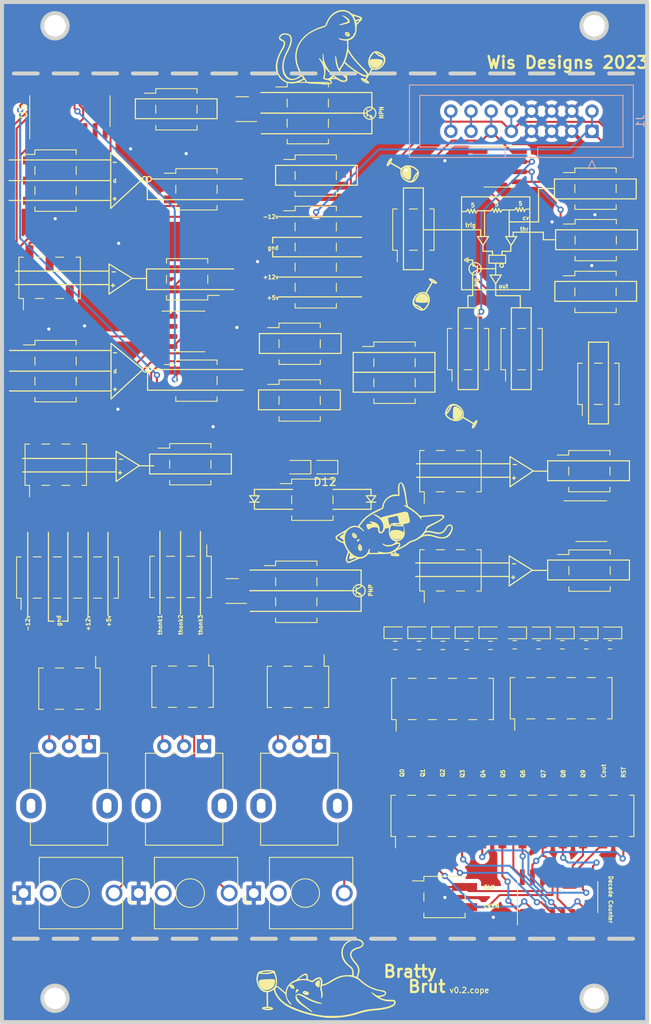
<source format=kicad_pcb>
(kicad_pcb (version 20221018) (generator pcbnew)
  (layers (0 "F.Cu" signal) (31 "B.Cu" signal) (34 "B.Paste" user) (35 "F.Paste" user) (36 "B.SilkS" user "B.Silkscreen") (37 "F.SilkS" user "F.Silkscreen") (38 "B.Mask" user) (39 "F.Mask" user) (44 "Edge.Cuts" user))
  (net 0 "")
  (net 1 "Net-(D1-K)")
  (net 2 "Net-(D1-A)")
  (net 3 "Net-(D2-K)")
  (net 4 "Net-(D2-A)")
  (net 5 "Net-(D3-K)")
  (net 6 "Net-(D3-A)")
  (net 7 "Net-(D4-K)")
  (net 8 "-12V")
  (net 9 "GND")
  (net 10 "+12V")
  (net 11 "+5V")
  (net 12 "Net-(D4-A)")
  (net 13 "Net-(J1-Pin_13)")
  (net 14 "Net-(J1-Pin_15)")
  (net 16 "Net-(J4-Pin_1)")
  (net 17 "Net-(J5-Pin_1)")
  (net 18 "Net-(J9-Pin_1)")
  (net 19 "Net-(J11-Pin_1)")
  (net 20 "Net-(J12-Pin_1)")
  (net 21 "Net-(J15-Pin_1)")
  (net 26 "Net-(J24-Pin_1)")
  (net 27 "Net-(J25-Pin_1)")
  (net 28 "Net-(J26-Pin_1)")
  (net 29 "Net-(J27-Pin_1)")
  (net 30 "Net-(J29-Pin_1)")
  (net 31 "Net-(J30-Pin_1)")
  (net 34 "Net-(J7-Pin_1)")
  (net 35 "Net-(J7-Pin_3)")
  (net 36 "Net-(J7-Pin_5)")
  (net 37 "Net-(J8-Pin_1)")
  (net 38 "Net-(J8-Pin_3)")
  (net 39 "Net-(J8-Pin_5)")
  (net 40 "Net-(J10-Pin_1)")
  (net 41 "Net-(J13-Pin_1)")
  (net 42 "Net-(J13-Pin_3)")
  (net 43 "Net-(J13-Pin_5)")
  (net 44 "Net-(J14-Pin_1)")
  (net 45 "Net-(J14-Pin_3)")
  (net 46 "Net-(J17-Pin_1)")
  (net 47 "Net-(J17-Pin_3)")
  (net 48 "Net-(J17-Pin_5)")
  (net 49 "Net-(J17-Pin_7)")
  (net 50 "Net-(J17-Pin_10)")
  (net 51 "Net-(J17-Pin_11)")
  (net 52 "Net-(J17-Pin_13)")
  (net 53 "Net-(J17-Pin_15)")
  (net 54 "Net-(J17-Pin_17)")
  (net 55 "Net-(J17-Pin_19)")
  (net 56 "Net-(J17-Pin_21)")
  (net 57 "Net-(J17-Pin_23)")
  (net 58 "Net-(J18-Pin_1)")
  (net 59 "Net-(J18-Pin_3)")
  (net 60 "Net-(J20-Pin_1)")
  (net 61 "Net-(J20-Pin_3)")
  (net 62 "Net-(J20-Pin_5)")
  (net 63 "Net-(J21-Pin_1)")
  (net 64 "Net-(J21-Pin_3)")
  (net 65 "Net-(J21-Pin_5)")
  (net 66 "Net-(J22-Pin_1)")
  (net 67 "Net-(J22-Pin_3)")
  (net 68 "Net-(J22-Pin_5)")
  (net 69 "Net-(J23-Pin_1)")
  (net 70 "Net-(J23-Pin_3)")
  (net 71 "Net-(J23-Pin_5)")
  (net 72 "Net-(J25-Pin_2)")
  (net 73 "Net-(J26-Pin_2)")
  (net 74 "Net-(J28-Pin_1)")
  (net 75 "Net-(J29-Pin_2)")
  (net 76 "Net-(J31-Pin_1)")
  (net 77 "Net-(J31-Pin_2)")
  (net 78 "Net-(J32-Pin_1)")
  (net 79 "Net-(J33-Pin_1)")
  (net 80 "Net-(J36-Pin_1)")
  (net 81 "Net-(J36-Pin_3)")
  (net 82 "Net-(J36-Pin_5)")
  (net 83 "Net-(J37-Pin_1)")
  (net 84 "Net-(J37-Pin_3)")
  (net 85 "Net-(J38-Pin_1)")
  (net 86 "Net-(J39-Pin_1)")
  (net 87 "Net-(J40-Pin_1)")
  (net 88 "Net-(D5-K)")
  (net 89 "Net-(D5-A)")
  (net 90 "Net-(D6-K)")
  (net 91 "Net-(D6-A)")
  (net 92 "Net-(D7-K)")
  (net 93 "Net-(D7-A)")
  (net 94 "Net-(D8-K)")
  (net 95 "Net-(D8-A)")
  (net 96 "Net-(D9-K)")
  (net 97 "Net-(D9-A)")
  (net 98 "Net-(D10-K)")
  (net 99 "Net-(D10-A)")
  (net 100 "Net-(D11-K)")
  (net 101 "Net-(D11-A)")
  (net 102 "Net-(J2-Pin_1)")
  (net 103 "Net-(J2-Pin_3)")
  (net 104 "Net-(J2-Pin_5)")
  (net 105 "Net-(J2-Pin_7)")
  (net 106 "Net-(J2-Pin_9)")
  (net 107 "Net-(J3-Pin_1)")
  (net 108 "Net-(J3-Pin_3)")
  (net 109 "Net-(J3-Pin_5)")
  (net 110 "Net-(J3-Pin_7)")
  (net 111 "Net-(J3-Pin_9)")
  (net 112 "Net-(D12-K)")
  (net 113 "Net-(D12-A)")
  (footprint "Connector_PinHeader_2.54mm:PinHeader_2x02_P2.54mm_Vertical_SMD" (layer "F.Cu") (at 85.47 63.725 90)
    (fp_text reference "J11" hide)
    (fp_text value "02x02" hide)
  )
  (footprint "Connector_PinHeader_2.54mm:PinHeader_2x03_P2.54mm_Vertical_SMD" (layer "F.Cu") (at 76.5 79.1 90)
    (fp_text reference "J29" hide)
    (fp_text value "02x03" hide)
  )
  (footprint "Connector_PinHeader_2.54mm:PinHeader_2x03_P2.54mm_Vertical_SMD" (layer "F.Cu") (at 26.75 42.5)
    (fp_text reference "J13" hide)
    (fp_text value "02x03")
  )
  (footprint "Connector_PinHeader_2.54mm:PinHeader_2x03_P2.54mm_Vertical_SMD" (layer "F.Cu") (at 26.75 66.5)
    (fp_text reference "J36" hide)
    (fp_text value "02x03")
  )
  (footprint "LED_SMD:LED_0603_1608Metric" (layer "F.Cu") (at 81.575 99.45)
    (fp_text reference "D6" hide)
    (fp_text value "LED_BLUE")
  )
  (footprint "Connector_PinHeader_2.54mm:PinHeader_2x03_P2.54mm_Vertical_SMD" (layer "F.Cu") (at 58.525 34)
    (fp_text reference "J8" hide)
    (fp_text value "02x03")
  )
  (footprint "Connector_PinHeader_2.54mm:PinHeader_2x02_P2.54mm_Vertical_SMD" (layer "F.Cu") (at 43.325 54.93 180)
    (fp_text reference "J24" hide)
    (fp_text value "02x02")
  )
  (footprint "Package_SO:SOP-16_3.9x9.9mm_P1.27mm" (layer "F.Cu") (at 90 132.75 90)
    (fp_text reference "U5" hide)
    (fp_text value "4017bm")
  )
  (footprint "Connector_PinHeader_2.54mm:PinHeader_2x05_P2.54mm_Vertical_SMD" (layer "F.Cu") (at 90.44 107.7 90)
    (fp_text reference "J3" hide)
    (fp_text value "02x05")
  )
  (footprint "Potentiometer_THT:Potentiometer_Alpha_RD901F-40-00D_Single_Vertical" (layer "F.Cu") (at 45.45 113.75 -90)
    (fp_text reference "RV2" hide)
    (fp_text value "AlphaPot" hide)
  )
  (footprint "Connector_PinHeader_2.54mm:PinHeader_2x02_P2.54mm_Vertical_SMD" (layer "F.Cu") (at 78.72 63.725 90)
    (fp_text reference "J12" hide)
    (fp_text value "02x02" hide)
  )
  (footprint "Connector_PinHeader_2.54mm:PinHeader_2x03_P2.54mm_Vertical_SMD" (layer "F.Cu") (at 69.45 66.7)
    (fp_text reference "J10" hide)
    (fp_text value "02x03" hide)
  )
  (footprint "Connector_PinHeader_2.54mm:PinHeader_2x02_P2.54mm_Vertical_SMD" (layer "F.Cu") (at 44.5 67.7)
    (fp_text reference "J37" hide)
    (fp_text value "02x02")
  )
  (footprint "Resistor_SMD:R_0603_1608Metric" (layer "F.Cu") (at 90.6 100.975 180)
    (fp_text reference "R8" hide)
    (fp_text value "1k")
  )
  (footprint "LED_SMD:LED_0603_1608Metric" (layer "F.Cu") (at 96.6 99.475 180)
    (fp_text reference "D11" hide)
    (fp_text value "LED_BLUE" hide)
  )
  (footprint "Diode_SMD:D_SOD-323" (layer "F.Cu") (at 60.7 78.6 180)
    (fp_text reference "D12")
    (fp_text value "1N4148WS" hide)
  )
  (footprint "Resistor_SMD:R_0603_1608Metric" (layer "F.Cu") (at 75.55 101.05)
    (fp_text reference "R2" hide)
    (fp_text value "1k" hide)
  )
  (footprint "Potentiometer_THT:Potentiometer_Alpha_RD901F-40-00D_Single_Vertical" (layer "F.Cu") (at 30.95 113.75 -90)
    (fp_text reference "RV1" hide)
    (fp_text value "AlphaPot" hide)
  )
  (footprint "Potentiometer_THT:Potentiometer_Alpha_RD901F-40-00D_Single_Vertical" (layer "F.Cu") (at 59.95 113.75 -90)
    (fp_text reference "RV3" hide)
    (fp_text value "AlphaPot" hide)
  )
  (footprint "Connector_PinHeader_2.54mm:PinHeader_2x03_P2.54mm_Vertical_SMD" (layer "F.Cu") (at 26 54.75 90)
    (fp_text reference "J25" hide)
    (fp_text value "02x03")
  )
  (footprint "Package_SO:SOIC-8_3.9x4.9mm_P1.27mm" (layer "F.Cu") (at 94.25 85.4)
    (fp_text reference "U4" hide)
    (fp_text value "TL072" hide)
  )
  (footprint "Package_SO:SOP-16_3.9x9.9mm_P1.27mm" (layer "F.Cu") (at 28.555 33.75 90)
    (fp_text reference "U6")
    (fp_text value "XL13700")
  )
  (footprint "Resistor_SMD:R_0603_1608Metric" (layer "F.Cu") (at 93.6 100.975 180)
    (fp_text reference "R9" hide)
    (fp_text value "1k")
  )
  (footprint "Connector_PinHeader_2.54mm:PinHeader_2x02_P2.54mm_Vertical_SMD" (layer "F.Cu") (at 57.5 63.05)
    (fp_text reference "J39" hide)
    (fp_text value "02x02" hide)
  )
  (footprint "Diode_SMD:D_SOD-323" (layer "F.Cu") (at 57.3 78.6 180)
    (fp_text reference "D3" hide)
    (fp_text value "1N4148WS" hide)
  )
  (footprint "LED_SMD:LED_0603_1608Metric" (layer "F.Cu") (at 75.6125 99.45)
    (fp_text reference "D2" hide)
    (fp_text value "LED_BLUE")
  )
  (footprint "Connector_PinHeader_2.54mm:PinHeader_2x03_P2.54mm_Vertical_SMD" (layer "F.Cu") (at 76.5 91.6 90)
    (fp_text reference "J31" hide)
    (fp_text value "02x03" hide)
  )
  (footprint "Connector_PinHeader_2.54mm:PinHeader_2x02_P2.54mm_Vertical_SMD" (layer "F.Cu") (at 43.725 78.23)
    (fp_text reference "J27" hide)
    (fp_text value "02x02")
  )
  (footprint "Package_TO_SOT_SMD:SOT-23-3" (layer "F.Cu") (at 50.275 33.5 180)
    (fp_text reference "Q2" hide)
    (fp_text value "MMBT2222A")
  )
  (footprint "LED_SMD:LED_0603_1608Metric" (layer "F.Cu") (at 84.6 99.475 180)
    (fp_text reference "D7" hide)
    (fp_text value "LED_BLUE" hide)
  )
  (footprint "LED_SMD:LED_0603_1608Metric" (layer "F.Cu") (at 90.6 99.475 180)
    (fp_text reference "D9" hide)
    (fp_text value "LED_BLUE" hide)
  )
  (footprint "Resistor_SMD:R_0603_1608Metric" (layer "F.Cu") (at 96.6 100.975 180)
    (fp_text reference "R10" hide)
    (fp_text value "1k")
  )
  (footprint "Connector_PinHeader_2.54mm:PinHeader_2x02_P2.54mm_Vertical_SMD" (layer "F.Cu") (at 75.75 132.75)
    (fp_text reference "J18" hide)
    (fp_text value "02x02")
  )
  (footprint "Connector_PinHeader_2.54mm:PinHeader_2x02_P2.54mm_Vertical_SMD" (layer "F.Cu") (at 94 79.1)
    (fp_text reference "J30" hide)
    (fp_text value "02x02" hide)
  )
  (footprint "LED_SMD:LED_0603_1608Metric" (layer "F.Cu") (at 69.6125 99.45)
    (fp_text reference "D5" hide)
    (fp_text value "LED_BLUE" hide)
  )
  (footprint "LED_SMD:LED_0603_1608Metric" (layer "F.Cu") (at 93.6 99.475 180)
    (fp_text reference "D10" hide)
    (fp_text value "LED_BLUE" hide)
  )
  (footprint "Connector_PinHeader_2.54mm:PinHeader_2x03_P2.54mm_Vertical_SMD" (layer "F.Cu") (at 57.29 106.275 -90)
    (fp_text reference "J22" hide)
    (fp_text value "02x03" hide)
  )
  (footprint "Connector_PinHeader_2.54mm:PinHeader_2x02_P2.54mm_Vertical_SMD" (layer "F.Cu") (at 59.1 82.7)
    (fp_text reference "J6" hide)
    (fp_text value "02x02" hide)
  )
  (footprint "LED_SMD:LED_0603_1608Metric" (layer "F.Cu") (at 72.6125 99.45)
    (fp_text reference "D1" hide)
    (fp_text value "LED_BLUE")
  )
  (footprint "Connector_Audio:Jack_3.5mm_QingPu_WQP-PJ398SM_Vertical_CircularHoles" (layer "F.Cu") (at 51.72 132.25 90)
    (fp_text reference "J51" hide)
    (fp_text value "Thonkiconn")
  )
  (footprint "Connector_PinHeader_2.54mm:PinHeader_2x02_P2.54mm_Vertical_SMD" (layer "F.Cu") (at 71.83 48.675 90)
    (fp_text reference "J15" hide)
    (fp_text value "02x02" hide)
  )
  (footprint "Connector_PinHeader_2.54mm:PinHeader_2x02_P2.54mm_Vertical_SMD" (layer "F.Cu") (at 57.5 70.2)
    (fp_text reference "J40" hide)
    (fp_text value "02x02" hide)
  )
  (footprint "Connector_PinHeader_2.54mm:PinHeader_2x02_P2.54mm_Vertical_SMD" (layer "F.Cu") (at 41.975 33.52)
    (fp_text reference "J38" hide)
    (fp_text value "02x02")
  )
  (footprint "Connector_PinHeader_2.54mm:PinHeader_2x02_P2.54mm_Vertical_SMD" (layer "F.Cu") (at 94.775 56.52)
    (fp_text reference "J9" hide)
    (fp_text value "02x02" hide)
  )
  (footprint "Connector_PinHeader_2.54mm:PinHeader_2x02_P2.54mm_Vertical_SMD" (layer "F.Cu") (at 94.025 91.63)
    (fp_text reference "J32" hide)
    (fp_text value "02x02" hide)
  )
  (footprint "Connector_PinHeader_2.54mm:PinHeader_2x03_P2.54mm_Vertical_SMD" (layer "F.Cu") (at 42.75 106.25 -90)
    (fp_text reference "J21" hide)
    (fp_text value "02x03" hide)
  )
  (footprint "Connector_PinHeader_2.54mm:PinHeader_2x12_P2.54mm_Vertical_SMD" (layer "F.Cu") (at 84.31 122.525 90)
    (fp_text reference "J17" hide)
    (fp_text value "02x12")
  )
  (footprint "Resistor_SMD:R_0603_1608Metric" (layer "F.Cu") (at 81.55 101.05)
    (fp_text reference "R5" hide)
    (fp_text value "1k" hide)
  )
  (footprint "Connector_PinHeader_2.54mm:PinHeader_2x02_P2.54mm_Vertical_SMD" (layer "F.Cu") (at 94.8 50)
    (fp_text reference "J5" hide)
    (fp_text value "02x02" hide)
  )
  (footprint "Connector_PinHeader_2.54mm:PinHeader_2x02_P2.54mm_Vertical_SMD" (layer "F.Cu") (at 44.5 43.6)
    (fp_text reference "J14" hide)
    (fp_text value "02x02")
  )
  (footprint "Connector_PinHeader_2.54mm:PinHeader_2x05_P2.54mm_Vertical_SMD" (layer "F.Cu") (at 59.525 52.14)
    (fp_text reference "J34" hide)
    (fp_text value "02x05" hide)
  )
  (footprint "Connector_Audio:Jack_3.5mm_QingPu_WQP-PJ398SM_Vertical_CircularHoles" (layer "F.Cu") (at 37.22 132.25 90)
    (fp_text reference "J46" hide)
    (fp_text value "Thonkiconn")
  )
  (footprint "Connector_Audio:Jack_3.5mm_QingPu_WQP-PJ398SM_Vertical_CircularHoles" (layer "F.Cu") (at 22.72 132.25 90)
    (fp_text reference "J41" hide)
    (fp_text value "Thonkiconn")
  )
  (footprint "Resistor_SMD:R_0603_1608Metric" (layer "F.Cu") (at 84.6 100.975 180)
    (fp_text reference "R6" hide)
    (fp_text value "1k")
  )
  (footprint "Connector_PinHeader_2.54mm:PinHeader_2x03_P2.54mm_Vertical_SMD" (layer "F.Cu") (at 42.5 92.425 -90)
    (fp_text reference "J23" hide)
    (fp_text value "02x03" hide)
  )
  (footprint "Resistor_SMD:R_0603_1608Metric" (layer "F.Cu") (at 69.55 101.05)
    (fp_text reference "R3" hide)
    (fp_text value "1k" hide)
  )
  (footprint "Resistor_SMD:R_0603_1608Metric" (layer "F.Cu") (at 78.55 101.05)
    (fp_text reference "R4" hide)
    (fp_text value "1k" hide)
  )
  (footprint "Package_TO_SOT_SMD:SOT-23-3" (layer "F.Cu") (at 49 94.2 180)
    (fp_text reference "Q1" hide)
    (fp_text value "2N3906S" hide)
  )
  (footprint "Package_SO:SOIC-8-1EP_3.9x4.9mm_P1.27mm_EP2.29x3mm" (layer "F.Cu") (at 82.67 40.75)
    (fp_text reference "U1" hide)
    (fp_text value "NE555DR" hide)
  )
  (footprint "Package_SO:SOIC-8_3.9x4.9mm_P1.27mm" (layer "F.Cu") (at 43.6 61.5)
    (fp_text reference "U3" hide)
    (fp_text value "TL072")
  )
  (footprint "Connector_PinHeader_2.54mm:PinHeader_2x02_P2.54mm_Vertical_SMD" (layer "F.Cu") (at 59.525 41.87)
    (fp_text reference "J33" hide)
    (fp_text value "02x02" hide)
  )
  (footprint "LED_SMD:LED_0603_1608Metric" (layer "F.Cu") (at 78.575 99.45)
    (fp_text reference "D4" hide)
    (fp_text value "LED_BLUE")
  )
  (footprint "Connector_PinHeader_2.54mm:PinHeader_2x02_P2.54mm_Vertical_SMD" (layer "F.Cu") (at 95.14 68.1 90)
    (fp_text reference "J28" hide)
    (fp_text value "02x02" hide)
  )
  (footprint "Connector_PinHeader_2.54mm:PinHeader_2x05_P2.54mm_Vertical_SMD" (layer "F.Cu") (at 75.5 107.8 90)
    (fp_text reference "J2" hide)
    (fp_text value "02x05" hide)
  )
  (footprint "Connector_PinHeader_2.54mm:PinHeader_2x03_P2.54mm_Vertical_SMD" (layer "F.Cu") (at 28.5 106.5 -90)
    (fp_text reference "J20" hide)
    (fp_text value "02x03" hide)
  )
  (footprint "Connector_PinHeader_2.54mm:PinHeader_2x02_P2.54mm_Vertical_SMD" (layer "F.Cu") (at 94.775 43.52)
    (fp_text reference "J4" hide)
    (fp_text value "02x02" hide)
  )
  (footprint "Resistor_SMD:R_0603_1608Metric" (layer "F.Cu") (at 72.55 101.05)
    (fp_text reference "R1" hide)
    (fp_text value "1k" hide)
  )
  (footprint "LED_SMD:LED_0603_1608Metric" (layer "F.Cu") (at 87.6 99.475 180)
    (fp_text reference "D8" hide)
    (fp_text value "LED_BLUE" hide)
  )
  (footprint "Connector_PinHeader_2.54mm:PinHeader_2x03_P2.54mm_Vertical_SMD" (layer "F.Cu") (at 26.775 78.29 90)
    (fp_text reference "J26" hide)
    (fp_text value "02x03")
  )
  (footprint "Connector_PinHeader_2.54mm:PinHeader_2x05_P2.54mm_Vertical_SMD" (layer "F.Cu") (at 28.25 92.5 90)
    (fp_text reference "J19" hide)
    (fp_text value "02x05" hide)
  )
  (footprint "Resistor_SMD:R_0603_1608Metric" (layer "F.Cu") (at 87.6 100.975 180)
    (fp_text reference "R7" hide)
    (fp_text value "1k")
  )
  (footprint "Connector_PinHeader_2.54mm:PinHeader_2x03_P2.54mm_Vertical_SMD" (layer "F.Cu") (at 57.075 94.3)
    (fp_text reference "J7" hide)
    (fp_text value "02x03" hide)
  )
  (footprint "Connector_IDC:IDC-Header_2x08_P2.54mm_Vertical" (layer "B.Cu") (at 94.33 36.29 90)
    (fp_text reference "J1")
    (fp_text value "Conn_02x08_Odd_Even")
  )
  (gr_poly (pts (xy 59.958159 143.223975) (xy 59.967626 143.226619) (xy 59.976209 143.231002) (xy 59.983944 143.237147) (xy 59.990867 143.245076) (xy 59.997012 143.254813) (xy 60.002417 143.26638) (xy 60.007116 143.279801) (xy 60.011144 143.295099) (xy 60.014539 143.312296) (xy 60.017334 143.331415) (xy 60.019565 143.35248) (xy 60.021269 143.375513) (xy 60.023236 143.427577) (xy 60.023518 143.487789) (xy 60.022401 143.556335) (xy 60.019129 143.662181) (xy 60.014419 143.755923) (xy 60.008 143.837852) (xy 59.999602 143.908258) (xy 59.988956 143.967431) (xy 59.982704 143.992897) (xy 59.975789 144.015663) (xy 59.968175 144.035766) (xy 59.959831 144.053243) (xy 59.950721 144.06813) (xy 59.940812 144.080463) (xy 59.93007 144.090278) (xy 59.918462 144.097612) (xy 59.905953 144.1025) (xy 59.892509 144.10498) (xy 59.878098 144.105088) (xy 59.862684 144.10286) (xy 59.846235 144.098332) (xy 59.828715 144.09154) (xy 59.810093 144.082522) (xy 59.790333 144.071312) (xy 59.747266 144.042466) (xy 59.699244 144.005293) (xy 59.645997 143.960082) (xy 59.645936 143.960082) (xy 59.624261 143.940484) (xy 59.604103 143.921077) (xy 59.585465 143.901846) (xy 59.568347 143.882777) (xy 59.552751 143.863856) (xy 59.538679 143.845069) (xy 59.526132 143.826401) (xy 59.515113 143.807838) (xy 59.505622 143.789365) (xy 59.497661 143.770969) (xy 59.491232 143.752635) (xy 59.486337 143.734349) (xy 59.482976 143.716097) (xy 59.481153 143.697863) (xy 59.480867 143.679635) (xy 59.482122 143.661397) (xy 59.484918 143.643136) (xy 59.489256 143.624836) (xy 59.49514 143.606485) (xy 59.50257 143.588067) (xy 59.511548 143.569568) (xy 59.522075 143.550973) (xy 59.534153 143.53227) (xy 59.547784 143.513443) (xy 59.56297 143.494478) (xy 59.579711 143.47536) (xy 59.59801 143.456076) (xy 59.617868 143.436612) (xy 59.639286 143.416952) (xy 59.662267 143.397082) (xy 59.686812 143.376989) (xy 59.712922 143.356658) (xy 59.762686 143.319503) (xy 59.807066 143.288108) (xy 59.846346 143.262658) (xy 59.864162 143.252219) (xy 59.88081 143.243336) (xy 59.896326 143.23603) (xy 59.910744 143.230325) (xy 59.924101 143.226245) (xy 59.936432 143.22381) (xy 59.947773 143.223046)) (stroke (width 0.047896)) (fill solid) (layer "F.SilkS"))
  (gr_line (start 93.9 73.15) (end 93.9 62.85) (stroke (width 0.15)) (layer "F.SilkS"))
  (gr_line (start 52.425 61.77) (end 62.725 61.77) (stroke (width 0.15)) (layer "F.SilkS"))
  (gr_line (start 67.1 83) (end 65.9 83) (stroke (width 0.15)) (layer "F.SilkS"))
  (gr_line (start 78.3 52.4) (end 78.3 52.6) (stroke (width 0.15)) (layer "F.SilkS"))
  (gr_line (start 36.8 34.7) (end 36.8 32.2) (stroke (width 0.15)) (layer "F.SilkS"))
  (gr_line (start 74.55 69.15) (end 64.25 69.15) (stroke (width 0.15)) (layer "F.SilkS"))
  (gr_line (start 77.47 58.525) (end 79.97 58.525) (stroke (width 0.15)) (layer "F.SilkS"))
  (gr_line (start 84.85 49.55) (end 84.15 50.65) (stroke (width 0.15)) (layer "F.SilkS"))
  (gr_line (start 86.67 58.525) (end 86.67 68.825) (stroke (width 0.15)) (layer "F.SilkS"))
  (gr_line (start 80.3 46.3) (end 81.1 46.3) (stroke (width 0.15)) (layer "F.SilkS"))
  (gr_line (start 20.9 45) (end 33.7 45) (stroke (width 0.15)) (layer "F.SilkS"))
  (gr_line (start 83 46.2) (end 83.4 46.2) (stroke (width 0.15)) (layer "F.SilkS"))
  (gr_line (start 82.8 46.5) (end 83 46.2) (stroke (width 0.15)) (layer "F.SilkS"))
  (gr_line (start 47.1 34.7) (end 36.8 34.7) (stroke (width 0.15)) (layer "F.SilkS"))
  (gr_line (start 85.3 57) (end 85.3 58.5) (stroke (width 0.15)) (layer "F.SilkS"))
  (gr_line (start 79.3 53.1) (end 79.5 53.1) (stroke (width 0.15)) (layer "F.SilkS"))
  (gr_line (start 66.5 83.9) (end 61.7 83.9) (stroke (width 0.15)) (layer "F.SilkS"))
  (gr_line (start 54.1 49.65) (end 65.3 49.65) (stroke (width 0.15)) (layer "F.SilkS"))
  (gr_line (start 34.2 45) (end 34.2 44.6) (stroke (width 0.15)) (layer "F.SilkS"))
  (gr_line (start 51.275 96.76) (end 62.975 96.76) (stroke (width 0.15)) (layer "F.SilkS"))
  (gr_line (start 83 51.4) (end 84.1 51.4) (stroke (width 0.15)) (layer "F.SilkS"))
  (gr_line (start 54.475 40.58) (end 64.775 40.58) (stroke (width 0.15)) (layer "F.SilkS"))
  (gr_line (start 87.6 47.7) (end 87.6 43.5) (stroke (width 0.15)) (layer "F.SilkS"))
  (gr_line (start 51.225 94.16) (end 62.925 94.16) (stroke (width 0.15)) (layer "F.SilkS"))
  (gr_line (start 84.404056 78.27) (end 84.804056 78.27) (stroke (width 0.15)) (layer "F.SilkS"))
  (gr_line (start 100.05 48.7) (end 100.05 51.2) (stroke (width 0.15)) (layer "F.SilkS"))
  (gr_poly (pts (xy 69.690861 86.528448) (xy 69.806205 86.536709) (xy 69.918548 86.55038) (xy 70.026209 86.569123) (xy 70.127503 86.592596) (xy 70.22075 86.62046) (xy 70.304267 86.652377) (xy 70.376371 86.688004) (xy 70.435381 86.727004) (xy 70.45945 86.747662) (xy 70.479614 86.769036) (xy 70.495663 86.791082) (xy 70.507387 86.81376) (xy 70.514576 86.837025) (xy 70.517019 86.860836) (xy 70.515252 86.914487) (xy 70.510037 86.96702) (xy 70.501502 87.018351) (xy 70.489776 87.068394) (xy 70.474987 87.117066) (xy 70.457264 87.164282) (xy 70.436733 87.209957) (xy 70.413526 87.254008) (xy 70.387768 87.29635) (xy 70.359589 87.336898) (xy 70.329118 87.375568) (xy 70.296482 87.412275) (xy 70.26181 87.446936) (xy 70.22523 87.479464) (xy 70.18687 87.509778) (xy 70.14686 87.537791) (xy 70.105327 87.563419) (xy 70.062399 87.586578) (xy 70.018206 87.607183) (xy 69.972875 87.625151) (xy 69.926535 87.640396) (xy 69.879313 87.652834) (xy 69.83134 87.662381) (xy 69.782742 87.668952) (xy 69.733648 87.672462) (xy 69.684187 87.672828) (xy 69.634487 87.669966) (xy 69.584676 87.663789) (xy 69.534883 87.654215) (xy 69.485235 87.641158) (xy 69.435862 87.624535) (xy 69.386892 87.60426) (xy 69.347913 87.584679) (xy 69.310378 87.562123) (xy 69.274341 87.53681) (xy 69.239858 87.508958) (xy 69.206983 87.478783) (xy 69.175771 87.446503) (xy 69.146278 87.412336) (xy 69.118557 87.376497) (xy 69.092665 87.339206) (xy 69.068656 87.300678) (xy 69.046584 87.261132) (xy 69.026506 87.220785) (xy 69.008475 87.179853) (xy 68.992547 87.138555) (xy 68.978776 87.097107) (xy 68.967218 87.055727) (xy 68.957928 87.014633) (xy 68.95096 86.97404) (xy 68.946369 86.934168) (xy 68.94421 86.895233) (xy 68.944539 86.857452) (xy 68.947409 86.821042) (xy 68.952877 86.786222) (xy 68.960996 86.753208) (xy 68.971822 86.722217) (xy 68.98541 86.693467) (xy 69.001815 86.667176) (xy 69.021092 86.64356) (xy 69.043294 86.622837) (xy 69.068479 86.605224) (xy 69.0967 86.590938) (xy 69.128012 86.580197) (xy 69.233125 86.556307) (xy 69.343648 86.539528) (xy 69.457901 86.529518) (xy 69.574199 86.525938)) (stroke (width 0.047896)) (fill solid) (layer "F.SilkS"))
  (gr_line (start 66.5 83) (end 67.1 82.2) (stroke (width 0.15)) (layer "F.SilkS"))
  (gr_line (start 82.2 46) (end 82.4 46.5) (stroke (width 0.15)) (layer "F.SilkS"))
  (gr_poly (pts (xy 63.062521 21.768379) (xy 63.16899 21.813981) (xy 63.269034 21.864393) (xy 63.362077 21.918808) (xy 63.447547 21.976425) (xy 63.524868 22.036437) (xy 63.593468 22.09804) (xy 63.652772 22.160431) (xy 63.678759 22.19167) (xy 63.702207 22.222805) (xy 63.723044 22.253734) (xy 63.741198 22.284357) (xy 63.756598 22.314574) (xy 63.769172 22.344284) (xy 63.778849 22.373386) (xy 63.785555 22.40178) (xy 63.78922 22.429365) (xy 63.789773 22.456042) (xy 63.78714 22.481708) (xy 63.781251 22.506265) (xy 63.772034 22.52961) (xy 63.759417 22.551644) (xy 63.743328 22.572267) (xy 63.723695 22.591376) (xy 63.700448 22.608873) (xy 63.673513 22.624657) (xy 63.623061 22.647578) (xy 63.558481 22.671943) (xy 63.482172 22.697234) (xy 63.396532 22.722934) (xy 63.206855 22.77349) (xy 63.008638 22.819471) (xy 62.821068 22.856737) (xy 62.663333 22.881147) (xy 62.60165 22.887237) (xy 62.554621 22.888561) (xy 62.524645 22.884601) (xy 62.516801 22.880478) (xy 62.51412 22.87484) (xy 62.514089 22.874809) (xy 62.514807 22.873345) (xy 62.516935 22.871456) (xy 62.525286 22.866453) (xy 62.538859 22.859901) (xy 62.557375 22.8519) (xy 62.608108 22.831951) (xy 62.675233 22.807407) (xy 62.756503 22.779072) (xy 62.849666 22.747745) (xy 62.952472 22.714231) (xy 63.062673 22.679329) (xy 63.19038 22.638866) (xy 63.301008 22.601801) (xy 63.39453 22.567039) (xy 63.434868 22.55018) (xy 63.470918 22.533486) (xy 63.502678 22.51682) (xy 63.530145 22.500046) (xy 63.553313 22.483027) (xy 63.572181 22.465626) (xy 63.586745 22.447706) (xy 63.597 22.42913) (xy 63.602944 22.409762) (xy 63.604574 22.389465) (xy 63.601885 22.368102) (xy 63.594874 22.345536) (xy 63.583538 22.32163) (xy 63.567873 22.296247) (xy 63.547875 22.269251) (xy 63.523542 22.240505) (xy 63.49487 22.209872) (xy 63.461855 22.177215) (xy 63.382782 22.105282) (xy 63.286296 22.023612) (xy 63.17237 21.931111) (xy 63.040975 21.826683) (xy 62.873342 21.694176)) (stroke (width 0.047896)) (fill solid) (layer "F.SilkS"))
  (gr_line (start 78.7 52.2) (end 78.7 52.8) (stroke (width 0.15)) (layer "F.SilkS"))
  (gr_line (start 79.8 53.4) (end 79.3 53.1) (stroke (width 0.15)) (layer "F.SilkS"))
  (gr_circle (center 82.95 53.2) (end 83.15 53.3) (stroke (width 0.15)) (fill none) (layer "F.SilkS"))
  (gr_poly (pts (xy 57.150106 144.362746) (xy 57.158115 144.363627) (xy 57.166743 144.365188) (xy 57.185566 144.370176) (xy 57.206 144.377355) (xy 57.22747 144.386371) (xy 57.2494 144.396871) (xy 57.271217 144.408501) (xy 57.292344 144.420905) (xy 57.312207 144.433731) (xy 57.33023 144.446624) (xy 57.345838 144.459231) (xy 57.358456 144.471196) (xy 57.363464 144.476828) (xy 57.367509 144.482167) (xy 57.370518 144.487168) (xy 57.372421 144.491789) (xy 57.373145 144.495983) (xy 57.372618 144.499707) (xy 57.370768 144.502917) (xy 57.367524 144.505569) (xy 57.364429 144.50773) (xy 57.359529 144.511532) (xy 57.344738 144.523691) (xy 57.324001 144.541312) (xy 57.298165 144.563663) (xy 57.234598 144.619616) (xy 57.160829 144.685683) (xy 57.102617 144.737856) (xy 57.078929 144.758614) (xy 57.05861 144.775898) (xy 57.041474 144.789765) (xy 57.027339 144.800275) (xy 57.016021 144.807487) (xy 57.011361 144.809874) (xy 57.007337 144.811458) (xy 57.003925 144.812246) (xy 57.001103 144.812247) (xy 56.998847 144.811467) (xy 56.997135 144.809913) (xy 56.995944 144.807593) (xy 56.995251 144.804514) (xy 56.995032 144.800684) (xy 56.995266 144.796109) (xy 56.996997 144.784756) (xy 57.000261 144.770514) (xy 57.004873 144.753441) (xy 57.010652 144.733596) (xy 57.010743 144.733596) (xy 57.018098 144.707089) (xy 57.025407 144.677639) (xy 57.032477 144.646226) (xy 57.039113 144.613834) (xy 57.045121 144.581442) (xy 57.050307 144.550034) (xy 57.054476 144.520591) (xy 57.057435 144.494094) (xy 57.058902 144.481834) (xy 57.061021 144.469805) (xy 57.063752 144.458074) (xy 57.067052 144.446709) (xy 57.070882 144.435776) (xy 57.0752 144.425343) (xy 57.079966 144.415475) (xy 57.085138 144.406242) (xy 57.090675 144.397708) (xy 57.096537 144.389941) (xy 57.102683 144.383009) (xy 57.109071 144.376978) (xy 57.115661 144.371915) (xy 57.122412 144.367887) (xy 57.125835 144.366282) (xy 57.129282 144.364961) (xy 57.13275 144.363932) (xy 57.136232 144.363204) (xy 57.142788 144.362591)) (stroke (width 0.047896)) (fill solid) (layer "F.SilkS"))
  (gr_line (start 33.7 39) (end 33.7 46) (stroke (width 0.15)) (layer "F.SilkS"))
  (gr_poly (pts (xy 71.524731 41.689633) (xy 71.51162 41.895509) (xy 71.492243 42.075802) (xy 71.480463 42.150701) (xy 71.467427 42.212417) (xy 71.453238 42.25869) (xy 71.445743 42.275328) (xy 71.437998 42.287257) (xy 71.410383 42.315568) (xy 71.379603 42.338145) (xy 71.345947 42.355215) (xy 71.309702 42.367006) (xy 71.271155 42.373743) (xy 71.230593 42.375655) (xy 71.188305 42.372968) (xy 71.144576 42.365908) (xy 71.099695 42.354704) (xy 71.053948 42.339583) (xy 71.007624 42.32077) (xy 70.961009 42.298493) (xy 70.91439 42.27298) (xy 70.868056 42.244457) (xy 70.822293 42.213151) (xy 70.777388 42.179289) (xy 70.733629 42.143099) (xy 70.691304 42.104806) (xy 70.650699 42.064639) (xy 70.612102 42.022824) (xy 70.575801 41.979589) (xy 70.542081 41.93516) (xy 70.511232 41.889764) (xy 70.48354 41.843628) (xy 70.459292 41.796979) (xy 70.438776 41.750045) (xy 70.422279 41.703052) (xy 70.410088 41.656228) (xy 70.402491 41.609799) (xy 70.399775 41.563992) (xy 70.402228 41.519034) (xy 70.410136 41.475153) (xy 70.410197 41.475138) (xy 70.426434 41.404494) (xy 70.437832 41.354331) (xy 70.449503 41.301875) (xy 70.460766 41.260884) (xy 70.476181 41.221005) (xy 70.495472 41.182322) (xy 70.518363 41.144924) (xy 70.544577 41.108897) (xy 70.573838 41.074329) (xy 70.605869 41.041305) (xy 70.640393 41.009914) (xy 70.677134 40.980242) (xy 70.715815 40.952375) (xy 70.756161 40.926402) (xy 70.797893 40.902409) (xy 70.840737 40.880482) (xy 70.884414 40.860709) (xy 70.92865 40.843177) (xy 70.973166 40.827973) (xy 71.017687 40.815183) (xy 71.061936 40.804895) (xy 71.105636 40.797195) (xy 71.148511 40.792171) (xy 71.190285 40.78991) (xy 71.230681 40.790498) (xy 71.269421 40.794022) (xy 71.306231 40.80057) (xy 71.340833 40.810227) (xy 71.37295 40.823083) (xy 71.402306 40.839222) (xy 71.428625 40.858732) (xy 71.45163 40.8817) (xy 71.471045 40.908214) (xy 71.486592 40.938359) (xy 71.497996 40.972224) (xy 71.509351 41.028865) (xy 71.518209 41.099469) (xy 71.524675 41.181774) (xy 71.528852 41.273517) (xy 71.530751 41.47627)) (stroke (width 0.047896)) (fill solid) (layer "F.SilkS"))
  (gr_circle (center 66.338423 34) (end 66.638423 34.7) (stroke (width 0.15)) (fill none) (layer "F.SilkS"))
  (gr_line (start 62.625 71.37) (end 52.325 71.37) (stroke (width 0.15)) (layer "F.SilkS"))
  (gr_line (start 38.9 68.9) (end 50.383773 68.9) (stroke (width 0.15)) (layer "F.SilkS"))
  (gr_line (start 72.125 92.37) (end 83.825 92.37) (stroke (width 0.15)) (layer "F.SilkS"))
  (gr_line (start 64.65 94.56) (end 64.65 93.76) (stroke (width 0.15)) (layer "F.SilkS"))
  (gr_line (start 82.2 55.5) (end 82.2 57) (stroke (width 0.15)) (layer "F.SilkS"))
  (gr_line (start 84.8 45.9) (end 85 46.4) (stroke (width 0.15)) (layer "F.SilkS"))
  (gr_line (start 20.9 42.5) (end 33.7 42.5) (stroke (width 0.15)) (layer "F.SilkS"))
  (gr_line (start 89.65 57.7) (end 89.65 55.2) (stroke (width 0.15)) (layer "F.SilkS"))
  (gr_line (start 99.05 92.8) (end 88.75 92.8) (stroke (width 0.15)) (layer "F.SilkS"))
  (gr_line (start 83.45 49.55) (end 84.85 49.55) (stroke (width 0.15)) (layer "F.SilkS"))
  (gr_line (start 20.9 39.9) (end 33.7 39.9) (stroke (width 0.15)) (layer "F.SilkS"))
  (gr_line (start 34.241887 69) (end 34.241887 68.6) (stroke (width 0.15)) (layer "F.SilkS"))
  (gr_line (start 20.941887 66.5) (end 33.741887 66.5) (stroke (width 0.15)) (layer "F.SilkS"))
  (gr_line (start 38.341887 66.6) (end 38.341887 68.9) (stroke (width 0.15)) (layer "F.SilkS"))
  (gr_line (start 79.97 68.825) (end 77.47 68.825) (stroke (width 0.15)) (layer "F.SilkS"))
  (gr_line (start 62.975 91.56) (end 65.25 91.56) (stroke (width 0.15)) (layer "F.SilkS"))
  (gr_line (start 52.4 83) (end 51.2 83) (stroke (width 0.15)) (layer "F.SilkS"))
  (gr_line (start 64.375 34) (end 65.4 34) (stroke (width 0.15)) (layer "F.SilkS"))
  (gr_line (start 48.9 79.45) (end 38.6 79.45) (stroke (width 0.15)) (layer "F.SilkS"))
  (gr_line (start 82.9 54.4) (end 82.2 55.5) (stroke (width 0.15)) (layer "F.SilkS"))
  (gr_line (start 54.9 47.05) (end 65.3 47.05) (stroke (width 0.15)) (layer "F.SilkS"))
  (gr_line (start 84.1 46.2) (end 84.6 46.2) (stroke (width 0.15)) (layer "F.SilkS"))
  (gr_line (start 33.35 97.2) (end 33.35 86.8) (stroke (width 0.15)) (layer "F.SilkS"))
  (gr_line (start 22.6 77.5) (end 34.3 77.5) (stroke (width 0.15)) (layer "F.SilkS"))
  (gr_line (start 56.6 83.9) (end 51.8 83.9) (stroke (width 0.15)) (layer "F.SilkS"))
  (gr_line (start 84.404056 92.67) (end 84.404056 92.27) (stroke (width 0.15)) (layer "F.SilkS"))
  (gr_line (start 85.2 45.9) (end 85.4 46.4) (stroke (width 0.15)) (layer "F.SilkS"))
  (gr_line (start 80.3 49.5) (end 80.3 48.7) (stroke (width 0.15)) (layer "F.SilkS"))
  (gr_line (start 74.55 64.15) (end 74.55 66.65) (stroke (width 0.15)) (layer "F.SilkS"))
  (gr_line (start 65.25 95.31) (end 65.25 96.76) (stroke (width 0.15)) (layer "F.SilkS"))
  (gr_line (start 66.6 31.4) (end 66.6 32.9) (stroke (width 0.15)) (layer "F.SilkS"))
  (gr_line (start 80.6 50.65) (end 79.9 49.55) (stroke (width 0.15)) (layer "F.SilkS"))
  (gr_poly (pts (xy 64.993455 87.701143) (xy 65.002207 87.701655) (xy 65.009946 87.702679) (xy 65.016673 87.704219) (xy 65.022393 87.706282) (xy 65.027107 87.708873) (xy 65.03082 87.711997) (xy 65.033533 87.71566) (xy 65.035251 87.719868) (xy 65.035976 87.724626) (xy 65.035711 87.72994) (xy 65.034459 87.735815) (xy 65.032223 87.742256) (xy 65.029007 87.74927) (xy 65.024812 87.756862) (xy 65.019643 87.765037) (xy 65.006393 87.78316) (xy 64.989281 87.803683) (xy 64.968329 87.826651) (xy 64.943564 87.852108) (xy 64.928047 87.867278) (xy 64.913346 87.880921) (xy 64.899424 87.893049) (xy 64.886246 87.903679) (xy 64.873775 87.912824) (xy 64.861975 87.920498) (xy 64.850811 87.926716) (xy 64.840246 87.931492) (xy 64.835178 87.933344) (xy 64.830245 87.93484) (xy 64.825445 87.935984) (xy 64.820772 87.936775) (xy 64.816222 87.937217) (xy 64.811791 87.937311) (xy 64.807473 87.937059) (xy 64.803265 87.936463) (xy 64.799162 87.935523) (xy 64.795159 87.934243) (xy 64.791252 87.932624) (xy 64.787437 87.930668) (xy 64.783709 87.928376) (xy 64.780063 87.925751) (xy 64.776495 87.922794) (xy 64.773001 87.919506) (xy 64.773062 87.919445) (xy 64.764858 87.910912) (xy 64.757401 87.902474) (xy 64.750688 87.894135) (xy 64.744716 87.885901) (xy 64.739483 87.877777) (xy 64.734986 87.869769) (xy 64.731224 87.86188) (xy 64.728192 87.854117) (xy 64.725891 87.846484) (xy 64.724315 87.838986) (xy 64.723464 87.831629) (xy 64.723335 87.824418) (xy 64.723925 87.817357) (xy 64.725232 87.810452) (xy 64.727253 87.803709) (xy 64.729986 87.797131) (xy 64.733429 87.790724) (xy 64.737579 87.784494) (xy 64.742434 87.778445) (xy 64.74799 87.772582) (xy 64.754247 87.766911) (xy 64.761201 87.761436) (xy 64.768849 87.756163) (xy 64.77719 87.751097) (xy 64.786221 87.746243) (xy 64.79594 87.741606) (xy 64.806343 87.73719) (xy 64.81743 87.733002) (xy 64.829196 87.729047) (xy 64.84164 87.725328) (xy 64.854759 87.721853) (xy 64.868551 87.718624) (xy 64.90354 87.711407) (xy 64.934376 87.706056) (xy 64.961083 87.702618) (xy 64.983685 87.701136)) (stroke (width 0.047896)) (fill solid) (layer "F.SilkS"))
  (gr_line (start 52.675 34) (end 64.375 34) (stroke (width 0.15)) (layer "F.SilkS"))
  (gr_poly (pts (xy 76.830831 71.680251) (xy 76.843942 71.474375) (xy 76.863319 71.294082) (xy 76.875099 71.219183) (xy 76.888135 71.157467) (xy 76.902324 71.111194) (xy 76.909819 71.094556) (xy 76.917564 71.082627) (xy 76.945179 71.054316) (xy 76.975959 71.031739) (xy 77.009615 71.014669) (xy 77.04586 71.002878) (xy 77.084407 70.996141) (xy 77.124969 70.994229) (xy 77.167257 70.996916) (xy 77.210986 71.003976) (xy 77.255867 71.01518) (xy 77.301614 71.030301) (xy 77.347938 71.049114) (xy 77.394553 71.071391) (xy 77.441172 71.096904) (xy 77.487506 71.125427) (xy 77.533269 71.156733) (xy 77.578174 71.190595) (xy 77.621933 71.226785) (xy 77.664258 71.265078) (xy 77.704863 71.305245) (xy 77.74346 71.34706) (xy 77.779761 71.390295) (xy 77.813481 71.434724) (xy 77.84433 71.48012) (xy 77.872022 71.526256) (xy 77.89627 71.572905) (xy 77.916786 71.619839) (xy 77.933283 71.666832) (xy 77.945474 71.713656) (xy 77.953071 71.760085) (xy 77.955787 71.805892) (xy 77.953334 71.85085) (xy 77.945426 71.894731) (xy 77.945365 71.894746) (xy 77.929128 71.96539) (xy 77.91773 72.015553) (xy 77.906059 72.068009) (xy 77.894796 72.109) (xy 77.879381 72.148879) (xy 77.86009 72.187562) (xy 77.837199 72.22496) (xy 77.810985 72.260987) (xy 77.781724 72.295555) (xy 77.749693 72.328579) (xy 77.715169 72.35997) (xy 77.678428 72.389642) (xy 77.639747 72.417509) (xy 77.599401 72.443482) (xy 77.557669 72.467475) (xy 77.514825 72.489402) (xy 77.471148 72.509175) (xy 77.426912 72.526707) (xy 77.382396 72.541911) (xy 77.337875 72.554701) (xy 77.293626 72.564989) (xy 77.249926 72.572689) (xy 77.207051 72.577713) (xy 77.165277 72.579974) (xy 77.124881 72.579386) (xy 77.086141 72.575862) (xy 77.049331 72.569314) (xy 77.014729 72.559657) (xy 76.982612 72.546801) (xy 76.953256 72.530662) (xy 76.926937 72.511152) (xy 76.903932 72.488184) (xy 76.884517 72.46167) (xy 76.86897 72.431525) (xy 76.857566 72.39766) (xy 76.846211 72.341019) (xy 76.837353 72.270415) (xy 76.830887 72.18811) (xy 76.82671 72.096367) (xy 76.824811 71.893614)) (stroke (width 0.047896)) (fill solid) (layer "F.SilkS"))
  (gr_line (start 86.970943 79.1) (end 88.75 79.1) (stroke (width 0.15)) (layer "F.SilkS"))
  (gr_line (start 89.75 51.2) (end 89.75 48.7) (stroke (width 0.15)) (layer "F.SilkS"))
  (gr_line (start 88.75 80.3) (end 88.75 77.8) (stroke (width 0.15)) (layer "F.SilkS"))
  (gr_line (start 34.779056 77.6) (end 35.179056 77.6) (stroke (width 0.15)) (layer "F.SilkS"))
  (gr_line (start 66.1 34.2) (end 66.6 34.5) (stroke (width 0.15)) (layer "F.SilkS"))
  (gr_poly (pts (xy 75.838898 71.765675) (xy 75.843255 71.72688) (xy 75.849894 71.687221) (xy 75.858818 71.646659) (xy 75.870035 71.605155) (xy 75.883548 71.562672) (xy 75.899363 71.519169) (xy 75.917487 71.47461) (xy 75.937923 71.428956) (xy 75.960678 71.382168) (xy 75.985757 71.334208) (xy 76.013165 71.285037) (xy 76.07499 71.182909) (xy 76.146197 71.075477) (xy 76.226829 70.962434) (xy 76.283424 70.893524) (xy 76.344698 70.833632) (xy 76.410204 70.782513) (xy 76.479496 70.739921) (xy 76.55213 70.705613) (xy 76.627659 70.679343) (xy 76.705638 70.660868) (xy 76.785622 70.649943) (xy 76.867163 70.646323) (xy 76.949817 70.649763) (xy 77.033139 70.660019) (xy 77.116681 70.676846) (xy 77.2 70.7) (xy 77.282648 70.729235) (xy 77.364181 70.764309) (xy 77.444152 70.804975) (xy 77.522117 70.850989) (xy 77.597628 70.902107) (xy 77.670242 70.958084) (xy 77.739511 71.018675) (xy 77.804991 71.083637) (xy 77.866235 71.152723) (xy 77.922798 71.22569) (xy 77.974234 71.302293) (xy 78.020098 71.382288) (xy 78.059944 71.465429) (xy 78.093326 71.551473) (xy 78.119799 71.640174) (xy 78.138916 71.731289) (xy 78.150233 71.824571) (xy 78.153303 71.919778) (xy 78.147681 72.016664) (xy 78.120078 72.282945) (xy 78.369849 72.427278) (xy 79.016517 72.803102) (xy 79.413398 73.034593) (xy 79.577888 72.855012) (xy 79.605183 72.826092) (xy 79.631312 72.800153) (xy 79.656249 72.777152) (xy 79.679971 72.757041) (xy 79.702453 72.739775) (xy 79.723671 72.725308) (xy 79.7436 72.713594) (xy 79.762216 72.704588) (xy 79.779495 72.698243) (xy 79.795411 72.694514) (xy 79.809942 72.693355) (xy 79.823061 72.69472) (xy 79.834746 72.698563) (xy 79.844971 72.704839) (xy 79.853713 72.713501) (xy 79.860946 72.724504) (xy 79.866646 72.737801) (xy 79.87079 72.753348) (xy 79.873352 72.771098) (xy 79.874308 72.791006) (xy 79.873635 72.813025) (xy 79.871306 72.837109) (xy 79.867299 72.863214) (xy 79.861588 72.891293) (xy 79.85415 72.9213) (xy 79.844959 72.953189) (xy 79.833992 72.986915) (xy 79.821224 73.022432) (xy 79.806631 73.059693) (xy 79.790188 73.098654) (xy 79.77187 73.139268) (xy 79.751655 73.181489) (xy 79.724318 73.23498) (xy 79.696391 73.285764) (xy 79.668015 73.333794) (xy 79.639332 73.379028) (xy 79.610485 73.421419) (xy 79.581615 73.460923) (xy 79.552864 73.497495) (xy 79.524376 73.53109) (xy 79.49629 73.561663) (xy 79.468751 73.58917) (xy 79.441899 73.613565) (xy 79.415877 73.634804) (xy 79.402884 73.64416) (xy 79.402884 73.478876) (xy 79.407661 73.476762) (xy 79.414196 73.471851) (xy 79.421876 73.464568) (xy 79.440313 73.4435) (xy 79.46226 73.414779) (xy 79.487006 73.379626) (xy 79.513838 73.339263) (xy 79.542046 73.29491) (xy 79.599742 73.199121) (xy 79.654401 73.102026) (xy 79.678813 73.056043) (xy 79.70033 73.013396) (xy 79.718243 72.975308) (xy 79.731838 72.943) (xy 79.740405 72.917692) (xy 79.742581 72.908044) (xy 79.743232 72.900605) (xy 79.7431 72.898278) (xy 79.742774 72.896227) (xy 79.742261 72.894449) (xy 79.741936 72.893661) (xy 79.741565 72.892941) (xy 79.74115 72.892287) (xy 79.740691 72.8917) (xy 79.740189 72.891179) (xy 79.739644 72.890724) (xy 79.739057 72.890334) (xy 79.738429 72.890009) (xy 79.73776 72.889748) (xy 79.737051 72.889552) (xy 79.735515 72.889351) (xy 79.733826 72.889402) (xy 79.731989 72.889703) (xy 79.730009 72.890251) (xy 79.727891 72.891043) (xy 79.72564 72.892075) (xy 79.72326 72.893346) (xy 79.720758 72.894851) (xy 79.718137 72.896588) (xy 79.715403 72.898555) (xy 79.712561 72.900747) (xy 79.709616 72.903163) (xy 79.706573 72.9058) (xy 79.703436 72.908653) (xy 79.700211 72.911722) (xy 79.696903 72.915001) (xy 79.693516 72.91849) (xy 79.690056 72.922184) (xy 79.686528 72.92608) (xy 79.682937 72.930177) (xy 79.679287 72.93447) (xy 79.675583 72.938958) (xy 79.671832 72.943636) (xy 79.668037 72.948503) (xy 79.668006 72.948487) (xy 79.64578 72.978924) (xy 79.621896 73.014676) (xy 79.596882 73.05468) (xy 79.57126 73.097869) (xy 79.520299 73.189541) (xy 79.473214 73.281169) (xy 79.434207 73.364229) (xy 79.419045 73.399882) (xy 79.407478 73.430197) (xy 79.400031 73.454108) (xy 79.397229 73.470549) (xy 79.397734 73.475636) (xy 79.399597 73.478456) (xy 79.402884 73.478876) (xy 79.402884 73.64416) (xy 79.390827 73.652842) (xy 79.366891 73.667634) (xy 79.344211 73.679135) (xy 79.322929 73.687301) (xy 79.303187 73.692086) (xy 79.285127 73.693445) (xy 79.268891 73.691335) (xy 79.254622 73.685709) (xy 79.242461 73.676523) (xy 79.232551 73.663733) (xy 79.225033 73.647293) (xy 79.22005 73.627159) (xy 79.217743 73.603285) (xy 79.218255 73.575627) (xy 79.221727 73.54414) (xy 79.228303 73.508779) (xy 79.238123 73.469499) (xy 79.251331 73.426256) (xy 79.268067 73.379004) (xy 79.288474 73.327699) (xy 79.311124 73.272454) (xy 79.319685 73.249685) (xy 79.326246 73.229653) (xy 79.328739 73.220547) (xy 79.330687 73.211985) (xy 79.332076 73.203922) (xy 79.33289 73.196309) (xy 79.333116 73.189101) (xy 79.332737 73.18225) (xy 79.33174 73.175711) (xy 79.33011 73.169437) (xy 79.327831 73.16338) (xy 79.324889 73.157494) (xy 79.321269 73.151733) (xy 79.316956 73.14605) (xy 79.311935 73.140398) (xy 79.306193 73.13473) (xy 79.299713 73.129001) (xy 79.29248 73.123162) (xy 79.275701 73.110973) (xy 79.255735 73.097788) (xy 79.205772 73.066941) (xy 79.052985 72.974046) (xy 78.405143 72.599061) (xy 78.056968 72.397477) (xy 77.899375 72.535844) (xy 77.854405 72.57287) (xy 77.807441 72.606806) (xy 77.7586 72.637669) (xy 77.707995 72.665474) (xy 77.655744 72.690239) (xy 77.60196 72.711981) (xy 77.54676 72.730715) (xy 77.490258 72.746457) (xy 77.43257 72.759226) (xy 77.373811 72.769037) (xy 77.314097 72.775906) (xy 77.253542 72.779851) (xy 77.192262 72.780887) (xy 77.166337 72.78011) (xy 77.166337 72.628883) (xy 77.254753 72.624447) (xy 77.340777 72.6136) (xy 77.423962 72.596534) (xy 77.503863 72.573439) (xy 77.580034 72.544507) (xy 77.652026 72.509929) (xy 77.719396 72.469897) (xy 77.781695 72.424602) (xy 77.838479 72.374235) (xy 77.8893 72.318987) (xy 77.933712 72.25905) (xy 77.971269 72.194616) (xy 78.001524 72.125874) (xy 78.024032 72.053018) (xy 78.038346 71.976237) (xy 78.04402 71.895724) (xy 78.040607 71.811669) (xy 78.027661 71.724265) (xy 78.004735 71.633701) (xy 77.971384 71.540171) (xy 77.927161 71.443864) (xy 77.927161 71.443849) (xy 77.897976 71.390925) (xy 77.865522 71.339889) (xy 77.830042 71.290812) (xy 77.791781 71.243767) (xy 77.750985 71.198827) (xy 77.707897 71.156064) (xy 77.662762 71.115551) (xy 77.615824 71.07736) (xy 77.567329 71.041563) (xy 77.51752 71.008234) (xy 77.466642 70.977444) (xy 77.41494 70.949266) (xy 77.362658 70.923772) (xy 77.310041 70.901036) (xy 77.257334 70.881129) (xy 77.20478 70.864123) (xy 77.152625 70.850093) (xy 77.101112 70.839109) (xy 77.050487 70.831245) (xy 77.000994 70.826572) (xy 76.952878 70.825164) (xy 76.906382 70.827093) (xy 76.861753 70.832431) (xy 76.819233 70.841251) (xy 76.779069 70.853625) (xy 76.741503 70.869626) (xy 76.706781 70.889326) (xy 76.675148 70.912798) (xy 76.646847 70.940115) (xy 76.622124 70.971348) (xy 76.601223 71.00657) (xy 76.584388 71.045854) (xy 76.56383 71.101645) (xy 76.54231 71.156212) (xy 76.51979 71.209619) (xy 76.496231 71.261932) (xy 76.471594 71.313216) (xy 76.44584 71.363535) (xy 76.418931 71.412956) (xy 76.390829 71.461543) (xy 76.361493 71.509361) (xy 76.330887 71.556476) (xy 76.29897 71.602952) (xy 76.265705 71.648855) (xy 76.231053 71.69425) (xy 76.194974 71.739201) (xy 76.157431 71.783774) (xy 76.118385 71.828035) (xy 75.962516 72.000795) (xy 76.163536 72.19983) (xy 76.248807 72.278543) (xy 76.336595 72.34874) (xy 76.426455 72.410613) (xy 76.51794 72.464353) (xy 76.610603 72.510151) (xy 76.703998 72.548199) (xy 76.797679 72.578688) (xy 76.8912 72.60181) (xy 76.984114 72.617755) (xy 77.075975 72.626716) (xy 77.166337 72.628883) (xy 77.166337 72.78011) (xy 77.130373 72.779032) (xy 77.06799 72.774301) (xy 77.005227 72.766711) (xy 76.942201 72.75628) (xy 76.879027 72.743022) (xy 76.815819 72.726956) (xy 76.752694 72.708097) (xy 76.689766 72.686462) (xy 76.62715 72.662067) (xy 76.564963 72.634929) (xy 76.50332 72.605064) (xy 76.442335 72.57249) (xy 76.382124 72.537222) (xy 76.322803 72.499277) (xy 76.264486 72.458671) (xy 76.207289 72.415422) (xy 76.151327 72.369545) (xy 76.096716 72.321057) (xy 76.043571 72.269975) (xy 76.014362 72.239537) (xy 75.987354 72.208811) (xy 75.962551 72.177758) (xy 75.954841 72.167037) (xy 75.954841 71.798951) (xy 76.052848 71.702851) (xy 76.087381 71.665117) (xy 76.124672 71.617501) (xy 76.163883 71.561701) (xy 76.204175 71.499419) (xy 76.244709 71.432352) (xy 76.284645 71.362202) (xy 76.323145 71.290666) (xy 76.359369 71.219445) (xy 76.392478 71.150239) (xy 76.421633 71.084746) (xy 76.445996 71.024666) (xy 76.464726 70.971698) (xy 76.476985 70.927543) (xy 76.481934 70.8939) (xy 76.481405 70.881551) (xy 76.478734 70.872467) (xy 76.473815 70.866861) (xy 76.466545 70.864946) (xy 76.466545 70.864961) (xy 76.461001 70.866308) (xy 76.454175 70.870265) (xy 76.446145 70.876699) (xy 76.43699 70.885481) (xy 76.415625 70.909565) (xy 76.390715 70.941476) (xy 76.362895 70.980167) (xy 76.3328 71.024598) (xy 76.301065 71.073723) (xy 76.268325 71.1265) (xy 76.235216 71.181885) (xy 76.202371 71.238835) (xy 76.170427 71.296307) (xy 76.140019 71.353256) (xy 76.111781 71.40864) (xy 76.086348 71.461414) (xy 76.064356 71.510537) (xy 76.04644 71.554963) (xy 75.954841 71.798951) (xy 75.954841 72.167037) (xy 75.939958 72.146341) (xy 75.919582 72.114521) (xy 75.901428 72.082258) (xy 75.885501 72.049516) (xy 75.871805 72.016255) (xy 75.860348 71.982436) (xy 75.851134 71.948022) (xy 75.844168 71.912975) (xy 75.839456 71.877254) (xy 75.837004 71.840823) (xy 75.836816 71.803643)) (stroke (width 0.047896)) (fill solid) (layer "F.SilkS"))
  (gr_circle (center 38.541887 66.3) (end 38.641887 66.6) (stroke (width 0.15)) (fill none) (layer "F.SilkS"))
  (gr_line (start 34.041887 64.2) (end 34.441887 64.2) (stroke (width 0.15)) (layer "F.SilkS"))
  (gr_line (start 64.25 64.15) (end 74.55 64.15) (stroke (width 0.15)) (layer "F.SilkS"))
  (gr_line (start 38.341887 68.9) (end 38.9 68.9) (stroke (width 0.15)) (layer "F.SilkS"))
  (gr_line (start 20.941887 63.9) (end 33.741887 63.9) (stroke (width 0.15)) (layer "F.SilkS"))
  (gr_line (start 66.6 33.5) (end 66.1 33.8) (stroke (width 0.15)) (layer "F.SilkS"))
  (gr_line (start 81.5 54.4) (end 82.9 54.4) (stroke (width 0.15)) (layer "F.SilkS"))
  (gr_line (start 88.2 49) (end 88.2 49.9) (stroke (width 0.15)) (layer "F.SilkS"))
  (gr_line (start 34 44.8) (end 34.4 44.8) (stroke (width 0.15)) (layer "F.SilkS"))
  (gr_line (start 30.85 97.2) (end 30.85 86.8) (stroke (width 0.15)) (layer "F.SilkS"))
  (gr_line (start 37.7 42.3) (end 33.7 39) (stroke (width 0.15)) (layer "F.SilkS"))
  (gr_line (start 52.425 64.27) (end 52.425 61.77) (stroke (width 0.15)) (layer "F.SilkS"))
  (gr_poly (pts (xy 70.284201 80.533348) (xy 70.320062 80.544267) (xy 70.356396 80.56252) (xy 70.393042 80.588212) (xy 70.429838 80.62145) (xy 70.466622 80.662339) (xy 70.503234 80.710985) (xy 70.539511 80.767493) (xy 70.575292 80.83197) (xy 70.610415 80.90452) (xy 70.64472 80.98525) (xy 70.678044 81.074266) (xy 70.710226 81.171673) (xy 70.74244 81.283359) (xy 70.758025 81.344469) (xy 70.773598 81.411073) (xy 70.805722 81.566717) (xy 70.840833 81.762188) (xy 70.880954 82.009387) (xy 70.928107 82.320212) (xy 70.984313 82.706563) (xy 71.051595 83.18034) (xy 71.067342 83.285613) (xy 71.082541 83.372579) (xy 71.090107 83.409711) (xy 71.097743 83.442882) (xy 71.105516 83.472298) (xy 71.113496 83.498163) (xy 71.121752 83.520685) (xy 71.130353 83.540066) (xy 71.139367 83.556514) (xy 71.148863 83.570232) (xy 71.15891 83.581428) (xy 71.169576 83.590305) (xy 71.180932 83.597069) (xy 71.193044 83.601925) (xy 71.23686 83.618907) (xy 71.289956 83.644641) (xy 71.351155 83.678271) (xy 71.41928 83.71894) (xy 71.493155 83.76579) (xy 71.571603 83.817965) (xy 71.737512 83.93486) (xy 71.907594 84.062769) (xy 72.072435 84.194835) (xy 72.149949 84.260284) (xy 72.222623 84.324201) (xy 72.289281 84.38573) (xy 72.348745 84.444012) (xy 72.446792 84.542551) (xy 72.48856 84.583351) (xy 72.526139 84.618921) (xy 72.560018 84.649576) (xy 72.590683 84.675627) (xy 72.618621 84.697389) (xy 72.644319 84.715174) (xy 72.668264 84.729295) (xy 72.690944 84.740066) (xy 72.712845 84.747799) (xy 72.734455 84.752807) (xy 72.75626 84.755404) (xy 72.778748 84.755903) (xy 72.802405 84.754617) (xy 72.827718 84.751858) (xy 72.954218 84.736291) (xy 73.084079 84.721751) (xy 73.354459 84.695708) (xy 73.640003 84.673638) (xy 73.941854 84.655453) (xy 74.402635 84.630066) (xy 74.905141 84.600857) (xy 75.015606 84.595636) (xy 75.117916 84.593691) (xy 75.212093 84.594959) (xy 75.298161 84.599375) (xy 75.37614 84.606877) (xy 75.446054 84.617399) (xy 75.507925 84.630878) (xy 75.561775 84.647251) (xy 75.607627 84.666452) (xy 75.645502 84.68842) (xy 75.675424 84.713088) (xy 75.697414 84.740395) (xy 75.711495 84.770275) (xy 75.717689 84.802665) (xy 75.716019 84.837502) (xy 75.706506 84.87472) (xy 75.689174 84.914256) (xy 75.664044 84.956048) (xy 75.631139 85.000029) (xy 75.590482 85.046137) (xy 75.542094 85.094308) (xy 75.485997 85.144478) (xy 75.422215 85.196583) (xy 75.35077 85.250559) (xy 75.271683 85.306342) (xy 75.184978 85.363869) (xy 75.090676 85.423075) (xy 74.9888 85.483896) (xy 74.762415 85.610131) (xy 74.506002 85.742062) (xy 74.207441 85.893382) (xy 74.080679 85.960654) (xy 73.967942 86.023151) (xy 73.868486 86.081487) (xy 73.78157 86.136274) (xy 73.706453 86.188126) (xy 73.642393 86.237656) (xy 73.588647 86.285477) (xy 73.544473 86.332201) (xy 73.509131 86.378443) (xy 73.481879 86.424815) (xy 73.461973 86.47193) (xy 73.448674 86.520402) (xy 73.441238 86.570843) (xy 73.438924 86.623867) (xy 73.439274 86.624798) (xy 73.440312 86.625715) (xy 73.442021 86.626618) (xy 73.444383 86.627506) (xy 73.451001 86.62923) (xy 73.460029 86.63088) (xy 73.471328 86.632447) (xy 73.484763 86.633923) (xy 73.500195 86.635298) (xy 73.517488 86.636565) (xy 73.557107 86.638738) (xy 73.602522 86.640375) (xy 73.652635 86.641407) (xy 73.70635 86.641766) (xy 73.735623 86.642287) (xy 73.768057 86.643816) (xy 73.841056 86.649691) (xy 73.922646 86.658978) (xy 74.010126 86.671267) (xy 74.100794 86.686144) (xy 74.19195 86.703197) (xy 74.280892 86.722014) (xy 74.364919 86.742184) (xy 74.524375 86.78082) (xy 74.671173 86.811223) (xy 74.80626 86.833052) (xy 74.930581 86.845968) (xy 75.045084 86.849634) (xy 75.098949 86.847891) (xy 75.150714 86.843709) (xy 75.200497 86.837044) (xy 75.248417 86.827855) (xy 75.294592 86.816099) (xy 75.339139 86.801733) (xy 75.382178 86.784716) (xy 75.423827 86.765004) (xy 75.464204 86.742556) (xy 75.503426 86.717329) (xy 75.541613 86.689281) (xy 75.578883 86.658369) (xy 75.615354 86.624551) (xy 75.651143 86.587785) (xy 75.721154 86.505238) (xy 75.78986 86.41039) (xy 75.858208 86.3029) (xy 75.927144 86.182431) (xy 75.95916 86.128187) (xy 75.992997 86.078792) (xy 76.02843 86.034168) (xy 76.065238 85.994237) (xy 76.103195 85.958923) (xy 76.142079 85.928147) (xy 76.181665 85.901831) (xy 76.22173 85.879898) (xy 76.262051 85.86227) (xy 76.302403 85.84887) (xy 76.342563 85.83962) (xy 76.382307 85.834442) (xy 76.421412 85.833259) (xy 76.459655 85.835993) (xy 76.49681 85.842567) (xy 76.532655 85.852902) (xy 76.566966 85.866921) (xy 76.59952 85.884547) (xy 76.630092 85.905701) (xy 76.65846 85.930307) (xy 76.684399 85.958286) (xy 76.707685 85.989561) (xy 76.728096 86.024054) (xy 76.745407 86.061688) (xy 76.759395 86.102385) (xy 76.769836 86.146067) (xy 76.776507 86.192657) (xy 76.779183 86.242077) (xy 76.777641 86.294249) (xy 76.771658 86.349096) (xy 76.76101 86.40654) (xy 76.745473 86.466503) (xy 76.715759 86.561429) (xy 76.683912 86.651941) (xy 76.649894 86.738055) (xy 76.613665 86.819788) (xy 76.575185 86.897157) (xy 76.534414 86.970178) (xy 76.491314 87.038868) (xy 76.445843 87.103245) (xy 76.397963 87.163324) (xy 76.347634 87.219122) (xy 76.294816 87.270657) (xy 76.23947 87.317944) (xy 76.181556 87.361002) (xy 76.121034 87.399845) (xy 76.057865 87.434492) (xy 75.99201 87.464958) (xy 75.923427 87.491262) (xy 75.852078 87.513418) (xy 75.777924 87.531445) (xy 75.700924 87.545358) (xy 75.621039 87.555175) (xy 75.538229 87.560912) (xy 75.452455 87.562586) (xy 75.363676 87.560214) (xy 75.271854 87.553812) (xy 75.176949 87.543398) (xy 75.078921 87.528987) (xy 74.97773 87.510597) (xy 74.873337 87.488245) (xy 74.765702 87.461947) (xy 74.654785 87.431719) (xy 74.540548 87.397579) (xy 74.390171 87.353282) (xy 74.245424 87.315857) (xy 74.106018 87.285325) (xy 73.971665 87.261704) (xy 73.842077 87.245014) (xy 73.716965 87.235274) (xy 73.596041 87.232503) (xy 73.479017 87.236721) (xy 73.365604 87.247948) (xy 73.255514 87.266201) (xy 73.148459 87.291502) (xy 73.04415 87.323868) (xy 72.942299 87.36332) (xy 72.842618 87.409876) (xy 72.744818 87.463556) (xy 72.648611 87.52438) (xy 72.523513 87.605576) (xy 72.397249 87.681396) (xy 72.271094 87.751223) (xy 72.146326 87.814442) (xy 72.024219 87.870437) (xy 71.964563 87.895533) (xy 71.906051 87.918592) (xy 71.848842 87.939537) (xy 71.793097 87.958291) (xy 71.738975 87.974777) (xy 71.686635 87.988919) (xy 71.65866 87.996646) (xy 71.629727 88.005966) (xy 71.599912 88.016834) (xy 71.569291 88.02921) (xy 71.537941 88.043049) (xy 71.505937 88.05831) (xy 71.473355 88.074951) (xy 71.440271 88.092928) (xy 71.406761 88.1122) (xy 71.372901 88.132724) (xy 71.338768 88.154457) (xy 71.304436 88.177358) (xy 71.269982 88.201383) (xy 71.235481 88.22649) (xy 71.201011 88.252637) (xy 71.166646 88.279782) (xy 71.106884 88.325702) (xy 71.037516 88.375111) (xy 70.959844 88.427295) (xy 70.87517 88.481543) (xy 70.690023 88.593384) (xy 70.49249 88.704937) (xy 70.292986 88.810508) (xy 70.101925 88.904402) (xy 70.012816 88.945189) (xy 69.929723 88.980922) (xy 69.853949 89.010888) (xy 69.786795 89.034374) (xy 69.762723 89.043007) (xy 69.74015 89.052925) (xy 69.719078 89.064035) (xy 69.69951 89.076245) (xy 69.681448 89.089461) (xy 69.664894 89.103592) (xy 69.649853 89.118544) (xy 69.636327 89.134225) (xy 69.624317 89.150542) (xy 69.613828 89.167403) (xy 69.604862 89.184714) (xy 69.597421 89.202384) (xy 69.591508 89.220319) (xy 69.587127 89.238426) (xy 69.584279 89.256613) (xy 69.582968 89.274788) (xy 69.583196 89.292857) (xy 69.584965 89.310729) (xy 69.58828 89.328309) (xy 69.593142 89.345506) (xy 69.599554 89.362227) (xy 69.607519 89.378379) (xy 69.61704 89.393869) (xy 69.628119 89.408605) (xy 69.64076 89.422494) (xy 69.654964 89.435443) (xy 69.670735 89.44736) (xy 69.688075 89.458153) (xy 69.706987 89.467727) (xy 69.727474 89.475991) (xy 69.749539 89.482852) (xy 69.773184 89.488217) (xy 69.81257 89.49668) (xy 69.84958 89.506749) (xy 69.884064 89.518279) (xy 69.915871 89.53113) (xy 69.94485 89.545156) (xy 69.970852 89.560216) (xy 69.993725 89.576167) (xy 70.013319 89.592865) (xy 70.021839 89.60145) (xy 70.029483 89.610168) (xy 70.036232 89.619002) (xy 70.042067 89.627933) (xy 70.04697 89.636944) (xy 70.050921 89.646017) (xy 70.053901 89.655134) (xy 70.055893 89.664277) (xy 70.056876 89.673428) (xy 70.056833 89.68257) (xy 70.055744 89.691684) (xy 70.053591 89.700753) (xy 70.050354 89.709758) (xy 70.046015 89.718683) (xy 70.040556 89.727509) (xy 70.033956 89.736218) (xy 70.026373 89.743523) (xy 70.016182 89.750421) (xy 70.003519 89.756907) (xy 69.988519 89.76298) (xy 69.952047 89.773875) (xy 69.90785 89.783081) (xy 69.85701 89.790578) (xy 69.800609 89.796343) (xy 69.739728 89.800355) (xy 69.675451 89.802592) (xy 69.60886 89.80303) (xy 69.541036 89.801649) (xy 69.473061 89.798427) (xy 69.406019 89.79334) (xy 69.340991 89.786368) (xy 69.279059 89.777489) (xy 69.221306 89.766679) (xy 69.168814 89.753918) (xy 69.139401 89.745028) (xy 69.112365 89.73541) (xy 69.087681 89.725136) (xy 69.065321 89.714278) (xy 69.04526 89.702905) (xy 69.027471 89.69109) (xy 69.011928 89.678903) (xy 68.998605 89.666416) (xy 68.987475 89.6537) (xy 68.978513 89.640825) (xy 68.971692 89.627864) (xy 68.966986 89.614886) (xy 68.964369 89.601964) (xy 68.96389 89.590939) (xy 69.193656 89.590939) (xy 69.193662 89.594901) (xy 69.195072 89.599164) (xy 69.197917 89.603728) (xy 69.20223 89.608593) (xy 69.207976 89.613268) (xy 69.215578 89.617855) (xy 69.235899 89.626724) (xy 69.262299 89.635113) (xy 69.293879 89.642936) (xy 69.329745 89.650107) (xy 69.368998 89.656538) (xy 69.410744 89.662144) (xy 69.454084 89.666838) (xy 69.498124 89.670534) (xy 69.541966 89.673145) (xy 69.584713 89.674584) (xy 69.62547 89.674767) (xy 69.66334 89.673605) (xy 69.697426 89.671012) (xy 69.726832 89.666903) (xy 69.750662 89.66119) (xy 69.754092 89.65998) (xy 69.756982 89.658696) (xy 69.759341 89.657341) (xy 69.761175 89.655919) (xy 69.762493 89.654435) (xy 69.762961 89.653669) (xy 69.763302 89.65289) (xy 69.763518 89.652097) (xy 69.76361 89.65129) (xy 69.763579 89.65047) (xy 69.763425 89.649637) (xy 69.763149 89.648792) (xy 69.762754 89.647936) (xy 69.761605 89.64619) (xy 69.759985 89.644403) (xy 69.757903 89.642578) (xy 69.755365 89.64072) (xy 69.752381 89.638832) (xy 69.748956 89.636917) (xy 69.7451 89.634979) (xy 69.740819 89.633023) (xy 69.736122 89.631051) (xy 69.731016 89.629067) (xy 69.725508 89.627076) (xy 69.719607 89.62508) (xy 69.71332 89.623083) (xy 69.706654 89.62109) (xy 69.699618 89.619103) (xy 69.684465 89.615165) (xy 69.667922 89.611297) (xy 69.65005 89.60753) (xy 69.630911 89.603894) (xy 69.630911 89.603588) (xy 69.529756 89.587051) (xy 69.438024 89.575456) (xy 69.3578 89.568784) (xy 69.322654 89.567288) (xy 69.291166 89.567015) (xy 69.263598 89.567963) (xy 69.240208 89.570131) (xy 69.221259 89.573514) (xy 69.20701 89.578112) (xy 69.197722 89.583921) (xy 69.19502 89.587279) (xy 69.193656 89.590939) (xy 68.96389 89.590939) (xy 68.963814 89.589169) (xy 68.965295 89.576571) (xy 68.968786 89.564242) (xy 68.974261 89.552252) (xy 68.981694 89.540674) (xy 68.991058 89.529578) (xy 69.002327 89.519035) (xy 69.015474 89.509117) (xy 69.030475 89.499894) (xy 69.047301 89.491438) (xy 69.065928 89.483819) (xy 69.086329 89.47711) (xy 69.108478 89.471381) (xy 69.132348 89.466704) (xy 69.157913 89.463148) (xy 69.185147 89.460787) (xy 69.214024 89.45969) (xy 69.244518 89.459929) (xy 69.276602 89.461575) (xy 69.33643 89.465368) (xy 69.36084 89.466184) (xy 69.381908 89.466041) (xy 69.39988 89.464762) (xy 69.407782 89.463639) (xy 69.415002 89.462165) (xy 69.42157 89.460318) (xy 69.427517 89.458074) (xy 69.432875 89.455412) (xy 69.437673 89.452309) (xy 69.441943 89.448743) (xy 69.445715 89.444691) (xy 69.44902 89.440131) (xy 69.451888 89.435041) (xy 69.454351 89.429398) (xy 69.456438 89.42318) (xy 69.458181 89.416365) (xy 69.45961 89.408931) (xy 69.46165 89.392112) (xy 69.462803 89.372547) (xy 69.463314 89.350056) (xy 69.46343 89.324459) (xy 69.46343 89.173825) (xy 69.331716 89.264721) (xy 69.268847 89.30597) (xy 69.237176 89.324894) (xy 69.204927 89.342727) (xy 69.171785 89.359506) (xy 69.137436 89.375262) (xy 69.101564 89.390029) (xy 69.063856 89.403842) (xy 69.023996 89.416734) (xy 68.981669 89.428738) (xy 68.936561 89.439888) (xy 68.888356 89.450218) (xy 68.83674 89.459761) (xy 68.781398 89.468551) (xy 68.722016 89.476622) (xy 68.658277 89.484007) (xy 68.516475 89.496855) (xy 68.353472 89.507363) (xy 68.16675 89.515801) (xy 67.953791 89.522439) (xy 67.712075 89.527544) (xy 67.439085 89.531386) (xy 66.789205 89.536358) (xy 66.150595 89.539364) (xy 65.944998 89.736386) (xy 65.904027 89.773581) (xy 65.860226 89.809469) (xy 65.813936 89.843897) (xy 65.765501 89.876715) (xy 65.715261 89.907773) (xy 65.66356 89.93692) (xy 65.610738 89.964006) (xy 65.557139 89.98888) (xy 65.503103 90.011392) (xy 65.448974 90.03139) (xy 65.395092 90.048725) (xy 65.341801 90.063246) (xy 65.289442 90.074802) (xy 65.238358 90.083243) (xy 65.188889 90.088417) (xy 65.141379 90.090176) (xy 65.124371 90.091549) (xy 65.10202 90.095576) (xy 65.074688 90.102123) (xy 65.042739 90.111053) (xy 65.006538 90.122232) (xy 64.966448 90.135523) (xy 64.876059 90.167898) (xy 64.774483 90.207096) (xy 64.664632 90.252029) (xy 64.549418 90.301613) (xy 64.431753 90.354763) (xy 64.183951 90.468078) (xy 63.989465 90.552431) (xy 63.909464 90.584285) (xy 63.839493 90.609542) (xy 63.778451 90.628418) (xy 63.725237 90.641129) (xy 63.678752 90.647888) (xy 63.637896 90.64891) (xy 63.601569 90.644411) (xy 63.56867 90.634606) (xy 63.5381 90.619708) (xy 63.508759 90.599933) (xy 63.479546 90.575496) (xy 63.449362 90.546612) (xy 63.449332 90.546704) (xy 63.435205 90.531674) (xy 63.422076 90.515828) (xy 63.409946 90.499144) (xy 63.398816 90.4816) (xy 63.388687 90.463174) (xy 63.379561 90.443844) (xy 63.371438 90.423588) (xy 63.36432 90.402385) (xy 63.358207 90.380212) (xy 63.353101 90.357048) (xy 63.349003 90.33287) (xy 63.345913 90.307658) (xy 63.343833 90.281389) (xy 63.342932 90.258328) (xy 63.476248 90.258328) (xy 63.476703 90.287738) (xy 63.478111 90.315268) (xy 63.480541 90.340917) (xy 63.484061 90.364688) (xy 63.488739 90.386582) (xy 63.494641 90.4066) (xy 63.501835 90.424742) (xy 63.510391 90.44101) (xy 63.520374 90.455406) (xy 63.531853 90.467929) (xy 63.544895 90.478583) (xy 63.559569 90.487366) (xy 63.575942 90.494282) (xy 63.594082 90.49933) (xy 63.614055 90.502513) (xy 63.635931 90.50383) (xy 63.659777 90.503284) (xy 63.68566 90.500875) (xy 63.713649 90.496605) (xy 63.74381 90.490475) (xy 63.776212 90.482486) (xy 63.810923 90.472638) (xy 63.84801 90.460934) (xy 63.88754 90.447374) (xy 63.929582 90.43196) (xy 63.974203 90.414692) (xy 64.021471 90.395572) (xy 64.071454 90.374601) (xy 64.179835 90.32711) (xy 64.299887 90.272228) (xy 64.299887 90.272305) (xy 64.442019 90.205976) (xy 64.547496 90.155207) (xy 64.58755 90.134747) (xy 64.619712 90.117085) (xy 64.644408 90.101856) (xy 64.662062 90.088696) (xy 64.66838 90.082778) (xy 64.673097 90.077241) (xy 64.676265 90.072039) (xy 64.677938 90.067127) (xy 64.678169 90.06246) (xy 64.67701 90.057991) (xy 64.674514 90.053675) (xy 64.670736 90.049467) (xy 64.65954 90.041192) (xy 64.643848 90.032801) (xy 64.600668 90.014218) (xy 64.579715 90.006066) (xy 64.559821 89.999266) (xy 64.540681 89.993864) (xy 64.521991 89.989906) (xy 64.51272 89.988483) (xy 64.503447 89.987439) (xy 64.494136 89.986779) (xy 64.484746 89.986509) (xy 64.475241 89.986634) (xy 64.465583 89.987161) (xy 64.455733 89.988096) (xy 64.445654 89.989443) (xy 64.435307 89.99121) (xy 64.424655 89.993401) (xy 64.402282 89.99908) (xy 64.37823 90.006528) (xy 64.352197 90.01579) (xy 64.323877 90.026914) (xy 64.292967 90.039944) (xy 64.259162 90.054928) (xy 64.222159 90.071911) (xy 64.146153 90.105898) (xy 64.077598 90.133503) (xy 64.016358 90.15463) (xy 63.988438 90.162735) (xy 63.962296 90.169186) (xy 63.937914 90.17397) (xy 63.915275 90.177076) (xy 63.894363 90.178493) (xy 63.87516 90.178207) (xy 63.857649 90.176208) (xy 63.841814 90.172484) (xy 63.827636 90.167023) (xy 63.8151 90.159813) (xy 63.804188 90.150843) (xy 63.794882 90.1401) (xy 63.787166 90.127574) (xy 63.781024 90.113251) (xy 63.776436 90.097121) (xy 63.773388 90.079172) (xy 63.771861 90.059391) (xy 63.771839 90.037768) (xy 63.773305 90.01429) (xy 63.776241 89.988945) (xy 63.78063 89.961722) (xy 63.786456 89.93261) (xy 63.802349 89.868667) (xy 63.823782 89.797024) (xy 63.846605 89.723954) (xy 63.855512 89.69327) (xy 63.862733 89.665962) (xy 63.868258 89.641638) (xy 63.872074 89.619902) (xy 63.874169 89.600361) (xy 63.874533 89.582623) (xy 63.873153 89.566293) (xy 63.870017 89.550977) (xy 63.865114 89.536283) (xy 63.858432 89.521817) (xy 63.84996 89.507184) (xy 63.839685 89.491992) (xy 63.827596 89.475847) (xy 63.813681 89.458355) (xy 63.728781 89.353558) (xy 63.674795 89.454525) (xy 63.65958 89.485924) (xy 63.643641 89.524284) (xy 63.627212 89.568652) (xy 63.61053 89.618074) (xy 63.577346 89.728267) (xy 63.545973 89.847237) (xy 63.518293 89.967355) (xy 63.49619 90.080995) (xy 63.487819 90.133002) (xy 63.481548 90.180528) (xy 63.477612 90.222621) (xy 63.476248 90.258328) (xy 63.342932 90.258328) (xy 63.342765 90.25404) (xy 63.342708 90.225592) (xy 63.343664 90.19602) (xy 63.345635 90.165305) (xy 63.348621 90.133423) (xy 63.357644 90.066073) (xy 63.37074 89.993796) (xy 63.38792 89.916417) (xy 63.409191 89.83376) (xy 63.434562 89.745652) (xy 63.464043 89.651917) (xy 63.497641 89.55238) (xy 63.611807 89.224072) (xy 63.452353 88.981961) (xy 63.418242 88.92777) (xy 63.382405 88.866478) (xy 63.345912 88.800193) (xy 63.309836 88.731024) (xy 63.275247 88.661081) (xy 63.243218 88.592472) (xy 63.214819 88.527306) (xy 63.191122 88.467694) (xy 63.157982 88.381432) (xy 63.1431 88.345642) (xy 63.128761 88.314151) (xy 63.114527 88.286513) (xy 63.09996 88.262281) (xy 63.092415 88.251304) (xy 63.084623 88.24101) (xy 63.07653 88.231345) (xy 63.068079 88.222252) (xy 63.059218 88.213676) (xy 63.049891 88.205562) (xy 63.040043 88.197852) (xy 63.02962 88.190493) (xy 63.018567 88.183426) (xy 63.006829 88.176598) (xy 62.981082 88.163432) (xy 62.95194 88.150549) (xy 62.918966 88.137501) (xy 62.881723 88.123842) (xy 62.839774 88.109127) (xy 62.773534 88.084685) (xy 62.706895 88.05723) (xy 62.640441 88.027158) (xy 62.574757 87.994869) (xy 62.510431 87.96076) (xy 62.448048 87.925229) (xy 62.388194 87.888675) (xy 62.331454 87.851494) (xy 62.278414 87.814086) (xy 62.229661 87.776848) (xy 62.185779 87.740178) (xy 62.147356 87.704474) (xy 62.114976 87.670135) (xy 62.089226 87.637557) (xy 62.070691 87.60714) (xy 62.064313 87.592866) (xy 62.059958 87.579281) (xy 62.054107 87.554748) (xy 62.049206 87.531243) (xy 62.045545 87.509767) (xy 62.174774 87.509767) (xy 62.179031 87.534278) (xy 62.187893 87.558675) (xy 62.201352 87.583057) (xy 62.219395 87.607524) (xy 62.242013 87.632175) (xy 62.269195 87.657111) (xy 62.300929 87.682429) (xy 62.337206 87.70823) (xy 62.378014 87.734614) (xy 62.473183 87.789527) (xy 62.586349 87.847962) (xy 62.717429 87.910717) (xy 62.822664 87.958901) (xy 62.866098 87.977913) (xy 62.903832 87.993554) (xy 62.936182 88.005838) (xy 62.963464 88.014776) (xy 62.985997 88.020382) (xy 63.004095 88.022667) (xy 63.011581 88.022569) (xy 63.018077 88.021645) (xy 63.023623 88.019897) (xy 63.028258 88.017327) (xy 63.032023 88.013937) (xy 63.034956 88.009727) (xy 63.037098 88.0047) (xy 63.038487 87.998857) (xy 63.039163 87.992199) (xy 63.039167 87.984729) (xy 63.037314 87.967356) (xy 63.033244 87.94675) (xy 63.027274 87.922924) (xy 63.027365 87.92294) (xy 63.021544 87.900104) (xy 63.016088 87.87652) (xy 63.011116 87.852868) (xy 63.00675 87.829825) (xy 63.003111 87.80807) (xy 63.00032 87.788282) (xy 62.998497 87.771139) (xy 62.997763 87.757321) (xy 62.997447 87.754192) (xy 62.996578 87.750775) (xy 62.995168 87.747083) (xy 62.993233 87.743127) (xy 62.990785 87.738919) (xy 62.987839 87.734471) (xy 62.984408 87.729794) (xy 62.980506 87.7249) (xy 62.971346 87.71451) (xy 62.960469 87.703395) (xy 62.947984 87.691649) (xy 62.934004 87.679367) (xy 62.918639 87.666644) (xy 62.901998 87.653573) (xy 62.884193 87.64025) (xy 62.865335 87.626768) (xy 62.845533 87.613222) (xy 62.824899 87.599707) (xy 62.803544 87.586317) (xy 62.781576 87.573147) (xy 62.730051 87.542858) (xy 62.70871 87.529948) (xy 63.166596 87.529948) (xy 63.169097 87.690756) (xy 63.184465 87.853137) (xy 63.212075 88.016119) (xy 63.251301 88.178728) (xy 63.301518 88.339992) (xy 63.362101 88.498936) (xy 63.432426 88.654588) (xy 63.511867 88.805975) (xy 63.599798 88.952122) (xy 63.695596 89.092057) (xy 63.798635 89.224807) (xy 63.90829 89.349398) (xy 64.023935 89.464857) (xy 64.144947 89.570211) (xy 64.270699 89.664487) (xy 64.400567 89.74671) (xy 64.533925 89.815909) (xy 64.670149 89.87111) (xy 64.808614 89.911339) (xy 64.948694 89.935623) (xy 65.089764 89.94299) (xy 65.2312 89.932465) (xy 65.372376 89.903075) (xy 65.512668 89.853848) (xy 65.651449 89.78381) (xy 65.652029 89.783551) (xy 65.69987 89.754247) (xy 65.745284 89.723772) (xy 65.788398 89.691965) (xy 65.829334 89.658665) (xy 65.868219 89.623714) (xy 65.905176 89.58695) (xy 65.94033 89.548214) (xy 65.973806 89.507345) (xy 66.005729 89.464185) (xy 66.036223 89.418572) (xy 66.065412 89.370347) (xy 66.093422 89.31935) (xy 66.120377 89.265421) (xy 66.146401 89.208399) (xy 66.17162 89.148125) (xy 66.196157 89.084439) (xy 66.206479 89.057427) (xy 66.21663 89.032517) (xy 66.226584 89.009689) (xy 66.236313 88.988924) (xy 66.24579 88.970201) (xy 66.254988 88.953501) (xy 66.263878 88.938803) (xy 66.272433 88.926087) (xy 66.280626 88.915334) (xy 66.288429 88.906525) (xy 66.295815 88.899638) (xy 66.302756 88.894654) (xy 66.309226 88.891553) (xy 66.315195 88.890315) (xy 66.320637 88.89092) (xy 66.325525 88.893349) (xy 66.329831 88.897581) (xy 66.333527 88.903597) (xy 66.336586 88.911376) (xy 66.33898 88.920899) (xy 66.340682 88.932146) (xy 66.341665 88.945097) (xy 66.3419 88.959731) (xy 66.341361 88.97603) (xy 66.34002 88.993973) (xy 66.33785 89.01354) (xy 66.334823 89.034712) (xy 66.330911 89.057467) (xy 66.326087 89.081788) (xy 66.320323 89.107653) (xy 66.305868 89.163937) (xy 66.286008 89.238202) (xy 66.269712 89.304417) (xy 66.263429 89.33225) (xy 66.25867 89.355365) (xy 66.255646 89.372859) (xy 66.254568 89.383831) (xy 66.258077 89.388454) (xy 66.268373 89.392742) (xy 66.307546 89.400324) (xy 66.368516 89.406598) (xy 66.447713 89.411581) (xy 66.646506 89.417756) (xy 66.875364 89.419005) (xy 67.105724 89.415482) (xy 67.309024 89.407342) (xy 67.3916 89.40159) (xy 67.456701 89.394742) (xy 67.500755 89.386817) (xy 67.513774 89.382457) (xy 67.520193 89.377835) (xy 67.521398 89.375627) (xy 67.522316 89.373376) (xy 67.522951 89.371086) (xy 67.52331 89.368761) (xy 67.523396 89.366406) (xy 67.523215 89.364025) (xy 67.522772 89.361624) (xy 67.522072 89.359205) (xy 67.52112 89.356775) (xy 67.519921 89.354337) (xy 67.51848 89.351896) (xy 67.516803 89.349456) (xy 67.514893 89.347021) (xy 67.512758 89.344598) (xy 67.5104 89.342188) (xy 67.507826 89.339798) (xy 67.50504 89.337432) (xy 67.502048 89.335094) (xy 67.498854 89.332788) (xy 67.495464 89.33052) (xy 67.491883 89.328293) (xy 67.488115 89.326112) (xy 67.484166 89.323982) (xy 67.480041 89.321907) (xy 67.475745 89.319892) (xy 67.471283 89.31794) (xy 67.46666 89.316057) (xy 67.461881 89.314248) (xy 67.45695 89.312515) (xy 67.451874 89.310865) (xy 67.446658 89.3093) (xy 67.441305 89.307827) (xy 67.399399 89.2962) (xy 67.368214 89.286137) (xy 67.356478 89.281693) (xy 67.347226 89.277639) (xy 67.340391 89.273976) (xy 67.335909 89.270702) (xy 67.333714 89.267819) (xy 67.333453 89.266524) (xy 67.333739 89.265326) (xy 67.335921 89.263222) (xy 67.340192 89.261507) (xy 67.346487 89.260181) (xy 67.354741 89.259244) (xy 67.376863 89.258536) (xy 67.406033 89.259379) (xy 67.441726 89.261774) (xy 67.483417 89.265716) (xy 67.530582 89.271205) (xy 67.582695 89.278239) (xy 67.639232 89.286816) (xy 67.699669 89.296934) (xy 67.763479 89.30859) (xy 67.913515 89.334277) (xy 68.057936 89.352921) (xy 68.197096 89.364432) (xy 68.331346 89.368722) (xy 68.461043 89.365702) (xy 68.586538 89.355284) (xy 68.708185 89.337378) (xy 68.826338 89.311898) (xy 68.94135 89.278752) (xy 69.053575 89.237854) (xy 69.163367 89.189114) (xy 69.271078 89.132444) (xy 69.377063 89.067755) (xy 69.481674 88.994959) (xy 69.585266 88.913966) (xy 69.688192 88.824688) (xy 69.737752 88.778514) (xy 69.783423 88.733778) (xy 69.825232 88.690541) (xy 69.863208 88.648865) (xy 69.897377 88.608809) (xy 69.927767 88.570434) (xy 69.954404 88.533802) (xy 69.977317 88.498973) (xy 69.996531 88.466008) (xy 70.012075 88.434967) (xy 70.023976 88.405911) (xy 70.03226 88.378901) (xy 70.036956 88.353997) (xy 70.03809 88.331261) (xy 70.03569 88.310753) (xy 70.029783 88.292534) (xy 70.020396 88.276664) (xy 70.007556 88.263205) (xy 69.99129 88.252217) (xy 69.971627 88.24376) (xy 69.948592 88.237896) (xy 69.922214 88.234685) (xy 69.89252 88.234187) (xy 69.859536 88.236465) (xy 69.82329 88.241578) (xy 69.783809 88.249586) (xy 69.741121 88.260552) (xy 69.695253 88.274535) (xy 69.646231 88.291597) (xy 69.594084 88.311798) (xy 69.538838 88.335198) (xy 69.48052 88.361859) (xy 69.369707 88.411915) (xy 69.2626 88.455448) (xy 69.159077 88.492461) (xy 69.059012 88.522954) (xy 68.962284 88.54693) (xy 68.868769 88.56439) (xy 68.778344 88.575335) (xy 68.690885 88.579767) (xy 68.60627 88.577689) (xy 68.524374 88.569101) (xy 68.445075 88.554004) (xy 68.368249 88.532402) (xy 68.293773 88.504295) (xy 68.221524 88.469685) (xy 68.151378 88.428574) (xy 68.083212 88.380963) (xy 68.04691 88.352746) (xy 68.016441 88.327535) (xy 67.991714 88.305399) (xy 67.981477 88.295505) (xy 67.972641 88.286405) (xy 67.965197 88.278108) (xy 67.959133 88.270622) (xy 67.954437 88.263955) (xy 67.951099 88.258117) (xy 67.949107 88.253116) (xy 67.94845 88.248959) (xy 67.949117 88.245656) (xy 67.951097 88.243216) (xy 67.954379 88.241646) (xy 67.958952 88.240955) (xy 67.964803 88.241152) (xy 67.971923 88.242245) (xy 67.9803 88.244243) (xy 67.989923 88.247155) (xy 68.00078 88.250988) (xy 68.012861 88.255751) (xy 68.040648 88.268102) (xy 68.073195 88.284276) (xy 68.110413 88.304341) (xy 68.152212 88.328366) (xy 68.178766 88.343552) (xy 68.204849 88.357383) (xy 68.230692 88.369908) (xy 68.256524 88.381177) (xy 68.282574 88.39124) (xy 68.309073 88.400148) (xy 68.336249 88.407951) (xy 68.364332 88.414698) (xy 68.393552 88.42044) (xy 68.424137 88.425227) (xy 68.456319 88.429109) (xy 68.490325 88.432137) (xy 68.526386 88.43436) (xy 68.564731 88.435829) (xy 68.605589 88.436593) (xy 68.649191 88.436703) (xy 68.709178 88.435104) (xy 68.76886 88.430969) (xy 68.886504 88.415686) (xy 69.000519 88.392042) (xy 69.109298 88.361227) (xy 69.211235 88.324428) (xy 69.304724 88.282835) (xy 69.38816 88.237635) (xy 69.459936 88.190018) (xy 69.518447 88.141171) (xy 69.542227 88.116659) (xy 69.562088 88.092284) (xy 69.57783 88.068197) (xy 69.589251 88.044545) (xy 69.596153 88.021477) (xy 69.598332 87.999142) (xy 69.59559 87.977689) (xy 69.587725 87.957265) (xy 69.574536 87.938019) (xy 69.555823 87.9201) (xy 69.531385 87.903657) (xy 69.501021 87.888838) (xy 69.46453 87.875792) (xy 69.421713 87.864666) (xy 69.385028 87.855171) (xy 69.348938 87.842973) (xy 69.313484 87.828152) (xy 69.278709 87.810788) (xy 69.244655 87.790958) (xy 69.211364 87.768742) (xy 69.178878 87.74422) (xy 69.14724 87.71747) (xy 69.116492 87.688572) (xy 69.086676 87.657603) (xy 69.057835 87.624645) (xy 69.030011 87.589774) (xy 69.003246 87.553072) (xy 68.977582 87.514616) (xy 68.953062 87.474486) (xy 68.929727 87.43276) (xy 68.907621 87.389519) (xy 68.886786 87.344841) (xy 68.867263 87.298804) (xy 68.849095 87.251489) (xy 68.832324 87.202973) (xy 68.816993 87.153337) (xy 68.803144 87.10266) (xy 68.790819 87.051019) (xy 68.78006 86.998495) (xy 68.77091 86.945167) (xy 68.76341 86.891113) (xy 68.757604 86.836412) (xy 68.753534 86.781145) (xy 68.751241 86.725389) (xy 68.750768 86.669224) (xy 68.751308 86.647275) (xy 68.851986 86.647275) (xy 68.853805 86.735891) (xy 68.861167 86.823026) (xy 68.873866 86.908363) (xy 68.891697 86.99158) (xy 68.914453 87.072358) (xy 68.94193 87.150378) (xy 68.973921 87.225319) (xy 69.01022 87.296863) (xy 69.050623 87.364689) (xy 69.094922 87.428478) (xy 69.142913 87.48791) (xy 69.19439 87.542665) (xy 69.249147 87.592424) (xy 69.306978 87.636867) (xy 69.367677 87.675674) (xy 69.43104 87.708526) (xy 69.496859 87.735103) (xy 69.564929 87.755085) (xy 69.635046 87.768153) (xy 69.707002 87.773986) (xy 69.780592 87.772266) (xy 69.85561 87.762672) (xy 69.931851 87.744885) (xy 70.009109 87.718585) (xy 70.087179 87.683453) (xy 70.087148 87.683453) (xy 70.132689 87.656381) (xy 70.177052 87.622159) (xy 70.220126 87.581341) (xy 70.261803 87.534481) (xy 70.301973 87.482132) (xy 70.340527 87.424846) (xy 70.412348 87.297681) (xy 70.476389 87.157413) (xy 70.531776 87.008469) (xy 70.577633 86.855275) (xy 70.613084 86.702259) (xy 70.637254 86.553848) (xy 70.649267 86.414469) (xy 70.648247 86.288549) (xy 70.642576 86.232019) (xy 70.633319 86.180515) (xy 70.620366 86.134588) (xy 70.603607 86.094793) (xy 70.582934 86.061683) (xy 70.558236 86.035811) (xy 70.529404 86.017731) (xy 70.496329 86.007996) (xy 70.458902 86.007159) (xy 70.417013 86.015774) (xy 70.381511 86.023614) (xy 70.333815 86.029495) (xy 70.27557 86.033506) (xy 70.208419 86.035737) (xy 70.05398 86.035213) (xy 69.883653 86.028637) (xy 69.710596 86.016723) (xy 69.547964 86.000183) (xy 69.474669 85.990402) (xy 69.408914 85.979731) (xy 69.352343 85.968262) (xy 69.3066 85.956082) (xy 69.078054 85.884075) (xy 69.01174 86.012387) (xy 68.968997 86.102409) (xy 68.933237 86.19319) (xy 68.904255 86.284409) (xy 68.881845 86.375747) (xy 68.8658 86.466884) (xy 68.855916 86.5575) (xy 68.851986 86.647275) (xy 68.751308 86.647275) (xy 68.752157 86.612728) (xy 68.757068 86.484103) (xy 68.759347 86.386289) (xy 68.75925 86.347741) (xy 68.758196 86.315464) (xy 68.756087 86.288978) (xy 68.752821 86.267805) (xy 68.7483 86.251469) (xy 68.742424 86.239491) (xy 68.738947 86.234987) (xy 68.735094 86.231393) (xy 68.730853 86.22865) (xy 68.726211 86.226698) (xy 68.715673 86.224928) (xy 68.703383 86.225605) (xy 68.689241 86.228251) (xy 68.673147 86.232388) (xy 68.650234 86.238331) (xy 68.621775 86.245055) (xy 68.588898 86.25233) (xy 68.552732 86.259924) (xy 68.47505 86.275151) (xy 68.43579 86.282322) (xy 68.397756 86.288891) (xy 68.375753 86.292854) (xy 68.355216 86.29717) (xy 68.336139 86.301842) (xy 68.318515 86.306874) (xy 68.302338 86.312269) (xy 68.2876 86.318031) (xy 68.274296 86.324164) (xy 68.262419 86.330672) (xy 68.251961 86.337557) (xy 68.242916 86.344823) (xy 68.235278 86.352475) (xy 68.229039 86.360515) (xy 68.224193 86.368947) (xy 68.220734 86.377775) (xy 68.218654 86.387003) (xy 68.217947 86.396633) (xy 68.217084 86.416814) (xy 68.214615 86.437532) (xy 68.21061 86.458711) (xy 68.205139 86.480275) (xy 68.198272 86.502145) (xy 68.190077 86.524245) (xy 68.169984 86.568826) (xy 68.145417 86.613403) (xy 68.116934 86.657358) (xy 68.08509 86.700074) (xy 68.050444 86.740937) (xy 68.01355 86.779328) (xy 67.974967 86.814632) (xy 67.93525 86.846233) (xy 67.894957 86.873513) (xy 67.874769 86.885341) (xy 67.854645 86.895857) (xy 67.834655 86.904985) (xy 67.814869 86.912648) (xy 67.795357 86.918768) (xy 67.776188 86.923269) (xy 67.757431 86.926074) (xy 67.739157 86.927105) (xy 67.71751 86.926809) (xy 67.696647 86.925538) (xy 67.676562 86.923283) (xy 67.657249 86.920034) (xy 67.638701 86.915781) (xy 67.620912 86.910513) (xy 67.603876 86.90422) (xy 67.587585 86.896893) (xy 67.572035 86.888521) (xy 67.557217 86.879095) (xy 67.543127 86.868603) (xy 67.529758 86.857037) (xy 67.517102 86.844386) (xy 67.505155 86.830641) (xy 67.493909 86.81579) (xy 67.483358 86.799824) (xy 67.473496 86.782733) (xy 67.464317 86.764507) (xy 67.455813 86.745136) (xy 67.44798 86.724609) (xy 67.440809 86.702917) (xy 67.434296 86.68005) (xy 67.428433 86.655997) (xy 67.423214 86.630749) (xy 67.418633 86.604295) (xy 67.414683 86.576626) (xy 67.411359 86.547731) (xy 67.408653 86.5176) (xy 67.40656 86.486223) (xy 67.405073 86.453591) (xy 67.403891 86.384518) (xy 67.401672 86.356665) (xy 67.395169 86.3305) (xy 67.384606 86.306029) (xy 67.37021 86.283256) (xy 67.352207 86.262187) (xy 67.330822 86.242829) (xy 67.306282 86.225186) (xy 67.278814 86.209265) (xy 67.248642 86.19507) (xy 67.215993 86.182607) (xy 67.181094 86.171883) (xy 67.14417 86.162901) (xy 67.105446 86.155669) (xy 67.065151 86.150192) (xy 67.023508 86.146475) (xy 66.980745 86.144524) (xy 66.937088 86.144344) (xy 66.892762 86.145941) (xy 66.847993 86.149321) (xy 66.803009 86.154489) (xy 66.758034 86.161451) (xy 66.713294 86.170212) (xy 66.669017 86.180778) (xy 66.625428 86.193154) (xy 66.582752 86.207347) (xy 66.541217 86.223361) (xy 66.501047 86.241202) (xy 66.46247 86.260876) (xy 66.425711 86.282389) (xy 66.390996 86.305746) (xy 66.358552 86.330952) (xy 66.328604 86.358013) (xy 66.318635 86.367168) (xy 66.308413 86.375406) (xy 66.297967 86.382737) (xy 66.287324 86.389173) (xy 66.276513 86.394722) (xy 66.265561 86.399396) (xy 66.254497 86.403204) (xy 66.243348 86.406157) (xy 66.232142 86.408264) (xy 66.220907 86.409537) (xy 66.209672 86.409984) (xy 66.198465 86.409617) (xy 66.187312 86.408445) (xy 66.176243 86.406479) (xy 66.165285 86.403728) (xy 66.154467 86.400204) (xy 66.143815 86.395916) (xy 66.133359 86.390873) (xy 66.123127 86.385088) (xy 66.113145 86.378569) (xy 66.103443 86.371326) (xy 66.094048 86.363371) (xy 66.084988 86.354713) (xy 66.076292 86.345362) (xy 66.067986 86.335329) (xy 66.0601 86.324623) (xy 66.052661 86.313255) (xy 66.045697 86.301235) (xy 66.039237 86.288573) (xy 66.033307 86.275279) (xy 66.027937 86.261364) (xy 66.023153 86.246838) (xy 66.002757 86.177685) (xy 65.985543 86.115355) (xy 65.971577 86.059514) (xy 65.960923 86.009828) (xy 65.953646 85.965963) (xy 65.949811 85.927586) (xy 65.949481 85.894362) (xy 65.950652 85.879578) (xy 65.952723 85.865958) (xy 65.955703 85.853458) (xy 65.959599 85.842039) (xy 65.964421 85.831657) (xy 65.970176 85.822271) (xy 65.976872 85.81384) (xy 65.984517 85.806322) (xy 65.993119 85.799674) (xy 66.002687 85.793856) (xy 66.013228 85.788825) (xy 66.024751 85.78454) (xy 66.050773 85.77804) (xy 66.080818 85.774022) (xy 66.11495 85.772152) (xy 66.19835 85.768518) (xy 66.277261 85.762143) (xy 66.351025 85.753347) (xy 66.418983 85.74245) (xy 66.480477 85.729773) (xy 66.534849 85.715636) (xy 66.581441 85.700358) (xy 66.619593 85.68426) (xy 66.648647 85.667661) (xy 66.659557 85.659275) (xy 66.667945 85.650883) (xy 66.67373 85.642526) (xy 66.676829 85.634245) (xy 66.677159 85.626078) (xy 66.674639 85.618067) (xy 66.669186 85.61025) (xy 66.660718 85.602669) (xy 66.649153 85.595363) (xy 66.634408 85.588371) (xy 66.595048 85.575494) (xy 66.541983 85.564358) (xy 66.488876 85.554416) (xy 66.442958 85.543907) (xy 66.404214 85.533063) (xy 66.372631 85.522113) (xy 66.35952 85.516672) (xy 66.348194 85.51129) (xy 66.33865 85.505998) (xy 66.330888 85.500825) (xy 66.324906 85.495798) (xy 66.320701 85.490948) (xy 66.318272 85.486302) (xy 66.317617 85.48189) (xy 66.318735 85.477741) (xy 66.321623 85.473883) (xy 66.32628 85.470345) (xy 66.332705 85.467157) (xy 66.340894 85.464347) (xy 66.350847 85.461944) (xy 66.362562 85.459977) (xy 66.376038 85.458475) (xy 66.408261 85.456981) (xy 66.447503 85.457692) (xy 66.49375 85.46084) (xy 66.546987 85.466656) (xy 66.661874 85.484563) (xy 66.770547 85.508186) (xy 66.872843 85.537378) (xy 66.968596 85.57199) (xy 67.05764 85.611876) (xy 67.139809 85.656889) (xy 67.178264 85.681272) (xy 67.214938 85.706881) (xy 67.249811 85.733699) (xy 67.282862 85.761706) (xy 67.31407 85.790884) (xy 67.343414 85.821215) (xy 67.370875 85.85268) (xy 67.39643 85.885261) (xy 67.42006 85.91894) (xy 67.441744 85.953698) (xy 67.461461 85.989516) (xy 67.47919 86.026377) (xy 67.494911 86.064262) (xy 67.508603 86.103152) (xy 67.520246 86.14303) (xy 67.529817 86.183876) (xy 67.537298 86.225672) (xy 67.542667 86.268401) (xy 67.545904 86.312042) (xy 67.546987 86.356579) (xy 67.548363 86.418724) (xy 67.552377 86.475833) (xy 67.558861 86.527968) (xy 67.567647 86.575192) (xy 67.578568 86.61757) (xy 67.591455 86.655165) (xy 67.60614 86.688039) (xy 67.622454 86.716256) (xy 67.64023 86.73988) (xy 67.6593 86.758973) (xy 67.679495 86.7736) (xy 67.700647 86.783823) (xy 67.722589 86.789706) (xy 67.745152 86.791313) (xy 67.768167 86.788706) (xy 67.791468 86.781948) (xy 67.814885 86.771104) (xy 67.83825 86.756237) (xy 67.861396 86.737409) (xy 67.884155 86.714685) (xy 67.906357 86.688127) (xy 67.927836 86.657799) (xy 67.948422 86.623764) (xy 67.967948 86.586086) (xy 67.986246 86.544828) (xy 68.003148 86.500053) (xy 68.018485 86.451825) (xy 68.032089 86.400206) (xy 68.043793 86.345261) (xy 68.053427 86.287053) (xy 68.060825 86.225644) (xy 68.065817 86.161099) (xy 68.067728 86.107236) (xy 68.067357 86.053751) (xy 68.064714 86.000658) (xy 68.059807 85.947969) (xy 68.052645 85.895699) (xy 68.043239 85.843861) (xy 68.031598 85.792468) (xy 68.01773 85.741533) (xy 68.001645 85.69107) (xy 67.983353 85.641093) (xy 67.962862 85.591614) (xy 67.940183 85.542647) (xy 67.888296 85.446303) (xy 67.827764 85.352167) (xy 67.758665 85.260348) (xy 67.681071 85.170951) (xy 67.595057 85.084084) (xy 67.509607 85.007806) (xy 68.606046 85.007806) (xy 68.609555 85.037587) (xy 68.628294 85.139938) (xy 68.658877 85.283317) (xy 68.696768 85.448488) (xy 68.737428 85.61622) (xy 68.776319 85.767278) (xy 68.808906 85.882429) (xy 68.821416 85.920529) (xy 68.830648 85.94244) (xy 68.833245 85.945934) (xy 68.836412 85.948385) (xy 68.840106 85.949841) (xy 68.844285 85.950349) (xy 68.848906 85.949956) (xy 68.853926 85.94871) (xy 68.859301 85.946659) (xy 68.864991 85.943849) (xy 68.87095 85.940328) (xy 68.877138 85.936144) (xy 68.883511 85.931344) (xy 68.890025 85.925975) (xy 68.89664 85.920085) (xy 68.90331 85.913721) (xy 68.916651 85.899761) (xy 68.929704 85.884476) (xy 68.942127 85.868244) (xy 68.953579 85.851444) (xy 68.958833 85.84295) (xy 68.963716 85.834457) (xy 68.968185 85.826011) (xy 68.972196 85.81766) (xy 68.975708 85.809453) (xy 68.978678 85.801435) (xy 68.981062 85.793655) (xy 68.982285 85.788433) (xy 69.247763 85.788433) (xy 69.487265 85.851635) (xy 69.542071 85.864642) (xy 69.602366 85.876371) (xy 69.666903 85.886779) (xy 69.734439 85.895822) (xy 69.873523 85.909632) (xy 70.009657 85.917446) (xy 70.132878 85.918909) (xy 70.186535 85.917148) (xy 70.233227 85.913665) (xy 70.271711 85.908417) (xy 70.300741 85.901358) (xy 70.319073 85.892446) (xy 70.323837 85.88728) (xy 70.32546 85.881634) (xy 70.32546 85.880932) (xy 70.325038 85.874778) (xy 70.323749 85.868891) (xy 70.321556 85.863267) (xy 70.318422 85.857899) (xy 70.314311 85.852784) (xy 70.309185 85.847915) (xy 70.303008 85.843287) (xy 70.295743 85.838894) (xy 70.287354 85.834733) (xy 70.277804 85.830796) (xy 70.267055 85.82708) (xy 70.255073 85.823578) (xy 70.241819 85.820285) (xy 70.227257 85.817196) (xy 70.211351 85.814306) (xy 70.194063 85.81161) (xy 70.175357 85.809101) (xy 70.155196 85.806775) (xy 70.133544 85.804627) (xy 70.110363 85.80265) (xy 70.059271 85.799193) (xy 70.001625 85.796361) (xy 69.937133 85.794111) (xy 69.865499 85.792401) (xy 69.786432 85.791189) (xy 69.699636 85.790432) (xy 69.247763 85.788433) (xy 68.982285 85.788433) (xy 68.982818 85.786159) (xy 68.983903 85.778996) (xy 68.984274 85.772213) (xy 68.984335 85.772259) (xy 68.985506 85.765338) (xy 68.988963 85.75846) (xy 68.994621 85.751639) (xy 69.002395 85.744891) (xy 69.012199 85.73823) (xy 69.023948 85.731669) (xy 69.037557 85.725225) (xy 69.052941 85.718911) (xy 69.088692 85.706733) (xy 69.130521 85.69525) (xy 69.177746 85.684579) (xy 69.229685 85.674837) (xy 69.285657 85.66614) (xy 69.34498 85.658604) (xy 69.406974 85.652345) (xy 69.470956 85.64748) (xy 69.536246 85.644126) (xy 69.602162 85.642397) (xy 69.668022 85.642411) (xy 69.733145 85.644284) (xy 70.086019 85.659786) (xy 70.056508 85.503323) (xy 70.027335 85.359212) (xy 69.994864 85.21694) (xy 69.960678 85.081863) (xy 69.926359 84.959336) (xy 69.893491 84.854714) (xy 69.863656 84.773354) (xy 69.850371 84.743071) (xy 69.838437 84.720611) (xy 69.828054 84.706644) (xy 69.823505 84.703055) (xy 69.819418 84.70184) (xy 69.752902 84.713669) (xy 69.610855 84.745018) (xy 69.202654 84.841452) (xy 68.799779 84.941494) (xy 68.664392 84.977353) (xy 68.607199 84.995495) (xy 68.606046 85.007806) (xy 67.509607 85.007806) (xy 67.500699 84.999855) (xy 67.398071 84.918369) (xy 67.287247 84.839735) (xy 67.168302 84.764059) (xy 67.041311 84.691448) (xy 66.977875 84.656143) (xy 66.950378 84.640098) (xy 66.925715 84.625143) (xy 66.903904 84.611293) (xy 66.884961 84.598561) (xy 66.868901 84.586962) (xy 66.855741 84.576508) (xy 66.845498 84.567214) (xy 66.838186 84.559093) (xy 66.833823 84.55216) (xy 66.832753 84.549144) (xy 66.832425 84.546429) (xy 66.832843 84.544018) (xy 66.834008 84.541913) (xy 66.835922 84.540114) (xy 66.838587 84.538625) (xy 66.84618 84.536581) (xy 66.856802 84.535794) (xy 66.885462 84.538398) (xy 66.922124 84.546568) (xy 66.965611 84.559714) (xy 67.014747 84.577248) (xy 67.068354 84.598579) (xy 67.125258 84.62312) (xy 67.18428 84.65028) (xy 67.244245 84.67947) (xy 67.303977 84.710102) (xy 67.362298 84.741586) (xy 67.418032 84.773332) (xy 67.470002 84.804753) (xy 67.517033 84.835257) (xy 67.557947 84.864257) (xy 67.591568 84.891163) (xy 67.61672 84.915386) (xy 67.630057 84.929845) (xy 67.642363 84.942487) (xy 67.653813 84.95334) (xy 67.65927 84.958104) (xy 67.664579 84.96243) (xy 67.66976 84.966321) (xy 67.674836 84.969782) (xy 67.679827 84.972814) (xy 67.684756 84.975423) (xy 67.689645 84.97761) (xy 67.694516 84.979379) (xy 67.699389 84.980733) (xy 67.704286 84.981676) (xy 67.709231 84.982211) (xy 67.714243 84.982342) (xy 67.719345 84.98207) (xy 67.724559 84.981401) (xy 67.729906 84.980336) (xy 67.735408 84.97888) (xy 67.741087 84.977035) (xy 67.746964 84.974805) (xy 67.753061 84.972193) (xy 67.7594 84.969203) (xy 67.766003 84.965837) (xy 67.772892 84.962099) (xy 67.787611 84.953521) (xy 67.803732 84.943493) (xy 67.818137 84.935948) (xy 67.839942 84.926859) (xy 67.8687 84.916347) (xy 67.903966 84.904534) (xy 67.99224 84.877494) (xy 68.101198 84.846716) (xy 68.227275 84.813175) (xy 68.366906 84.777846) (xy 68.516525 84.741706) (xy 68.672567 84.705731) (xy 69.326368 84.55646) (xy 69.822103 84.439816) (xy 70.253136 84.334514) (xy 70.42583 84.29408) (xy 70.573222 84.262693) (xy 70.697748 84.241031) (xy 70.801844 84.22977) (xy 70.846991 84.228251) (xy 70.887943 84.229587) (xy 70.925006 84.233862) (xy 70.958482 84.24116) (xy 70.988678 84.251566) (xy 71.015896 84.265165) (xy 71.040442 84.282041) (xy 71.06262 84.302279) (xy 71.082734 84.325964) (xy 71.101088 84.35318) (xy 71.117988 84.384012) (xy 71.133737 84.418545) (xy 71.163002 84.49905) (xy 71.191318 84.595372) (xy 71.254842 84.838177) (xy 71.286986 84.962523) (xy 71.313875 85.072743) (xy 71.335118 85.169827) (xy 71.350326 85.254765) (xy 71.359106 85.328546) (xy 71.360964 85.361563) (xy 71.361069 85.392161) (xy 71.359372 85.420465) (xy 71.355824 85.446599) (xy 71.350377 85.470686) (xy 71.342981 85.49285) (xy 71.333588 85.513214) (xy 71.322148 85.531903) (xy 71.308614 85.54904) (xy 71.292936 85.564748) (xy 71.275066 85.579152) (xy 71.254954 85.592376) (xy 71.232552 85.604542) (xy 71.207811 85.615775) (xy 71.151117 85.635936) (xy 71.084481 85.653848) (xy 71.007512 85.670502) (xy 70.91982 85.686886) (xy 70.78964 85.7107) (xy 70.685211 85.731425) (xy 70.604862 85.749603) (xy 70.573197 85.757905) (xy 70.546926 85.765772) (xy 70.52584 85.773272) (xy 70.509732 85.780473) (xy 70.498392 85.787441) (xy 70.491611 85.794245) (xy 70.489865 85.797606) (xy 70.489181 85.800952) (xy 70.489533 85.80429) (xy 70.490894 85.807629) (xy 70.496539 85.814343) (xy 70.50591 85.821163) (xy 70.514065 85.827666) (xy 70.522442 85.837146) (xy 70.53101 85.849461) (xy 70.539737 85.864471) (xy 70.557549 85.902019) (xy 70.57563 85.948665) (xy 70.593734 86.003289) (xy 70.611612 86.064767) (xy 70.629019 86.131977) (xy 70.645708 86.203799) (xy 70.66143 86.279108) (xy 70.675939 86.356783) (xy 70.688988 86.435702) (xy 70.70033 86.514742) (xy 70.709717 86.592781) (xy 70.716904 86.668698) (xy 70.721641 86.741369) (xy 70.723684 86.809674) (xy 70.720958 86.917152) (xy 70.710963 87.020006) (xy 70.703268 87.069663) (xy 70.693789 87.11812) (xy 70.682538 87.165362) (xy 70.669526 87.211376) (xy 70.654763 87.256147) (xy 70.638262 87.29966) (xy 70.620034 87.3419) (xy 70.600089 87.382853) (xy 70.578439 87.422505) (xy 70.555095 87.460841) (xy 70.530068 87.497846) (xy 70.50337 87.533507) (xy 70.475011 87.567807) (xy 70.445004 87.600734) (xy 70.413358 87.632271) (xy 70.380086 87.662405) (xy 70.345199 87.691122) (xy 70.308707 87.718406) (xy 70.270622 87.744243) (xy 70.230956 87.768619) (xy 70.189719 87.791519) (xy 70.146922 87.812928) (xy 70.102577 87.832832) (xy 70.056695 87.851217) (xy 69.960366 87.883369) (xy 69.858023 87.909268) (xy 69.838831 87.913766) (xy 69.820903 87.918687) (xy 69.804237 87.923994) (xy 69.788833 87.929649) (xy 69.774688 87.935617) (xy 69.761802 87.941858) (xy 69.750173 87.948337) (xy 69.739799 87.955017) (xy 69.73068 87.961859) (xy 69.722813 87.968828) (xy 69.716199 87.975886) (xy 69.710834 87.982996) (xy 69.706719 87.99012) (xy 69.703851 87.997222) (xy 69.702229 88.004265) (xy 69.701853 88.011212) (xy 69.70272 88.018024) (xy 69.704829 88.024667) (xy 69.708179 88.031101) (xy 69.712768 88.03729) (xy 69.718596 88.043198) (xy 69.72566 88.048786) (xy 69.73396 88.054019) (xy 69.743494 88.058858) (xy 69.754261 88.063266) (xy 69.76626 88.067208) (xy 69.779488 88.070644) (xy 69.793945 88.073539) (xy 69.80963 88.075855) (xy 69.826541 88.077556) (xy 69.844676 88.078603) (xy 69.864035 88.078961) (xy 69.895517 88.079944) (xy 69.925304 88.082848) (xy 69.953384 88.087609) (xy 69.979746 88.094161) (xy 70.004379 88.102437) (xy 70.027272 88.112372) (xy 70.048413 88.1239) (xy 70.067793 88.136956) (xy 70.085398 88.151473) (xy 70.101219 88.167386) (xy 70.115245 88.184629) (xy 70.127464 88.203137) (xy 70.137864 88.222843) (xy 70.146436 88.243682) (xy 70.153168 88.265589) (xy 70.158048 88.288496) (xy 70.161066 88.312339) (xy 70.162211 88.337053) (xy 70.161471 88.36257) (xy 70.158835 88.388825) (xy 70.154293 88.415753) (xy 70.147833 88.443288) (xy 70.139443 88.471364) (xy 70.129114 88.499915) (xy 70.116833 88.528876) (xy 70.10259 88.55818) (xy 70.086374 88.587763) (xy 70.068173 88.617558) (xy 70.047976 88.647499) (xy 70.025773 88.677522) (xy 70.001552 88.707559) (xy 69.975302 88.737545) (xy 69.965503 88.748527) (xy 69.956371 88.7592) (xy 69.947936 88.76951) (xy 69.94023 88.7794) (xy 69.933282 88.788816) (xy 69.927122 88.797703) (xy 69.921782 88.806005) (xy 69.917292 88.813668) (xy 69.913681 88.820635) (xy 69.910981 88.826853) (xy 69.909223 88.832265) (xy 69.908435 88.836817) (xy 69.908415 88.838753) (xy 69.90865 88.840453) (xy 69.909142 88.841911) (xy 69.909897 88.843119) (xy 69.910917 88.844071) (xy 69.912206 88.844759) (xy 69.913769 88.845177) (xy 69.915609 88.845318) (xy 69.942859 88.839899) (xy 69.985184 88.82437) (xy 70.040695 88.799826) (xy 70.107502 88.76736) (xy 70.267451 88.683038) (xy 70.449918 88.580153) (xy 70.639793 88.467455) (xy 70.821964 88.353695) (xy 70.981317 88.247622) (xy 71.047716 88.200202) (xy 71.102743 88.157986) (xy 71.139889 88.128594) (xy 71.176574 88.10066) (xy 71.21283 88.074166) (xy 71.248689 88.049094) (xy 71.284183 88.025427) (xy 71.319345 88.003147) (xy 71.354206 87.982237) (xy 71.388799 87.962679) (xy 71.423156 87.944456) (xy 71.457309 87.927549) (xy 71.491291 87.911942) (xy 71.525133 87.897616) (xy 71.558867 87.884555) (xy 71.592527 87.87274) (xy 71.626143 87.862154) (xy 71.659749 87.85278) (xy 71.804828 87.808965) (xy 71.949902 87.753696) (xy 72.094014 87.68783) (xy 72.236207 87.612221) (xy 72.375526 87.527726) (xy 72.511012 87.4352) (xy 72.641709 87.3355) (xy 72.76666 87.229481) (xy 72.866273 87.135568) (xy 73.084092 87.135568) (xy 73.084145 87.140881) (xy 73.085546 87.145369) (xy 73.088306 87.149054) (xy 73.092437 87.151959) (xy 73.097951 87.154107) (xy 73.104859 87.155521) (xy 73.113173 87.156223) (xy 73.122904 87.156238) (xy 73.134065 87.155586) (xy 73.146666 87.154293) (xy 73.176237 87.149868) (xy 73.211712 87.143147) (xy 73.253182 87.134312) (xy 73.300741 87.123547) (xy 73.362496 87.110191) (xy 73.422529 87.099095) (xy 73.481284 87.090289) (xy 73.539208 87.083807) (xy 73.596745 87.07968) (xy 73.654341 87.077942) (xy 73.71244 87.078625) (xy 73.77149 87.081761) (xy 73.831933 87.087382) (xy 73.894218 87.095521) (xy 73.958787 87.106211) (xy 74.026087 87.119483) (xy 74.096564 87.13537) (xy 74.170661 87.153905) (xy 74.248826 87.17512) (xy 74.331502 87.199047) (xy 74.642967 87.290241) (xy 74.893579 87.35929) (xy 74.999725 87.38602) (xy 75.09505 87.407824) (xy 75.181018 87.424907) (xy 75.259092 87.437472) (xy 75.330737 87.445722) (xy 75.397416 87.449861) (xy 75.460594 87.450092) (xy 75.521734 87.44662) (xy 75.5823 87.439647) (xy 75.643757 87.429377) (xy 75.775197 87.399761) (xy 75.775167 87.3997) (xy 75.833571 87.381767) (xy 75.891552 87.357742) (xy 75.948909 87.328063) (xy 76.00544 87.293168) (xy 76.060944 87.253491) (xy 76.115219 87.209472) (xy 76.168063 87.161545) (xy 76.219275 87.110148) (xy 76.268654 87.055717) (xy 76.315997 86.99869) (xy 76.361103 86.939503) (xy 76.40377 86.878593) (xy 76.443797 86.816397) (xy 76.480983 86.753351) (xy 76.515125 86.689892) (xy 76.546022 86.626457) (xy 76.573472 86.563483) (xy 76.597275 86.501407) (xy 76.617228 86.440664) (xy 76.633129 86.381693) (xy 76.644777 86.324929) (xy 76.651971 86.27081) (xy 76.654509 86.219773) (xy 76.652189 86.172253) (xy 76.64481 86.128688) (xy 76.63217 86.089515) (xy 76.614067 86.05517) (xy 76.5903 86.02609) (xy 76.560668 86.002712) (xy 76.524968 85.985473) (xy 76.482999 85.974809) (xy 76.43456 85.971157) (xy 76.398431 85.971826) (xy 76.365144 85.974047) (xy 76.349445 85.97584) (xy 76.334312 85.978142) (xy 76.319696 85.980993) (xy 76.305549 85.984432) (xy 76.291822 85.988501) (xy 76.278468 85.993239) (xy 76.265436 85.998687) (xy 76.252681 86.004885) (xy 76.240152 86.011872) (xy 76.227801 86.01969) (xy 76.215581 86.028379) (xy 76.203443 86.037977) (xy 76.191338 86.048527) (xy 76.179218 86.060068) (xy 76.167035 86.07264) (xy 76.15474 86.086283) (xy 76.142285 86.101038) (xy 76.129622 86.116944) (xy 76.103477 86.152374) (xy 76.075918 86.192893) (xy 76.046557 86.238823) (xy 76.015009 86.290485) (xy 75.980886 86.348202) (xy 75.946171 86.405963) (xy 75.911145 86.460837) (xy 75.875738 86.512846) (xy 75.839878 86.562015) (xy 75.803492 86.608366) (xy 75.766509 86.651924) (xy 75.728857 86.692712) (xy 75.690465 86.730754) (xy 75.65126 86.766073) (xy 75.611172 86.798693) (xy 75.570128 86.828638) (xy 75.528057 86.85593) (xy 75.484886 86.880594) (xy 75.440545 86.902654) (xy 75.39496 86.922132) (xy 75.348062 86.939053) (xy 75.299777 86.95344) (xy 75.250035 86.965316) (xy 75.198763 86.974706) (xy 75.14589 86.981632) (xy 75.091344 86.986119) (xy 75.035053 86.988189) (xy 74.976946 86.987868) (xy 74.91695 86.985177) (xy 74.854995 86.980142) (xy 74.791007 86.972784) (xy 74.724917 86.963129) (xy 74.656651 86.951199) (xy 74.586139 86.937018) (xy 74.513308 86.92061) (xy 74.360402 86.881207) (xy 74.25427 86.853287) (xy 74.153083 86.829739) (xy 74.056773 86.810567) (xy 73.965276 86.795776) (xy 73.878524 86.78537) (xy 73.79645 86.779355) (xy 73.718987 86.777734) (xy 73.64607 86.780514) (xy 73.577631 86.787698) (xy 73.513603 86.799292) (xy 73.45392 86.815299) (xy 73.398515 86.835725) (xy 73.347322 86.860575) (xy 73.300273 86.889853) (xy 73.257302 86.923564) (xy 73.218343 86.961712) (xy 73.184341 86.999106) (xy 73.155126 87.032009) (xy 73.130789 87.060604) (xy 73.111424 87.085075) (xy 73.103635 87.095821) (xy 73.097124 87.105605) (xy 73.091903 87.114448) (xy 73.087982 87.122375) (xy 73.085375 87.129407) (xy 73.084092 87.135568) (xy 72.866273 87.135568) (xy 72.884909 87.117999) (xy 72.995498 87.001909) (xy 73.097471 86.882068) (xy 73.18987 86.759331) (xy 73.27174 86.634554) (xy 73.342123 86.508593) (xy 73.400062 86.382304) (xy 73.424066 86.319304) (xy 73.4446 86.256542) (xy 73.453904 86.226934) (xy 73.458659 86.213198) (xy 73.463601 86.20009) (xy 73.468815 86.187548) (xy 73.474389 86.175508) (xy 73.480409 86.163908) (xy 73.486963 86.152684) (xy 73.494138 86.141773) (xy 73.502021 86.131112) (xy 73.5107 86.120639) (xy 73.52026 86.11029) (xy 73.530789 86.100002) (xy 73.542375 86.089713) (xy 73.555103 86.079358) (xy 73.569063 86.068877) (xy 73.584339 86.058204) (xy 73.60102 86.047277) (xy 73.619193 86.036034) (xy 73.638944 86.024411) (xy 73.660361 86.012345) (xy 73.683531 85.999774) (xy 73.735476 85.972861) (xy 73.795478 85.94317) (xy 73.864232 85.910195) (xy 73.942434 85.873432) (xy 74.030782 85.832379) (xy 74.316954 85.696452) (xy 74.584818 85.562578) (xy 74.828921 85.433919) (xy 75.043806 85.313637) (xy 75.224018 85.204895) (xy 75.364102 85.110856) (xy 75.417391 85.070338) (xy 75.458603 85.034681) (xy 75.487055 85.004282) (xy 75.502065 84.979534) (xy 75.50648 84.966421) (xy 75.509985 84.953411) (xy 75.512597 84.940527) (xy 75.514335 84.927788) (xy 75.515215 84.915215) (xy 75.515255 84.902829) (xy 75.514472 84.890651) (xy 75.512884 84.8787) (xy 75.510507 84.866997) (xy 75.507359 84.855563) (xy 75.503458 84.844418) (xy 75.498821 84.833584) (xy 75.493465 84.823079) (xy 75.487407 84.812926) (xy 75.480665 84.803144) (xy 75.473257 84.793755) (xy 75.465198 84.784778) (xy 75.456508 84.776234) (xy 75.447203 84.768144) (xy 75.437301 84.760528) (xy 75.426819 84.753407) (xy 75.415774 84.746801) (xy 75.404183 84.740731) (xy 75.392064 84.735217) (xy 75.379435 84.730281) (xy 75.366313 84.725942) (xy 75.352714 84.72222) (xy 75.338657 84.719138) (xy 75.324158 84.716714) (xy 75.309236 84.714971) (xy 75.293907 84.713927) (xy 75.278188 84.713604) (xy 74.968726 84.723348) (xy 74.497407 84.745915) (xy 74.022352 84.773025) (xy 73.701681 84.796398) (xy 73.58452 84.807325) (xy 73.442552 84.819611) (xy 73.155843 84.842297) (xy 73.093166 84.847338) (xy 73.036917 84.85291) (xy 72.986897 84.859136) (xy 72.942906 84.866141) (xy 72.904747 84.87405) (xy 72.872218 84.882986) (xy 72.845122 84.893076) (xy 72.833549 84.898592) (xy 72.823259 84.904442) (xy 72.814227 84.910643) (xy 72.806429 84.91721) (xy 72.79984 84.924158) (xy 72.794434 84.931504) (xy 72.790187 84.939262) (xy 72.787073 84.947448) (xy 72.785069 84.956078) (xy 72.784149 84.965168) (xy 72.784288 84.974732) (xy 72.785461 84.984787) (xy 72.790811 85.00643) (xy 72.799999 85.030221) (xy 72.812826 85.056286) (xy 72.820532 85.071078) (xy 72.827168 85.084627) (xy 72.832764 85.096949) (xy 72.83735 85.108058) (xy 72.840955 85.117969) (xy 72.843609 85.126698) (xy 72.845342 85.134259) (xy 72.846185 85.140667) (xy 72.846166 85.145938) (xy 72.845316 85.150086) (xy 72.843664 85.153127) (xy 72.842547 85.154237) (xy 72.84124 85.155075) (xy 72.838075 85.155946) (xy 72.834198 85.155753) (xy 72.829638 85.154513) (xy 72.824426 85.152241) (xy 72.818592 85.148951) (xy 72.812164 85.144658) (xy 72.805174 85.139378) (xy 72.797651 85.133125) (xy 72.789625 85.125914) (xy 72.781125 85.117761) (xy 72.772182 85.10868) (xy 72.762825 85.098686) (xy 72.742989 85.076021) (xy 72.721857 85.049886) (xy 72.699666 85.020399) (xy 72.676656 84.987683) (xy 72.623222 84.914655) (xy 72.559985 84.83784) (xy 72.487505 84.757685) (xy 72.406341 84.674638) (xy 72.317055 84.589146) (xy 72.220206 84.501658) (xy 72.116354 84.41262) (xy 72.006059 84.322481) (xy 71.889882 84.231688) (xy 71.768382 84.140689) (xy 71.642119 84.049931) (xy 71.511655 83.959862) (xy 71.377548 83.87093) (xy 71.240359 83.783582) (xy 71.100647 83.698266) (xy 70.958974 83.615429) (xy 70.89653 83.579193) (xy 70.841476 83.546148) (xy 70.793856 83.516371) (xy 70.753713 83.489938) (xy 70.721092 83.466928) (xy 70.696036 83.447417) (xy 70.67859 83.431483) (xy 70.672735 83.424882) (xy 70.668798 83.419203) (xy 70.666786 83.414457) (xy 70.666703 83.410654) (xy 70.668556 83.407802) (xy 70.67235 83.405912) (xy 70.67809 83.404994) (xy 70.685782 83.405057) (xy 70.707044 83.408163) (xy 70.736179 83.415309) (xy 70.773232 83.426572) (xy 70.818247 83.44203) (xy 70.871267 83.461758) (xy 70.888659 83.468247) (xy 70.896466 83.470753) (xy 70.903668 83.472532) (xy 70.907041 83.473094) (xy 70.910259 83.473409) (xy 70.913322 83.473455) (xy 70.916229 83.473209) (xy 70.918979 83.472651) (xy 70.921571 83.471757) (xy 70.924004 83.470506) (xy 70.926276 83.468876) (xy 70.928388 83.466845) (xy 70.930337 83.464392) (xy 70.932123 83.461493) (xy 70.933745 83.458129) (xy 70.935201 83.454275) (xy 70.936491 83.449911) (xy 70.937615 83.445015) (xy 70.938569 83.439565) (xy 70.939355 83.433538) (xy 70.93997 83.426913) (xy 70.940414 83.419668) (xy 70.940685 83.41178) (xy 70.940707 83.393992) (xy 70.940027 83.373373) (xy 70.938637 83.349748) (xy 70.936529 83.32294) (xy 70.933695 83.292775) (xy 70.930127 83.259078) (xy 70.925817 83.221672) (xy 70.920756 83.180383) (xy 70.914936 83.135035) (xy 70.90835 83.085453) (xy 70.892844 82.972884) (xy 70.874174 82.841274) (xy 70.827077 82.515316) (xy 70.76928 82.151018) (xy 70.707208 81.821397) (xy 70.642037 81.527814) (xy 70.574941 81.271633) (xy 70.507094 81.054215) (xy 70.43967 80.876922) (xy 70.373843 80.741116) (xy 70.341896 80.689196) (xy 70.310789 80.648159) (xy 70.280668 80.618175) (xy 70.25168 80.599414) (xy 70.223973 80.592047) (xy 70.197692 80.596242) (xy 70.172985 80.612172) (xy 70.149998 80.640006) (xy 70.128879 80.679915) (xy 70.109773 80.732068) (xy 70.078192 80.873789) (xy 70.056427 81.066532) (xy 70.045655 81.311659) (xy 70.047048 81.610531) (xy 70.061452 82.206982) (xy 69.651632 82.209988) (xy 69.572781 82.212122) (xy 69.495223 82.217366) (xy 69.419014 82.225672) (xy 69.34421 82.236993) (xy 69.270869 82.251279) (xy 69.199046 82.268482) (xy 69.128798 82.288554) (xy 69.06018 82.311446) (xy 68.993249 82.33711) (xy 68.928062 82.365498) (xy 68.864675 82.396561) (xy 68.803143 82.430251) (xy 68.743523 82.46652) (xy 68.685872 82.505319) (xy 68.630246 82.546599) (xy 68.5767 82.590313) (xy 68.525292 82.636412) (xy 68.476077 82.684848) (xy 68.429113 82.735572) (xy 68.384454 82.788535) (xy 68.342158 82.843691) (xy 68.30228 82.900989) (xy 68.264877 82.960382) (xy 68.230006 83.021822) (xy 68.197722 83.085259) (xy 68.168081 83.150647) (xy 68.141141 83.217935) (xy 68.116957 83.287077) (xy 68.095586 83.358022) (xy 68.077083 83.430725) (xy 68.061506 83.505134) (xy 68.04891 83.581204) (xy 68.017202 83.801449) (xy 67.12612 84.248806) (xy 66.783795 84.425504) (xy 66.632869 84.507887) (xy 66.493684 84.587674) (xy 66.364928 84.6659) (xy 66.245287 84.743599) (xy 66.133449 84.821808) (xy 66.028101 84.901562) (xy 65.92793 84.983896) (xy 65.831625 85.069844) (xy 65.737871 85.160444) (xy 65.645356 85.256729) (xy 65.552768 85.359735) (xy 65.458793 85.470498) (xy 65.36212 85.590052) (xy 65.261435 85.719433) (xy 65.174698 85.833406) (xy 65.10984 85.921457) (xy 65.085057 85.957036) (xy 65.065074 85.987666) (xy 65.049667 86.013854) (xy 65.038614 86.036112) (xy 65.031692 86.05495) (xy 65.029709 86.063245) (xy 65.028676 86.070877) (xy 65.028563 86.077908) (xy 65.029344 86.084403) (xy 65.03099 86.090425) (xy 65.033473 86.096039) (xy 65.036765 86.101307) (xy 65.040839 86.106294) (xy 65.051219 86.115679) (xy 65.064391 86.124703) (xy 65.08013 86.133877) (xy 65.110879 86.152792) (xy 65.145475 86.177268) (xy 65.183111 86.206488) (xy 65.222984 86.239632) (xy 65.26429 86.275882) (xy 65.306223 86.314421) (xy 65.347981 86.354429) (xy 65.388758 86.395088) (xy 65.42775 86.435581) (xy 65.464153 86.475088) (xy 65.497162 86.512791) (xy 65.525973 86.547873) (xy 65.549782 86.579514) (xy 65.567784 86.606896) (xy 65.579175 86.629201) (xy 65.58214 86.638194) (xy 65.583151 86.645611) (xy 65.582885 86.648644) (xy 65.582095 86.651129) (xy 65.580794 86.653076) (xy 65.578996 86.654493) (xy 65.576713 86.655389) (xy 65.573958 86.655772) (xy 65.570745 86.65565) (xy 65.567087 86.655032) (xy 65.562996 86.653926) (xy 65.558486 86.652342) (xy 65.553569 86.650287) (xy 65.548259 86.647769) (xy 65.542569 86.644798) (xy 65.536512 86.641382) (xy 65.5301 86.637529) (xy 65.523348 86.633248) (xy 65.508872 86.623434) (xy 65.493188 86.61201) (xy 65.476401 86.599042) (xy 65.458615 86.584598) (xy 65.439934 86.568747) (xy 65.420463 86.551556) (xy 65.400307 86.533092) (xy 65.379568 86.513424) (xy 65.327408 86.465226) (xy 65.274182 86.420179) (xy 65.219966 86.378281) (xy 65.164838 86.339532) (xy 65.108873 86.30393) (xy 65.052149 86.271477) (xy 64.994742 86.24217) (xy 64.936729 86.216009) (xy 64.878186 86.192994) (xy 64.81919 86.173123) (xy 64.759818 86.156396) (xy 64.700146 86.142812) (xy 64.640252 86.13237) (xy 64.580211 86.125071) (xy 64.520101 86.120912) (xy 64.459997 86.119894) (xy 64.399978 86.122016) (xy 64.340118 86.127276) (xy 64.280496 86.135675) (xy 64.221187 86.147211) (xy 64.162269 86.161884) (xy 64.103817 86.179694) (xy 64.045909 86.200638) (xy 63.988622 86.224718) (xy 63.932031 86.251931) (xy 63.876214 86.282278) (xy 63.821247 86.315757) (xy 63.767207 86.352368) (xy 63.714171 86.39211) (xy 63.662215 86.434983) (xy 63.611416 86.480986) (xy 63.56185 86.530117) (xy 63.456785 86.652657) (xy 63.368961 86.783582) (xy 63.297755 86.921922) (xy 63.24254 87.066701) (xy 63.202692 87.216948) (xy 63.177585 87.371688) (xy 63.166596 87.529948) (xy 62.70871 87.529948) (xy 62.685615 87.515978) (xy 62.648513 87.491809) (xy 62.632787 87.480524) (xy 62.618987 87.469655) (xy 62.607142 87.459115) (xy 62.597282 87.448817) (xy 62.589439 87.438673) (xy 62.583642 87.428597) (xy 62.579922 87.418501) (xy 62.57831 87.408298) (xy 62.578836 87.397901) (xy 62.58153 87.387223) (xy 62.586423 87.376175) (xy 62.593546 87.364672) (xy 62.602929 87.352626) (xy 62.614602 87.33995) (xy 62.628595 87.326556) (xy 62.644941 87.312358) (xy 62.663667 87.297268) (xy 62.684807 87.281198) (xy 62.734444 87.245773) (xy 62.794096 87.205385) (xy 62.944418 87.10693) (xy 62.978315 87.084381) (xy 63.009444 87.062702) (xy 63.037839 87.041927) (xy 63.063532 87.022088) (xy 63.086556 87.003218) (xy 63.106942 86.98535) (xy 63.124723 86.968516) (xy 63.139932 86.952748) (xy 63.152602 86.93808) (xy 63.162763 86.924544) (xy 63.17045 86.912172) (xy 63.175694 86.900998) (xy 63.178528 86.891054) (xy 63.178984 86.882372) (xy 63.177094 86.874986) (xy 63.172892 86.868927) (xy 63.166409 86.864229) (xy 63.157678 86.860924) (xy 63.146732 86.859045) (xy 63.133602 86.858625) (xy 63.118321 86.859695) (xy 63.100922 86.862289) (xy 63.081438 86.866439) (xy 63.059899 86.872179) (xy 63.03634 86.87954) (xy 63.010792 86.888555) (xy 62.983287 86.899257) (xy 62.953859 86.911679) (xy 62.922539 86.925853) (xy 62.889361 86.941812) (xy 62.854356 86.959588) (xy 62.817557 86.979214) (xy 62.670968 87.060755) (xy 62.54349 87.135472) (xy 62.435035 87.204161) (xy 62.387916 87.236494) (xy 62.34552 87.267618) (xy 62.307837 87.297633) (xy 62.274858 87.326639) (xy 62.24657 87.354734) (xy 62.222963 87.382019) (xy 62.204027 87.408593) (xy 62.189751 87.434555) (xy 62.180124 87.460005) (xy 62.175135 87.485043) (xy 62.174774 87.509767) (xy 62.045545 87.509767) (xy 62.045357 87.508666) (xy 62.042664 87.486917) (xy 62.041228 87.465897) (xy 62.041154 87.445505) (xy 62.042543 87.425642) (xy 62.045498 87.406209) (xy 62.050123 87.387105) (xy 62.05652 87.368231) (xy 62.064791 87.349487) (xy 62.07504 87.330773) (xy 62.08737 87.31199) (xy 62.101883 87.293038) (xy 62.118682 87.273818) (xy 62.137869 87.254229) (xy 62.159548 87.234172) (xy 62.183822 87.213547) (xy 62.210793 87.192254) (xy 62.240564 87.170194) (xy 62.273237 87.147267) (xy 62.308916 87.123373) (xy 62.347704 87.098412) (xy 62.389702 87.072286) (xy 62.483744 87.016135) (xy 62.591864 86.954123) (xy 62.714885 86.885451) (xy 62.853628 86.809323) (xy 62.958264 86.750961) (xy 63.062852 86.690222) (xy 63.164605 86.628885) (xy 63.260737 86.56873) (xy 63.348458 86.511535) (xy 63.424982 86.459082) (xy 63.48752 86.413149) (xy 63.533285 86.375515) (xy 63.595921 86.321807) (xy 63.660395 86.271985) (xy 63.726527 86.226109) (xy 63.794136 86.184235) (xy 63.863041 86.146423) (xy 63.933059 86.112731) (xy 64.00401 86.083217) (xy 64.075712 86.057938) (xy 64.147985 86.036953) (xy 64.220646 86.020321) (xy 64.293515 86.008099) (xy 64.366409 86.000345) (xy 64.439149 85.997118) (xy 64.511552 85.998476) (xy 64.583437 86.004477) (xy 64.654623 86.015179) (xy 64.851095 86.05148) (xy 65.128988 85.67535) (xy 65.238884 85.531279) (xy 65.350899 85.393965) (xy 65.46573 85.262892) (xy 65.584072 85.137544) (xy 65.706622 85.017404) (xy 65.834075 84.901954) (xy 65.967128 84.790679) (xy 66.106478 84.68306) (xy 66.252819 84.578582) (xy 66.406848 84.476727) (xy 66.569262 84.376979) (xy 66.740756 84.278821) (xy 66.922025 84.181736) (xy 67.113768 84.085207) (xy 67.316679 83.988717) (xy 67.531454 83.891751) (xy 67.906759 83.726345) (xy 67.942465 83.48254) (xy 67.956348 83.404243) (xy 67.974846 83.326762) (xy 67.997781 83.250235) (xy 68.024971 83.174801) (xy 68.056238 83.100597) (xy 68.091402 83.027761) (xy 68.130284 82.956431) (xy 68.172704 82.886746) (xy 68.218482 82.818843) (xy 68.267439 82.75286) (xy 68.319395 82.688936) (xy 68.374171 82.627207) (xy 68.431587 82.567813) (xy 68.491463 82.510891) (xy 68.553621 82.45658) (xy 68.61788 82.405016) (xy 68.684061 82.356339) (xy 68.751984 82.310686) (xy 68.82147 82.268195) (xy 68.892339 82.229004) (xy 68.964412 82.193252) (xy 69.037509 82.161075) (xy 69.111451 82.132613) (xy 69.186057 82.108003) (xy 69.261149 82.087383) (xy 69.336546 82.070891) (xy 69.41207 82.058665) (xy 69.487541 82.050843) (xy 69.562779 82.047563) (xy 69.637604 82.048964) (xy 69.711837 82.055182) (xy 69.785299 82.066357) (xy 69.947866 82.096859) (xy 69.91506 81.692227) (xy 69.907541 81.578675) (xy 69.903726 81.470342) (xy 69.903452 81.367334) (xy 69.906559 81.269757) (xy 69.912885 81.177715) (xy 69.922268 81.091316) (xy 69.934547 81.010664) (xy 69.94956 80.935866) (xy 69.967146 80.867027) (xy 69.987143 80.804253) (xy 70.00939 80.74765) (xy 70.033725 80.697323) (xy 70.059987 80.653378) (xy 70.088014 80.615921) (xy 70.117645 80.585058) (xy 70.148718 80.560894) (xy 70.181071 80.543536) (xy 70.214544 80.533088) (xy 70.248974 80.529656)) (stroke (width 0.047896)) (fill solid) (layer "F.SilkS"))
  (gr_circle (center 38.041887 66.3) (end 38.141887 66.6) (stroke (width 0.15)) (fill none) (layer "F.SilkS"))
  (gr_line (start 64.25 66.65) (end 64.25 64.15) (stroke (width 0.15)) (layer "F.SilkS"))
  (gr_line (start 73.08 43.425) (end 73.08 53.725) (stroke (width 0.15)) (layer "F.SilkS"))
  (gr_line (start 79.3 54.1) (end 79.3 54.7) (stroke (width 0.15)) (layer "F.SilkS"))
  (gr_line (start 34.041887 68.8) (end 34.441887 68.8) (stroke (width 0.15)) (layer "F.SilkS"))
  (gr_line (start 66.6 35.15) (end 66.6 36.6) (stroke (width 0.15)) (layer "F.SilkS"))
  (gr_line (start 51.8 83.9) (end 51.8 83) (stroke (width 0.15)) (layer "F.SilkS"))
  (gr_line (start 78.9 46.6) (end 79.1 46.1) (stroke (width 0.15)) (layer "F.SilkS"))
  (gr_line (start 38.216887 56.23) (end 38.775 56.23) (stroke (width 0.15)) (layer "F.SilkS"))
  (gr_line (start 72.125 90.67) (end 83.825 90.67) (stroke (width 0.15)) (layer "F.SilkS"))
  (gr_line (start 84.6 46.2) (end 84.8 45.9) (stroke (width 0.15)) (layer "F.SilkS"))
  (gr_line (start 78.5 46.4) (end 78.7 46.1) (stroke (width 0.15)) (layer "F.SilkS"))
  (gr_line (start 79.3 57) (end 78.7 57) (stroke (width 0.15)) (layer "F.SilkS"))
  (gr_line (start 25.85 98) (end 25.85 86.8) (stroke (width 0.15)) (layer "F.SilkS"))
  (gr_poly (pts (xy 72.516664 41.604209) (xy 72.512307 41.643004) (xy 72.505668 41.682663) (xy 72.496744 41.723225) (xy 72.485527 41.764729) (xy 72.472014 41.807212) (xy 72.456199 41.850715) (xy 72.438075 41.895274) (xy 72.417639 41.940928) (xy 72.394884 41.987716) (xy 72.369805 42.035676) (xy 72.342397 42.084847) (xy 72.280572 42.186975) (xy 72.209365 42.294407) (xy 72.128733 42.40745) (xy 72.072138 42.47636) (xy 72.010864 42.536252) (xy 71.945358 42.587371) (xy 71.876066 42.629963) (xy 71.803432 42.664271) (xy 71.727903 42.690541) (xy 71.649924 42.709016) (xy 71.56994 42.719941) (xy 71.488399 42.723561) (xy 71.405745 42.720121) (xy 71.322423 42.709865) (xy 71.238881 42.693038) (xy 71.155562 42.669884) (xy 71.072914 42.640649) (xy 70.991381 42.605575) (xy 70.91141 42.564909) (xy 70.833445 42.518895) (xy 70.757934 42.467777) (xy 70.68532 42.4118) (xy 70.616051 42.351209) (xy 70.550571 42.286247) (xy 70.489327 42.217161) (xy 70.432764 42.144194) (xy 70.381328 42.067591) (xy 70.335464 41.987596) (xy 70.295618 41.904455) (xy 70.262236 41.818411) (xy 70.235763 41.72971) (xy 70.216646 41.638595) (xy 70.205329 41.545313) (xy 70.202259 41.450106) (xy 70.207881 41.35322) (xy 70.235484 41.086939) (xy 69.985713 40.942606) (xy 69.339045 40.566782) (xy 68.942164 40.335291) (xy 68.777674 40.514872) (xy 68.750379 40.543792) (xy 68.72425 40.569731) (xy 68.699313 40.592732) (xy 68.675591 40.612843) (xy 68.653109 40.630109) (xy 68.631891 40.644576) (xy 68.611962 40.65629) (xy 68.593346 40.665296) (xy 68.576067 40.671641) (xy 68.560151 40.67537) (xy 68.54562 40.676529) (xy 68.532501 40.675164) (xy 68.520816 40.671321) (xy 68.510591 40.665045) (xy 68.501849 40.656383) (xy 68.494616 40.64538) (xy 68.488916 40.632083) (xy 68.484772 40.616536) (xy 68.48221 40.598786) (xy 68.481254 40.578878) (xy 68.481927 40.556859) (xy 68.484256 40.532775) (xy 68.488263 40.50667) (xy 68.493974 40.478591) (xy 68.501412 40.448584) (xy 68.510603 40.416695) (xy 68.52157 40.382969) (xy 68.534338 40.347452) (xy 68.548931 40.310191) (xy 68.565374 40.27123) (xy 68.583692 40.230616) (xy 68.603907 40.188395) (xy 68.631244 40.134904) (xy 68.659171 40.08412) (xy 68.687547 40.03609) (xy 68.71623 39.990856) (xy 68.745077 39.948465) (xy 68.773947 39.908961) (xy 68.802698 39.872389) (xy 68.831186 39.838794) (xy 68.859272 39.808221) (xy 68.886811 39.780714) (xy 68.913663 39.756319) (xy 68.939685 39.73508) (xy 68.952678 39.725724) (xy 68.952678 39.891008) (xy 68.947901 39.893122) (xy 68.941366 39.898033) (xy 68.933686 39.905316) (xy 68.915249 39.926384) (xy 68.893302 39.955105) (xy 68.868556 39.990258) (xy 68.841724 40.030621) (xy 68.813516 40.074974) (xy 68.75582 40.170763) (xy 68.701161 40.267858) (xy 68.676749 40.313841) (xy 68.655232 40.356488) (xy 68.637319 40.394576) (xy 68.623724 40.426884) (xy 68.615157 40.452192) (xy 68.612981 40.46184) (xy 68.61233 40.469279) (xy 68.612462 40.471606) (xy 68.612788 40.473657) (xy 68.613301 40.475435) (xy 68.613626 40.476223) (xy 68.613997 40.476943) (xy 68.614412 40.477597) (xy 68.614871 40.478184) (xy 68.615373 40.478705) (xy 68.615918 40.47916) (xy 68.616505 40.47955) (xy 68.617133 40.479875) (xy 68.617802 40.480136) (xy 68.618511 40.480332) (xy 68.620047 40.480533) (xy 68.621736 40.480482) (xy 68.623573 40.480181) (xy 68.625553 40.479633) (xy 68.627671 40.478841) (xy 68.629922 40.477809) (xy 68.632302 40.476538) (xy 68.634804 40.475033) (xy 68.637425 40.473296) (xy 68.640159 40.471329) (xy 68.643001 40.469137) (xy 68.645946 40.466721) (xy 68.648989 40.464084) (xy 68.652126 40.461231) (xy 68.655351 40.458162) (xy 68.658659 40.454883) (xy 68.662046 40.451394) (xy 68.665506 40.4477) (xy 68.669034 40.443804) (xy 68.672625 40.439707) (xy 68.676275 40.435414) (xy 68.679979 40.430926) (xy 68.68373 40.426248) (xy 68.687525 40.421381) (xy 68.687556 40.421397) (xy 68.709782 40.39096) (xy 68.733666 40.355208) (xy 68.75868 40.315204) (xy 68.784302 40.272015) (xy 68.835263 40.180343) (xy 68.882348 40.088715) (xy 68.921355 40.005655) (xy 68.936517 39.970002) (xy 68.948084 39.939687) (xy 68.955531 39.915776) (xy 68.958333 39.899335) (xy 68.957828 39.894248) (xy 68.955965 39.891428) (xy 68.952678 39.891008) (xy 68.952678 39.725724) (xy 68.964735 39.717042) (xy 68.988671 39.70225) (xy 69.011351 39.690749) (xy 69.032633 39.682583) (xy 69.052375 39.677798) (xy 69.070435 39.676439) (xy 69.086671 39.678549) (xy 69.10094 39.684175) (xy 69.113101 39.693361) (xy 69.123011 39.706151) (xy 69.130529 39.722591) (xy 69.135512 39.742725) (xy 69.137819 39.766599) (xy 69.137307 39.794257) (xy 69.133835 39.825744) (xy 69.127259 39.861105) (xy 69.117439 39.900385) (xy 69.104231 39.943628) (xy 69.087495 39.99088) (xy 69.067088 40.042185) (xy 69.044438 40.09743) (xy 69.035877 40.120199) (xy 69.029316 40.140231) (xy 69.026823 40.149337) (xy 69.024875 40.157899) (xy 69.023486 40.165962) (xy 69.022672 40.173575) (xy 69.022446 40.180783) (xy 69.022825 40.187634) (xy 69.023822 40.194173) (xy 69.025452 40.200447) (xy 69.027731 40.206504) (xy 69.030673 40.21239) (xy 69.034293 40.218151) (xy 69.038606 40.223834) (xy 69.043627 40.229486) (xy 69.049369 40.235154) (xy 69.055849 40.240883) (xy 69.063082 40.246722) (xy 69.079861 40.258911) (xy 69.099827 40.272096) (xy 69.14979 40.302943) (xy 69.302577 40.395838) (xy 69.950419 40.770823) (xy 70.298594 40.972407) (xy 70.456187 40.83404) (xy 70.501157 40.797014) (xy 70.548121 40.763078) (xy 70.596962 40.732215) (xy 70.647567 40.70441) (xy 70.699818 40.679645) (xy 70.753602 40.657903) (xy 70.808802 40.639169) (xy 70.865304 40.623427) (xy 70.922992 40.610658) (xy 70.981751 40.600847) (xy 71.041465 40.593978) (xy 71.10202 40.590033) (xy 71.1633 40.588997) (xy 71.189225 40.589774) (xy 71.189225 40.741001) (xy 71.100809 40.745437) (xy 71.014785 40.756284) (xy 70.9316 40.77335) (xy 70.851699 40.796445) (xy 70.775528 40.825377) (xy 70.703536 40.859955) (xy 70.636166 40.899987) (xy 70.573867 40.945282) (xy 70.517083 40.995649) (xy 70.466262 41.050897) (xy 70.42185 41.110834) (xy 70.384293 41.175268) (xy 70.354038 41.24401) (xy 70.33153 41.316866) (xy 70.317216 41.393647) (xy 70.311542 41.47416) (xy 70.314955 41.558215) (xy 70.327901 41.645619) (xy 70.350827 41.736183) (xy 70.384178 41.829713) (xy 70.428401 41.92602) (xy 70.428401 41.926035) (xy 70.457586 41.978959) (xy 70.49004 42.029995) (xy 70.52552 42.079072) (xy 70.563781 42.126117) (xy 70.604577 42.171057) (xy 70.647665 42.21382) (xy 70.6928 42.254333) (xy 70.739738 42.292524) (xy 70.788233 42.328321) (xy 70.838042 42.36165) (xy 70.88892 42.39244) (xy 70.940622 42.420618) (xy 70.992904 42.446112) (xy 71.045521 42.468848) (xy 71.098228 42.488755) (xy 71.150782 42.505761) (xy 71.202937 42.519791) (xy 71.25445 42.530775) (xy 71.305075 42.538639) (xy 71.354568 42.543312) (xy 71.402684 42.54472) (xy 71.44918 42.542791) (xy 71.493809 42.537453) (xy 71.536329 42.528633) (xy 71.576493 42.516259) (xy 71.614059 42.500258) (xy 71.648781 42.480558) (xy 71.680414 42.457086) (xy 71.708715 42.429769) (xy 71.733438 42.398536) (xy 71.754339 42.363314) (xy 71.771174 42.32403) (xy 71.791732 42.268239) (xy 71.813252 42.213672) (xy 71.835772 42.160265) (xy 71.859331 42.107952) (xy 71.883968 42.056668) (xy 71.909722 42.006349) (xy 71.936631 41.956928) (xy 71.964733 41.908341) (xy 71.994069 41.860523) (xy 72.024675 41.813408) (xy 72.056592 41.766932) (xy 72.089857 41.721029) (xy 72.124509 41.675634) (xy 72.160588 41.630683) (xy 72.198131 41.58611) (xy 72.237177 41.541849) (xy 72.393046 41.369089) (xy 72.192026 41.170054) (xy 72.106755 41.091341) (xy 72.018967 41.021144) (xy 71.929107 40.959271) (xy 71.837622 40.905531) (xy 71.744959 40.859733) (xy 71.651564 40.821685) (xy 71.557883 40.791196) (xy 71.464362 40.768074) (xy 71.371448 40.752129) (xy 71.279587 40.743168) (xy 71.189225 40.741001) (xy 71.189225 40.589774) (xy 71.225189 40.590852) (xy 71.287572 40.595583) (xy 71.350335 40.603173) (xy 71.413361 40.613604) (xy 71.476535 40.626862) (xy 71.539743 40.642928) (xy 71.602868 40.661787) (xy 71.665796 40.683422) (xy 71.728412 40.707817) (xy 71.790599 40.734955) (xy 71.852242 40.76482) (xy 71.913227 40.797394) (xy 71.973438 40.832662) (xy 72.032759 40.870607) (xy 72.091076 40.911213) (xy 72.148273 40.954462) (xy 72.204235 41.000339) (xy 72.258846 41.048827) (xy 72.311991 41.099909) (xy 72.3412 41.130347) (xy 72.368208 41.161073) (xy 72.393011 41.192126) (xy 72.400721 41.202847) (xy 72.400721 41.570933) (xy 72.302714 41.667033) (xy 72.268181 41.704767) (xy 72.23089 41.752383) (xy 72.191679 41.808183) (xy 72.151387 41.870465) (xy 72.110853 41.937532) (xy 72.070917 42.007682) (xy 72.032417 42.079218) (xy 71.996193 42.150439) (xy 71.963084 42.219645) (xy 71.933929 42.285138) (xy 71.909566 42.345218) (xy 71.890836 42.398186) (xy 71.878577 42.442341) (xy 71.873628 42.475984) (xy 71.874157 42.488333) (xy 71.876828 42.497417) (xy 71.881747 42.503023) (xy 71.889017 42.504938) (xy 71.889017 42.504923) (xy 71.894561 42.503576) (xy 71.901387 42.499619) (xy 71.909417 42.493185) (xy 71.918572 42.484403) (xy 71.939937 42.460319) (xy 71.964847 42.428408) (xy 71.992667 42.389717) (xy 72.022762 42.345286) (xy 72.054497 42.296161) (xy 72.087237 42.243384) (xy 72.120346 42.187999) (xy 72.153191 42.131049) (xy 72.185135 42.073577) (xy 72.215543 42.016628) (xy 72.243781 41.961244) (xy 72.269214 41.90847) (xy 72.291206 41.859347) (xy 72.309122 41.814921) (xy 72.400721 41.570933) (xy 72.400721 41.202847) (xy 72.415604 41.223543) (xy 72.43598 41.255363) (xy 72.454134 41.287626) (xy 72.470061 41.320368) (xy 72.483757 41.353629) (xy 72.495214 41.387448) (xy 72.504428 41.421862) (xy 72.511394 41.456909) (xy 72.516106 41.49263) (xy 72.518558 41.529061) (xy 72.518746 41.566241)) (stroke (width 0.047896)) (fill solid) (layer "F.SilkS"))
  (gr_line (start 99.9 42.3) (end 99.9 44.8) (stroke (width 0.15)) (layer "F.SilkS"))
  (gr_line (start 52.325 71.37) (end 52.325 68.87) (stroke (width 0.15)) (layer "F.SilkS"))
  (gr_line (start 66.5 83.9) (end 66.5 83) (stroke (width 0.15)) (layer "F.SilkS"))
  (gr_line (start 85.4 46.4) (end 85.6 45.9) (stroke (width 0.15)) (layer "F.SilkS"))
  (gr_line (start 64.775 40.58) (end 64.775 43.08) (stroke (width 0.15)) (layer "F.SilkS"))
  (gr_line (start 86.925 79.07) (end 84.004056 77.27) (stroke (width 0.15)) (layer "F.SilkS"))
  (gr_line (start 38.216887 53.63) (end 38.216887 56.23) (stroke (width 0.15)) (layer "F.SilkS"))
  (gr_poly (pts (xy 64.3 86.9) (xy 64.321168 86.903072) (xy 64.342676 86.908467) (xy 64.364423 86.916054) (xy 64.386305 86.925704) (xy 64.408218 86.937284) (xy 64.430058 86.950665) (xy 64.451722 86.965715) (xy 64.473106 86.982305) (xy 64.494108 87.000303) (xy 64.514622 87.019578) (xy 64.534547 87.04) (xy 64.553777 87.061438) (xy 64.57221 87.083761) (xy 64.589743 87.10684) (xy 64.606271 87.130542) (xy 64.621691 87.154737) (xy 64.6359 87.179295) (xy 64.648793 87.204084) (xy 64.660268 87.228975) (xy 64.670221 87.253835) (xy 64.678548 87.278536) (xy 64.685146 87.302945) (xy 64.689911 87.326933) (xy 64.69274 87.350367) (xy 64.693529 87.373119) (xy 64.692175 87.395057) (xy 64.688573 87.416049) (xy 64.682621 87.435967) (xy 64.674215 87.454678) (xy 64.668493 87.46453) (xy 64.662166 87.473849) (xy 64.655263 87.482632) (xy 64.647812 87.490874) (xy 64.639844 87.498575) (xy 64.631387 87.50573) (xy 64.622469 87.512336) (xy 64.61312 87.51839) (xy 64.603369 87.52389) (xy 64.593245 87.528832) (xy 64.582776 87.533213) (xy 64.571992 87.537031) (xy 64.560922 87.540281) (xy 64.549594 87.542962) (xy 64.538037 87.545069) (xy 64.526282 87.546601) (xy 64.514355 87.547553) (xy 64.502287 87.547923) (xy 64.490106 87.547708) (xy 64.477841 87.546905) (xy 64.465522 87.545511) (xy 64.453177 87.543522) (xy 64.440835 87.540936) (xy 64.428525 87.537749) (xy 64.416276 87.533959) (xy 64.404118 87.529563) (xy 64.392078 87.524557) (xy 64.380186 87.518938) (xy 64.368471 87.512704) (xy 64.356962 87.505851) (xy 64.345687 87.498376) (xy 64.334677 87.490277) (xy 64.334677 87.490338) (xy 64.312646 87.472455) (xy 64.29172 87.453781) (xy 64.271911 87.434391) (xy 64.253232 87.414363) (xy 64.235696 87.393773) (xy 64.220588 87.374338) (xy 64.405853 87.374338) (xy 64.406038 87.37656) (xy 64.40647 87.378731) (xy 64.407143 87.380851) (xy 64.408053 87.382915) (xy 64.409196 87.384921) (xy 64.410567 87.386865) (xy 64.412162 87.388744) (xy 64.413976 87.390556) (xy 64.416005 87.392296) (xy 64.418245 87.393963) (xy 64.420692 87.395553) (xy 64.42334 87.397062) (xy 64.426186 87.398488) (xy 64.429224 87.399828) (xy 64.432452 87.401079) (xy 64.435863 87.402236) (xy 64.439455 87.403299) (xy 64.443222 87.404262) (xy 64.44716 87.405124) (xy 64.451265 87.405881) (xy 64.455532 87.40653) (xy 64.459957 87.407068) (xy 64.464535 87.407492) (xy 64.469262 87.407798) (xy 64.474135 87.407984) (xy 64.479147 87.408047) (xy 64.489201 87.407799) (xy 64.498971 87.407072) (xy 64.508407 87.405889) (xy 64.517458 87.404275) (xy 64.526073 87.402255) (xy 64.534204 87.399852) (xy 64.541798 87.397092) (xy 64.548807 87.393997) (xy 64.55518 87.390594) (xy 64.560866 87.386905) (xy 64.565815 87.382956) (xy 64.569977 87.37877) (xy 64.571748 87.376596) (xy 64.573302 87.374372) (xy 64.574635 87.372101) (xy 64.575739 87.369787) (xy 64.576609 87.367431) (xy 64.577239 87.365038) (xy 64.577621 87.36261) (xy 64.577749 87.36015) (xy 64.577659 87.357698) (xy 64.577391 87.355277) (xy 64.576949 87.352889) (xy 64.576339 87.350539) (xy 64.575564 87.348228) (xy 64.57463 87.345961) (xy 64.573539 87.34374) (xy 64.572298 87.341568) (xy 64.57091 87.339448) (xy 64.56938 87.337384) (xy 64.567712 87.335378) (xy 64.565911 87.333434) (xy 64.563981 87.331555) (xy 64.561927 87.329743) (xy 64.559753 87.328003) (xy 64.557463 87.326336) (xy 64.555062 87.324747) (xy 64.552555 87.323237) (xy 64.549945 87.321811) (xy 64.547238 87.320471) (xy 64.544437 87.319221) (xy 64.541548 87.318063) (xy 64.538574 87.317001) (xy 64.535521 87.316037) (xy 64.532392 87.315175) (xy 64.529192 87.314418) (xy 64.525925 87.313769) (xy 64.522596 87.313231) (xy 64.51921 87.312808) (xy 64.51577 87.312501) (xy 64.512282 87.312315) (xy 64.508749 87.312252) (xy 64.501575 87.312501) (xy 64.494298 87.313232) (xy 64.486971 87.31442) (xy 64.479644 87.316039) (xy 64.472367 87.318066) (xy 64.465191 87.320475) (xy 64.458167 87.323242) (xy 64.451346 87.326342) (xy 64.444777 87.32975) (xy 64.438513 87.333441) (xy 64.432603 87.337391) (xy 64.427098 87.341574) (xy 64.42205 87.345967) (xy 64.417508 87.350543) (xy 64.413523 87.355279) (xy 64.410147 87.36015) (xy 64.408765 87.362601) (xy 64.407656 87.365023) (xy 64.406814 87.36741) (xy 64.406236 87.36976) (xy 64.405917 87.372071) (xy 64.405853 87.374338) (xy 64.220588 87.374338) (xy 64.219314 87.372698) (xy 64.204099 87.351216) (xy 64.190064 87.329401) (xy 64.177221 87.307332) (xy 64.165583 87.285086) (xy 64.155162 87.262738) (xy 64.145971 87.240365) (xy 64.138022 87.218046) (xy 64.131327 87.195855) (xy 64.1259 87.17387) (xy 64.121752 87.152169) (xy 64.118896 87.130826) (xy 64.118145 87.120709) (xy 64.242483 87.120709) (xy 64.242659 87.13086) (xy 64.243182 87.140432) (xy 64.244043 87.149424) (xy 64.245236 87.157833) (xy 64.246752 87.165659) (xy 64.248583 87.172899) (xy 64.250722 87.179553) (xy 64.253162 87.185617) (xy 64.255893 87.191092) (xy 64.258909 87.195974) (xy 64.262202 87.200263) (xy 64.265764 87.203956) (xy 64.269587 87.207053) (xy 64.273663 87.209551) (xy 64.277985 87.21145) (xy 64.282545 87.212746) (xy 64.287335 87.213439) (xy 64.292348 87.213527) (xy 64.297575 87.213008) (xy 64.303009 87.211881) (xy 64.308642 87.210144) (xy 64.314466 87.207795) (xy 64.320474 87.204833) (xy 64.326657 87.201257) (xy 64.333009 87.197063) (xy 64.339521 87.192252) (xy 64.346185 87.186821) (xy 64.352994 87.180768) (xy 64.35994 87.174092) (xy 64.367015 87.166792) (xy 64.374211 87.158865) (xy 64.381521 87.150311) (xy 64.381521 87.150204) (xy 64.38895 87.140926) (xy 64.395252 87.132298) (xy 64.397978 87.128214) (xy 64.400418 87.124275) (xy 64.402572 87.120477) (xy 64.404438 87.116812) (xy 64.406014 87.113277) (xy 64.4073 87.109864) (xy 64.408295 87.106569) (xy 64.408996 87.103385) (xy 64.409403 87.100307) (xy 64.409515 87.097329) (xy 64.40933 87.094446) (xy 64.408846 87.091652) (xy 64.408063 87.088941) (xy 64.40698 87.086308) (xy 64.405594 87.083746) (xy 64.403905 87.081251) (xy 64.401912 87.078817) (xy 64.399612 87.076437) (xy 64.397006 87.074106) (xy 64.394091 87.071819) (xy 64.390867 87.06957) (xy 64.387332 87.067353) (xy 64.383484 87.065162) (xy 64.379323 87.062993) (xy 64.370055 87.058693) (xy 64.359518 87.054409) (xy 64.339868 87.046957) (xy 64.322544 87.040665) (xy 64.3074 87.035616) (xy 64.294291 87.031893) (xy 64.288453 87.030555) (xy 64.28307 87.029579) (xy 64.278122 87.028975) (xy 64.273591 87.028755) (xy 64.269459 87.028929) (xy 64.265708 87.029506) (xy 64.26232 87.030497) (xy 64.259276 87.031912) (xy 64.256557 87.033762) (xy 64.254147 87.036058) (xy 64.252026 87.038808) (xy 64.250176 87.042025) (xy 64.248579 87.045717) (xy 64.247217 87.049896) (xy 64.246071 87.054572) (xy 64.245123 87.059754) (xy 64.243749 87.071682) (xy 64.242948 87.085762) (xy 64.242575 87.102077) (xy 64.242483 87.120709) (xy 64.118145 87.120709) (xy 64.117345 87.10992) (xy 64.11711 87.089527) (xy 64.118205 87.069724) (xy 64.120642 87.050587) (xy 64.124433 87.032194) (xy 64.129592 87.01462) (xy 64.136129 86.997944) (xy 64.144059 86.982241) (xy 64.153392 86.967589) (xy 64.164143 86.954064) (xy 64.176323 86.941743) (xy 64.189944 86.930702) (xy 64.20502 86.921019) (xy 64.221562 86.912771) (xy 64.239584 86.906033) (xy 64.259105 86.90135) (xy 64.279278 86.899383)) (stroke (width 0.047896)) (fill solid) (layer "F.SilkS"))
  (gr_line (start 79.5 46.1) (end 79.7 46.6) (stroke (width 0.15)) (layer "F.SilkS"))
  (gr_line (start 54.1 52.1) (end 65.3 52.1) (stroke (width 0.15)) (layer "F.SilkS"))
  (gr_line (start 82.4 46.5) (end 82.6 46) (stroke (width 0.15)) (layer "F.SilkS"))
  (gr_line (start 84.1 46.2) (end 83.4 46.2) (stroke (width 0.15)) (layer "F.SilkS"))
  (gr_line (start 86.825 91.57) (end 83.904056 89.77) (stroke (width 0.15)) (layer "F.SilkS"))
  (gr_line (start 66.6 34.5) (end 66.5 34.3) (stroke (width 0.15)) (layer "F.SilkS"))
  (gr_circle (center 38 42.3) (end 38.1 42.6) (stroke (width 0.15)) (fill none) (layer "F.SilkS"))
  (gr_line (start 82.2 54.4) (end 82.2 52.9) (stroke (width 0.15)) (layer "F.SilkS"))
  (gr_line (start 84.304056 79.97) (end 84.704056 79.97) (stroke (width 0.15)) (layer "F.SilkS"))
  (gr_poly (pts (xy 63.010706 21.030882) (xy 63.120927 21.042341) (xy 63.230613 21.061326) (xy 63.339523 21.087932) (xy 63.447416 21.122255) (xy 63.554052 21.164389) (xy 63.659191 21.214428) (xy 63.762592 21.272467) (xy 63.864014 21.338601) (xy 63.963216 21.412926) (xy 63.98675 21.430789) (xy 64.012656 21.448604) (xy 64.040922 21.466363) (xy 64.071537 21.484064) (xy 64.10449 21.501702) (xy 64.13977 21.519271) (xy 64.177366 21.536768) (xy 64.217268 21.554188) (xy 64.259463 21.571525) (xy 64.30394 21.588776) (xy 64.35069 21.605936) (xy 64.3997 21.623001) (xy 64.450959 21.639964) (xy 64.504457 21.656823) (xy 64.560182 21.673573) (xy 64.618124 21.690208) (xy 64.771835 21.734615) (xy 64.906824 21.776703) (xy 65.023453 21.817206) (xy 65.122083 21.856861) (xy 65.164761 21.8766) (xy 65.203076 21.896402) (xy 65.237072 21.916359) (xy 65.266794 21.936563) (xy 65.292288 21.957105) (xy 65.313598 21.978079) (xy 65.330771 21.999574) (xy 65.343851 22.021685) (xy 65.352883 22.044501) (xy 65.357913 22.068115) (xy 65.358986 22.092619) (xy 65.356147 22.118105) (xy 65.349441 22.144665) (xy 65.338914 22.17239) (xy 65.32461 22.201372) (xy 65.306576 22.231703) (xy 65.284855 22.263476) (xy 65.259494 22.296781) (xy 65.198031 22.368357) (xy 65.122548 22.447166) (xy 65.033407 22.533943) (xy 64.680288 22.869224) (xy 64.659689 23.372139) (xy 64.650793 23.503377) (xy 64.635182 23.630147) (xy 64.613042 23.752144) (xy 64.584557 23.869061) (xy 64.549914 23.980592) (xy 64.509297 24.086431) (xy 64.462893 24.186273) (xy 64.410886 24.27981) (xy 64.353463 24.366737) (xy 64.290809 24.446748) (xy 64.223109 24.519536) (xy 64.150549 24.584796) (xy 64.073315 24.642221) (xy 63.991592 24.691505) (xy 63.905565 24.732343) (xy 63.81542 24.764427) (xy 63.622701 24.822121) (xy 63.627706 25.402305) (xy 63.632711 25.98249) (xy 63.812002 26.279869) (xy 63.887813 26.402081) (xy 63.969331 26.526732) (xy 64.056432 26.653676) (xy 64.148993 26.782765) (xy 64.24689 26.913854) (xy 64.35 27.046795) (xy 64.458199 27.181444) (xy 64.571363 27.317652) (xy 64.812092 27.594162) (xy 65.071198 27.875155) (xy 65.347692 28.159458) (xy 65.640585 28.4459) (xy 65.734972 28.537865) (xy 65.819928 28.624446) (xy 65.89484 28.704914) (xy 65.959096 28.778541) (xy 65.987038 28.812562) (xy 66.012087 28.844598) (xy 66.034166 28.87456) (xy 66.053198 28.902356) (xy 66.069109 28.927895) (xy 66.08182 28.951086) (xy 66.091257 28.971837) (xy 66.097341 28.990059) (xy 66.103913 29.015131) (xy 66.109989 29.036536) (xy 66.112949 29.045771) (xy 66.115914 29.053977) (xy 66.118927 29.061119) (xy 66.122032 29.06716) (xy 66.125272 29.072061) (xy 66.128689 29.075787) (xy 66.130478 29.077198) (xy 66.132328 29.0783) (xy 66.134244 29.079091) (xy 66.13623 29.079564) (xy 66.138294 29.079716) (xy 66.14044 29.079541) (xy 66.142674 29.079036) (xy 66.145 29.078195) (xy 66.149954 29.075488) (xy 66.155344 29.071384) (xy 66.161213 29.065846) (xy 66.167606 29.058836) (xy 66.174564 29.050318) (xy 66.182131 29.040255) (xy 66.190351 29.028609) (xy 66.199266 29.015345) (xy 66.219354 28.98381) (xy 66.24274 28.945356) (xy 66.26977 28.899685) (xy 66.336141 28.785515) (xy 66.53771 28.43734) (xy 66.399343 28.279747) (xy 66.362318 28.234777) (xy 66.328383 28.187813) (xy 66.297522 28.138971) (xy 66.269717 28.088367) (xy 66.244953 28.036115) (xy 66.223212 27.982332) (xy 66.204479 27.927131) (xy 66.188736 27.870629) (xy 66.175968 27.812941) (xy 66.166157 27.754183) (xy 66.159288 27.694468) (xy 66.155343 27.633914) (xy 66.154307 27.572634) (xy 66.155083 27.546724) (xy 66.306283 27.546724) (xy 66.310719 27.63514) (xy 66.321566 27.721164) (xy 66.338633 27.804349) (xy 66.361728 27.88425) (xy 66.390661 27.960421) (xy 66.425239 28.032413) (xy 66.465272 28.099783) (xy 66.510569 28.162082) (xy 66.560937 28.218866) (xy 66.616185 28.269687) (xy 66.676123 28.314099) (xy 66.740559 28.351656) (xy 66.809302 28.381911) (xy 66.88216 28.404419) (xy 66.958942 28.418733) (xy 67.039456 28.424407) (xy 67.123512 28.420994) (xy 67.210918 28.408048) (xy 67.301483 28.385122) (xy 67.395015 28.351771) (xy 67.491323 28.307548) (xy 67.491293 28.307548) (xy 67.544215 28.278363) (xy 67.59525 28.245909) (xy 67.644325 28.210429) (xy 67.691369 28.172168) (xy 67.736308 28.131372) (xy 67.77907 28.088284) (xy 67.819582 28.043149) (xy 67.857773 27.996211) (xy 67.893569 27.947715) (xy 67.926898 27.897907) (xy 67.957688 27.847029) (xy 67.985866 27.795327) (xy 68.011359 27.743045) (xy 68.034096 27.690428) (xy 68.054003 27.637721) (xy 68.071008 27.585167) (xy 68.085039 27.533011) (xy 68.096024 27.481499) (xy 68.103889 27.430874) (xy 68.108562 27.381381) (xy 68.109971 27.333265) (xy 68.108044 27.286769) (xy 68.102707 27.24214) (xy 68.093888 27.19962) (xy 68.081516 27.159455) (xy 68.065516 27.12189) (xy 68.045818 27.087168) (xy 68.022348 27.055535) (xy 67.995034 27.027234) (xy 67.963804 27.002511) (xy 67.928584 26.98161) (xy 67.889303 26.964775) (xy 67.833512 26.944217) (xy 67.778945 26.922697) (xy 67.725538 26.900177) (xy 67.673225 26.876618) (xy 67.621941 26.85198) (xy 67.571622 26.826227) (xy 67.522202 26.799318) (xy 67.473615 26.771215) (xy 67.425798 26.74188) (xy 67.378684 26.711274) (xy 67.332209 26.679357) (xy 67.286308 26.646092) (xy 67.240915 26.61144) (xy 67.195966 26.575361) (xy 67.151395 26.537818) (xy 67.107137 26.498772) (xy 66.934377 26.342903) (xy 66.735342 26.543922) (xy 66.656628 26.629194) (xy 66.58643 26.716982) (xy 66.524556 26.806842) (xy 66.470815 26.898327) (xy 66.425016 26.99099) (xy 66.386967 27.084385) (xy 66.356477 27.178066) (xy 66.333355 27.271587) (xy 66.31741 27.364501) (xy 66.30845 27.456362) (xy 66.306283 27.546724) (xy 66.155083 27.546724) (xy 66.156162 27.510745) (xy 66.160892 27.448362) (xy 66.168481 27.385599) (xy 66.178913 27.322573) (xy 66.19217 27.259398) (xy 66.208236 27.196191) (xy 66.227094 27.133065) (xy 66.248729 27.070137) (xy 66.273123 27.007522) (xy 66.300261 26.945335) (xy 66.330125 26.883691) (xy 66.362699 26.822707) (xy 66.397967 26.762496) (xy 66.435911 26.703174) (xy 66.476516 26.644857) (xy 66.519766 26.58766) (xy 66.565642 26.531699) (xy 66.61413 26.477088) (xy 66.665212 26.423942) (xy 66.69565 26.394734) (xy 66.726376 26.367725) (xy 66.757428 26.342922) (xy 66.768128 26.335228) (xy 67.13619 26.335228) (xy 67.23229 26.433235) (xy 67.270024 26.467767) (xy 67.31764 26.505059) (xy 67.373438 26.54427) (xy 67.43572 26.584562) (xy 67.502785 26.625096) (xy 67.572935 26.665032) (xy 67.644469 26.703532) (xy 67.715688 26.739756) (xy 67.784894 26.772865) (xy 67.850385 26.80202) (xy 67.910464 26.826383) (xy 67.96343 26.845113) (xy 68.007584 26.857372) (xy 68.041227 26.862321) (xy 68.053575 26.861792) (xy 68.062659 26.85912) (xy 68.068265 26.854202) (xy 68.07018 26.846931) (xy 68.068833 26.841388) (xy 68.064877 26.834562) (xy 68.058442 26.826531) (xy 68.049661 26.817377) (xy 68.025576 26.796012) (xy 67.993666 26.771102) (xy 67.954974 26.743282) (xy 67.910543 26.713187) (xy 67.861418 26.681452) (xy 67.808641 26.648712) (xy 67.753256 26.615602) (xy 67.696306 26.582758) (xy 67.638835 26.550814) (xy 67.581885 26.520406) (xy 67.526502 26.492168) (xy 67.473727 26.466735) (xy 67.424605 26.444743) (xy 67.380178 26.426826) (xy 67.13619 26.335228) (xy 66.768128 26.335228) (xy 66.788845 26.32033) (xy 66.820665 26.299954) (xy 66.852927 26.281799) (xy 66.885669 26.265872) (xy 66.91893 26.252177) (xy 66.952748 26.24072) (xy 66.987161 26.231505) (xy 67.022208 26.22454) (xy 67.057928 26.219828) (xy 67.094358 26.217375) (xy 67.131538 26.217187) (xy 67.169506 26.219269) (xy 67.208299 26.223627) (xy 67.247958 26.230265) (xy 67.288519 26.23919) (xy 67.330022 26.250406) (xy 67.372505 26.263919) (xy 67.416007 26.279735) (xy 67.460565 26.297858) (xy 67.506219 26.318294) (xy 67.553006 26.341049) (xy 67.600966 26.366128) (xy 67.650137 26.393536) (xy 67.752264 26.455362) (xy 67.859695 26.526569) (xy 67.972738 26.607201) (xy 68.041647 26.663796) (xy 68.10154 26.725069) (xy 68.152659 26.790575) (xy 68.195251 26.859868) (xy 68.229559 26.932502) (xy 68.255828 27.008031) (xy 68.274303 27.08601) (xy 68.285229 27.165993) (xy 68.288849 27.247535) (xy 68.285409 27.330189) (xy 68.275153 27.41351) (xy 68.258326 27.497053) (xy 68.235172 27.580371) (xy 68.205936 27.66302) (xy 68.170863 27.744552) (xy 68.130197 27.824524) (xy 68.084183 27.902488) (xy 68.033065 27.978) (xy 67.977088 28.050613) (xy 67.916496 28.119883) (xy 67.851535 28.185362) (xy 67.782449 28.246607) (xy 67.709482 28.30317) (xy 67.632878 28.354606) (xy 67.552884 28.40047) (xy 67.469742 28.440316) (xy 67.383699 28.473698) (xy 67.294997 28.500171) (xy 67.203883 28.519288) (xy 67.1106 28.530605) (xy 67.015394 28.533675) (xy 66.918508 28.528053) (xy 66.652242 28.50045) (xy 66.507894 28.750221) (xy 66.13207 29.396889) (xy 65.900594 29.79377) (xy 66.08016 29.958259) (xy 66.10908 29.985555) (xy 66.135018 30.011684) (xy 66.15802 30.036621) (xy 66.178131 30.060343) (xy 66.195397 30.082825) (xy 66.209864 30.104043) (xy 66.221577 30.123972) (xy 66.230584 30.142588) (xy 66.236929 30.159867) (xy 66.240658 30.175783) (xy 66.241817 30.190314) (xy 66.240452 30.203433) (xy 66.236609 30.215118) (xy 66.230333 30.225343) (xy 66.221671 30.234084) (xy 66.210668 30.241318) (xy 66.19737 30.247018) (xy 66.181824 30.251162) (xy 66.164074 30.253724) (xy 66.144166 30.25468) (xy 66.122147 30.254006) (xy 66.098062 30.251678) (xy 66.071958 30.247671) (xy 66.043879 30.24196) (xy 66.013872 30.234521) (xy 65.981983 30.225331) (xy 65.948257 30.214364) (xy 65.91274 30.201596) (xy 65.875479 30.187002) (xy 65.836518 30.170559) (xy 65.795904 30.152242) (xy 65.753683 30.132027) (xy 65.70019 30.10469) (xy 65.649406 30.076763) (xy 65.601374 30.048387) (xy 65.55614 30.019704) (xy 65.513748 29.990857) (xy 65.474243 29.961987) (xy 65.437671 29.933236) (xy 65.404076 29.904747) (xy 65.373502 29.876662) (xy 65.345995 29.849123) (xy 65.3216 29.822271) (xy 65.300361 29.796249) (xy 65.291016 29.783271) (xy 65.456248 29.783271) (xy 65.458364 29.788048) (xy 65.463277 29.794583) (xy 65.470561 29.802263) (xy 65.491631 29.8207) (xy 65.520353 29.842647) (xy 65.555506 29.867393) (xy 65.59587 29.894225) (xy 65.640223 29.922433) (xy 65.736013 29.980129) (xy 65.833107 30.034788) (xy 65.879091 30.0592) (xy 65.921738 30.080717) (xy 65.959827 30.09863) (xy 65.992137 30.112225) (xy 66.017447 30.120792) (xy 66.027095 30.122968) (xy 66.034536 30.123619) (xy 66.036863 30.123487) (xy 66.038914 30.123161) (xy 66.040692 30.122648) (xy 66.04148 30.122323) (xy 66.0422 30.121952) (xy 66.042854 30.121537) (xy 66.043441 30.121078) (xy 66.043962 30.120576) (xy 66.044417 30.120031) (xy 66.044807 30.119444) (xy 66.045132 30.118816) (xy 66.045393 30.118147) (xy 66.045589 30.117438) (xy 66.04579 30.115902) (xy 66.045739 30.114213) (xy 66.045437 30.112376) (xy 66.044889 30.110396) (xy 66.044097 30.108278) (xy 66.043065 30.106027) (xy 66.041794 30.103647) (xy 66.040289 30.101145) (xy 66.038551 30.098524) (xy 66.036584 30.09579) (xy 66.034391 30.092948) (xy 66.031974 30.090003) (xy 66.029337 30.08696) (xy 66.026483 30.083823) (xy 66.023414 30.080598) (xy 66.020134 30.07729) (xy 66.016644 30.073903) (xy 66.01295 30.070443) (xy 66.009052 30.066915) (xy 66.004954 30.063324) (xy 66.00066 30.059674) (xy 65.996171 30.05597) (xy 65.991491 30.052219) (xy 65.986623 30.048424) (xy 65.986623 30.048393) (xy 65.956184 30.026167) (xy 65.920429 30.002283) (xy 65.880424 29.977269) (xy 65.837234 29.951647) (xy 65.74556 29.900686) (xy 65.653932 29.853601) (xy 65.570875 29.814594) (xy 65.535224 29.799432) (xy 65.504911 29.787865) (xy 65.481004 29.780418) (xy 65.464567 29.777616) (xy 65.459482 29.778121) (xy 65.456665 29.779984) (xy 65.456248 29.783271) (xy 65.291016 29.783271) (xy 65.282323 29.771199) (xy 65.267531 29.747263) (xy 65.25603 29.724582) (xy 65.247865 29.7033) (xy 65.243081 29.683558) (xy 65.241721 29.665499) (xy 65.243833 29.649263) (xy 65.249459 29.634994) (xy 65.258645 29.622833) (xy 65.271436 29.612923) (xy 65.287876 29.605405) (xy 65.308011 29.600421) (xy 65.331885 29.598115) (xy 65.359544 29.598627) (xy 65.391031 29.602099) (xy 65.426393 29.608675) (xy 65.465673 29.618495) (xy 65.508916 29.631702) (xy 65.556168 29.648439) (xy 65.607473 29.668846) (xy 65.662718 29.691496) (xy 65.685487 29.700057) (xy 65.705519 29.706617) (xy 65.714625 29.70911) (xy 65.723187 29.711059) (xy 65.731251 29.712447) (xy 65.738864 29.713262) (xy 65.746072 29.713488) (xy 65.752923 29.713109) (xy 65.759462 29.712112) (xy 65.765737 29.710482) (xy 65.771794 29.708203) (xy 65.77768 29.705261) (xy 65.783442 29.70164) (xy 65.789126 29.697328) (xy 65.794779 29.692307) (xy 65.800447 29.686564) (xy 65.806177 29.680084) (xy 65.812016 29.672852) (xy 65.824207 29.656073) (xy 65.837394 29.636107) (xy 65.868246 29.586143) (xy 65.961141 29.433357) (xy 65.710805 29.383064) (xy 65.659058 29.372094) (xy 65.607946 29.360209) (xy 65.558791 29.347786) (xy 65.512914 29.335205) (xy 65.471638 29.322844) (xy 65.436285 29.311082) (xy 65.408175 29.300298) (xy 65.39725 29.295391) (xy 65.388631 29.290871) (xy 65.072578 29.10179) (xy 64.755444 28.902915) (xy 64.446188 28.700502) (xy 64.153768 28.500807) (xy 63.887143 28.310086) (xy 63.655272 28.134596) (xy 63.467113 27.980593) (xy 63.392225 27.913603) (xy 63.331625 27.854332) (xy 63.297679 27.819393) (xy 63.267172 27.788811) (xy 63.239861 27.762517) (xy 63.215503 27.740444) (xy 63.193854 27.722525) (xy 63.18397 27.715101) (xy 63.174673 27.708691) (xy 63.165932 27.703286) (xy 63.157716 27.698876) (xy 63.149995 27.695454) (xy 63.14274 27.693012) (xy 63.135919 27.691541) (xy 63.129502 27.691032) (xy 63.12346 27.691477) (xy 63.11776 27.692867) (xy 63.112374 27.695195) (xy 63.107271 27.698451) (xy 63.10242 27.702628) (xy 63.097792 27.707716) (xy 63.093355 27.713708) (xy 63.089079 27.720594) (xy 63.084935 27.728367) (xy 63.080891 27.737019) (xy 63.072984 27.756921) (xy 63.065115 27.780235) (xy 63.060742 27.791976) (xy 63.054089 27.806981) (xy 63.045293 27.825021) (xy 63.03449 27.845863) (xy 63.007413 27.895034) (xy 62.973951 27.952644) (xy 62.935199 28.016847) (xy 62.892252 28.085792) (xy 62.846203 28.157634) (xy 62.798147 28.230522) (xy 62.753478 28.298432) (xy 62.714482 28.360288) (xy 62.68113 28.416407) (xy 62.653392 28.467107) (xy 62.631238 28.512703) (xy 62.614639 28.553514) (xy 62.608412 28.572223) (xy 62.603563 28.589855) (xy 62.600088 28.606448) (xy 62.597982 28.622044) (xy 62.597243 28.63668) (xy 62.597865 28.650397) (xy 62.599847 28.663234) (xy 62.603184 28.675231) (xy 62.607871 28.686428) (xy 62.613907 28.696864) (xy 62.621286 28.706578) (xy 62.630004 28.715611) (xy 62.64006 28.724002) (xy 62.651448 28.731791) (xy 62.664164 28.739017) (xy 62.678206 28.745719) (xy 62.710249 28.757713) (xy 62.747549 28.768089) (xy 62.824806 28.788938) (xy 62.899279 28.813236) (xy 62.970644 28.840714) (xy 63.038577 28.871105) (xy 63.102754 28.904139) (xy 63.16285 28.939548) (xy 63.218542 28.977063) (xy 63.269506 29.016416) (xy 63.315417 29.057339) (xy 63.355952 29.099561) (xy 63.390785 29.142816) (xy 63.419594 29.186834) (xy 63.431638 29.209045) (xy 63.442054 29.231346) (xy 63.450802 29.253704) (xy 63.457841 29.276085) (xy 63.463131 29.298455) (xy 63.466631 29.320781) (xy 63.4683 29.343029) (xy 63.468099 29.365166) (xy 63.467043 29.400333) (xy 63.467532 29.438285) (xy 63.469426 29.477824) (xy 63.472581 29.517754) (xy 63.476857 29.556876) (xy 63.482111 29.593995) (xy 63.488201 29.627912) (xy 63.494985 29.657432) (xy 63.503601 29.697651) (xy 63.507273 29.735914) (xy 63.506216 29.772191) (xy 63.500642 29.806451) (xy 63.490765 29.838662) (xy 63.476797 29.868793) (xy 63.458953 29.896814) (xy 63.437444 29.922693) (xy 63.412485 29.946399) (xy 63.384288 29.967902) (xy 63.353067 29.987169) (xy 63.319034 30.00417) (xy 63.282404 30.018875) (xy 63.243388 30.031251) (xy 63.202201 30.041268) (xy 63.159055 30.048895) (xy 63.114164 30.0541) (xy 63.067741 30.056853) (xy 63.019998 30.057122) (xy 62.97115 30.054877) (xy 62.921409 30.050086) (xy 62.870988 30.042719) (xy 62.820101 30.032744) (xy 62.768961 30.020129) (xy 62.71778 30.004845) (xy 62.666773 29.98686) (xy 62.616152 29.966143) (xy 62.56613 29.942662) (xy 62.516922 29.916388) (xy 62.468738 29.887288) (xy 62.421794 29.855332) (xy 62.376302 29.820488) (xy 62.352242 29.803136) (xy 62.324615 29.787085) (xy 62.293743 29.772326) (xy 62.259948 29.758846) (xy 62.184876 29.735678) (xy 62.101974 29.717488) (xy 62.013815 29.704186) (xy 61.922973 29.695678) (xy 61.832023 29.691874) (xy 61.743539 29.69268) (xy 61.660096 29.698006) (xy 61.584266 29.707758) (xy 61.518625 29.721846) (xy 61.465746 29.740176) (xy 61.444897 29.750904) (xy 61.428204 29.762658) (xy 61.415989 29.775426) (xy 61.408573 29.789198) (xy 61.406278 29.803962) (xy 61.409427 29.819705) (xy 61.41834 29.836418) (xy 61.43334 29.854088) (xy 61.446071 29.867298) (xy 61.458102 29.880749) (xy 61.46943 29.89442) (xy 61.480053 29.90829) (xy 61.489969 29.922336) (xy 61.499175 29.936538) (xy 61.507668 29.950874) (xy 61.515447 29.965322) (xy 61.522509 29.97986) (xy 61.528851 29.994468) (xy 61.534472 30.009124) (xy 61.539368 30.023806) (xy 61.543538 30.038492) (xy 61.546979 30.053162) (xy 61.549688 30.067793) (xy 61.551664 30.082365) (xy 61.552903 30.096855) (xy 61.553404 30.111242) (xy 61.553164 30.125505) (xy 61.552181 30.139622) (xy 61.550451 30.153571) (xy 61.547974 30.167331) (xy 61.544746 30.180881) (xy 61.540765 30.194198) (xy 61.536029 30.207262) (xy 61.530535 30.220051) (xy 61.524282 30.232544) (xy 61.517265 30.244718) (xy 61.509484 30.256552) (xy 61.500935 30.268026) (xy 61.491617 30.279116) (xy 61.481527 30.289802) (xy 61.472067 30.296543) (xy 61.457563 30.303104) (xy 61.414778 30.315627) (xy 61.35587 30.327249) (xy 61.283539 30.337849) (xy 61.109405 30.355493) (xy 60.913972 30.367584) (xy 60.718836 30.373146) (xy 60.54559 30.371204) (xy 60.473926 30.367114) (xy 60.415832 30.360782) (xy 60.374009 30.352086) (xy 60.360042 30.346813) (xy 60.351156 30.340904) (xy 60.350545 30.34095) (xy 60.343645 30.338355) (xy 60.328202 30.33554) (xy 60.273497 30.329355) (xy 60.19005 30.322614) (xy 60.081483 30.315536) (xy 59.951418 30.308342) (xy 59.803474 30.301249) (xy 59.641272 30.294477) (xy 59.468435 30.288246) (xy 59.138764 30.275308) (xy 58.877462 30.259353) (xy 58.769597 30.249502) (xy 58.6754 30.238005) (xy 58.593732 30.224565) (xy 58.52345 30.208885) (xy 58.463415 30.190668) (xy 58.412485 30.169618) (xy 58.369519 30.145435) (xy 58.333376 30.117825) (xy 58.302914 30.086489) (xy 58.276994 30.05113) (xy 58.254474 30.011451) (xy 58.234212 29.967155) (xy 58.216316 29.92556) (xy 58.199312 29.889207) (xy 58.191008 29.872968) (xy 58.182763 29.858007) (xy 58.174523 29.844311) (xy 58.166232 29.83187) (xy 58.157837 29.820673) (xy 58.149283 29.810709) (xy 58.140515 29.801966) (xy 58.131478 29.794434) (xy 58.122118 29.788101) (xy 58.112381 29.782956) (xy 58.102211 29.778988) (xy 58.091554 29.776186) (xy 58.080356 29.774539) (xy 58.068562 29.774035) (xy 58.056116 29.774665) (xy 58.042966 29.776415) (xy 58.029055 29.779276) (xy 58.01433 29.783237) (xy 57.998736 29.788285) (xy 57.982218 29.79441) (xy 57.964721 29.801602) (xy 57.946192 29.809848) (xy 57.905815 29.82946) (xy 57.860651 29.853157) (xy 57.810262 29.880852) (xy 57.692256 29.943751) (xy 57.574425 30.000661) (xy 57.456889 30.051614) (xy 57.33977 30.09664) (xy 57.223187 30.135772) (xy 57.107261 30.169039) (xy 56.992111 30.196474) (xy 56.877858 30.218108) (xy 56.764622 30.233971) (xy 56.652523 30.244095) (xy 56.541681 30.248512) (xy 56.432217 30.247251) (xy 56.324251 30.240346) (xy 56.217903 30.227826) (xy 56.113293 30.209722) (xy 56.010542 30.186067) (xy 55.909769 30.156892) (xy 55.811094 30.122227) (xy 55.714639 30.082104) (xy 55.620523 30.036553) (xy 55.528866 29.985607) (xy 55.439789 29.929296) (xy 55.353412 29.867652) (xy 55.269854 29.800705) (xy 55.189237 29.728487) (xy 55.11168 29.65103) (xy 55.037303 29.568364) (xy 54.966228 29.48052) (xy 54.898573 29.38753) (xy 54.834459 29.289425) (xy 54.774007 29.186237) (xy 54.717336 29.077995) (xy 54.680536 28.999339) (xy 54.64731 28.919472) (xy 54.617666 28.83835) (xy 54.591612 28.755931) (xy 54.569156 28.672169) (xy 54.550308 28.587021) (xy 54.535075 28.500443) (xy 54.523465 28.412392) (xy 54.515488 28.322824) (xy 54.511151 28.231693) (xy 54.511682 28.188083) (xy 54.669132 28.188083) (xy 54.675554 28.327739) (xy 54.689382 28.464094) (xy 54.710593 28.596954) (xy 54.739159 28.726122) (xy 54.775057 28.851402) (xy 54.81826 28.9726) (xy 54.868743 29.089519) (xy 54.92648 29.201964) (xy 54.991446 29.309739) (xy 55.063615 29.412648) (xy 55.142963 29.510495) (xy 55.229463 29.603086) (xy 55.32309 29.690223) (xy 55.423818 29.771713) (xy 55.531623 29.847357) (xy 55.646478 29.916962) (xy 55.768358 29.980332) (xy 55.897237 30.037269) (xy 55.959153 30.059202) (xy 56.027187 30.077464) (xy 56.100736 30.092087) (xy 56.179199 30.103103) (xy 56.261975 30.110542) (xy 56.348462 30.114436) (xy 56.438057 30.114816) (xy 56.53016 30.111713) (xy 56.624169 30.105159) (xy 56.719483 30.095185) (xy 56.815498 30.081821) (xy 56.911614 30.0651) (xy 57.00723 30.045052) (xy 57.101743 30.02171) (xy 57.194552 29.995103) (xy 57.285055 29.965263) (xy 57.284994 29.965294) (xy 57.397605 29.92484) (xy 57.498302 29.88698) (xy 57.58746 29.851375) (xy 57.665453 29.817687) (xy 57.732653 29.78558) (xy 57.789436 29.754714) (xy 57.836174 29.724753) (xy 57.873243 29.695358) (xy 57.888268 29.680768) (xy 57.901015 29.666192) (xy 57.911532 29.65159) (xy 57.919865 29.636918) (xy 57.926061 29.622134) (xy 57.930167 29.607197) (xy 57.932229 29.592063) (xy 57.932294 29.576691) (xy 57.930409 29.561039) (xy 57.926621 29.545063) (xy 57.920976 29.528723) (xy 57.913521 29.511976) (xy 57.893368 29.477091) (xy 57.866537 29.440071) (xy 57.769247 29.316353) (xy 57.59609 29.433876) (xy 57.424177 29.542443) (xy 57.256864 29.632195) (xy 57.094449 29.703677) (xy 56.937232 29.757432) (xy 56.785509 29.794001) (xy 56.639581 29.81393) (xy 56.499745 29.817759) (xy 56.366299 29.806033) (xy 56.239543 29.779295) (xy 56.119775 29.738087) (xy 56.007293 29.682954) (xy 55.902396 29.614437) (xy 55.805382 29.533079) (xy 55.716551 29.439425) (xy 55.636199 29.334017) (xy 55.564626 29.217398) (xy 55.502131 29.09011) (xy 55.449011 28.952698) (xy 55.405566 28.805705) (xy 55.372093 28.649672) (xy 55.348892 28.485144) (xy 55.336261 28.312663) (xy 55.334498 28.132773) (xy 55.343901 27.946016) (xy 55.36477 27.752936) (xy 55.397403 27.554075) (xy 55.442098 27.349977) (xy 55.499154 27.141185) (xy 55.568869 26.928242) (xy 55.651541 26.71169) (xy 55.74747 26.492074) (xy 55.856954 26.269936) (xy 55.989128 26.006225) (xy 56.101775 25.759649) (xy 56.194894 25.530179) (xy 56.268481 25.317791) (xy 56.322534 25.122456) (xy 56.357049 24.944148) (xy 56.36698 24.861371) (xy 56.372024 24.78284) (xy 56.372183 24.708553) (xy 56.367456 24.638506) (xy 56.357842 24.572695) (xy 56.343342 24.511118) (xy 56.323954 24.453771) (xy 56.299678 24.400651) (xy 56.270515 24.351754) (xy 56.236463 24.307077) (xy 56.197522 24.266616) (xy 56.153692 24.230369) (xy 56.104973 24.198331) (xy 56.051364 24.170501) (xy 55.992865 24.146873) (xy 55.929475 24.127446) (xy 55.861195 24.112214) (xy 55.788023 24.101177) (xy 55.70996 24.094329) (xy 55.627004 24.091667) (xy 55.581403 24.092768) (xy 55.536956 24.096537) (xy 55.493758 24.102826) (xy 55.451907 24.111487) (xy 55.411499 24.122372) (xy 55.372631 24.135333) (xy 55.3354 24.150223) (xy 55.299901 24.166893) (xy 55.266232 24.185196) (xy 55.234489 24.204984) (xy 55.204769 24.226109) (xy 55.177168 24.248423) (xy 55.151783 24.271778) (xy 55.128711 24.296027) (xy 55.108048 24.321022) (xy 55.089891 24.346615) (xy 55.074336 24.372657) (xy 55.06148 24.399002) (xy 55.05142 24.425501) (xy 55.044252 24.452006) (xy 55.040072 24.47837) (xy 55.038978 24.504445) (xy 55.041066 24.530083) (xy 55.046433 24.555136) (xy 55.055174 24.579456) (xy 55.067388 24.602895) (xy 55.083169 24.625306) (xy 55.102616 24.64654) (xy 55.125824 24.666451) (xy 55.152891 24.684889) (xy 55.183912 24.701708) (xy 55.218984 24.716759) (xy 55.267206 24.736217) (xy 55.312607 24.756857) (xy 55.355189 24.778695) (xy 55.394954 24.801743) (xy 55.431902 24.826017) (xy 55.466037 24.85153) (xy 55.497358 24.878295) (xy 55.525869 24.906329) (xy 55.551571 24.935643) (xy 55.574466 24.966253) (xy 55.594555 24.998173) (xy 55.611839 25.031417) (xy 55.626322 25.065998) (xy 55.638003 25.101931) (xy 55.646886 25.13923) (xy 55.652971 25.17791) (xy 55.65626 25.217983) (xy 55.656756 25.259465) (xy 55.654459 25.302369) (xy 55.649372 25.34671) (xy 55.641495 25.392502) (xy 55.630832 25.439758) (xy 55.617383 25.488493) (xy 55.60115 25.538721) (xy 55.582134 25.590455) (xy 55.560339 25.643711) (xy 55.535764 25.698502) (xy 55.508412 25.754843) (xy 55.478285 25.812747) (xy 55.445384 25.872228) (xy 55.409711 25.933301) (xy 55.371267 25.995979) (xy 55.179119 26.326038) (xy 55.017925 26.653072) (xy 54.887481 26.975517) (xy 54.787584 27.291805) (xy 54.718029 27.600373) (xy 54.694567 27.751272) (xy 54.678613 27.899654) (xy 54.670144 28.045323) (xy 54.669132 28.188083) (xy 54.511682 28.188083) (xy 54.513431 28.044574) (xy 54.530373 27.850682) (xy 54.562044 27.649668) (xy 54.60851 27.44118) (xy 54.669838 27.224868) (xy 54.746096 27.00038) (xy 54.837349 26.767367) (xy 54.943665 26.525476) (xy 55.065111 26.274358) (xy 55.201753 26.013661) (xy 55.353658 25.743034) (xy 55.397472 25.662709) (xy 55.434697 25.584739) (xy 55.465358 25.509389) (xy 55.489479 25.436929) (xy 55.507083 25.367623) (xy 55.518195 25.30174) (xy 55.522838 25.239546) (xy 55.522741 25.209916) (xy 55.521036 25.181309) (xy 55.517725 25.153757) (xy 55.512812 25.127294) (xy 55.5063 25.101954) (xy 55.498191 25.07777) (xy 55.48849 25.054775) (xy 55.477197 25.033003) (xy 55.464317 25.012487) (xy 55.449853 24.99326) (xy 55.433807 24.975356) (xy 55.416183 24.958809) (xy 55.396983 24.94365) (xy 55.376211 24.929915) (xy 55.353869 24.917636) (xy 55.329961 24.906846) (xy 55.304489 24.89758) (xy 55.277456 24.88987) (xy 55.218762 24.872864) (xy 55.165591 24.852617) (xy 55.117844 24.829377) (xy 55.075421 24.803395) (xy 55.038222 24.774919) (xy 55.006148 24.744198) (xy 54.979098 24.711481) (xy 54.956974 24.677018) (xy 54.939675 24.641057) (xy 54.927102 24.603848) (xy 54.919154 24.565639) (xy 54.915733 24.526681) (xy 54.916738 24.487221) (xy 54.922069 24.447509) (xy 54.931628 24.407794) (xy 54.945314 24.368326) (xy 54.963027 24.329353) (xy 54.984669 24.291125) (xy 55.010138 24.25389) (xy 55.039336 24.217897) (xy 55.072162 24.183397) (xy 55.108517 24.150637) (xy 55.148301 24.119868) (xy 55.191415 24.091337) (xy 55.237758 24.065295) (xy 55.287232 24.04199) (xy 55.339735 24.021672) (xy 55.395169 24.004589) (xy 55.453434 23.99099) (xy 55.51443 23.981126) (xy 55.578057 23.975244) (xy 55.644216 23.973595) (xy 55.739361 23.976946) (xy 55.828961 23.985297) (xy 55.913014 23.99862) (xy 55.991517 24.016891) (xy 56.064468 24.040085) (xy 56.131862 24.068175) (xy 56.193698 24.101137) (xy 56.249972 24.138944) (xy 56.300681 24.181572) (xy 56.345823 24.228995) (xy 56.385395 24.281188) (xy 56.419393 24.338124) (xy 56.447815 24.399779) (xy 56.470657 24.466128) (xy 56.487918 24.537144) (xy 56.499593 24.612802) (xy 56.505681 24.693078) (xy 56.506178 24.777944) (xy 56.501081 24.867377) (xy 56.490387 24.96135) (xy 56.474094 25.059838) (xy 56.452198 25.162816) (xy 56.424696 25.270258) (xy 56.391587 25.382138) (xy 56.352866 25.498432) (xy 56.308531 25.619114) (xy 56.258579 25.744158) (xy 56.203006 25.873539) (xy 56.141811 26.007231) (xy 56.07499 26.145209) (xy 56.002541 26.287448) (xy 55.924459 26.433922) (xy 55.824157 26.630307) (xy 55.737064 26.825935) (xy 55.662833 27.020193) (xy 55.601116 27.212466) (xy 55.551569 27.402143) (xy 55.513842 27.588608) (xy 55.48759 27.771249) (xy 55.472465 27.949453) (xy 55.468121 28.122606) (xy 55.47421 28.290094) (xy 55.490386 28.451305) (xy 55.516302 28.605624) (xy 55.551611 28.752439) (xy 55.595965 28.891136) (xy 55.649018 29.021101) (xy 55.710424 29.141722) (xy 55.779835 29.252384) (xy 55.856904 29.352475) (xy 55.941284 29.441381) (xy 56.032628 29.518488) (xy 56.13059 29.583184) (xy 56.234823 29.634854) (xy 56.344979 29.672886) (xy 56.460712 29.696666) (xy 56.581675 29.70558) (xy 56.70752 29.699016) (xy 56.837902 29.676359) (xy 56.972472 29.636997) (xy 57.110885 29.580316) (xy 57.252792 29.505702) (xy 57.397848 29.412543) (xy 57.545705 29.300224) (xy 57.678335 29.191643) (xy 57.483053 28.82061) (xy 57.37303 28.598797) (xy 57.276549 28.377467) (xy 57.193497 28.156866) (xy 57.123758 27.937239) (xy 57.067219 27.718832) (xy 57.023763 27.501891) (xy 56.993278 27.286663) (xy 56.975648 27.073391) (xy 56.970842 26.865881) (xy 57.098442 26.865881) (xy 57.106697 27.094438) (xy 57.130111 27.325614) (xy 57.168802 27.559069) (xy 57.222891 27.794461) (xy 57.292495 28.031451) (xy 57.377736 28.269697) (xy 57.478731 28.508861) (xy 57.595601 28.7486) (xy 57.728466 28.988576) (xy 57.877443 29.228447) (xy 58.042654 29.467873) (xy 58.103824 29.553179) (xy 58.160893 29.634572) (xy 58.21261 29.710141) (xy 58.257726 29.777977) (xy 58.294992 29.836168) (xy 58.323157 29.882804) (xy 58.340972 29.915974) (xy 58.345608 29.926913) (xy 58.347189 29.933769) (xy 58.347904 29.947237) (xy 58.350133 29.960123) (xy 58.354001 29.97245) (xy 58.359631 29.984243) (xy 58.363146 29.989945) (xy 58.367148 29.995522) (xy 58.376676 30.006312) (xy 58.388341 30.016635) (xy 58.402266 30.026515) (xy 58.418575 30.035974) (xy 58.437394 30.045034) (xy 58.458846 30.05372) (xy 58.483056 30.062054) (xy 58.510148 30.070058) (xy 58.540248 30.077757) (xy 58.573478 30.085172) (xy 58.609964 30.092327) (xy 58.64983 30.099245) (xy 58.693201 30.105948) (xy 58.7402 30.112459) (xy 58.790953 30.118802) (xy 58.845583 30.125) (xy 58.904215 30.131074) (xy 59.033984 30.142947) (xy 59.181255 30.154604) (xy 59.347022 30.166229) (xy 59.532281 30.178006) (xy 59.738027 30.190117) (xy 60.689613 30.24312) (xy 60.979431 30.256098) (xy 61.173261 30.259905) (xy 61.292101 30.254426) (xy 61.329962 30.248168) (xy 61.356948 30.239545) (xy 61.375686 30.228542) (xy 61.388799 30.215146) (xy 61.408651 30.181114) (xy 61.408529 30.180946) (xy 61.417063 30.163368) (xy 61.423717 30.146042) (xy 61.428501 30.128973) (xy 61.43142 30.112166) (xy 61.432482 30.095626) (xy 61.431695 30.079358) (xy 61.429065 30.063366) (xy 61.424601 30.047656) (xy 61.41831 30.032232) (xy 61.410198 30.017099) (xy 61.400274 30.002263) (xy 61.388544 29.987727) (xy 61.375017 29.973498) (xy 61.359699 29.959579) (xy 61.342598 29.945976) (xy 61.323721 29.932693) (xy 61.303075 29.919736) (xy 61.280668 29.907109) (xy 61.256508 29.894818) (xy 61.230601 29.882866) (xy 61.202956 29.87126) (xy 61.173578 29.860003) (xy 61.142476 29.849101) (xy 61.109658 29.838559) (xy 61.07513 29.828381) (xy 61.038899 29.818573) (xy 61.000974 29.809139) (xy 60.961362 29.800084) (xy 60.920069 29.791413) (xy 60.877103 29.783131) (xy 60.786184 29.767754) (xy 60.734372 29.759038) (xy 60.688032 29.749631) (xy 60.647004 29.739328) (xy 60.611131 29.727926) (xy 60.595078 29.721748) (xy 60.580254 29.71522) (xy 60.56664 29.708314) (xy 60.554216 29.701007) (xy 60.542962 29.693271) (xy 60.532859 29.685083) (xy 60.523886 29.676415) (xy 60.516023 29.667244) (xy 60.509252 29.657543) (xy 60.503552 29.647286) (xy 60.498903 29.63645) (xy 60.495287 29.625007) (xy 60.492682 29.612932) (xy 60.491069 29.600201) (xy 60.49102 29.599174) (xy 60.607198 29.599174) (xy 60.734426 29.627067) (xy 60.787618 29.639184) (xy 60.838358 29.651489) (xy 60.880909 29.662558) (xy 60.897322 29.667184) (xy 60.909536 29.670967) (xy 60.929557 29.677083) (xy 60.949278 29.681962) (xy 60.968751 29.685594) (xy 60.988025 29.687971) (xy 61.007151 29.689083) (xy 61.02618 29.688922) (xy 61.045161 29.687478) (xy 61.064146 29.684742) (xy 61.083184 29.680705) (xy 61.102326 29.675359) (xy 61.121623 29.668694) (xy 61.141124 29.660702) (xy 61.160881 29.651372) (xy 61.180944 29.640697) (xy 61.201363 29.628667) (xy 61.222189 29.615272) (xy 61.222158 29.615288) (xy 61.280792 29.575164) (xy 61.352941 29.524509) (xy 61.365434 29.515576) (xy 61.635299 29.515576) (xy 61.635341 29.518057) (xy 61.635584 29.520488) (xy 61.63603 29.522871) (xy 61.636678 29.525206) (xy 61.637532 29.527493) (xy 61.638592 29.529734) (xy 61.639859 29.53193) (xy 61.641336 29.534079) (xy 61.644922 29.538246) (xy 61.649362 29.54224) (xy 61.654666 29.546066) (xy 61.660846 29.54973) (xy 61.667913 29.553236) (xy 61.675879 29.55659) (xy 61.684754 29.559797) (xy 61.69455 29.562863) (xy 61.705278 29.565793) (xy 61.716949 29.568591) (xy 61.729576 29.571264) (xy 61.743168 29.573817) (xy 61.757737 29.576254) (xy 61.773294 29.578581) (xy 61.789852 29.580803) (xy 61.80742 29.582926) (xy 61.82601 29.584954) (xy 61.866302 29.58875) (xy 61.910818 29.592232) (xy 61.926324 29.593231) (xy 61.939775 29.593902) (xy 61.951177 29.594127) (xy 61.960536 29.593789) (xy 61.964451 29.593372) (xy 61.967858 29.592769) (xy 61.970758 29.591967) (xy 61.973151 29.590951) (xy 61.975037 29.589705) (xy 61.976419 29.588215) (xy 61.977296 29.586467) (xy 61.97767 29.584446) (xy 61.977541 29.582136) (xy 61.97691 29.579524) (xy 61.975778 29.576595) (xy 61.974146 29.573333) (xy 61.972014 29.569725) (xy 61.969384 29.565755) (xy 61.962629 29.556672) (xy 61.95389 29.545966) (xy 61.943171 29.53352) (xy 61.915823 29.502937) (xy 61.915365 29.502922) (xy 61.896444 29.48296) (xy 61.878011 29.465444) (xy 61.868969 29.457602) (xy 61.860038 29.45037) (xy 61.851214 29.443748) (xy 61.842495 29.437736) (xy 61.833875 29.432333) (xy 61.825353 29.427538) (xy 61.816923 29.423352) (xy 61.808583 29.419774) (xy 61.800329 29.416804) (xy 61.792156 29.414441) (xy 61.784063 29.412685) (xy 61.776044 29.411535) (xy 61.768097 29.410992) (xy 61.760218 29.411054) (xy 61.752402 29.411722) (xy 61.744648 29.412994) (xy 61.73695 29.414871) (xy 61.729305 29.417353) (xy 61.72171 29.420438) (xy 61.714161 29.424127) (xy 61.706654 29.428419) (xy 61.699186 29.433314) (xy 61.691753 29.438811) (xy 61.684352 29.44491) (xy 61.676978 29.451611) (xy 61.669629 29.458913) (xy 61.6623 29.466816) (xy 61.654989 29.475319) (xy 61.649931 29.481736) (xy 61.645603 29.487923) (xy 61.642015 29.493884) (xy 61.63918 29.499624) (xy 61.637108 29.50515) (xy 61.635811 29.510465) (xy 61.635299 29.515576) (xy 61.365434 29.515576) (xy 61.429439 29.469809) (xy 61.501119 29.417549) (xy 61.661642 29.299049) (xy 61.256399 28.886101) (xy 61.173498 28.800877) (xy 61.093256 28.716985) (xy 61.017639 28.636575) (xy 60.94861 28.561796) (xy 60.888134 28.494798) (xy 60.838176 28.437732) (xy 60.800699 28.392746) (xy 60.77767 28.361992) (xy 60.765613 28.344127) (xy 60.760137 28.336384) (xy 60.755019 28.32949) (xy 60.750252 28.323486) (xy 60.745829 28.318414) (xy 60.741744 28.314315) (xy 60.737988 28.311231) (xy 60.734555 28.309202) (xy 60.732958 28.308597) (xy 60.731438 28.308271) (xy 60.729996 28.30823) (xy 60.72863 28.308479) (xy 60.727339 28.309023) (xy 60.726123 28.309868) (xy 60.72498 28.311017) (xy 60.72391 28.312478) (xy 60.721985 28.316351) (xy 60.720341 28.32153) (xy 60.718969 28.328054) (xy 60.717863 28.335967) (xy 60.717017 28.345308) (xy 60.716422 28.35612) (xy 60.716072 28.368445) (xy 60.71596 28.382323) (xy 60.716078 28.397796) (xy 60.716979 28.433693) (xy 60.718716 28.476467) (xy 60.721234 28.526452) (xy 60.724475 28.583977) (xy 60.728384 28.649376) (xy 60.73306 28.749066) (xy 60.734698 28.843441) (xy 60.733283 28.932957) (xy 60.728799 29.018066) (xy 60.721233 29.099225) (xy 60.710569 29.176887) (xy 60.696794 29.251507) (xy 60.679891 29.32354) (xy 60.607198 29.599174) (xy 60.49102 29.599174) (xy 60.490429 29.586787) (xy 60.490742 29.572665) (xy 60.491987 29.557809) (xy 60.494146 29.542195) (xy 60.497198 29.525796) (xy 60.501124 29.508587) (xy 60.511517 29.471639) (xy 60.525167 29.431145) (xy 60.55965 29.320388) (xy 60.58567 29.204204) (xy 60.603366 29.083324) (xy 60.612878 28.958476) (xy 60.614346 28.830391) (xy 60.607911 28.699798) (xy 60.59371 28.567427) (xy 60.571886 28.434008) (xy 60.542576 28.300269) (xy 60.505922 28.166942) (xy 60.462062 28.034755) (xy 60.411137 27.904438) (xy 60.353286 27.776721) (xy 60.288649 27.652333) (xy 60.217366 27.532005) (xy 60.139577 27.416466) (xy 60.089653 27.345441) (xy 60.046329 27.280935) (xy 60.010321 27.224232) (xy 59.982343 27.17662) (xy 59.97159 27.156625) (xy 59.963112 27.139385) (xy 59.957 27.125061) (xy 59.953342 27.113814) (xy 59.952229 27.105804) (xy 59.952654 27.103063) (xy 59.953749 27.101192) (xy 59.955524 27.10021) (xy 59.957992 27.100139) (xy 59.965047 27.102806) (xy 59.985415 27.114755) (xy 60.006728 27.129126) (xy 60.028949 27.145879) (xy 60.052045 27.164978) (xy 60.075981 27.186383) (xy 60.100722 27.210056) (xy 60.126233 27.23596) (xy 60.152479 27.264055) (xy 60.179425 27.294305) (xy 60.207036 27.32667) (xy 60.235278 27.361112) (xy 60.264116 27.397594) (xy 60.293514 27.436076) (xy 60.323438 27.476522) (xy 60.353854 27.518892) (xy 60.384725 27.563148) (xy 60.410439 27.59968) (xy 60.432941 27.629982) (xy 60.442867 27.642673) (xy 60.451845 27.653659) (xy 60.459828 27.662891) (xy 60.466768 27.67032) (xy 60.472615 27.675897) (xy 60.477323 27.679572) (xy 60.479234 27.680681) (xy 60.480843 27.681297) (xy 60.482142 27.681412) (xy 60.483126 27.681022) (xy 60.483789 27.680119) (xy 60.484125 27.678698) (xy 60.484127 27.676753) (xy 60.483791 27.674276) (xy 60.482076 27.667708) (xy 60.478933 27.658943) (xy 60.475019 27.646218) (xy 60.471054 27.627994) (xy 60.467066 27.604618) (xy 60.463082 27.576432) (xy 60.455236 27.50701) (xy 60.447733 27.422481) (xy 60.440792 27.325601) (xy 60.434631 27.219121) (xy 60.42947 27.105796) (xy 60.425527 26.98838) (xy 60.422689 26.860747) (xy 60.421658 26.752349) (xy 60.422398 26.663678) (xy 60.424875 26.595222) (xy 60.429052 26.547472) (xy 60.431768 26.531514) (xy 60.434896 26.520916) (xy 60.438431 26.51574) (xy 60.44035 26.515203) (xy 60.442369 26.516045) (xy 60.446706 26.521894) (xy 60.451437 26.533348) (xy 60.4557 26.546587) (xy 60.459891 26.561484) (xy 60.463986 26.577873) (xy 60.467961 26.595592) (xy 60.475459 26.634365) (xy 60.482194 26.676496) (xy 60.487979 26.720678) (xy 60.492622 26.765604) (xy 60.495937 26.809965) (xy 60.497732 26.852455) (xy 60.502785 26.956881) (xy 60.512886 27.061925) (xy 60.527932 27.167447) (xy 60.547822 27.273308) (xy 60.601721 27.485482) (xy 60.673764 27.697327) (xy 60.763131 27.907721) (xy 60.869004 28.115543) (xy 60.990563 28.319671) (xy 61.126989 28.518984) (xy 61.277462 28.71236) (xy 61.441164 28.898679) (xy 61.617275 29.076818) (xy 61.804976 29.245657) (xy 62.003448 29.404074) (xy 62.211871 29.550948) (xy 62.429426 29.685157) (xy 62.655294 29.80558) (xy 62.705461 29.82897) (xy 62.754669 29.849349) (xy 62.802794 29.866798) (xy 62.849715 29.881399) (xy 62.895307 29.893232) (xy 62.939449 29.902379) (xy 62.982017 29.90892) (xy 63.022889 29.912936) (xy 63.061941 29.914509) (xy 63.099051 29.91372) (xy 63.134096 29.910649) (xy 63.166953 29.905379) (xy 63.1975 29.897989) (xy 63.225612 29.888561) (xy 63.251169 29.877175) (xy 63.274046 29.863914) (xy 63.29412 29.848858) (xy 63.31127 29.832088) (xy 63.325372 29.813686) (xy 63.336303 29.793731) (xy 63.34394 29.772306) (xy 63.348161 29.749491) (xy 63.348843 29.725368) (xy 63.345862 29.700017) (xy 63.339096 29.673519) (xy 63.328423 29.645957) (xy 63.313718 29.61741) (xy 63.294861 29.587959) (xy 63.271726 29.557686) (xy 63.244192 29.526673) (xy 63.212137 29.494999) (xy 63.175436 29.462746) (xy 63.035679 29.342267) (xy 62.906704 29.222258) (xy 62.788118 29.101941) (xy 62.679529 28.980538) (xy 62.645202 28.93779) (xy 62.80515 28.93779) (xy 62.805183 28.93958) (xy 62.805933 28.943593) (xy 62.807582 28.948172) (xy 62.810117 28.953303) (xy 62.813523 28.958972) (xy 62.817788 28.965165) (xy 62.822898 28.971869) (xy 62.828839 28.979069) (xy 62.835597 28.986752) (xy 62.843159 28.994904) (xy 62.851511 29.003511) (xy 62.870531 29.022036) (xy 62.892547 29.042216) (xy 62.917452 29.06394) (xy 62.945135 29.087097) (xy 62.975488 29.111578) (xy 63.008401 29.137272) (xy 63.043765 29.164068) (xy 63.081472 29.191856) (xy 63.123567 29.221215) (xy 63.162526 29.245942) (xy 63.198075 29.266118) (xy 63.229943 29.281819) (xy 63.257859 29.293127) (xy 63.27025 29.297157) (xy 63.28155 29.300117) (xy 63.291727 29.302019) (xy 63.300745 29.302871) (xy 63.308571 29.302683) (xy 63.315172 29.301466) (xy 63.320512 29.299228) (xy 63.324558 29.295981) (xy 63.327277 29.291733) (xy 63.328633 29.286494) (xy 63.328594 29.280275) (xy 63.327124 29.273085) (xy 63.324191 29.264934) (xy 63.319759 29.255832) (xy 63.313796 29.245789) (xy 63.306267 29.234814) (xy 63.297139 29.222918) (xy 63.286376 29.21011) (xy 63.259814 29.181797) (xy 63.226308 29.149956) (xy 63.226339 29.149971) (xy 63.205902 29.132435) (xy 63.182683 29.114229) (xy 63.157137 29.0956) (xy 63.129718 29.076798) (xy 63.100883 29.058071) (xy 63.071086 29.039667) (xy 63.040782 29.021837) (xy 63.010427 29.004827) (xy 62.980475 28.988888) (xy 62.951382 28.974267) (xy 62.923602 28.961213) (xy 62.89759 28.949975) (xy 62.873803 28.940801) (xy 62.852694 28.933941) (xy 62.834719 28.929642) (xy 62.820333 28.928154) (xy 62.815401 28.928483) (xy 62.81145 28.92946) (xy 62.809838 28.930188) (xy 62.808466 28.931073) (xy 62.807333 28.932112) (xy 62.806436 28.933306) (xy 62.805775 28.934651) (xy 62.805346 28.936146) (xy 62.80515 28.93779) (xy 62.645202 28.93779) (xy 62.580546 28.857272) (xy 62.490777 28.731366) (xy 62.409831 28.602042) (xy 62.337316 28.468523) (xy 62.272841 28.33003) (xy 62.216013 28.185787) (xy 62.166442 28.035016) (xy 62.123735 27.87694) (xy 62.087501 27.71078) (xy 62.057349 27.53576) (xy 62.032887 27.351102) (xy 62.013723 27.156029) (xy 62.006755 27.062759) (xy 62.002449 26.983987) (xy 62.000673 26.919556) (xy 62.001295 26.869308) (xy 62.004183 26.833086) (xy 62.006436 26.820187) (xy 62.009206 26.810735) (xy 62.012476 26.804711) (xy 62.01623 26.802096) (xy 62.020452 26.802869) (xy 62.025125 26.807012) (xy 62.030233 26.814505) (xy 62.035758 26.825328) (xy 62.047998 26.856885) (xy 62.061713 26.901527) (xy 62.07677 26.959097) (xy 62.093038 27.029437) (xy 62.110384 27.112391) (xy 62.128678 27.207802) (xy 62.147787 27.315514) (xy 62.180698 27.49086) (xy 62.219461 27.669358) (xy 62.262073 27.84403) (xy 62.306535 28.007896) (xy 62.350847 28.153979) (xy 62.393009 28.275298) (xy 62.412659 28.324491) (xy 62.43102 28.364876) (xy 62.447844 28.395581) (xy 62.462881 28.415733) (xy 62.468341 28.418853) (xy 62.47543 28.418694) (xy 62.484069 28.415378) (xy 62.49418 28.409027) (xy 62.505684 28.399761) (xy 62.518504 28.387702) (xy 62.547778 28.355689) (xy 62.581378 28.313961) (xy 62.618677 28.263487) (xy 62.659051 28.205239) (xy 62.701875 28.140186) (xy 62.746524 28.0693) (xy 62.792374 27.993552) (xy 62.838798 27.913912) (xy 62.885172 27.831351) (xy 62.930871 27.746839) (xy 62.97527 27.661348) (xy 63.017744 27.575848) (xy 63.036749 27.535606) (xy 63.189596 27.535606) (xy 63.55834 27.87577) (xy 63.728071 28.025753) (xy 63.909979 28.174568) (xy 64.100907 28.320508) (xy 64.297701 28.461867) (xy 64.497207 28.596938) (xy 64.696269 28.724014) (xy 64.891732 28.841388) (xy 65.080442 28.947353) (xy 65.259243 29.040204) (xy 65.424981 29.118232) (xy 65.574501 29.179731) (xy 65.704648 29.222995) (xy 65.812266 29.246316) (xy 65.856641 29.249965) (xy 65.894202 29.247988) (xy 65.924552 29.240172) (xy 65.947299 29.226304) (xy 65.962048 29.206171) (xy 65.968404 29.179558) (xy 65.968374 29.179573) (xy 65.969804 29.146297) (xy 65.969673 29.13031) (xy 65.968836 29.114573) (xy 65.967187 29.098945) (xy 65.964618 29.083288) (xy 65.961024 29.067462) (xy 65.956298 29.051328) (xy 65.950334 29.034747) (xy 65.943025 29.01758) (xy 65.934265 28.999687) (xy 65.923948 28.98093) (xy 65.911966 28.961169) (xy 65.898214 28.940265) (xy 65.882585 28.918078) (xy 65.864973 28.89447) (xy 65.84527 28.869301) (xy 65.823372 28.842433) (xy 65.799171 28.813725) (xy 65.772561 28.783039) (xy 65.711687 28.715175) (xy 65.6399 28.637728) (xy 65.556347 28.549584) (xy 65.460178 28.449628) (xy 65.226583 28.209831) (xy 64.969315 27.943054) (xy 64.736569 27.693509) (xy 64.526557 27.45904) (xy 64.337488 27.237492) (xy 64.167572 27.026708) (xy 64.015019 26.824532) (xy 63.878039 26.62881) (xy 63.754842 26.437385) (xy 63.71193 26.369026) (xy 63.693221 26.340423) (xy 63.676236 26.315438) (xy 63.660895 26.293993) (xy 63.647117 26.276013) (xy 63.634821 26.261421) (xy 63.623926 26.250141) (xy 63.614352 26.242098) (xy 63.610035 26.239266) (xy 63.606018 26.237214) (xy 63.60229 26.235934) (xy 63.598843 26.235415) (xy 63.595665 26.235648) (xy 63.592747 26.236623) (xy 63.590078 26.238331) (xy 63.587649 26.240763) (xy 63.585449 26.243909) (xy 63.583468 26.247759) (xy 63.580124 26.257534) (xy 63.577535 26.270012) (xy 63.556879 26.378122) (xy 63.526774 26.510048) (xy 63.489667 26.657074) (xy 63.448003 26.810486) (xy 63.404228 26.961569) (xy 63.360787 27.101608) (xy 63.320125 27.221889) (xy 63.284689 27.313698) (xy 63.189596 27.535606) (xy 63.036749 27.535606) (xy 63.057668 27.49131) (xy 63.115677 27.358179) (xy 63.170511 27.218801) (xy 63.22198 27.074178) (xy 63.269894 26.92531) (xy 63.314063 26.7732) (xy 63.354296 26.61885) (xy 63.390403 26.46326) (xy 63.422193 26.307434) (xy 63.449477 26.152372) (xy 63.472063 25.999077) (xy 63.489762 25.848549) (xy 63.502383 25.701792) (xy 63.509736 25.559805) (xy 63.51163 25.423592) (xy 63.507875 25.294154) (xy 63.498281 25.172493) (xy 63.465688 24.867699) (xy 63.169576 24.847496) (xy 63.11674 24.84225) (xy 63.058923 24.83362) (xy 62.997374 24.822029) (xy 62.93334 24.807902) (xy 62.868068 24.791662) (xy 62.802807 24.773732) (xy 62.677305 24.734497) (xy 62.61956 24.714039) (xy 62.566815 24.693585) (xy 62.520318 24.67356) (xy 62.481317 24.654385) (xy 62.451059 24.636486) (xy 62.430793 24.620285) (xy 62.424796 24.612954) (xy 62.421764 24.606206) (xy 62.421854 24.600095) (xy 62.425222 24.594673) (xy 62.426636 24.593656) (xy 62.428634 24.592833) (xy 62.431201 24.592203) (xy 62.434321 24.591761) (xy 62.442151 24.59143) (xy 62.451995 24.591815) (xy 62.463722 24.592892) (xy 62.477202 24.594635) (xy 62.492304 24.597019) (xy 62.508897 24.600019) (xy 62.526853 24.60361) (xy 62.546039 24.607766) (xy 62.566326 24.612462) (xy 62.587584 24.617674) (xy 62.609681 24.623375) (xy 62.632488 24.629541) (xy 62.655874 24.636146) (xy 62.679708 24.643165) (xy 62.778812 24.669249) (xy 62.881321 24.689213) (xy 62.986114 24.703235) (xy 63.092073 24.711494) (xy 63.198077 24.714167) (xy 63.303007 24.711433) (xy 63.405743 24.70347) (xy 63.505167 24.690454) (xy 63.600157 24.672566) (xy 63.689595 24.649981) (xy 63.772361 24.622879) (xy 63.847336 24.591437) (xy 63.913399 24.555834) (xy 63.969432 24.516247) (xy 63.993337 24.495016) (xy 64.014314 24.472855) (xy 64.032224 24.449787) (xy 64.046926 24.425835) (xy 64.052738 24.415383) (xy 64.058666 24.405508) (xy 64.064668 24.396247) (xy 64.070703 24.387639) (xy 64.076727 24.379724) (xy 64.082699 24.372539) (xy 64.088576 24.366124) (xy 64.094316 24.360517) (xy 64.099877 24.355758) (xy 64.105217 24.351886) (xy 64.110293 24.348938) (xy 64.112719 24.347823) (xy 64.115063 24.346954) (xy 64.11732 24.346336) (xy 64.119485 24.345973) (xy 64.121552 24.34587) (xy 64.123516 24.346033) (xy 64.125372 24.346466) (xy 64.127115 24.347174) (xy 64.128739 24.348162) (xy 64.130239 24.349434) (xy 64.134919 24.353447) (xy 64.139919 24.356492) (xy 64.145209 24.358605) (xy 64.150759 24.359819) (xy 64.156537 24.360171) (xy 64.162513 24.359694) (xy 64.168655 24.358425) (xy 64.174934 24.356398) (xy 64.181318 24.353649) (xy 64.187776 24.350212) (xy 64.194279 24.346122) (xy 64.200794 24.341415) (xy 64.207292 24.336125) (xy 64.21374 24.330288) (xy 64.22011 24.323939) (xy 64.226369 24.317112) (xy 64.232488 24.309843) (xy 64.238435 24.302166) (xy 64.244179 24.294118) (xy 64.24969 24.285732) (xy 64.254937 24.277044) (xy 64.25989 24.268089) (xy 64.264517 24.258902) (xy 64.268787 24.249518) (xy 64.27267 24.239972) (xy 64.276136 24.2303) (xy 64.279152 24.220535) (xy 64.281689 24.210714) (xy 64.283716 24.200871) (xy 64.285202 24.191041) (xy 64.286116 24.18126) (xy 64.286428 24.171562) (xy 64.28697 24.160927) (xy 64.28856 24.149456) (xy 64.291144 24.137259) (xy 64.294668 24.124444) (xy 64.29908 24.111117) (xy 64.304325 24.097386) (xy 64.310351 24.083361) (xy 64.317102 24.069147) (xy 64.324526 24.054854) (xy 64.332569 24.040588) (xy 64.341178 24.026458) (xy 64.350299 24.012571) (xy 64.359878 23.999036) (xy 64.369862 23.98596) (xy 64.380196 23.973451) (xy 64.390829 23.961616) (xy 64.411228 23.936602) (xy 64.429875 23.907018) (xy 64.446786 23.873097) (xy 64.461978 23.835071) (xy 64.475468 23.793173) (xy 64.487271 23.747635) (xy 64.505883 23.646567) (xy 64.517947 23.533728) (xy 64.523592 23.410976) (xy 64.522951 23.280169) (xy 64.516153 23.143167) (xy 64.50333 23.001829) (xy 64.484614 22.858013) (xy 64.460135 22.713579) (xy 64.430023 22.570385) (xy 64.42094 22.534652) (xy 64.583283 22.534652) (xy 64.583324 22.546205) (xy 64.586278 22.570605) (xy 64.592818 22.596929) (xy 64.602651 22.62542) (xy 64.606158 22.633141) (xy 64.610354 22.639826) (xy 64.61523 22.645482) (xy 64.620774 22.650114) (xy 64.626976 22.653729) (xy 64.633825 22.656332) (xy 64.641312 22.657929) (xy 64.649425 22.658528) (xy 64.658154 22.658133) (xy 64.667488 22.656751) (xy 64.677417 22.654387) (xy 64.687931 22.651049) (xy 64.699019 22.646742) (xy 64.71067 22.641472) (xy 64.722874 22.635245) (xy 64.73562 22.628067) (xy 64.748898 22.619944) (xy 64.762698 22.610883) (xy 64.777008 22.60089) (xy 64.791819 22.58997) (xy 64.80712 22.57813) (xy 64.8229 22.565375) (xy 64.839149 22.551712) (xy 64.855856 22.537147) (xy 64.890603 22.505335) (xy 64.927057 22.469987) (xy 64.965135 22.431151) (xy 65.004751 22.388878) (xy 65.004751 22.388924) (xy 65.124502 22.258537) (xy 65.004751 22.294136) (xy 64.934385 22.315519) (xy 64.871421 22.335683) (xy 64.815563 22.35487) (xy 64.766519 22.373322) (xy 64.723995 22.391281) (xy 64.687699 22.408988) (xy 64.657335 22.426685) (xy 64.632612 22.444614) (xy 64.622273 22.453742) (xy 64.613235 22.463018) (xy 64.60546 22.472472) (xy 64.598911 22.482136) (xy 64.593552 22.49204) (xy 64.589347 22.502213) (xy 64.586258 22.512686) (xy 64.584249 22.523488) (xy 64.583283 22.534652) (xy 64.42094 22.534652) (xy 64.394411 22.43029) (xy 64.353429 22.295152) (xy 64.307208 22.166832) (xy 64.25588 22.047188) (xy 64.189146 21.918262) (xy 64.115304 21.799913) (xy 64.089418 21.765212) (xy 64.301032 21.765212) (xy 64.301274 21.768352) (xy 64.302642 21.776459) (xy 64.305144 21.786881) (xy 64.30873 21.799473) (xy 64.313348 21.814089) (xy 64.318948 21.830583) (xy 64.325479 21.84881) (xy 64.341131 21.889881) (xy 64.359896 21.936136) (xy 64.381368 21.986412) (xy 64.405141 22.039543) (xy 64.525381 22.302177) (xy 64.88268 22.202476) (xy 64.984387 22.17342) (xy 65.063757 22.148851) (xy 65.095644 22.137922) (xy 65.122642 22.127721) (xy 65.144981 22.118118) (xy 65.162893 22.108982) (xy 65.176609 22.100182) (xy 65.186361 22.091586) (xy 65.189823 22.087324) (xy 65.192381 22.083064) (xy 65.194063 22.07879) (xy 65.194898 22.074486) (xy 65.194916 22.070134) (xy 65.194146 22.065719) (xy 65.190354 22.056633) (xy 65.183756 22.047097) (xy 65.174604 22.037005) (xy 65.154586 22.022864) (xy 65.120041 22.00514) (xy 65.073101 21.984512) (xy 65.015891 21.961656) (xy 64.879168 21.911966) (xy 64.726877 21.861477) (xy 64.576023 21.815595) (xy 64.443613 21.779728) (xy 64.389638 21.76724) (xy 64.346652 21.759283) (xy 64.316779 21.756533) (xy 64.307424 21.757322) (xy 64.302145 21.759666) (xy 64.30146 21.760851) (xy 64.301091 21.762706) (xy 64.301032 21.765212) (xy 64.089418 21.765212) (xy 64.034835 21.692044) (xy 63.948223 21.59456) (xy 63.855947 21.507366) (xy 63.758491 21.430367) (xy 63.656335 21.363466) (xy 63.549962 21.30657) (xy 63.439852 21.259583) (xy 63.326489 21.222408) (xy 63.210353 21.194952) (xy 63.091927 21.177119) (xy 62.971691 21.168812) (xy 62.850128 21.169938) (xy 62.72772 21.180401) (xy 62.604948 21.200106) (xy 62.482293 21.228956) (xy 62.360238 21.266857) (xy 62.239265 21.313715) (xy 62.119854 21.369432) (xy 62.002488 21.433914) (xy 61.887648 21.507066) (xy 61.775817 21.588792) (xy 61.667475 21.678998) (xy 61.563105 21.777587) (xy 61.463188 21.884464) (xy 61.368207 21.999535) (xy 61.278641 22.122704) (xy 61.194975 22.253875) (xy 61.117688 22.392953) (xy 61.047263 22.539843) (xy 60.984182 22.69445) (xy 60.959369 22.759799) (xy 60.936087 22.817775) (xy 60.913343 22.869124) (xy 60.901864 22.892547) (xy 60.890146 22.914594) (xy 60.878068 22.935359) (xy 60.865503 22.954934) (xy 60.852329 22.973414) (xy 60.838422 22.990892) (xy 60.823656 23.00746) (xy 60.807909 23.023214) (xy 60.791056 23.038245) (xy 60.772974 23.052648) (xy 60.753537 23.066517) (xy 60.732622 23.079944) (xy 60.710106 23.093023) (xy 60.685863 23.105847) (xy 60.659771 23.118511) (xy 60.631704 23.131107) (xy 60.569152 23.15647) (xy 60.497215 23.182686) (xy 60.4149 23.2105) (xy 60.321216 23.240662) (xy 60.215169 23.273918) (xy 59.932683 23.368853) (xy 59.662848 23.473554) (xy 59.405783 23.587682) (xy 59.161608 23.710897) (xy 58.930442 23.842857) (xy 58.712404 23.983222) (xy 58.507614 24.131653) (xy 58.316192 24.287808) (xy 58.138256 24.451347) (xy 57.973926 24.62193) (xy 57.823321 24.799217) (xy 57.686561 24.982866) (xy 57.563766 25.172538) (xy 57.455054 25.367893) (xy 57.360545 25.568589) (xy 57.280359 25.774286) (xy 57.214614 25.984645) (xy 57.163431 26.199324) (xy 57.126928 26.417983) (xy 57.105225 26.640282) (xy 57.098442 26.865881) (xy 56.970842 26.865881) (xy 56.97076 26.862324) (xy 56.978497 26.653705) (xy 56.998746 26.447781) (xy 57.031392 26.244798) (xy 57.076321 26.045002) (xy 57.133418 25.848638) (xy 57.202569 25.655952) (xy 57.283659 25.46719) (xy 57.376573 25.282597) (xy 57.481196 25.10242) (xy 57.597416 24.926905) (xy 57.725116 24.756296) (xy 57.864182 24.59084) (xy 58.0145 24.430783) (xy 58.175955 24.27637) (xy 58.348432 24.127847) (xy 58.531818 23.98546) (xy 58.725997 23.849455) (xy 58.930855 23.720078) (xy 59.146277 23.597574) (xy 59.372149 23.482189) (xy 59.608356 23.374168) (xy 59.854784 23.273759) (xy 60.111318 23.181206) (xy 60.74996 22.965004) (xy 60.881124 22.626762) (xy 60.937267 22.491259) (xy 60.998407 22.361102) (xy 61.064304 22.236388) (xy 61.134717 22.117211) (xy 61.209406 22.003666) (xy 61.288129 21.895847) (xy 61.370648 21.793849) (xy 61.45672 21.697768) (xy 61.546106 21.607697) (xy 61.638564 21.523731) (xy 61.733855 21.445966) (xy 61.831738 21.374495) (xy 61.931971 21.309414) (xy 62.034316 21.250818) (xy 62.138531 21.198801) (xy 62.244375 21.153458) (xy 62.351608 21.114883) (xy 62.45999 21.083172) (xy 62.569279 21.058418) (xy 62.679236 21.040718) (xy 62.78962 21.030165) (xy 62.90019 21.026855)) (stroke (width 0.047896)) (fill solid) (layer "F.SilkS"))
  (gr_poly (pts (xy 67.254881 27.211218) (xy 67.460758 27.224329) (xy 67.641051 27.243706) (xy 67.715948 27.255486) (xy 67.777663 27.268522) (xy 67.823934 27.282711) (xy 67.840571 27.290206) (xy 67.852499 27.297951) (xy 67.88081 27.325566) (xy 67.903387 27.356346) (xy 67.920457 27.390002) (xy 67.932248 27.426247) (xy 67.938985 27.464794) (xy 67.940897 27.505355) (xy 67.93821 27.547644) (xy 67.931151 27.591373) (xy 67.919947 27.636254) (xy 67.904825 27.682001) (xy 67.886012 27.728325) (xy 67.863735 27.77494) (xy 67.838222 27.821559) (xy 67.809699 27.867893) (xy 67.778393 27.913656) (xy 67.744531 27.958561) (xy 67.708341 28.002319) (xy 67.670048 28.044645) (xy 67.629881 28.08525) (xy 67.588066 28.123847) (xy 67.544831 28.160148) (xy 67.500402 28.193868) (xy 67.455006 28.224717) (xy 67.40887 28.252409) (xy 67.362221 28.276657) (xy 67.315287 28.297173) (xy 67.268294 28.31367) (xy 67.22147 28.325861) (xy 67.175041 28.333458) (xy 67.129234 28.336174) (xy 67.084276 28.333721) (xy 67.040395 28.325813) (xy 67.040395 28.325752) (xy 66.969755 28.309515) (xy 66.919589 28.298117) (xy 66.867117 28.286446) (xy 66.826126 28.275183) (xy 66.786247 28.259768) (xy 66.747565 28.240477) (xy 66.710167 28.217586) (xy 66.67414 28.191372) (xy 66.639572 28.162111) (xy 66.606549 28.13008) (xy 66.575158 28.095556) (xy 66.545486 28.058815) (xy 66.51762 28.020134) (xy 66.491648 27.979788) (xy 66.467655 27.938056) (xy 66.445728 27.895212) (xy 66.425956 27.851535) (xy 66.408424 27.807299) (xy 66.39322 27.762783) (xy 66.380431 27.718262) (xy 66.370143 27.674013) (xy 66.362444 27.630313) (xy 66.35742 27.587437) (xy 66.355159 27.545664) (xy 66.355747 27.505268) (xy 66.359271 27.466527) (xy 66.365818 27.429718) (xy 66.375476 27.395116) (xy 66.38833 27.362999) (xy 66.404469 27.333642) (xy 66.423978 27.307323) (xy 66.446946 27.284319) (xy 66.473458 27.264904) (xy 66.503603 27.249357) (xy 66.537466 27.237953) (xy 66.594107 27.226598) (xy 66.664712 27.21774) (xy 66.747017 27.211273) (xy 66.838761 27.207097) (xy 67.041516 27.205198)) (stroke (width 0.047896)) (fill solid) (layer "F.SilkS"))
  (gr_line (start 38.816227 42.3) (end 50.3 42.3) (stroke (width 0.15)) (layer "F.SilkS"))
  (gr_line (start 74.55 66.65) (end 74.55 69.15) (stroke (width 0.15)) (layer "F.SilkS"))
  (gr_line (start 21.7 55.6) (end 33.4 55.6) (stroke (width 0.15)) (layer "F.SilkS"))
  (gr_line (start 83 51.9) (end 83 51.4) (stroke (width 0.15)) (layer "F.SilkS"))
  (gr_line (start 34.879056 79.5) (end 34.879056 79.1) (stroke (width 0.15)) (layer "F.SilkS"))
  (gr_line (start 28.3 98) (end 27.6 98) (stroke (width 0.15)) (layer "F.SilkS"))
  (gr_line (start 89.6 42.3) (end 99.9 42.3) (stroke (width 0.15)) (layer "F.SilkS"))
  (gr_poly (pts (xy 65.100007 88.319835) (xy 65.117258 88.324964) (xy 65.134274 88.333273) (xy 65.151 88.344566) (xy 65.167383 88.358645) (xy 65.183371 88.375315) (xy 65.198911 88.39438) (xy 65.213949 88.415642) (xy 65.228433 88.438906) (xy 65.24231 88.463975) (xy 65.255527 88.490654) (xy 65.26803 88.518745) (xy 65.290685 88.578379) (xy 65.309851 88.641308) (xy 65.325105 88.705961) (xy 65.336022 88.770767) (xy 65.34218 88.834155) (xy 65.343341 88.864826) (xy 65.343153 88.894554) (xy 65.341564 88.923143) (xy 65.338519 88.950395) (xy 65.333967 88.976115) (xy 65.327854 89.000106) (xy 65.320127 89.022172) (xy 65.310733 89.042117) (xy 65.29962 89.059743) (xy 65.286734 89.074856) (xy 65.278747 89.082454) (xy 65.270565 89.08948) (xy 65.262199 89.095935) (xy 65.253658 89.101819) (xy 65.244955 89.107135) (xy 65.2361 89.111884) (xy 65.227104 89.116066) (xy 65.217978 89.119683) (xy 65.208732 89.122737) (xy 65.199379 89.125228) (xy 65.189929 89.127158) (xy 65.180392 89.128527) (xy 65.170779 89.129338) (xy 65.161103 89.129592) (xy 65.151373 89.129289) (xy 65.1416 89.128432) (xy 65.131795 89.12702) (xy 65.12197 89.125056) (xy 65.112135 89.122541) (xy 65.102302 89.119476) (xy 65.09248 89.115862) (xy 65.082681 89.111701) (xy 65.072916 89.106993) (xy 65.063196 89.10174) (xy 65.053532 89.095944) (xy 65.043935 89.089605) (xy 65.034415 89.082725) (xy 65.024984 89.075305) (xy 65.015652 89.067346) (xy 65.006431 89.058849) (xy 64.997331 89.049817) (xy 64.988363 89.040249) (xy 64.971528 89.019949) (xy 64.956166 88.997996) (xy 64.942256 88.974541) (xy 64.92978 88.949734) (xy 64.918718 88.923726) (xy 64.909245 88.897215) (xy 65.057505 88.897215) (xy 65.057848 88.90178) (xy 65.05859 88.906453) (xy 65.059736 88.911224) (xy 65.061289 88.916081) (xy 65.063253 88.921013) (xy 65.065632 88.926011) (xy 65.06843 88.931064) (xy 65.071649 88.93616) (xy 65.075295 88.941289) (xy 65.079371 88.946441) (xy 65.08388 88.951604) (xy 65.088827 88.956768) (xy 65.093997 88.961714) (xy 65.099165 88.966222) (xy 65.104321 88.970296) (xy 65.109453 88.973941) (xy 65.114552 88.97716) (xy 65.119607 88.979956) (xy 65.124607 88.982333) (xy 65.129541 88.984296) (xy 65.134398 88.985848) (xy 65.139169 88.986992) (xy 65.143843 88.987733) (xy 65.148408 88.988074) (xy 65.152854 88.98802) (xy 65.157171 88.987573) (xy 65.161347 88.986738) (xy 65.165373 88.985518) (xy 65.169237 88.983917) (xy 65.172929 88.981939) (xy 65.176439 88.979588) (xy 65.179755 88.976868) (xy 65.182867 88.973782) (xy 65.185764 88.970334) (xy 65.188436 88.966527) (xy 65.190871 88.962367) (xy 65.19306 88.957855) (xy 65.194992 88.952997) (xy 65.196656 88.947796) (xy 65.198041 88.942255) (xy 65.199137 88.936379) (xy 65.199933 88.930171) (xy 65.200418 88.923635) (xy 65.200583 88.916775) (xy 65.200522 88.916806) (xy 65.200428 88.913124) (xy 65.200149 88.909489) (xy 65.199691 88.905906) (xy 65.199057 88.902378) (xy 65.198252 88.898912) (xy 65.197281 88.89551) (xy 65.196149 88.892179) (xy 65.194859 88.888922) (xy 65.193417 88.885744) (xy 65.191827 88.882649) (xy 65.190094 88.879643) (xy 65.188222 88.876729) (xy 65.186215 88.873913) (xy 65.18408 88.871199) (xy 65.181819 88.868591) (xy 65.179438 88.866095) (xy 65.176941 88.863714) (xy 65.174333 88.861454) (xy 65.171618 88.859318) (xy 65.168802 88.857312) (xy 65.165887 88.85544) (xy 65.16288 88.853707) (xy 65.159785 88.852117) (xy 65.156606 88.850675) (xy 65.153348 88.849386) (xy 65.150016 88.848253) (xy 65.146614 88.847282) (xy 65.143146 88.846477) (xy 65.139617 88.845844) (xy 65.136033 88.845385) (xy 65.132397 88.845107) (xy 65.128714 88.845013) (xy 65.121862 88.845177) (xy 65.115334 88.845663) (xy 65.109133 88.84646) (xy 65.103264 88.847557) (xy 65.09773 88.848943) (xy 65.092534 88.850609) (xy 65.087682 88.852542) (xy 65.083175 88.854733) (xy 65.079019 88.85717) (xy 65.075217 88.859844) (xy 65.071773 88.862743) (xy 65.068691 88.865857) (xy 65.065974 88.869175) (xy 65.063626 88.872686) (xy 65.061651 88.87638) (xy 65.060053 88.880245) (xy 65.058836 88.884273) (xy 65.058003 88.88845) (xy 65.057558 88.892768) (xy 65.057505 88.897215) (xy 64.909245 88.897215) (xy 64.90905 88.896669) (xy 64.900756 88.868711) (xy 64.893817 88.840005) (xy 64.883924 88.780948) (xy 64.879214 88.720703) (xy 64.87953 88.660476) (xy 64.884714 88.601471) (xy 64.887709 88.584347) (xy 65.008841 88.584347) (xy 65.008968 88.587888) (xy 65.009347 88.591384) (xy 65.00997 88.594832) (xy 65.010832 88.598225) (xy 65.011927 88.60156) (xy 65.013247 88.604833) (xy 65.014786 88.608039) (xy 65.01654 88.611174) (xy 65.0185 88.614233) (xy 65.020661 88.617211) (xy 65.023017 88.620105) (xy 65.025562 88.62291) (xy 65.028288 88.625621) (xy 65.03119 88.628234) (xy 65.034262 88.630745) (xy 65.037497 88.633148) (xy 65.040889 88.635441) (xy 65.044431 88.637618) (xy 65.048118 88.639674) (xy 65.051944 88.641606) (xy 65.055901 88.643409) (xy 65.059984 88.645079) (xy 65.064186 88.64661) (xy 65.068502 88.647999) (xy 65.072924 88.649241) (xy 65.077447 88.650332) (xy 65.082064 88.651268) (xy 65.086769 88.652043) (xy 65.091556 88.652654) (xy 65.096418 88.653095) (xy 65.10135 88.653364) (xy 65.106344 88.653454) (xy 65.121037 88.653273) (xy 65.133976 88.652678) (xy 65.145199 88.651589) (xy 65.150178 88.650834) (xy 65.154743 88.649926) (xy 65.158897 88.648855) (xy 65.162645 88.647611) (xy 65.165993 88.646184) (xy 65.168943 88.644563) (xy 65.171502 88.64274) (xy 65.173674 88.640704) (xy 65.175463 88.638446) (xy 65.176874 88.635954) (xy 65.177912 88.63322) (xy 65.178582 88.630234) (xy 65.178887 88.626985) (xy 65.178833 88.623463) (xy 65.178424 88.61966) (xy 65.177665 88.615564) (xy 65.176561 88.611166) (xy 65.175116 88.606455) (xy 65.173335 88.601423) (xy 65.171223 88.596059) (xy 65.166022 88.584295) (xy 65.15955 88.571084) (xy 65.151846 88.556347) (xy 65.151816 88.55624) (xy 65.146532 88.546879) (xy 65.141082 88.538222) (xy 65.135487 88.530264) (xy 65.129769 88.523001) (xy 65.123951 88.516429) (xy 65.118053 88.510543) (xy 65.112098 88.50534) (xy 65.106108 88.500814) (xy 65.100105 88.496963) (xy 65.094111 88.49378) (xy 65.088147 88.491262) (xy 65.082236 88.489405) (xy 65.0764 88.488205) (xy 65.07066 88.487656) (xy 65.065038 88.487755) (xy 65.059557 88.488497) (xy 65.054238 88.489878) (xy 65.049103 88.491894) (xy 65.044175 88.494541) (xy 65.039474 88.497813) (xy 65.035024 88.501708) (xy 65.030845 88.506219) (xy 65.02696 88.511344) (xy 65.023391 88.517078) (xy 65.02016 88.523416) (xy 65.017289 88.530355) (xy 65.014799 88.537889) (xy 65.012712 88.546015) (xy 65.011051 88.554728) (xy 65.009838 88.564024) (xy 65.009094 88.573898) (xy 65.008841 88.584347) (xy 64.887709 88.584347) (xy 64.89461 88.544895) (xy 64.909059 88.491951) (xy 64.917942 88.467218) (xy 64.927904 88.443846) (xy 64.938926 88.421985) (xy 64.950988 88.401785) (xy 64.964071 88.383397) (xy 64.978155 88.366972) (xy 64.993219 88.352661) (xy 65.009245 88.340614) (xy 65.026213 88.330982) (xy 65.044103 88.323915) (xy 65.062896 88.319565) (xy 65.082571 88.318081)) (stroke (width 0.047896)) (fill solid) (layer "F.SilkS"))
  (gr_line (start 67.1 82.2) (end 65.9 82.2) (stroke (width 0.15)) (layer "F.SilkS"))
  (gr_rect (start 77.9 44.55) (end 86.5 56.25) (stroke (width 0.15)) (fill none) (layer "F.SilkS"))
  (gr_line (start 64.9 94.46) (end 65 94.66) (stroke (width 0.15)) (layer "F.SilkS"))
  (gr_line (start 84.004056 77.27) (end 84.004056 81.07) (stroke (width 0.15)) (layer "F.SilkS"))
  (gr_line (start 79.9 53.2) (end 79.9 54) (stroke (width 0.15)) (layer "F.SilkS"))
  (gr_line (start 79.9 46.3) (end 80.3 46.3) (stroke (width 0.15)) (layer "F.SilkS"))
  (gr_line (start 62.725 61.77) (end 62.725 64.27) (stroke (width 0.15)) (layer "F.SilkS"))
  (gr_line (start 99.9 44.8) (end 89.6 44.8) (stroke (width 0.15)) (layer "F.SilkS"))
  (gr_line (start 79.3 53.1) (end 79.3 52.5) (stroke (width 0.15)) (layer "F.SilkS"))
  (gr_line (start 88.2 49.95) (end 89.75 49.95) (stroke (width 0.15)) (layer "F.SilkS"))
  (gr_line (start 33.979056 55.9) (end 33.979056 55.5) (stroke (width 0.15)) (layer "F.SilkS"))
  (gr_line (start 85.8 46.4) (end 86 46.1) (stroke (width 0.15)) (layer "F.SilkS"))
  (gr_circle (center 64.988423 94.16) (end 65.288423 94.86) (stroke (width 0.15)) (fill none) (layer "F.SilkS"))
  (gr_line (start 23.25 97.2) (end 23.25 86.8) (stroke (width 0.15)) (layer "F.SilkS"))
  (gr_line (start 52.675 36.6) (end 64.375 36.6) (stroke (width 0.15)) (layer "F.SilkS"))
  (gr_line (start 79.7 46.6) (end 79.9 46.3) (stroke (width 0.15)) (layer "F.SilkS"))
  (gr_line (start 21.7 53.9) (end 33.4 53.9) (stroke (width 0.15)) (layer "F.SilkS"))
  (gr_line (start 89.6 44.8) (end 89.6 42.3) (stroke (width 0.15)) (layer "F.SilkS"))
  (gr_line (start 64.65 94.16) (end 64.05 94.16) (stroke (width 0.15)) (layer "F.SilkS"))
  (gr_line (start 79.3 54.7) (end 79.3 57) (stroke (width 0.15)) (layer "F.SilkS"))
  (gr_line (start 66.5 81.4) (end 66.5 82.2) (stroke (width 0.15)) (layer "F.SilkS"))
  (gr_line (start 81.3 49.55) (end 80.6 50.65) (stroke (width 0.15)) (layer "F.SilkS"))
  (gr_line (start 83.904056 93.57) (end 86.825 91.57) (stroke (width 0.15)) (layer "F.SilkS"))
  (gr_line (start 81.8 51.4) (end 80.6 51.4) (stroke (width 0.15)) (layer "F.SilkS"))
  (gr_line (start 99.05 90.3) (end 99.05 92.8) (stroke (width 0.15)) (layer "F.SilkS"))
  (gr_line (start 62.975 96.76) (end 65.25 96.76) (stroke (width 0.15)) (layer "F.SilkS"))
  (gr_line (start 51.275 94.16) (end 62.975 94.16) (stroke (width 0.15)) (layer "F.SilkS"))
  (gr_line (start 79.3 46.6) (end 79.5 46.1) (stroke (width 0.15)) (layer "F.SilkS"))
  (gr_line (start 81.8 51.85) (end 81.8 51.4) (stroke (width 0.15)) (layer "F.SilkS"))
  (gr_line (start 34.379056 80.4) (end 37.3 78.4) (stroke (width 0.15)) (layer "F.SilkS"))
  (gr_line (start 54.1 52.1) (end 54.1 51.4) (stroke (width 0.15)) (layer "F.SilkS"))
  (gr_line (start 33.779056 55.7) (end 34.179056 55.7) (stroke (width 0.15)) (layer "F.SilkS"))
  (gr_line (start 86.870943 91.6) (end 88.65 91.6) (stroke (width 0.15)) (layer "F.SilkS"))
  (gr_line (start 31.6 55.6) (end 33.4 55.6) (stroke (width 0.15)) (layer "F.SilkS"))
  (gr_line (start 80.3 48.7) (end 73.1 48.7) (stroke (width 0.15)) (layer "F.SilkS"))
  (gr_circle (center 79.6 53.6) (end 79.9 54.3) (stroke (width 0.15)) (fill none) (layer "F.SilkS"))
  (gr_line (start 80.8 46.3) (end 80.8 49.5) (stroke (width 0.15)) (layer "F.SilkS"))
  (gr_line (start 86 46.1) (end 86.4 46.1) (stroke (width 0.15)) (layer "F.SilkS"))
  (gr_line (start 33.879056 54) (end 34.279056 54) (stroke (width 0.15)) (layer "F.SilkS"))
  (gr_line (start 65.25 93.66) (end 64.75 93.96) (stroke (width 0.15)) (layer "F.SilkS"))
  (gr_circle (center 38.5 42.3) (end 38.6 42.6) (stroke (width 0.15)) (fill none) (layer "F.SilkS"))
  (gr_line (start 64.325 31.4) (end 66.6 31.4) (stroke (width 0.15)) (layer "F.SilkS"))
  (gr_line (start 84.504056 80.17) (end 84.504056 79.77) (stroke (width 0.15)) (layer "F.SilkS"))
  (gr_line (start 84.4 49.5) (end 84.4 49) (stroke (width 0.15)) (layer "F.SilkS"))
  (gr_line (start 38.858114 66.3) (end 50.341887 66.3) (stroke (width 0.15)) (layer "F.SilkS"))
  (gr_line (start 36.4 54.8) (end 33.479056 53) (stroke (width 0.15)) (layer "F.SilkS"))
  (gr_line (start 81.6 46.3) (end 81.8 46) (stroke (width 0.15)) (layer "F.SilkS"))
  (gr_line (start 82.2 55.5) (end 81.5 54.4) (stroke (width 0.15)) (layer "F.SilkS"))
  (gr_line (start 66.5 81.4) (end 61.7 81.4) (stroke (width 0.15)) (layer "F.SilkS"))
  (gr_line (start 51.8 83) (end 52.4 82.2) (stroke (width 0.15)) (layer "F.SilkS"))
  (gr_line (start 33.479056 53) (end 33.479056 56.8) (stroke (width 0.15)) (layer "F.SilkS"))
  (gr_line (start 66.6 34.5) (end 66.6 35.1) (stroke (width 0.15)) (layer "F.SilkS"))
  (gr_line (start 26.55 98) (end 25.85 98) (stroke (width 0.15)) (layer "F.SilkS"))
  (gr_line (start 78.7 57) (end 78.7 58.5) (stroke (width 0.15)) (layer "F.SilkS"))
  (gr_line (start 38.6 76.95) (end 48.9 76.95) (stroke (width 0.15)) (layer "F.SilkS"))
  (gr_line (start 52.625 31.4) (end 64.325 31.4) (stroke (width 0.15)) (layer "F.SilkS"))
  (gr_line (start 66.6 33.5) (end 66.6 32.9) (stroke (width 0.15)) (layer "F.SilkS"))
  (gr_line (start 38.3 42.6) (end 38.3 44.9) (stroke (width 0.15)) (layer "F.SilkS"))
  (gr_line (start 83.9 49.5) (end 83.9 46.3) (stroke (width 0.15)) (layer "F.SilkS"))
  (gr_poly (pts (xy 72.780251 57.869169) (xy 72.574375 57.856058) (xy 72.394082 57.836681) (xy 72.319183 57.824901) (xy 72.257467 57.811865) (xy 72.211194 57.797676) (xy 72.194556 57.790181) (xy 72.182627 57.782436) (xy 72.154316 57.754821) (xy 72.131739 57.724041) (xy 72.114669 57.690385) (xy 72.102878 57.65414) (xy 72.096141 57.615593) (xy 72.094229 57.575031) (xy 72.096916 57.532743) (xy 72.103976 57.489014) (xy 72.11518 57.444133) (xy 72.130301 57.398386) (xy 72.149114 57.352062) (xy 72.171391 57.305447) (xy 72.196904 57.258828) (xy 72.225427 57.212494) (xy 72.256733 57.166731) (xy 72.290595 57.121826) (xy 72.326785 57.078067) (xy 72.365078 57.035742) (xy 72.405245 56.995137) (xy 72.44706 56.95654) (xy 72.490295 56.920239) (xy 72.534724 56.886519) (xy 72.58012 56.85567) (xy 72.626256 56.827978) (xy 72.672905 56.80373) (xy 72.719839 56.783214) (xy 72.766832 56.766717) (xy 72.813656 56.754526) (xy 72.860085 56.746929) (xy 72.905892 56.744213) (xy 72.95085 56.746666) (xy 72.994731 56.754574) (xy 72.994746 56.754635) (xy 73.06539 56.770872) (xy 73.115553 56.78227) (xy 73.168009 56.793941) (xy 73.209 56.805204) (xy 73.248879 56.820619) (xy 73.287562 56.83991) (xy 73.32496 56.862801) (xy 73.360987 56.889015) (xy 73.395555 56.918276) (xy 73.428579 56.950307) (xy 73.45997 56.984831) (xy 73.489642 57.021572) (xy 73.517509 57.060253) (xy 73.543482 57.100599) (xy 73.567475 57.142331) (xy 73.589402 57.185175) (xy 73.609175 57.228852) (xy 73.626707 57.273088) (xy 73.641911 57.317604) (xy 73.654701 57.362125) (xy 73.664989 57.406374) (xy 73.672689 57.450074) (xy 73.677713 57.492949) (xy 73.679974 57.534723) (xy 73.679386 57.575119) (xy 73.675862 57.613859) (xy 73.669314 57.650669) (xy 73.659657 57.685271) (xy 73.646801 57.717388) (xy 73.630662 57.746744) (xy 73.611152 57.773063) (xy 73.588184 57.796068) (xy 73.56167 57.815483) (xy 73.531525 57.83103) (xy 73.49766 57.842434) (xy 73.441019 57.853789) (xy 73.370415 57.862647) (xy 73.28811 57.869113) (xy 73.196367 57.87329) (xy 72.993614 57.875189)) (stroke (width 0.047896)) (fill solid) (layer "F.SilkS"))
  (gr_line (start 81.1 46.3) (end 81.6 46.3) (stroke (width 0.15)) (layer "F.SilkS"))
  (gr_line (start 38.6 79.45) (end 38.6 76.95) (stroke (width 0.15)) (layer "F.SilkS"))
  (gr_line (start 37.345943 78.43) (end 39.125 78.43) (stroke (width 0.15)) (layer "F.SilkS"))
  (gr_line (start 96.4 73.15) (end 93.9 73.15) (stroke (width 0.15)) (layer "F.SilkS"))
  (gr_line (start 100.05 51.2) (end 89.75 51.2) (stroke (width 0.15)) (layer "F.SilkS"))
  (gr_line (start 89.65 55.2) (end 99.95 55.2) (stroke (width 0.15)) (layer "F.SilkS"))
  (gr_line (start 81.8 46) (end 82 46.5) (stroke (width 0.15)) (layer "F.SilkS"))
  (gr_line (start 51.2 82.2) (end 51.8 83) (stroke (width 0.15)) (layer "F.SilkS"))
  (gr_line (start 72.225 79.87) (end 83.925 79.87) (stroke (width 0.15)) (layer "F.SilkS"))
  (gr_line (start 88.75 77.8) (end 99.05 77.8) (stroke (width 0.15)) (layer "F.SilkS"))
  (gr_line (start 99.95 55.2) (end 99.95 57.7) (stroke (width 0.15)) (layer "F.SilkS"))
  (gr_line (start 83.904056 89.77) (end 83.904056 93.57) (stroke (width 0.15)) (layer "F.SilkS"))
  (gr_line (start 84.1 51.4) (end 84.1 50.5) (stroke (width 0.15)) (layer "F.SilkS"))
  (gr_line (start 36.445943 54.83) (end 38.225 54.83) (stroke (width 0.15)) (layer "F.SilkS"))
  (gr_line (start 38.858113 44.9) (end 50.341886 44.9) (stroke (width 0.15)) (layer "F.SilkS"))
  (gr_line (start 88.75 92.8) (end 88.75 90.3) (stroke (width 0.15)) (layer "F.SilkS"))
  (gr_line (start 85.6 45.9) (end 85.8 46.4) (stroke (width 0.15)) (layer "F.SilkS"))
  (gr_line (start 47.1 32.2) (end 47.1 34.7) (stroke (width 0.15)) (layer "F.SilkS"))
  (gr_line (start 96.4 62.85) (end 96.4 73.15) (stroke (width 0.15)) (layer "F.SilkS"))
  (gr_line (start 64.325 36.6) (end 66.6 36.6) (stroke (width 0.15)) (layer "F.SilkS"))
  (gr_line (start 79.9 53.6) (end 82.1 53.6) (stroke (width 0.15)) (layer "F.SilkS"))
  (gr_line (start 54.475 43.08) (end 54.475 40.58) (stroke (width 0.15)) (layer "F.SilkS"))
  (gr_line (start 52.4 82.2) (end 51.2 82.2) (stroke (width 0.15)) (layer "F.SilkS"))
  (gr_line (start 70.58 53.725) (end 70.58 43.425) (stroke (width 0.15)) (layer "F.SilkS"))
  (gr_line (start 54.1 50.35) (end 54.1 49.65) (stroke (width 0.15)) (layer "F.SilkS"))
  (gr_line (start 99.05 80.3) (end 88.75 80.3) (stroke (width 0.15)) (layer "F.SilkS"))
  (gr_poly (pts (xy 54.045681 143.112054) (xy 54.137832 143.119279) (xy 54.214007 143.131334) (xy 54.24645 143.139404) (xy 54.275315 143.148958) (xy 54.300742 143.160088) (xy 54.322869 143.172887) (xy 54.341836 143.187447) (xy 54.35778 143.203859) (xy 54.370841 143.222217) (xy 54.381158 143.242612) (xy 54.388869 143.265136) (xy 54.394114 143.289882) (xy 54.397032 143.316942) (xy 54.397761 143.346407) (xy 54.393207 143.412925) (xy 54.381566 143.490173) (xy 54.363947 143.578889) (xy 54.341462 143.679809) (xy 54.327713 143.731544) (xy 54.310496 143.782113) (xy 54.289965 143.831441) (xy 54.266272 143.879451) (xy 54.239571 143.926067) (xy 54.210013 143.971212) (xy 54.177752 144.01481) (xy 54.14294 144.056786) (xy 54.105731 144.097062) (xy 54.066277 144.135563) (xy 54.024731 144.172213) (xy 53.981245 144.206934) (xy 53.935974 144.239652) (xy 53.889068 144.270289) (xy 53.840682 144.298769) (xy 53.790967 144.325017) (xy 53.740077 144.348956) (xy 53.688165 144.370509) (xy 53.635383 144.389601) (xy 53.581885 144.406155) (xy 53.527822 144.420095) (xy 53.473348 144.431344) (xy 53.418616 144.439827) (xy 53.363778 144.445468) (xy 53.308987 144.448189) (xy 53.254396 144.447916) (xy 53.200158 144.44457) (xy 53.146425 144.438077) (xy 53.093351 144.42836) (xy 53.041088 144.415343) (xy 52.989789 144.39895) (xy 52.939607 144.379104) (xy 52.939576 144.379104) (xy 52.894577 144.357705) (xy 52.850607 144.333223) (xy 52.807787 144.305806) (xy 52.766241 144.275598) (xy 52.726089 144.242746) (xy 52.687455 144.207394) (xy 52.650459 144.16969) (xy 52.615224 144.129777) (xy 52.581872 144.087803) (xy 52.550525 144.043912) (xy 52.521305 143.998251) (xy 52.494334 143.950965) (xy 52.469734 143.9022) (xy 52.447626 143.852102) (xy 52.428134 143.800816) (xy 52.411378 143.748489) (xy 52.385444 143.653528) (xy 52.375128 143.610006) (xy 52.366766 143.569015) (xy 52.360499 143.530471) (xy 52.356466 143.494295) (xy 52.354807 143.460403) (xy 52.355664 143.428715) (xy 52.359175 143.399148) (xy 52.365482 143.371621) (xy 52.374724 143.346051) (xy 52.387041 143.322359) (xy 52.402574 143.300461) (xy 52.421463 143.280276) (xy 52.443848 143.261722) (xy 52.469869 143.244718) (xy 52.499666 143.229181) (xy 52.53338 143.215031) (xy 52.57115 143.202185) (xy 52.613117 143.190562) (xy 52.659421 143.18008) (xy 52.710202 143.170657) (xy 52.7656 143.162212) (xy 52.825756 143.154663) (xy 52.890809 143.147927) (xy 52.9609 143.141925) (xy 53.116756 143.13179) (xy 53.294445 143.123604) (xy 53.495088 143.116714) (xy 53.809004 143.109147) (xy 53.936442 143.108922)) (stroke (width 0.047896)) (fill solid) (layer "F.SilkS"))
  (gr_line (start 84.004056 81.07) (end 86.925 79.07) (stroke (width 0.15)) (layer "F.SilkS"))
  (gr_line (start 66 34) (end 65.4 34) (stroke (width 0.15)) (layer "F.SilkS"))
  (gr_line (start 20.941887 69) (end 33.741887 69) (stroke (width 0.15)) (layer "F.SilkS"))
  (gr_line (start 62.625 68.87) (end 62.625 71.37) (stroke (width 0.15)) (layer "F.SilkS"))
  (gr_line (start 84.304056 90.77) (end 84.704056 90.77) (stroke (width 0.15)) (layer "F.SilkS"))
  (gr_line (start 74.55 66.65) (end 64.25 66.65) (stroke (width 0.15)) (layer "F.SilkS"))
  (gr_line (start 85 46.4) (end 85.2 45.9) (stroke (width 0.15)) (layer "F.SilkS"))
  (gr_line (start 78.5 52.3) (end 78.5 52.7) (stroke (width 0.15)) (layer "F.SilkS"))
  (gr_line (start 79.3 53.1) (end 79.4 53.3) (stroke (width 0.15)) (layer "F.SilkS"))
  (gr_line (start 79.1 46.1) (end 79.3 46.6) (stroke (width 0.15)) (layer "F.SilkS"))
  (gr_line (start 33.741887 63) (end 33.741887 70) (stroke (width 0.15)) (layer "F.SilkS"))
  (gr_line (start 79.9 49.55) (end 81.3 49.55) (stroke (width 0.15)) (layer "F.SilkS"))
  (gr_poly (pts (xy 57.399063 144.962887) (xy 57.442938 144.965608) (xy 57.488669 144.971019) (xy 57.536195 144.979131) (xy 57.585455 144.989954) (xy 57.636387 145.0035) (xy 57.688931 145.019779) (xy 57.743025 145.038803) (xy 57.798608 145.060582) (xy 57.855618 145.085128) (xy 57.913995 145.112452) (xy 57.973677 145.142563) (xy 58.034603 145.175475) (xy 58.096711 145.211196) (xy 58.339843 145.353181) (xy 58.556165 145.474734) (xy 58.751602 145.578651) (xy 58.932077 145.667728) (xy 59.103514 145.744761) (xy 59.271836 145.812547) (xy 59.442969 145.873883) (xy 59.622834 145.931564) (xy 60.07989 146.071329) (xy 60.210033 146.11276) (xy 60.285276 146.139587) (xy 60.304815 146.148547) (xy 60.313636 146.155084) (xy 60.314341 146.157572) (xy 60.312742 146.159607) (xy 60.303133 146.162525) (xy 60.261782 146.165185) (xy 60.197602 146.166335) (xy 60.107495 146.164529) (xy 60.009698 146.155893) (xy 59.904885 146.140669) (xy 59.793731 146.119097) (xy 59.676913 146.091419) (xy 59.555103 146.057874) (xy 59.428979 146.018703) (xy 59.299215 145.974147) (xy 59.166485 145.924447) (xy 59.031465 145.869842) (xy 58.894831 145.810575) (xy 58.757256 145.746885) (xy 58.619417 145.679013) (xy 58.481988 145.6072) (xy 58.345644 145.531686) (xy 58.211061 145.452712) (xy 58.075316 145.373116) (xy 57.948367 145.303454) (xy 57.830214 145.24346) (xy 57.720853 145.192868) (xy 57.620284 145.151411) (xy 57.528502 145.118822) (xy 57.445507 145.094836) (xy 57.371297 145.079185) (xy 57.305868 145.071604) (xy 57.24922 145.071827) (xy 57.20135 145.079586) (xy 57.162255 145.094615) (xy 57.131935 145.116649) (xy 57.110386 145.14542) (xy 57.097607 145.180663) (xy 57.093595 145.22211) (xy 57.098348 145.269496) (xy 57.111865 145.322554) (xy 57.134143 145.381017) (xy 57.16518 145.444621) (xy 57.204974 145.513097) (xy 57.253523 145.586179) (xy 57.310824 145.663602) (xy 57.376877 145.745099) (xy 57.451677 145.830403) (xy 57.535224 145.919248) (xy 57.627516 146.011368) (xy 57.728549 146.106496) (xy 57.838323 146.204366) (xy 57.956835 146.304712) (xy 58.084082 146.407266) (xy 58.220063 146.511764) (xy 58.542339 146.755775) (xy 58.81059 146.962615) (xy 58.996827 147.11045) (xy 59.050443 147.155417) (xy 59.07306 147.177444) (xy 59.078766 147.187183) (xy 59.083117 147.195751) (xy 59.086083 147.203133) (xy 59.087635 147.209311) (xy 59.087872 147.211944) (xy 59.087744 147.21427) (xy 59.087249 147.216288) (xy 59.086382 147.217994) (xy 59.085139 147.219388) (xy 59.083517 147.220468) (xy 59.081513 147.22123) (xy 59.079123 147.221674) (xy 59.076342 147.221797) (xy 59.073169 147.221598) (xy 59.065626 147.220222) (xy 59.056465 147.217532) (xy 59.045658 147.213511) (xy 59.033174 147.208143) (xy 59.018985 147.201412) (xy 59.003062 147.193303) (xy 58.985376 147.183799) (xy 58.965896 147.172884) (xy 58.944595 147.160543) (xy 58.896412 147.131516) (xy 58.840591 147.096592) (xy 58.776901 147.055641) (xy 58.705109 147.008537) (xy 58.62498 146.955151) (xy 58.536282 146.895356) (xy 58.438783 146.829024) (xy 58.438417 146.829024) (xy 58.042078 146.554609) (xy 57.725119 146.325146) (xy 57.593668 146.224568) (xy 57.478777 146.131981) (xy 57.379349 146.046305) (xy 57.29429 145.966457) (xy 57.222503 145.891354) (xy 57.162895 145.819916) (xy 57.114368 145.75106) (xy 57.075829 145.683704) (xy 57.046181 145.616766) (xy 57.02433 145.549163) (xy 57.009179 145.479815) (xy 56.999635 145.407638) (xy 56.996599 145.361339) (xy 56.996584 145.317521) (xy 56.999527 145.276196) (xy 57.005369 145.237374) (xy 57.014047 145.201066) (xy 57.0255 145.167283) (xy 57.039667 145.136036) (xy 57.056486 145.107337) (xy 57.075897 145.081195) (xy 57.097839 145.057623) (xy 57.122249 145.03663) (xy 57.149067 145.018229) (xy 57.178232 145.002429) (xy 57.209681 144.989243) (xy 57.243355 144.97868) (xy 57.279191 144.970752) (xy 57.317129 144.96547) (xy 57.357107 144.962845)) (stroke (width 0.047896)) (fill solid) (layer "F.SilkS"))
  (gr_line (start 66.6 34.5) (end 66.4 34.5) (stroke (width 0.15)) (layer "F.SilkS"))
  (gr_poly (pts (xy 72.865675 58.861102) (xy 72.82688 58.856745) (xy 72.787221 58.850106) (xy 72.746659 58.841182) (xy 72.705155 58.829965) (xy 72.662672 58.816452) (xy 72.619169 58.800637) (xy 72.57461 58.782513) (xy 72.528956 58.762077) (xy 72.482168 58.739322) (xy 72.434208 58.714243) (xy 72.385037 58.686835) (xy 72.282909 58.62501) (xy 72.175477 58.553803) (xy 72.062434 58.473171) (xy 71.993524 58.416576) (xy 71.933632 58.355302) (xy 71.882513 58.289796) (xy 71.839921 58.220504) (xy 71.805613 58.14787) (xy 71.779343 58.072341) (xy 71.760868 57.994362) (xy 71.749943 57.914378) (xy 71.746323 57.832837) (xy 71.749763 57.750183) (xy 71.760019 57.666861) (xy 71.776846 57.583319) (xy 71.8 57.5) (xy 71.829235 57.417352) (xy 71.864309 57.335819) (xy 71.904975 57.255848) (xy 71.950989 57.177883) (xy 72.002107 57.102372) (xy 72.058084 57.029758) (xy 72.118675 56.960489) (xy 72.183637 56.895009) (xy 72.252723 56.833765) (xy 72.32569 56.777202) (xy 72.402293 56.725766) (xy 72.482288 56.679902) (xy 72.565429 56.640056) (xy 72.651473 56.606674) (xy 72.740174 56.580201) (xy 72.831289 56.561084) (xy 72.924571 56.549767) (xy 73.019778 56.546697) (xy 73.116664 56.552319) (xy 73.382945 56.579922) (xy 73.527278 56.330151) (xy 73.903102 55.683483) (xy 74.134593 55.286602) (xy 73.955012 55.122112) (xy 73.926092 55.094817) (xy 73.900153 55.068688) (xy 73.877152 55.043751) (xy 73.857041 55.020029) (xy 73.839775 54.997547) (xy 73.825308 54.976329) (xy 73.813594 54.9564) (xy 73.804588 54.937784) (xy 73.798243 54.920505) (xy 73.794514 54.904589) (xy 73.793355 54.890058) (xy 73.79472 54.876939) (xy 73.798563 54.865254) (xy 73.804839 54.855029) (xy 73.813501 54.846287) (xy 73.824504 54.839054) (xy 73.837801 54.833354) (xy 73.853348 54.82921) (xy 73.871098 54.826648) (xy 73.891006 54.825692) (xy 73.913025 54.826365) (xy 73.937109 54.828694) (xy 73.963214 54.832701) (xy 73.991293 54.838412) (xy 74.0213 54.84585) (xy 74.053189 54.855041) (xy 74.086915 54.866008) (xy 74.122432 54.878776) (xy 74.159693 54.893369) (xy 74.198654 54.909812) (xy 74.239268 54.92813) (xy 74.281489 54.948345) (xy 74.33498 54.975682) (xy 74.385764 55.003609) (xy 74.433794 55.031985) (xy 74.479028 55.060668) (xy 74.521419 55.089515) (xy 74.560923 55.118385) (xy 74.597495 55.147136) (xy 74.63109 55.175624) (xy 74.661663 55.20371) (xy 74.68917 55.231249) (xy 74.713565 55.258101) (xy 74.734804 55.284123) (xy 74.74416 55.297116) (xy 74.578876 55.297116) (xy 74.576762 55.292339) (xy 74.571851 55.285804) (xy 74.564568 55.278124) (xy 74.5435 55.259687) (xy 74.514779 55.23774) (xy 74.479626 55.212994) (xy 74.439263 55.186162) (xy 74.39491 55.157954) (xy 74.299121 55.100258) (xy 74.202026 55.045599) (xy 74.156043 55.021187) (xy 74.113396 54.99967) (xy 74.075308 54.981757) (xy 74.043 54.968162) (xy 74.017692 54.959595) (xy 74.008044 54.957419) (xy 74.000605 54.956768) (xy 73.998278 54.9569) (xy 73.996227 54.957226) (xy 73.994449 54.957739) (xy 73.993661 54.958064) (xy 73.992941 54.958435) (xy 73.992287 54.95885) (xy 73.9917 54.959309) (xy 73.991179 54.959811) (xy 73.990724 54.960356) (xy 73.990334 54.960943) (xy 73.990009 54.961571) (xy 73.989748 54.96224) (xy 73.989552 54.962949) (xy 73.989351 54.964485) (xy 73.989402 54.966174) (xy 73.989703 54.968011) (xy 73.990251 54.969991) (xy 73.991043 54.972109) (xy 73.992075 54.97436) (xy 73.993346 54.97674) (xy 73.994851 54.979242) (xy 73.996588 54.981863) (xy 73.998555 54.984597) (xy 74.000747 54.987439) (xy 74.003163 54.990384) (xy 74.0058 54.993427) (xy 74.008653 54.996564) (xy 74.011722 54.999789) (xy 74.015001 55.003097) (xy 74.01849 55.006484) (xy 74.022184 55.009944) (xy 74.02608 55.013472) (xy 74.030177 55.017063) (xy 74.03447 55.020713) (xy 74.038958 55.024417) (xy 74.043636 55.028168) (xy 74.048503 55.031963) (xy 74.048487 55.031994) (xy 74.078924 55.05422) (xy 74.114676 55.078104) (xy 74.15468 55.103118) (xy 74.197869 55.12874) (xy 74.289541 55.179701) (xy 74.381169 55.226786) (xy 74.464229 55.265793) (xy 74.499882 55.280955) (xy 74.530197 55.292522) (xy 74.554108 55.299969) (xy 74.570549 55.302771) (xy 74.575636 55.302266) (xy 74.578456 55.300403) (xy 74.578876 55.297116) (xy 74.74416 55.297116) (xy 74.752842 55.309173) (xy 74.767634 55.333109) (xy 74.779135 55.355789) (xy 74.787301 55.377071) (xy 74.792086 55.396813) (xy 74.793445 55.414873) (xy 74.791335 55.431109) (xy 74.785709 55.445378) (xy 74.776523 55.457539) (xy 74.763733 55.467449) (xy 74.747293 55.474967) (xy 74.727159 55.47995) (xy 74.703285 55.482257) (xy 74.675627 55.481745) (xy 74.64414 55.478273) (xy 74.608779 55.471697) (xy 74.569499 55.461877) (xy 74.526256 55.448669) (xy 74.479004 55.431933) (xy 74.427699 55.411526) (xy 74.372454 55.388876) (xy 74.349685 55.380315) (xy 74.329653 55.373754) (xy 74.320547 55.371261) (xy 74.311985 55.369313) (xy 74.303922 55.367924) (xy 74.296309 55.36711) (xy 74.289101 55.366884) (xy 74.28225 55.367263) (xy 74.275711 55.36826) (xy 74.269437 55.36989) (xy 74.26338 55.372169) (xy 74.257494 55.375111) (xy 74.251733 55.378731) (xy 74.24605 55.383044) (xy 74.240398 55.388065) (xy 74.23473 55.393807) (xy 74.229001 55.400287) (xy 74.223162 55.40752) (xy 74.210973 55.424299) (xy 74.197788 55.444265) (xy 74.166941 55.494228) (xy 74.074046 55.647015) (xy 73.699061 56.294857) (xy 73.497477 56.643032) (xy 73.635844 56.800625) (xy 73.67287 56.845595) (xy 73.706806 56.892559) (xy 73.737669 56.9414) (xy 73.765474 56.992005) (xy 73.790239 57.044256) (xy 73.811981 57.09804) (xy 73.830715 57.15324) (xy 73.846457 57.209742) (xy 73.859226 57.26743) (xy 73.869037 57.326189) (xy 73.875906 57.385903) (xy 73.879851 57.446458) (xy 73.880887 57.507738) (xy 73.88011 57.533663) (xy 73.728883 57.533663) (xy 73.724447 57.445247) (xy 73.7136 57.359223) (xy 73.696534 57.276038) (xy 73.673439 57.196137) (xy 73.644507 57.119966) (xy 73.609929 57.047974) (xy 73.569897 56.980604) (xy 73.524602 56.918305) (xy 73.474235 56.861521) (xy 73.418987 56.8107) (xy 73.35905 56.766288) (xy 73.294616 56.728731) (xy 73.225874 56.698476) (xy 73.153018 56.675968) (xy 73.076237 56.661654) (xy 72.995724 56.65598) (xy 72.911669 56.659393) (xy 72.824265 56.672339) (xy 72.733701 56.695265) (xy 72.640171 56.728616) (xy 72.543864 56.772839) (xy 72.543849 56.772839) (xy 72.490925 56.802024) (xy 72.439889 56.834478) (xy 72.390812 56.869958) (xy 72.343767 56.908219) (xy 72.298827 56.949015) (xy 72.256064 56.992103) (xy 72.215551 57.037238) (xy 72.17736 57.084176) (xy 72.141563 57.132671) (xy 72.108234 57.18248) (xy 72.077444 57.233358) (xy 72.049266 57.28506) (xy 72.023772 57.337342) (xy 72.001036 57.389959) (xy 71.981129 57.442666) (xy 71.964123 57.49522) (xy 71.950093 57.547375) (xy 71.939109 57.598888) (xy 71.931245 57.649513) (xy 71.926572 57.699006) (xy 71.925164 57.747122) (xy 71.927093 57.793618) (xy 71.932431 57.838247) (xy 71.941251 57.880767) (xy 71.953625 57.920931) (xy 71.969626 57.958497) (xy 71.989326 57.993219) (xy 72.012798 58.024852) (xy 72.040115 58.053153) (xy 72.071348 58.077876) (xy 72.10657 58.098777) (xy 72.145854 58.115612) (xy 72.201645 58.13617) (xy 72.256212 58.15769) (xy 72.309619 58.18021) (xy 72.361932 58.203769) (xy 72.413216 58.228406) (xy 72.463535 58.25416) (xy 72.512956 58.281069) (xy 72.561543 58.309171) (xy 72.609361 58.338507) (xy 72.656476 58.369113) (xy 72.702952 58.40103) (xy 72.748855 58.434295) (xy 72.79425 58.468947) (xy 72.839201 58.505026) (xy 72.883774 58.542569) (xy 72.928035 58.581615) (xy 73.100795 58.737484) (xy 73.29983 58.536464) (xy 73.378543 58.451193) (xy 73.44874 58.363405) (xy 73.510613 58.273545) (xy 73.564353 58.18206) (xy 73.610151 58.089397) (xy 73.648199 57.996002) (xy 73.678688 57.902321) (xy 73.70181 57.8088) (xy 73.717755 57.715886) (xy 73.726716 57.624025) (xy 73.728883 57.533663) (xy 73.88011 57.533663) (xy 73.879032 57.569627) (xy 73.874301 57.63201) (xy 73.866711 57.694773) (xy 73.85628 57.757799) (xy 73.843022 57.820973) (xy 73.826956 57.884181) (xy 73.808097 57.947306) (xy 73.786462 58.010234) (xy 73.762067 58.07285) (xy 73.734929 58.135037) (xy 73.705064 58.19668) (xy 73.67249 58.257665) (xy 73.637222 58.317876) (xy 73.599277 58.377197) (xy 73.558671 58.435514) (xy 73.515422 58.492711) (xy 73.469545 58.548673) (xy 73.421057 58.603284) (xy 73.369975 58.656429) (xy 73.339537 58.685638) (xy 73.308811 58.712646) (xy 73.277758 58.737449) (xy 73.267037 58.745159) (xy 72.898951 58.745159) (xy 72.802851 58.647152) (xy 72.765117 58.612619) (xy 72.717501 58.575328) (xy 72.661701 58.536117) (xy 72.599419 58.495825) (xy 72.532352 58.455291) (xy 72.462202 58.415355) (xy 72.390666 58.376855) (xy 72.319445 58.340631) (xy 72.250239 58.307522) (xy 72.184746 58.278367) (xy 72.124666 58.254004) (xy 72.071698 58.235274) (xy 72.027543 58.223015) (xy 71.9939 58.218066) (xy 71.981551 58.218595) (xy 71.972467 58.221266) (xy 71.966861 58.226185) (xy 71.964946 58.233455) (xy 71.964961 58.233455) (xy 71.966308 58.238999) (xy 71.970265 58.245825) (xy 71.976699 58.253855) (xy 71.985481 58.26301) (xy 72.009565 58.284375) (xy 72.041476 58.309285) (xy 72.080167 58.337105) (xy 72.124598 58.3672) (xy 72.173723 58.398935) (xy 72.2265 58.431675) (xy 72.281885 58.464784) (xy 72.338835 58.497629) (xy 72.396307 58.529573) (xy 72.453256 58.559981) (xy 72.50864 58.588219) (xy 72.561414 58.613652) (xy 72.610537 58.635644) (xy 72.654963 58.65356) (xy 72.898951 58.745159) (xy 73.267037 58.745159) (xy 73.246341 58.760042) (xy 73.214521 58.780418) (xy 73.182258 58.798572) (xy 73.149516 58.814499) (xy 73.116255 58.828195) (xy 73.082436 58.839652) (xy 73.048022 58.848866) (xy 73.012975 58.855832) (xy 72.977254 58.860544) (xy 72.940823 58.862996) (xy 72.903643 58.863184)) (stroke (width 0.047896)) (fill solid) (layer "F.SilkS"))
  (gr_line (start 36.8 32.2) (end 47.1 32.2) (stroke (width 0.15)) (layer "F.SilkS"))
  (gr_line (start 38.275 53.63) (end 49.175 53.63) (stroke (width 0.15)) (layer "F.SilkS"))
  (gr_line (start 78 46.4) (end 78.5 46.4) (stroke (width 0.15)) (layer "F.SilkS"))
  (gr_line (start 62.725 64.27) (end 52.425 64.27) (stroke (width 0.15)) (layer "F.SilkS"))
  (gr_line (start 42.5 97.1) (end 42.5 86.7) (stroke (width 0.15)) (layer "F.SilkS"))
  (gr_line (start 39.9 97.1) (end 39.9 86.7) (stroke (width 0.15)) (layer "F.SilkS"))
  (gr_line (start 84.204056 92.47) (end 84.604056 92.47) (stroke (width 0.15)) (layer "F.SilkS"))
  (gr_line (start 22.6 79.2) (end 34.3 79.2) (stroke (width 0.15)) (layer "F.SilkS"))
  (gr_line (start 99.95 57.7) (end 89.65 57.7) (stroke (width 0.15)) (layer "F.SilkS"))
  (gr_line (start 64.25 69.15) (end 64.25 66.65) (stroke (width 0.15)) (layer "F.SilkS"))
  (gr_line (start 52.625 34) (end 64.325 34) (stroke (width 0.15)) (layer "F.SilkS"))
  (gr_line (start 78.7 46.1) (end 78.9 46.6) (stroke (width 0.15)) (layer "F.SilkS"))
  (gr_line (start 64.75 94.36) (end 65.25 94.66) (stroke (width 0.15)) (layer "F.SilkS"))
  (gr_line (start 88.75 90.3) (end 99.05 90.3) (stroke (width 0.15)) (layer "F.SilkS"))
  (gr_line (start 86.67 68.825) (end 84.17 68.825) (stroke (width 0.15)) (layer "F.SilkS"))
  (gr_line (start 45 97.1) (end 45 86.7) (stroke (width 0.15)) (layer "F.SilkS"))
  (gr_line (start 34.679056 79.3) (end 35.079056 79.3) (stroke (width 0.15)) (layer "F.SilkS"))
  (gr_line (start 48.9 76.95) (end 48.9 79.45) (stroke (width 0.15)) (layer "F.SilkS"))
  (gr_line (start 65.25 93.66) (end 65.25 93.06) (stroke (width 0.15)) (layer "F.SilkS"))
  (gr_line (start 79.3 52.5) (end 78.7 52.5) (stroke (width 0.15)) (layer "F.SilkS"))
  (gr_line (start 79.3 54.1) (end 79.8 53.8) (stroke (width 0.15)) (layer "F.SilkS"))
  (gr_line (start 64.775 43.08) (end 54.475 43.08) (stroke (width 0.15)) (layer "F.SilkS"))
  (gr_line (start 83.9 47.7) (end 87.6 47.7) (stroke (width 0.15)) (layer "F.SilkS"))
  (gr_line (start 87.6 43.5) (end 89.55 43.5) (stroke (width 0.15)) (layer "F.SilkS"))
  (gr_line (start 51.225 91.56) (end 62.925 91.56) (stroke (width 0.15)) (layer "F.SilkS"))
  (gr_line (start 37.741887 66.3) (end 33.741887 63) (stroke (width 0.15)) (layer "F.SilkS"))
  (gr_line (start 33.479056 56.8) (end 36.4 54.8) (stroke (width 0.15)) (layer "F.SilkS"))
  (gr_line (start 82 46.5) (end 82.2 46) (stroke (width 0.15)) (layer "F.SilkS"))
  (gr_line (start 33.741887 70) (end 37.741887 66.3) (stroke (width 0.15)) (layer "F.SilkS"))
  (gr_line (start 65.25 94.66) (end 65.25 95.26) (stroke (width 0.15)) (layer "F.SilkS"))
  (gr_line (start 77.47 68.825) (end 77.47 58.525) (stroke (width 0.15)) (layer "F.SilkS"))
  (gr_line (start 72.225 78.17) (end 83.925 78.17) (stroke (width 0.15)) (layer "F.SilkS"))
  (gr_line (start 64.25 66.65) (end 74.55 66.65) (stroke (width 0.15)) (layer "F.SilkS"))
  (gr_line (start 33.7 46) (end 37.7 42.3) (stroke (width 0.15)) (layer "F.SilkS"))
  (gr_line (start 34 40.2) (end 34.4 40.2) (stroke (width 0.15)) (layer "F.SilkS"))
  (gr_line (start 84.15 50.65) (end 83.45 49.55) (stroke (width 0.15)) (layer "F.SilkS"))
  (gr_line (start 28.3 98) (end 28.3 86.8) (stroke (width 0.15)) (layer "F.SilkS"))
  (gr_line (start 64.9 94.46) (end 65.1 94.46) (stroke (width 0.15)) (layer "F.SilkS"))
  (gr_line (start 65.25 91.56) (end 65.25 93.06) (stroke (width 0.15)) (layer "F.SilkS"))
  (gr_line (start 80.6 51.4) (end 80.6 50.55) (stroke (width 0.15)) (layer "F.SilkS"))
  (gr_line (start 38.3 44.9) (end 38.858113 44.9) (stroke (width 0.15)) (layer "F.SilkS"))
  (gr_line (start 84.17 68.825) (end 84.17 58.525) (stroke (width 0.15)) (layer "F.SilkS"))
  (gr_line (start 82.6 46) (end 82.8 46.5) (stroke (width 0.15)) (layer "F.SilkS"))
  (gr_line (start 84.17 58.525) (end 86.67 58.525) (stroke (width 0.15)) (layer "F.SilkS"))
  (gr_line (start 54.9 54.65) (end 65.3 54.65) (stroke (width 0.15)) (layer "F.SilkS"))
  (gr_line (start 34.379056 76.6) (end 34.379056 80.4) (stroke (width 0.15)) (layer "F.SilkS"))
  (gr_line (start 51.8 81.4) (end 51.8 82.2) (stroke (width 0.15)) (layer "F.SilkS"))
  (gr_line (start 79.97 58.525) (end 79.97 68.825) (stroke (width 0.15)) (layer "F.SilkS"))
  (gr_line (start 93.9 62.85) (end 96.4 62.85) (stroke (width 0.15)) (layer "F.SilkS"))
  (gr_line (start 89.75 48.7) (end 100.05 48.7) (stroke (width 0.15)) (layer "F.SilkS"))
  (gr_line (start 65.9 82.2) (end 66.5 83) (stroke (width 0.15)) (layer "F.SilkS"))
  (gr_poly (pts (xy 64.662514 138.040445) (xy 64.756672 138.046272) (xy 64.846235 138.057291) (xy 64.931069 138.073189) (xy 65.011041 138.093651) (xy 65.086019 138.118364) (xy 65.15587 138.147014) (xy 65.220462 138.179288) (xy 65.279661 138.214872) (xy 65.333335 138.253452) (xy 65.381352 138.294714) (xy 65.423578 138.338345) (xy 65.459882 138.38403) (xy 65.490129 138.431457) (xy 65.514188 138.480312) (xy 65.531926 138.53028) (xy 65.54321 138.581048) (xy 65.547907 138.632302) (xy 65.545885 138.683729) (xy 65.537012 138.735015) (xy 65.521153 138.785846) (xy 65.498177 138.835908) (xy 65.467951 138.884888) (xy 65.430343 138.932472) (xy 65.385219 138.978347) (xy 65.332447 139.022197) (xy 65.271894 139.063711) (xy 65.203427 139.102573) (xy 65.126915 139.138471) (xy 65.042223 139.171091) (xy 64.94922 139.200118) (xy 64.848822 139.229605) (xy 64.754094 139.260458) (xy 64.66503 139.292703) (xy 64.581625 139.326361) (xy 64.503871 139.361456) (xy 64.431765 139.398012) (xy 64.365299 139.436051) (xy 64.304469 139.475597) (xy 64.249268 139.516673) (xy 64.199691 139.559301) (xy 64.155732 139.603507) (xy 64.117386 139.649312) (xy 64.084646 139.69674) (xy 64.057507 139.745814) (xy 64.035963 139.796557) (xy 64.020009 139.848992) (xy 64.009639 139.903144) (xy 64.004846 139.959035) (xy 64.005626 140.016687) (xy 64.011972 140.076125) (xy 64.023879 140.137372) (xy 64.041342 140.200451) (xy 64.064353 140.265385) (xy 64.092909 140.332197) (xy 64.127002 140.400911) (xy 64.166627 140.471549) (xy 64.211779 140.544136) (xy 64.262451 140.618694) (xy 64.318639 140.695246) (xy 64.380336 140.773816) (xy 64.447536 140.854427) (xy 64.520234 140.937102) (xy 64.611847 141.042511) (xy 64.693773 141.144964) (xy 64.766145 141.245056) (xy 64.8291 141.34338) (xy 64.882772 141.440531) (xy 64.90617 141.488852) (xy 64.927298 141.537103) (xy 64.946173 141.585359) (xy 64.962812 141.633692) (xy 64.977232 141.682178) (xy 64.98945 141.730891) (xy 64.999482 141.779906) (xy 65.007346 141.829295) (xy 65.013059 141.879135) (xy 65.016637 141.929499) (xy 65.018097 141.980461) (xy 65.017457 142.032096) (xy 65.014732 142.084477) (xy 65.009941 142.137681) (xy 64.994226 142.246848) (xy 64.970446 142.360193) (xy 64.938736 142.478309) (xy 64.899232 142.601791) (xy 64.80063 142.889175) (xy 64.929475 142.984969) (xy 64.960967 143.009211) (xy 65.001172 143.041479) (xy 65.048437 143.080375) (xy 65.10111 143.124505) (xy 65.216068 143.222881) (xy 65.275048 143.274335) (xy 65.332826 143.325439) (xy 65.479011 143.451692) (xy 65.625956 143.570439) (xy 65.773944 143.68181) (xy 65.923261 143.785937) (xy 66.074192 143.882951) (xy 66.227021 143.972983) (xy 66.382033 144.056164) (xy 66.539514 144.132625) (xy 66.699747 144.202497) (xy 66.863019 144.265912) (xy 67.029613 144.323001) (xy 67.199815 144.373895) (xy 67.373909 144.418725) (xy 67.552181 144.457622) (xy 67.734914 144.490717) (xy 67.922395 144.518142) (xy 67.984116 144.527924) (xy 68.041226 144.540532) (xy 68.093759 144.555776) (xy 68.141751 144.573464) (xy 68.185235 144.593406) (xy 68.224248 144.615411) (xy 68.258822 144.639289) (xy 68.288994 144.664847) (xy 68.314798 144.691896) (xy 68.336268 144.720245) (xy 68.353439 144.749703) (xy 68.366347 144.780078) (xy 68.375025 144.811182) (xy 68.379508 144.842821) (xy 68.379832 144.874807) (xy 68.376031 144.906947) (xy 68.368139 144.939052) (xy 68.356192 144.97093) (xy 68.340224 145.00239) (xy 68.32027 145.033243) (xy 68.296364 145.063296) (xy 68.268541 145.092359) (xy 68.236837 145.120242) (xy 68.201285 145.146753) (xy 68.16192 145.171702) (xy 68.118778 145.194898) (xy 68.071892 145.21615) (xy 68.021298 145.235267) (xy 67.967031 145.252059) (xy 67.909124 145.266335) (xy 67.847613 145.277904) (xy 67.782533 145.286574) (xy 67.47046 145.319961) (xy 67.606172 145.409469) (xy 67.665433 145.446436) (xy 67.727336 145.480916) (xy 67.791882 145.512909) (xy 67.859072 145.542414) (xy 67.92891 145.569433) (xy 68.001397 145.593965) (xy 68.076534 145.616012) (xy 68.154325 145.635574) (xy 68.23477 145.65265) (xy 68.317871 145.667243) (xy 68.403631 145.679351) (xy 68.492052 145.688976) (xy 68.583135 145.696119) (xy 68.676882 145.700778) (xy 68.773295 145.702955) (xy 68.872377 145.702651) (xy 68.97704 145.701822) (xy 69.071422 145.702865) (xy 69.15601 145.706015) (xy 69.23129 145.711506) (xy 69.29775 145.719573) (xy 69.355876 145.730449) (xy 69.406155 145.744368) (xy 69.428505 145.752542) (xy 69.449075 145.761565) (xy 69.467927 145.771466) (xy 69.485122 145.782275) (xy 69.50072 145.794019) (xy 69.514782 145.80673) (xy 69.52737 145.820435) (xy 69.538544 145.835165) (xy 69.548365 145.850949) (xy 69.556894 145.867815) (xy 69.564191 145.885794) (xy 69.570318 145.904914) (xy 69.579304 145.946695) (xy 69.584338 145.993393) (xy 69.585908 146.045241) (xy 69.583045 146.089635) (xy 69.574499 146.133348) (xy 69.560336 146.176354) (xy 69.540621 146.218631) (xy 69.515418 146.260153) (xy 69.484795 146.300897) (xy 69.448814 146.340838) (xy 69.407543 146.379952) (xy 69.361046 146.418215) (xy 69.309389 146.455602) (xy 69.252637 146.492089) (xy 69.190854 146.527651) (xy 69.124107 146.562266) (xy 69.052461 146.595907) (xy 68.97598 146.628551) (xy 68.894731 146.660175) (xy 68.808778 146.690752) (xy 68.718187 146.72026) (xy 68.623023 146.748673) (xy 68.523351 146.775968) (xy 68.419237 146.80212) (xy 68.310746 146.827105) (xy 68.197942 146.850899) (xy 68.080893 146.873478) (xy 67.834315 146.91489) (xy 67.571534 146.95115) (xy 67.293072 146.982061) (xy 66.999452 147.00743) (xy 66.730209 147.031173) (xy 66.467648 147.061649) (xy 66.211318 147.098945) (xy 65.960767 147.14315) (xy 65.715541 147.194349) (xy 65.475189 147.252631) (xy 65.239258 147.318083) (xy 65.007295 147.390792) (xy 64.742557 147.474505) (xy 64.472135 147.552005) (xy 64.197121 147.623161) (xy 63.918606 147.687842) (xy 63.637685 147.745914) (xy 63.355447 147.797246) (xy 63.072986 147.841707) (xy 62.791394 147.879165) (xy 62.511763 147.909487) (xy 62.235185 147.932542) (xy 61.962752 147.948197) (xy 61.695556 147.956322) (xy 61.43469 147.956784) (xy 61.181246 147.949451) (xy 60.936315 147.934191) (xy 60.70099 147.910873) (xy 60.700502 147.911178) (xy 60.321585 147.860947) (xy 59.940699 147.800495) (xy 59.559939 147.730498) (xy 59.181403 147.651633) (xy 58.80719 147.564575) (xy 58.439397 147.47) (xy 58.080122 147.368585) (xy 57.731462 147.261005) (xy 57.395514 147.147936) (xy 57.074378 147.030055) (xy 56.77015 146.908038) (xy 56.484927 146.78256) (xy 56.220809 146.654298) (xy 55.979891 146.523928) (xy 55.764273 146.392125) (xy 55.576051 146.259566) (xy 55.45484 146.1648) (xy 55.34004 146.070448) (xy 55.231554 145.976387) (xy 55.129282 145.882495) (xy 55.033127 145.788649) (xy 54.942991 145.694725) (xy 54.858777 145.600602) (xy 54.780385 145.506156) (xy 54.707719 145.411264) (xy 54.64068 145.315804) (xy 54.579171 145.219653) (xy 54.523093 145.122687) (xy 54.472348 145.024785) (xy 54.426839 144.925823) (xy 54.386468 144.825678) (xy 54.351136 144.724227) (xy 54.247926 144.403274) (xy 54.001649 144.538924) (xy 53.949473 144.566793) (xy 53.895559 144.594004) (xy 53.841461 144.619874) (xy 53.788736 144.643722) (xy 53.738937 144.664862) (xy 53.69362 144.682614) (xy 53.65434 144.696292) (xy 53.637449 144.70139) (xy 53.622651 144.705215) (xy 53.4899 144.735824) (xy 53.5029 145.656112) (xy 53.515901 146.5764) (xy 53.73758 146.608108) (xy 53.793709 146.617014) (xy 53.84531 146.62699) (xy 53.892433 146.637946) (xy 53.935128 146.649793) (xy 53.973441 146.662444) (xy 54.007423 146.67581) (xy 54.037123 146.689803) (xy 54.062587 146.704333) (xy 54.083867 146.719313) (xy 54.10101 146.734654) (xy 54.114064 146.750267) (xy 54.12308 146.766065) (xy 54.128105 146.781958) (xy 54.129188 146.797858) (xy 54.126379 146.813677) (xy 54.119725 146.829326) (xy 54.109276 146.844717) (xy 54.095081 146.859761) (xy 54.077187 146.874369) (xy 54.055644 146.888454) (xy 54.030501 146.901927) (xy 54.001806 146.914699) (xy 53.969609 146.926682) (xy 53.933957 146.937788) (xy 53.8949 146.947927) (xy 53.852486 146.957012) (xy 53.806764 146.964953) (xy 53.757783 146.971664) (xy 53.705592 146.977054) (xy 53.650239 146.981036) (xy 53.591774 146.983521) (xy 53.530244 146.98442) (xy 53.399301 146.980981) (xy 53.278255 146.970935) (xy 53.167998 146.955112) (xy 53.069421 146.934347) (xy 52.983415 146.909472) (xy 52.910871 146.881319) (xy 52.879926 146.866274) (xy 52.852681 146.850721) (xy 52.829247 146.834766) (xy 52.809735 146.818511) (xy 52.794258 146.802062) (xy 52.782926 146.785521) (xy 52.77585 146.768994) (xy 52.775747 146.768367) (xy 52.993405 146.768367) (xy 52.993963 146.770211) (xy 52.995333 146.772088) (xy 52.997504 146.774005) (xy 53.004203 146.777994) (xy 53.013974 146.782245) (xy 53.026731 146.786823) (xy 53.060853 146.797225) (xy 53.098516 146.805959) (xy 53.145334 146.813562) (xy 53.199759 146.820031) (xy 53.260243 146.825362) (xy 53.393197 146.832594) (xy 53.531816 146.835231) (xy 53.663717 146.833243) (xy 53.776518 146.826601) (xy 53.821887 146.821525) (xy 53.857838 146.815276) (xy 53.882823 146.807848) (xy 53.89072 146.803692) (xy 53.895295 146.799239) (xy 53.895356 146.799239) (xy 53.897215 146.7936) (xy 53.895882 146.788033) (xy 53.891515 146.782553) (xy 53.884269 146.777175) (xy 53.874303 146.771914) (xy 53.861773 146.766785) (xy 53.829654 146.756983) (xy 53.789168 146.747887) (xy 53.741574 146.739616) (xy 53.688128 146.73229) (xy 53.63009 146.726028) (xy 53.568716 146.720948) (xy 53.505265 146.717171) (xy 53.440995 146.714816) (xy 53.377162 146.714001) (xy 53.315025 146.714846) (xy 53.255842 146.717469) (xy 53.200871 146.721991) (xy 53.151368 146.72853) (xy 53.089761 146.738992) (xy 53.064909 146.743594) (xy 53.04391 146.747864) (xy 53.026677 146.751868) (xy 53.013123 146.755673) (xy 53.003161 146.759344) (xy 52.9995 146.761149) (xy 52.996705 146.762946) (xy 52.994765 146.764743) (xy 52.993668 146.766547) (xy 52.993405 146.768367) (xy 52.775747 146.768367) (xy 52.773143 146.752585) (xy 52.774915 146.736396) (xy 52.781279 146.720534) (xy 52.792344 146.7051) (xy 52.808223 146.690201) (xy 52.829028 146.675939) (xy 52.854869 146.662419) (xy 52.885857 146.649745) (xy 52.922106 146.638021) (xy 52.963724 146.627351) (xy 53.010825 146.617839) (xy 53.121919 146.602706) (xy 53.203287 146.594121) (xy 53.236334 146.589956) (xy 53.264748 146.585543) (xy 53.288873 146.58063) (xy 53.309052 146.574967) (xy 53.31777 146.571775) (xy 53.325631 146.568302) (xy 53.332677 146.564516) (xy 53.338952 146.560386) (xy 53.344499 146.55588) (xy 53.34936 146.550967) (xy 53.353579 146.545615) (xy 53.357199 146.539794) (xy 53.360263 146.533472) (xy 53.362813 146.526617) (xy 53.364893 146.519198) (xy 53.366545 146.511185) (xy 53.36874 146.493247) (xy 53.369741 146.472552) (xy 53.369538 146.421889) (xy 53.364663 146.088077) (xy 53.357545 145.504073) (xy 53.348542 144.741927) (xy 53.160676 144.71022) (xy 53.079807 144.692495) (xy 53.001066 144.667243) (xy 52.924584 144.634834) (xy 52.850495 144.595641) (xy 52.77893 144.550036) (xy 52.710024 144.498391) (xy 52.643907 144.441078) (xy 52.580713 144.378468) (xy 52.520574 144.310935) (xy 52.463623 144.23885) (xy 52.409993 144.162584) (xy 52.359815 144.082511) (xy 52.313223 143.999002) (xy 52.270349 143.912429) (xy 52.231326 143.823164) (xy 52.196286 143.73158) (xy 52.165362 143.638048) (xy 52.138687 143.54294) (xy 52.116392 143.446629) (xy 52.098611 143.349486) (xy 52.085476 143.251883) (xy 52.080979 143.199307) (xy 52.210738 143.199307) (xy 52.217164 143.309356) (xy 52.23022 143.416798) (xy 52.249645 143.521349) (xy 52.275178 143.622725) (xy 52.306557 143.720642) (xy 52.34352 143.814816) (xy 52.385808 143.904963) (xy 52.433157 143.990799) (xy 52.485308 144.072039) (xy 52.541998 144.1484) (xy 52.602967 144.219598) (xy 52.667954 144.285348) (xy 52.736696 144.345366) (xy 52.808933 144.399369) (xy 52.884403 144.447072) (xy 52.962845 144.488192) (xy 53.043999 144.522443) (xy 53.127601 144.549542) (xy 53.213392 144.569206) (xy 53.30111 144.581149) (xy 53.390494 144.585088) (xy 53.481282 144.580739) (xy 53.573214 144.567818) (xy 53.666027 144.54604) (xy 53.759461 144.515122) (xy 53.853254 144.474779) (xy 53.947145 144.424728) (xy 53.947145 144.424697) (xy 53.999421 144.392641) (xy 54.02027 144.378638) (xy 54.418858 144.378638) (xy 54.421752 144.434698) (xy 54.43019 144.494314) (xy 54.443974 144.557184) (xy 54.462906 144.623005) (xy 54.486788 144.691477) (xy 54.515423 144.762296) (xy 54.548613 144.83516) (xy 54.627869 144.985817) (xy 54.722974 145.141032) (xy 54.832348 145.298388) (xy 54.954411 145.455469) (xy 55.087581 145.609858) (xy 55.230278 145.759139) (xy 55.38092 145.900895) (xy 55.537928 146.03271) (xy 55.618325 146.094134) (xy 55.699721 146.152167) (xy 55.781917 146.206506) (xy 55.864717 146.25685) (xy 56.095462 146.384886) (xy 56.34189 146.510235) (xy 56.602469 146.632424) (xy 56.875668 146.750977) (xy 57.159954 146.86542) (xy 57.453796 146.97528) (xy 57.755661 147.080082) (xy 58.064019 147.179351) (xy 58.377338 147.272614) (xy 58.694084 147.359395) (xy 59.012728 147.439221) (xy 59.331736 147.511618) (xy 59.649577 147.57611) (xy 59.96472 147.632225) (xy 60.275632 147.679487) (xy 60.580781 147.717422) (xy 60.791334 147.732284) (xy 61.076411 147.740885) (xy 61.411554 147.74359) (xy 61.772302 147.740768) (xy 62.134197 147.732784) (xy 62.472781 147.720005) (xy 62.763595 147.702799) (xy 62.982179 147.681533) (xy 62.982148 147.68135) (xy 63.222486 147.646603) (xy 63.457307 147.606854) (xy 63.689557 147.561408) (xy 63.922185 147.50957) (xy 64.158139 147.450644) (xy 64.400367 147.383934) (xy 64.651817 147.308744) (xy 64.915437 147.22438) (xy 65.144 147.152625) (xy 65.371402 147.088353) (xy 65.597645 147.031562) (xy 65.822732 146.982249) (xy 66.046666 146.940415) (xy 66.26945 146.906055) (xy 66.491087 146.879169) (xy 66.711579 146.859756) (xy 67.045476 146.832419) (xy 67.361799 146.799411) (xy 67.659566 146.761071) (xy 67.937797 146.717738) (xy 68.19551 146.669751) (xy 68.431723 146.61745) (xy 68.645453 146.561174) (xy 68.835721 146.501262) (xy 69.001544 146.438054) (xy 69.14194 146.371889) (xy 69.255928 146.303106) (xy 69.342526 146.232046) (xy 69.375247 146.195767) (xy 69.400753 146.159046) (xy 69.41892 146.121925) (xy 69.429626 146.084447) (xy 69.432749 146.046654) (xy 69.428165 146.008588) (xy 69.415752 145.970292) (xy 69.395387 145.931808) (xy 69.391879 145.926705) (xy 69.387956 145.921853) (xy 69.383586 145.91725) (xy 69.378738 145.91289) (xy 69.373381 145.908771) (xy 69.367482 145.904888) (xy 69.361012 145.901237) (xy 69.353939 145.897816) (xy 69.346231 145.894619) (xy 69.337857 145.891644) (xy 69.328786 145.888886) (xy 69.318986 145.886342) (xy 69.308427 145.884008) (xy 69.297077 145.88188) (xy 69.284904 145.879954) (xy 69.271878 145.878226) (xy 69.257968 145.876694) (xy 69.24314 145.875352) (xy 69.210613 145.873226) (xy 69.174045 145.871819) (xy 69.133187 145.8711) (xy 69.087788 145.871038) (xy 69.037599 145.871604) (xy 68.982368 145.872766) (xy 68.921846 145.874496) (xy 68.768938 145.874286) (xy 68.61414 145.864215) (xy 68.458107 145.844574) (xy 68.301495 145.815654) (xy 68.144959 145.777747) (xy 67.989157 145.731143) (xy 67.834743 145.676133) (xy 67.682374 145.61301) (xy 67.532706 145.542063) (xy 67.386395 145.463584) (xy 67.244096 145.377864) (xy 67.106466 145.285195) (xy 66.974161 145.185867) (xy 66.847837 145.080172) (xy 66.728149 144.968401) (xy 66.615754 144.850845) (xy 66.59279 144.825039) (xy 66.57412 144.803198) (xy 66.559992 144.785428) (xy 66.55471 144.778102) (xy 66.550657 144.771834) (xy 66.547865 144.766636) (xy 66.546364 144.762522) (xy 66.546108 144.760876) (xy 66.546186 144.759505) (xy 66.546602 144.758413) (xy 66.547361 144.757599) (xy 66.548466 144.757067) (xy 66.549922 144.756817) (xy 66.553898 144.757171) (xy 66.559322 144.758676) (xy 66.566224 144.761344) (xy 66.574636 144.765189) (xy 66.584589 144.770224) (xy 66.60924 144.783917) (xy 66.640428 144.80253) (xy 66.678402 144.826168) (xy 66.723411 144.854938) (xy 66.775704 144.888945) (xy 66.903138 144.973098) (xy 67.025737 145.053242) (xy 67.07804 145.085659) (xy 67.125772 145.113294) (xy 67.170004 145.136389) (xy 67.211806 145.155183) (xy 67.232131 145.163043) (xy 67.252249 145.169918) (xy 67.272294 145.175839) (xy 67.292401 145.180835) (xy 67.312704 145.184937) (xy 67.333335 145.188174) (xy 67.354429 145.190578) (xy 67.376119 145.192177) (xy 67.421825 145.193085) (xy 67.471522 145.191138) (xy 67.526281 145.186577) (xy 67.587171 145.179643) (xy 67.73163 145.159621) (xy 67.804116 145.147964) (xy 67.87138 145.135015) (xy 67.933446 145.12086) (xy 67.990335 145.105584) (xy 68.04207 145.089271) (xy 68.088675 145.072007) (xy 68.130171 145.053877) (xy 68.166581 145.034965) (xy 68.197928 145.015357) (xy 68.224235 144.995138) (xy 68.245525 144.974393) (xy 68.261819 144.953207) (xy 68.273141 144.931664) (xy 68.279514 144.90985) (xy 68.28096 144.88785) (xy 68.277501 144.865749) (xy 68.269161 144.843631) (xy 68.255962 144.821582) (xy 68.237927 144.799688) (xy 68.215079 144.778032) (xy 68.18744 144.756699) (xy 68.155032 144.735776) (xy 68.117879 144.715347) (xy 68.076004 144.695496) (xy 68.029428 144.67631) (xy 67.978175 144.657872) (xy 67.922267 144.640268) (xy 67.861727 144.623583) (xy 67.796578 144.607902) (xy 67.726842 144.59331) (xy 67.652542 144.579892) (xy 67.573701 144.567733) (xy 67.423262 144.542661) (xy 67.271068 144.509942) (xy 67.117475 144.469756) (xy 66.96284 144.422282) (xy 66.807519 144.3677) (xy 66.651869 144.306189) (xy 66.496245 144.237929) (xy 66.341005 144.163098) (xy 66.186504 144.081878) (xy 66.033099 143.994447) (xy 65.881146 143.900985) (xy 65.731002 143.80167) (xy 65.583023 143.696684) (xy 65.437566 143.586205) (xy 65.294986 143.470413) (xy 65.155641 143.349486) (xy 65.070728 143.276638) (xy 64.983533 143.208317) (xy 64.894145 143.144526) (xy 64.802655 143.085267) (xy 64.709152 143.030541) (xy 64.613726 142.980352) (xy 64.516467 142.9347) (xy 64.417464 142.893588) (xy 64.316807 142.857018) (xy 64.214586 142.824992) (xy 64.110891 142.797512) (xy 64.00581 142.77458) (xy 63.899435 142.756197) (xy 63.791855 142.742367) (xy 63.683159 142.73309) (xy 63.573438 142.72837) (xy 63.46278 142.728207) (xy 63.351277 142.732605) (xy 63.239016 142.741564) (xy 63.126089 142.755088) (xy 63.012585 142.773177) (xy 62.898594 142.795834) (xy 62.669508 142.854861) (xy 62.439549 142.932185) (xy 62.209436 143.02782) (xy 61.979887 143.141784) (xy 61.751619 143.274093) (xy 61.534639 143.405663) (xy 61.32735 143.524645) (xy 61.13282 143.629574) (xy 60.954114 143.718982) (xy 60.794302 143.791402) (xy 60.722439 143.820784) (xy 60.656449 143.845369) (xy 60.596716 143.864974) (xy 60.543624 143.879415) (xy 60.497555 143.888509) (xy 60.458894 143.892074) (xy 60.440912 143.893146) (xy 60.423779 143.895602) (xy 60.407497 143.89943) (xy 60.39207 143.904615) (xy 60.3775 143.911144) (xy 60.36379 143.919003) (xy 60.350943 143.928179) (xy 60.338962 143.938657) (xy 60.32785 143.950425) (xy 60.31761 143.963468) (xy 60.308245 143.977773) (xy 60.299757 143.993326) (xy 60.29215 144.010113) (xy 60.285426 144.028121) (xy 60.279588 144.047336) (xy 60.27464 144.067744) (xy 60.270584 144.089333) (xy 60.267423 144.112087) (xy 60.265161 144.135993) (xy 60.263799 144.161039) (xy 60.263341 144.187209) (xy 60.263789 144.214491) (xy 60.265148 144.24287) (xy 60.267419 144.272334) (xy 60.270605 144.302868) (xy 60.27471 144.334458) (xy 60.279736 144.367091) (xy 60.285686 144.400754) (xy 60.292564 144.435432) (xy 60.300371 144.471113) (xy 60.309111 144.507781) (xy 60.318788 144.545425) (xy 60.333271 144.602199) (xy 60.345972 144.657119) (xy 60.356896 144.710342) (xy 60.366047 144.762023) (xy 60.37343 144.812317) (xy 60.379048 144.861381) (xy 60.382907 144.90937) (xy 60.385011 144.956439) (xy 60.385364 145.002745) (xy 60.38397 145.048443) (xy 60.380833 145.093689) (xy 60.37596 145.138639) (xy 60.369352 145.183448) (xy 60.361016 145.228272) (xy 60.350955 145.273266) (xy 60.339173 145.318587) (xy 60.324445 145.369398) (xy 60.310728 145.412225) (xy 60.298045 145.447098) (xy 60.28642 145.474045) (xy 60.28101 145.484557) (xy 60.275874 145.493097) (xy 60.271013 145.499672) (xy 60.26643 145.504283) (xy 60.262129 145.506934) (xy 60.258113 145.50763) (xy 60.254383 145.506374) (xy 60.250943 145.503169) (xy 60.247796 145.49802) (xy 60.244945 145.490929) (xy 60.242393 145.4819) (xy 60.240141 145.470938) (xy 60.236554 145.443226) (xy 60.234207 145.407821) (xy 60.233122 145.364754) (xy 60.233323 145.314053) (xy 60.234832 145.255746) (xy 60.237672 145.189864) (xy 60.240537 145.10387) (xy 60.240368 145.020038) (xy 60.237165 144.938432) (xy 60.230928 144.859115) (xy 60.221658 144.782149) (xy 60.209356 144.707599) (xy 60.194024 144.635526) (xy 60.185221 144.600438) (xy 60.17566 144.565993) (xy 60.163658 144.5236) (xy 60.153132 144.483677) (xy 60.144061 144.445648) (xy 60.136422 144.40894) (xy 60.130192 144.372977) (xy 60.125348 144.337185) (xy 60.121868 144.30099) (xy 60.119729 144.263816) (xy 60.118908 144.22509) (xy 60.119383 144.184236) (xy 60.12113 144.14068) (xy 60.124128 144.093847) (xy 60.128352 144.043164) (xy 60.133782 143.988054) (xy 60.148164 143.862258) (xy 60.165376 143.700494) (xy 60.175191 143.556945) (xy 60.17724 143.431368) (xy 60.175238 143.375244) (xy 60.171156 143.323523) (xy 60.164949 143.276173) (xy 60.156571 143.233166) (xy 60.145976 143.194471) (xy 60.133117 143.160057) (xy 60.117949 143.129894) (xy 60.100426 143.103953) (xy 60.080501 143.082202) (xy 60.058129 143.064613) (xy 60.033265 143.051153) (xy 60.005861 143.041794) (xy 59.975871 143.036505) (xy 59.943251 143.035255) (xy 59.907953 143.038015) (xy 59.869933 143.044754) (xy 59.829143 143.055442) (xy 59.785538 143.070049) (xy 59.739072 143.088545) (xy 59.689699 143.110899) (xy 59.582047 143.167061) (xy 59.462215 143.238294) (xy 59.329835 143.324355) (xy 59.089784 143.4859) (xy 58.889283 143.395003) (xy 58.785071 143.350372) (xy 58.68134 143.311273) (xy 58.577829 143.2777) (xy 58.474272 143.249644) (xy 58.370407 143.227097) (xy 58.265969 143.21005) (xy 58.160696 143.198496) (xy 58.054322 143.192426) (xy 57.946586 143.191831) (xy 57.837223 143.196705) (xy 57.725969 143.207037) (xy 57.61256 143.222821) (xy 57.496734 143.244047) (xy 57.378227 143.270708) (xy 57.256774 143.302795) (xy 57.132112 143.340301) (xy 57.065811 143.362583) (xy 56.997545 143.387722) (xy 56.928175 143.415252) (xy 56.858562 143.444709) (xy 56.722055 143.507548) (xy 56.594915 143.572522) (xy 56.53701 143.604649) (xy 56.484032 143.635917) (xy 56.436841 143.66586) (xy 56.396298 143.694015) (xy 56.363266 143.719918) (xy 56.338604 143.743103) (xy 56.323176 143.763107) (xy 56.319193 143.77177) (xy 56.317842 143.779464) (xy 56.317902 143.781981) (xy 56.318079 143.784392) (xy 56.318372 143.786696) (xy 56.318776 143.788892) (xy 56.319289 143.790978) (xy 56.319909 143.792953) (xy 56.320631 143.794816) (xy 56.321454 143.796565) (xy 56.322374 143.798199) (xy 56.323389 143.799716) (xy 56.324494 143.801116) (xy 56.325689 143.802397) (xy 56.326969 143.803558) (xy 56.328331 143.804597) (xy 56.329773 143.805513) (xy 56.331292 143.806304) (xy 56.332885 143.80697) (xy 56.334549 143.807509) (xy 56.336281 143.807919) (xy 56.338077 143.8082) (xy 56.339936 143.808349) (xy 56.341855 143.808366) (xy 56.343829 143.80825) (xy 56.345857 143.807998) (xy 56.347935 143.80761) (xy 56.350061 143.807085) (xy 56.352231 143.80642) (xy 56.354443 143.805615) (xy 56.356694 143.804668) (xy 56.35898 143.803578) (xy 56.361299 143.802344) (xy 56.363649 143.800964) (xy 56.379078 143.793082) (xy 56.395662 143.787683) (xy 56.41328 143.784656) (xy 56.43181 143.783888) (xy 56.451132 143.785268) (xy 56.471122 143.788685) (xy 56.491662 143.794028) (xy 56.512628 143.801185) (xy 56.533901 143.810046) (xy 56.555357 143.820497) (xy 56.576877 143.832429) (xy 56.598339 143.84573) (xy 56.619622 143.860288) (xy 56.640604 143.875992) (xy 56.68118 143.910394) (xy 56.719098 143.948044) (xy 56.736758 143.967808) (xy 56.753388 143.98805) (xy 56.768869 144.00866) (xy 56.783079 144.029524) (xy 56.795896 144.050532) (xy 56.8072 144.071573) (xy 56.816869 144.092535) (xy 56.824782 144.113306) (xy 56.830817 144.133776) (xy 56.834853 144.153834) (xy 56.836769 144.173366) (xy 56.836444 144.192264) (xy 56.833756 144.210414) (xy 56.828584 144.227706) (xy 56.821197 144.24323) (xy 56.811892 144.256566) (xy 56.8008 144.267778) (xy 56.788048 144.276929) (xy 56.773766 144.284083) (xy 56.758083 144.289305) (xy 56.741126 144.292657) (xy 56.723025 144.294204) (xy 56.70391 144.29401) (xy 56.683908 144.292139) (xy 56.663149 144.288654) (xy 56.641761 144.28362) (xy 56.619873 144.2771) (xy 56.597614 144.269158) (xy 56.575113 144.259857) (xy 56.552499 144.249263) (xy 56.5299 144.237438) (xy 56.507446 144.224447) (xy 56.485265 144.210353) (xy 56.463486 144.195221) (xy 56.442238 144.179113) (xy 56.42165 144.162095) (xy 56.40185 144.144229) (xy 56.382968 144.12558) (xy 56.365132 144.106212) (xy 56.349087 144.086929) (xy 56.605256 144.086929) (xy 56.605348 144.090609) (xy 56.60562 144.094243) (xy 56.606069 144.097825) (xy 56.606689 144.101352) (xy 56.607477 144.104818) (xy 56.608427 144.108219) (xy 56.609536 144.111551) (xy 56.610798 144.114808) (xy 56.61221 144.117987) (xy 56.613767 144.121082) (xy 56.615464 144.124089) (xy 56.617297 144.127003) (xy 56.619262 144.12982) (xy 56.621354 144.132535) (xy 56.623569 144.135144) (xy 56.625901 144.137641) (xy 56.628348 144.140023) (xy 56.630904 144.142284) (xy 56.633564 144.144421) (xy 56.636325 144.146428) (xy 56.639182 144.148301) (xy 56.64213 144.150036) (xy 56.645165 144.151627) (xy 56.648283 144.15307) (xy 56.651479 144.15436) (xy 56.654748 144.155494) (xy 56.658087 144.156465) (xy 56.66149 144.157271) (xy 56.664953 144.157905) (xy 56.668473 144.158364) (xy 56.672043 144.158642) (xy 56.67566 144.158736) (xy 56.679606 144.158654) (xy 56.683397 144.15841) (xy 56.687031 144.158006) (xy 56.690508 144.157443) (xy 56.693825 144.156726) (xy 56.696983 144.155854) (xy 56.699979 144.154832) (xy 56.702812 144.153662) (xy 56.705481 144.152345) (xy 56.707984 144.150884) (xy 56.71032 144.149281) (xy 56.712488 144.147539) (xy 56.714486 144.145659) (xy 56.716313 144.143645) (xy 56.717968 144.141498) (xy 56.719449 144.13922) (xy 56.720756 144.136815) (xy 56.721886 144.134284) (xy 56.722838 144.131629) (xy 56.723611 144.128854) (xy 56.724204 144.125959) (xy 56.724616 144.122948) (xy 56.724844 144.119822) (xy 56.724888 144.116585) (xy 56.724747 144.113238) (xy 56.724418 144.109783) (xy 56.723902 144.106224) (xy 56.723195 144.102561) (xy 56.722298 144.098798) (xy 56.721208 144.094937) (xy 56.719924 144.090979) (xy 56.718446 144.086929) (xy 56.71541 144.079612) (xy 56.712025 144.072501) (xy 56.708327 144.065633) (xy 56.704351 144.059045) (xy 56.700134 144.052772) (xy 56.695711 144.046852) (xy 56.691118 144.041322) (xy 56.686391 144.036218) (xy 56.681566 144.031577) (xy 56.676678 144.027435) (xy 56.671763 144.02383) (xy 56.666857 144.020798) (xy 56.661997 144.018376) (xy 56.659594 144.017405) (xy 56.657217 144.0166) (xy 56.654868 144.015967) (xy 56.652553 144.015508) (xy 56.650276 144.01523) (xy 56.648042 144.015136) (xy 56.645844 144.01523) (xy 56.643674 144.015508) (xy 56.641535 144.015967) (xy 56.639431 144.016601) (xy 56.637362 144.017406) (xy 56.635334 144.018377) (xy 56.633347 144.01951) (xy 56.631405 144.0208) (xy 56.62951 144.022243) (xy 56.627665 144.023833) (xy 56.625874 144.025567) (xy 56.624137 144.027439) (xy 56.62246 144.029446) (xy 56.620843 144.031582) (xy 56.61929 144.033842) (xy 56.617803 144.036224) (xy 56.616385 144.03872) (xy 56.615039 144.041328) (xy 56.613768 144.044043) (xy 56.612574 144.046859) (xy 56.61146 144.049773) (xy 56.610428 144.052779) (xy 56.609482 144.055873) (xy 56.608624 144.059051) (xy 56.607857 144.062308) (xy 56.607183 144.065639) (xy 56.606606 144.06904) (xy 56.606127 144.072506) (xy 56.60575 144.076032) (xy 56.605478 144.079615) (xy 56.605312 144.083248) (xy 56.605256 144.086929) (xy 56.349087 144.086929) (xy 56.348471 144.086188) (xy 56.333114 144.065573) (xy 56.31919 144.04443) (xy 56.306827 144.022822) (xy 56.296155 144.000815) (xy 56.287302 143.978471) (xy 56.283858 143.967193) (xy 56.413697 143.967193) (xy 56.413813 143.972066) (xy 56.414149 143.976804) (xy 56.414694 143.981381) (xy 56.415435 143.985775) (xy 56.416357 143.989958) (xy 56.417449 143.993908) (xy 56.418696 143.997599) (xy 56.420087 144.001006) (xy 56.421607 144.004105) (xy 56.423245 144.006871) (xy 56.424985 144.00928) (xy 56.426817 144.011305) (xy 56.428725 144.012924) (xy 56.429705 144.013573) (xy 56.430698 144.014111) (xy 56.431705 144.014535) (xy 56.432723 144.014841) (xy 56.43375 144.015027) (xy 56.434785 144.01509) (xy 56.435905 144.015028) (xy 56.437087 144.014842) (xy 56.43833 144.014537) (xy 56.439628 144.014115) (xy 56.440979 144.013579) (xy 56.442381 144.012932) (xy 56.443828 144.012178) (xy 56.445319 144.011318) (xy 56.448416 144.009298) (xy 56.451647 144.006895) (xy 56.454984 144.004135) (xy 56.458402 144.001041) (xy 56.461873 143.997637) (xy 56.465373 143.993948) (xy 56.468873 143.989999) (xy 56.472349 143.985813) (xy 56.475773 143.981415) (xy 56.47912 143.97683) (xy 56.482362 143.972081) (xy 56.485475 143.967193) (xy 56.485597 143.967193) (xy 56.487042 143.964741) (xy 56.488339 143.96232) (xy 56.489489 143.959932) (xy 56.490495 143.957582) (xy 56.491355 143.955271) (xy 56.492073 143.953004) (xy 56.492649 143.950783) (xy 56.493085 143.948611) (xy 56.49338 143.946491) (xy 56.493538 143.944427) (xy 56.493558 143.942421) (xy 56.493442 143.940477) (xy 56.493192 143.938598) (xy 56.492808 143.936787) (xy 56.492291 143.935046) (xy 56.491643 143.933379) (xy 56.490865 143.93179) (xy 56.489958 143.93028) (xy 56.488924 143.928854) (xy 56.487763 143.927514) (xy 56.486476 143.926264) (xy 56.485065 143.925106) (xy 56.483532 143.924044) (xy 56.481876 143.92308) (xy 56.4801 143.922218) (xy 56.478204 143.921461) (xy 56.47619 143.920812) (xy 56.474059 143.920275) (xy 56.471812 143.919851) (xy 56.46945 143.919544) (xy 56.466975 143.919358) (xy 56.464387 143.919295) (xy 56.461788 143.919358) (xy 56.459221 143.919545) (xy 56.456691 143.919851) (xy 56.454201 143.920275) (xy 56.451753 143.920813) (xy 56.449351 143.921463) (xy 56.446999 143.92222) (xy 56.444699 143.923082) (xy 56.442456 143.924046) (xy 56.440271 143.925109) (xy 56.438148 143.926267) (xy 56.436091 143.927518) (xy 56.434103 143.928859) (xy 56.432186 143.930285) (xy 56.430345 143.931795) (xy 56.428582 143.933385) (xy 56.426901 143.935052) (xy 56.425305 143.936793) (xy 56.423798 143.938605) (xy 56.422381 143.940484) (xy 56.42106 143.942428) (xy 56.419836 143.944434) (xy 56.418713 143.946498) (xy 56.417695 143.948617) (xy 56.416785 143.950789) (xy 56.415985 143.95301) (xy 56.4153 143.955277) (xy 56.414731 143.957586) (xy 56.414284 143.959936) (xy 56.41396 143.962322) (xy 56.413764 143.964742) (xy 56.413697 143.967193) (xy 56.283858 143.967193) (xy 56.280397 143.955856) (xy 56.242097 143.807998) (xy 56.091462 144.043334) (xy 56.029881 144.149879) (xy 55.97691 144.262818) (xy 55.932527 144.380938) (xy 55.896709 144.503024) (xy 55.869431 144.62786) (xy 55.850671 144.754234) (xy 55.840405 144.88093) (xy 55.838609 145.006734) (xy 55.84526 145.130431) (xy 55.860336 145.250808) (xy 55.883811 145.366648) (xy 55.915664 145.476739) (xy 55.95587 145.579865) (xy 55.979098 145.628437) (xy 56.004406 145.674812) (xy 56.03179 145.718839) (xy 56.061249 145.760366) (xy 56.092778 145.79924) (xy 56.126374 145.835311) (xy 56.151124 145.86127) (xy 56.177362 145.890979) (xy 56.20462 145.92373) (xy 56.23243 145.95882) (xy 56.287827 146.033191) (xy 56.339807 146.108447) (xy 56.363343 146.144643) (xy 56.384619 146.178944) (xy 56.403167 146.210644) (xy 56.418516 146.239037) (xy 56.4302 146.263418) (xy 56.437749 146.283082) (xy 56.439827 146.290924) (xy 56.440695 146.297323) (xy 56.440295 146.302189) (xy 56.438569 146.305434) (xy 56.434454 146.307338) (xy 56.428495 146.306842) (xy 56.42082 146.304086) (xy 56.411558 146.299209) (xy 56.388793 146.283649) (xy 56.361231 146.261274) (xy 56.329903 146.233201) (xy 56.295843 146.200542) (xy 56.260082 146.164411) (xy 56.223653 146.125922) (xy 56.187587 146.08619) (xy 56.152918 146.046328) (xy 56.120676 146.007449) (xy 56.091895 145.970669) (xy 56.067606 145.9371) (xy 56.048841 145.907858) (xy 56.041853 145.895207) (xy 56.036633 145.884055) (xy 56.033311 145.874541) (xy 56.032014 145.866805) (xy 56.031824 145.864587) (xy 56.031402 145.862098) (xy 56.029884 145.85635) (xy 56.027507 145.849641) (xy 56.024319 145.842052) (xy 56.020367 145.833661) (xy 56.015698 145.824549) (xy 56.01036 145.814795) (xy 56.004399 145.804481) (xy 55.997864 145.793685) (xy 55.990802 145.782487) (xy 55.983259 145.770968) (xy 55.975284 145.759208) (xy 55.966924 145.747286) (xy 55.958225 145.735282) (xy 55.949236 145.723276) (xy 55.940004 145.711349) (xy 55.930454 145.697992) (xy 55.920536 145.681805) (xy 55.910327 145.663007) (xy 55.899905 145.64182) (xy 55.88935 145.618463) (xy 55.87874 145.593158) (xy 55.868153 145.566124) (xy 55.857667 145.537582) (xy 55.847362 145.507752) (xy 55.837315 145.476856) (xy 55.827606 145.445113) (xy 55.818313 145.412744) (xy 55.809514 145.379969) (xy 55.801287 145.34701) (xy 55.793712 145.314085) (xy 55.786866 145.281417) (xy 55.766187 145.182677) (xy 55.756165 145.140735) (xy 55.745852 145.102912) (xy 55.73487 145.068581) (xy 55.722841 145.037115) (xy 55.709389 145.007889) (xy 55.694135 144.980277) (xy 55.676702 144.953653) (xy 55.656712 144.92739) (xy 55.633788 144.900864) (xy 55.607553 144.873447) (xy 55.577629 144.844513) (xy 55.543638 144.813437) (xy 55.461946 144.742355) (xy 54.989869 144.338821) (xy 54.880773 144.247139) (xy 54.834452 144.209888) (xy 54.792966 144.178131) (xy 54.755826 144.151695) (xy 54.722543 144.130405) (xy 54.69263 144.114087) (xy 54.678784 144.107738) (xy 54.665597 144.102567) (xy 54.653009 144.098552) (xy 54.640957 144.095671) (xy 54.629382 144.093903) (xy 54.618221 144.093225) (xy 54.607415 144.093616) (xy 54.596901 144.095055) (xy 54.58662 144.097518) (xy 54.576509 144.100986) (xy 54.566508 144.105435) (xy 54.556555 144.110845) (xy 54.536553 144.124457) (xy 54.516013 144.141649) (xy 54.494447 144.162246) (xy 54.466662 144.195996) (xy 54.445408 144.234812) (xy 54.430488 144.278393) (xy 54.421703 144.326435) (xy 54.418858 144.378638) (xy 54.02027 144.378638) (xy 54.049205 144.359203) (xy 54.096498 144.324375) (xy 54.141301 144.28815) (xy 54.183618 144.250519) (xy 54.223449 144.211474) (xy 54.260798 144.171008) (xy 54.295665 144.129113) (xy 54.328054 144.085779) (xy 54.357966 144.041001) (xy 54.385404 143.994769) (xy 54.410368 143.947075) (xy 54.432862 143.897911) (xy 54.452887 143.847271) (xy 54.470446 143.795145) (xy 54.48554 143.741525) (xy 54.498171 143.686404) (xy 54.508342 143.629773) (xy 54.516054 143.571625) (xy 54.521311 143.511952) (xy 54.524112 143.450745) (xy 54.524462 143.387997) (xy 54.522361 143.323699) (xy 54.517811 143.257844) (xy 54.510816 143.190424) (xy 54.501376 143.12143) (xy 54.489495 143.050855) (xy 54.475173 142.97869) (xy 54.458413 142.904929) (xy 54.439217 142.829562) (xy 54.417587 142.752581) (xy 54.393525 142.67398) (xy 54.350645 142.540199) (xy 54.332295 142.486715) (xy 54.314946 142.441512) (xy 54.306399 142.421864) (xy 54.297804 142.404102) (xy 54.289061 142.388166) (xy 54.280072 142.373994) (xy 54.270737 142.361524) (xy 54.260957 142.350696) (xy 54.250632 142.341448) (xy 54.239663 142.333718) (xy 54.227951 142.327446) (xy 54.215396 142.32257) (xy 54.201899 142.319029) (xy 54.187361 142.316761) (xy 54.171682 142.315705) (xy 54.154763 142.3158) (xy 54.136505 142.316984) (xy 54.116807 142.319197) (xy 54.072699 142.32646) (xy 54.021643 142.3371) (xy 53.895509 142.366546) (xy 53.848569 142.377128) (xy 53.801842 142.386655) (xy 53.754948 142.395148) (xy 53.707509 142.402629) (xy 53.659146 142.409119) (xy 53.60948 142.414642) (xy 53.558132 142.419218) (xy 53.504724 142.42287) (xy 53.448875 142.42562) (xy 53.390208 142.427489) (xy 53.262902 142.428674) (xy 53.119775 142.426602) (xy 52.957795 142.421447) (xy 52.351716 142.398147) (xy 52.287202 142.619903) (xy 52.256559 142.738725) (xy 52.233852 142.85636) (xy 52.218821 142.972525) (xy 52.211203 143.086935) (xy 52.210738 143.199307) (xy 52.080979 143.199307) (xy 52.07712 143.154194) (xy 52.073675 143.056788) (xy 52.075274 142.96004) (xy 52.08205 142.864319) (xy 52.094134 142.77) (xy 52.11166 142.677453) (xy 52.13476 142.587052) (xy 52.163567 142.499167) (xy 52.198213 142.41417) (xy 52.238832 142.332435) (xy 52.281291 142.261459) (xy 52.558076 142.261459) (xy 52.773622 142.295455) (xy 52.824367 142.30214) (xy 52.880979 142.307223) (xy 52.942762 142.310743) (xy 53.009017 142.312737) (xy 53.152159 142.312306) (xy 53.304826 142.306237) (xy 53.461441 142.294839) (xy 53.616428 142.27842) (xy 53.764207 142.257287) (xy 53.833651 142.24505) (xy 53.899202 142.23175) (xy 53.899171 142.231567) (xy 54.138642 142.179565) (xy 53.971009 142.134261) (xy 53.922276 142.124244) (xy 53.860389 142.116553) (xy 53.787291 142.111089) (xy 53.704929 142.107755) (xy 53.520187 142.107084) (xy 53.321721 142.113759) (xy 53.125087 142.126997) (xy 52.945843 142.146014) (xy 52.867604 142.157445) (xy 52.799546 142.170028) (xy 52.743614 142.183664) (xy 52.701753 142.198257) (xy 52.558076 142.261459) (xy 52.281291 142.261459) (xy 52.285554 142.254333) (xy 52.301711 142.234077) (xy 52.323221 142.214267) (xy 52.349805 142.194941) (xy 52.38118 142.176137) (xy 52.457187 142.140245) (xy 52.548998 142.106892) (xy 52.654368 142.076381) (xy 52.771055 142.049013) (xy 52.896814 142.02509) (xy 53.029401 142.004914) (xy 53.166573 141.988788) (xy 53.306085 141.977013) (xy 53.445694 141.969891) (xy 53.583155 141.967725) (xy 53.716226 141.970815) (xy 53.842661 141.979464) (xy 53.960218 141.993975) (xy 54.066652 142.014648) (xy 54.329774 142.077346) (xy 54.487428 142.53131) (xy 54.515917 142.6184) (xy 54.541411 142.706778) (xy 54.563887 142.796052) (xy 54.58332 142.885829) (xy 54.599685 142.975717) (xy 54.612957 143.065322) (xy 54.623113 143.154251) (xy 54.630128 143.242112) (xy 54.633977 143.328512) (xy 54.634636 143.413059) (xy 54.63208 143.495358) (xy 54.626285 143.575018) (xy 54.617226 143.651645) (xy 54.604879 143.724847) (xy 54.589219 143.794232) (xy 54.570222 143.859405) (xy 54.565282 143.875117) (xy 54.561328 143.8893) (xy 54.5584 143.902027) (xy 54.556538 143.913368) (xy 54.556019 143.918541) (xy 54.555783 143.923394) (xy 54.555833 143.927936) (xy 54.556175 143.932175) (xy 54.556814 143.936122) (xy 54.557755 143.939784) (xy 54.559003 143.94317) (xy 54.560563 143.94629) (xy 54.562441 143.949152) (xy 54.564641 143.951765) (xy 54.567168 143.954138) (xy 54.570027 143.95628) (xy 54.573224 143.958199) (xy 54.576764 143.959905) (xy 54.580651 143.961407) (xy 54.584891 143.962713) (xy 54.589488 143.963832) (xy 54.594448 143.964772) (xy 54.605477 143.966156) (xy 54.618018 143.966934) (xy 54.632112 143.967178) (xy 54.641259 143.967909) (xy 54.651774 143.970094) (xy 54.663641 143.973721) (xy 54.676842 143.978776) (xy 54.707185 143.993121) (xy 54.742667 144.013027) (xy 54.783158 144.038392) (xy 54.828522 144.069114) (xy 54.878629 144.105091) (xy 54.933343 144.14622) (xy 54.992533 144.192401) (xy 55.056065 144.24353) (xy 55.123807 144.299506) (xy 55.195625 144.360226) (xy 55.271385 144.425589) (xy 55.350957 144.495493) (xy 55.434205 144.569835) (xy 55.520997 144.648513) (xy 55.716432 144.826949) (xy 55.773439 144.547378) (xy 55.799678 144.439303) (xy 55.833769 144.332859) (xy 55.875309 144.2285) (xy 55.923895 144.12668) (xy 55.979123 144.027852) (xy 56.04059 143.932471) (xy 56.107892 143.840991) (xy 56.180627 143.753865) (xy 56.258391 143.671548) (xy 56.34078 143.594493) (xy 56.427392 143.523155) (xy 56.517822 143.457987) (xy 56.611669 143.399443) (xy 56.708528 143.347977) (xy 56.807995 143.304044) (xy 56.909669 143.268096) (xy 56.921158 143.263954) (xy 56.934293 143.258162) (xy 56.948923 143.250824) (xy 56.964895 143.242047) (xy 56.982059 143.231936) (xy 57.00026 143.220596) (xy 57.019348 143.208133) (xy 57.03917 143.194652) (xy 57.059575 143.180259) (xy 57.08041 143.165058) (xy 57.101522 143.149157) (xy 57.122761 143.13266) (xy 57.143973 143.115672) (xy 57.165008 143.098299) (xy 57.16961 143.094375) (xy 57.311677 143.094375) (xy 57.844545 143.087371) (xy 58.377412 143.080367) (xy 58.377443 142.862441) (xy 58.377473 142.863158) (xy 58.376644 142.823107) (xy 58.374118 142.785863) (xy 58.369885 142.751428) (xy 58.363932 142.719803) (xy 58.356247 142.690991) (xy 58.346817 142.664993) (xy 58.335631 142.641809) (xy 58.322675 142.621443) (xy 58.307939 142.603895) (xy 58.29141 142.589167) (xy 58.273076 142.57726) (xy 58.252924 142.568177) (xy 58.230942 142.561918) (xy 58.207119 142.558485) (xy 58.181441 142.557879) (xy 58.153897 142.560104) (xy 58.124475 142.565158) (xy 58.093163 142.573046) (xy 58.059948 142.583767) (xy 58.024818 142.597323) (xy 57.987761 142.613717) (xy 57.948764 142.632949) (xy 57.907816 142.655022) (xy 57.864905 142.679936) (xy 57.820018 142.707693) (xy 57.773143 142.738295) (xy 57.724268 142.771743) (xy 57.67338 142.808039) (xy 57.620468 142.847185) (xy 57.56552 142.889182) (xy 57.508522 142.934031) (xy 57.449464 142.981734) (xy 57.311677 143.094375) (xy 57.16961 143.094375) (xy 57.185712 143.080646) (xy 57.205934 143.06282) (xy 57.371989 142.917575) (xy 57.526025 142.790646) (xy 57.668222 142.682014) (xy 57.79876 142.591662) (xy 57.91782 142.51957) (xy 57.973101 142.490365) (xy 58.025581 142.465719) (xy 58.075281 142.445628) (xy 58.122224 142.430091) (xy 58.166432 142.419105) (xy 58.207929 142.412667) (xy 58.246736 142.410776) (xy 58.282876 142.413429) (xy 58.316372 142.420624) (xy 58.347246 142.432358) (xy 58.37552 142.448629) (xy 58.401218 142.469435) (xy 58.424361 142.494774) (xy 58.444973 142.524642) (xy 58.463075 142.559038) (xy 58.478691 142.597959) (xy 58.491842 142.641404) (xy 58.502552 142.689369) (xy 58.510842 142.741853) (xy 58.516736 142.798853) (xy 58.521424 142.926391) (xy 58.521424 143.135726) (xy 58.796846 143.229034) (xy 59.072267 143.322341) (xy 59.335694 143.143218) (xy 59.456239 143.06529) (xy 59.569198 143.000565) (xy 59.622826 142.973151) (xy 59.674548 142.949034) (xy 59.724363 142.928214) (xy 59.772266 142.91069) (xy 59.818255 142.89646) (xy 59.862327 142.885525) (xy 59.904479 142.877881) (xy 59.944708 142.87353) (xy 59.98301 142.872469) (xy 60.019384 142.874699) (xy 60.053825 142.880216) (xy 60.086332 142.889022) (xy 60.1169 142.901114) (xy 60.145527 142.916493) (xy 60.17221 142.935156) (xy 60.196946 142.957102) (xy 60.219732 142.982332) (xy 60.240565 143.010843) (xy 60.259442 143.042636) (xy 60.27636 143.077708) (xy 60.291316 143.116059) (xy 60.304307 143.157688) (xy 60.31533 143.202594) (xy 60.324382 143.250775) (xy 60.331461 143.302232) (xy 60.336562 143.356962) (xy 60.339683 143.414966) (xy 60.340821 143.476241) (xy 60.34165 143.561837) (xy 60.342681 143.597927) (xy 60.34421 143.62986) (xy 60.346304 143.657871) (xy 60.349027 143.682196) (xy 60.352446 143.703069) (xy 60.356626 143.720727) (xy 60.361632 143.735404) (xy 60.36753 143.747337) (xy 60.374386 143.75676) (xy 60.382265 143.763909) (xy 60.391233 143.76902) (xy 60.401355 143.772327) (xy 60.412697 143.774067) (xy 60.425325 143.774474) (xy 60.457137 143.771615) (xy 60.495849 143.763973) (xy 60.540862 143.751824) (xy 60.591582 143.735444) (xy 60.64741 143.715112) (xy 60.707751 143.691103) (xy 60.772007 143.663694) (xy 60.839582 143.633163) (xy 60.909878 143.599785) (xy 60.9823 143.563839) (xy 61.05625 143.5256) (xy 61.131132 143.485345) (xy 61.206349 143.443352) (xy 61.281303 143.399896) (xy 61.3554 143.355256) (xy 61.428041 143.309707) (xy 61.582289 143.212813) (xy 61.729208 143.124545) (xy 61.869835 143.044568) (xy 62.005211 142.972543) (xy 62.136375 142.908134) (xy 62.264367 142.851003) (xy 62.390227 142.800813) (xy 62.514993 142.757226) (xy 62.639705 142.719906) (xy 62.765404 142.688516) (xy 62.893128 142.662717) (xy 63.023916 142.642174) (xy 63.15881 142.626548) (xy 63.298847 142.615502) (xy 63.445068 142.6087) (xy 63.598512 142.605804) (xy 64.149324 142.601806) (xy 64.146333 142.288634) (xy 64.144711 142.216382) (xy 64.141023 142.150032) (xy 64.134783 142.088787) (xy 64.125507 142.031854) (xy 64.119579 142.004755) (xy 64.11271 141.978435) (xy 64.104839 141.952796) (xy 64.095907 141.927737) (xy 64.085852 141.903159) (xy 64.074613 141.878963) (xy 64.062131 141.85505) (xy 64.048345 141.831319) (xy 64.033193 141.807672) (xy 64.016616 141.784008) (xy 63.998553 141.76023) (xy 63.978943 141.736236) (xy 63.934841 141.687207) (xy 63.883824 141.636126) (xy 63.825409 141.582197) (xy 63.75911 141.524625) (xy 63.684443 141.462614) (xy 63.600923 141.39537) (xy 63.471883 141.285488) (xy 63.354237 141.170747) (xy 63.247849 141.051668) (xy 63.152587 140.92877) (xy 63.068318 140.802571) (xy 62.994907 140.673591) (xy 62.932223 140.542351) (xy 62.88013 140.409368) (xy 62.838497 140.275163) (xy 62.80719 140.140254) (xy 62.786075 140.005162) (xy 62.775019 139.870406) (xy 62.774168 139.769646) (xy 62.910735 139.769646) (xy 62.919052 139.902553) (xy 62.937553 140.036574) (xy 62.966354 140.171165) (xy 63.00557 140.305781) (xy 63.055317 140.439878) (xy 63.115709 140.572911) (xy 63.186862 140.704337) (xy 63.268892 140.833609) (xy 63.361913 140.960186) (xy 63.466042 141.08352) (xy 63.581393 141.20307) (xy 63.708081 141.318289) (xy 63.846223 141.428634) (xy 63.90524 141.474515) (xy 63.959355 141.520264) (xy 64.008731 141.566212) (xy 64.053532 141.612691) (xy 64.074268 141.636232) (xy 64.093922 141.660031) (xy 64.112515 141.684127) (xy 64.130066 141.708562) (xy 64.146597 141.733379) (xy 64.162128 141.758617) (xy 64.176679 141.784319) (xy 64.190271 141.810525) (xy 64.202924 141.837278) (xy 64.214659 141.864618) (xy 64.225497 141.892587) (xy 64.235457 141.921226) (xy 64.244562 141.950577) (xy 64.252829 141.980681) (xy 64.260282 142.011579) (xy 64.266939 142.043312) (xy 64.277951 142.109452) (xy 64.286029 142.179431) (xy 64.291336 142.25358) (xy 64.294038 142.332229) (xy 64.296493 142.446106) (xy 64.29816 142.492831) (xy 64.300379 142.533482) (xy 64.303342 142.56861) (xy 64.307242 142.598766) (xy 64.312273 142.624502) (xy 64.318628 142.646369) (xy 64.326499 142.664918) (xy 64.336081 142.6807) (xy 64.347567 142.694266) (xy 64.361149 142.706167) (xy 64.377021 142.716956) (xy 64.395376 142.727182) (xy 64.416408 142.737397) (xy 64.440309 142.748153) (xy 64.479651 142.765149) (xy 64.51477 142.779328) (xy 64.546047 142.790483) (xy 64.560365 142.794862) (xy 64.573865 142.798407) (xy 64.586596 142.801093) (xy 64.598606 142.802893) (xy 64.609942 142.803782) (xy 64.620652 142.803734) (xy 64.630784 142.802724) (xy 64.640386 142.800725) (xy 64.649505 142.797711) (xy 64.658189 142.793656) (xy 64.666486 142.788536) (xy 64.674445 142.782324) (xy 64.682112 142.774993) (xy 64.689535 142.766519) (xy 64.696762 142.756875) (xy 64.703842 142.746036) (xy 64.710821 142.733975) (xy 64.717748 142.720668) (xy 64.72467 142.706087) (xy 64.731635 142.690207) (xy 64.745886 142.654448) (xy 64.760884 142.613184) (xy 64.777009 142.566207) (xy 64.777009 142.566192) (xy 64.812791 142.45189) (xy 64.841291 142.342356) (xy 64.86238 142.237051) (xy 64.875931 142.13544) (xy 64.881815 142.036983) (xy 64.879901 141.941145) (xy 64.870063 141.847389) (xy 64.862131 141.801123) (xy 64.85217 141.755176) (xy 64.826095 141.66397) (xy 64.791707 141.573233) (xy 64.74888 141.482429) (xy 64.697483 141.391019) (xy 64.637388 141.298468) (xy 64.568466 141.204238) (xy 64.490588 141.107791) (xy 64.403627 141.00859) (xy 64.327322 140.921965) (xy 64.257036 140.836699) (xy 64.192758 140.752828) (xy 64.134481 140.670385) (xy 64.082195 140.589405) (xy 64.035891 140.50992) (xy 63.995561 140.431965) (xy 63.961197 140.355575) (xy 63.932788 140.280783) (xy 63.910327 140.207622) (xy 63.893804 140.136128) (xy 63.883211 140.066334) (xy 63.878539 139.998274) (xy 63.879779 139.931982) (xy 63.886923 139.867491) (xy 63.899961 139.804837) (xy 63.918884 139.744053) (xy 63.943685 139.685173) (xy 63.974354 139.628231) (xy 64.010882 139.573261) (xy 64.053261 139.520296) (xy 64.101482 139.469372) (xy 64.155535 139.420522) (xy 64.215413 139.373779) (xy 64.281106 139.329179) (xy 64.352605 139.286754) (xy 64.429902 139.246539) (xy 64.512989 139.208568) (xy 64.601855 139.172875) (xy 64.696493 139.139494) (xy 64.796893 139.108458) (xy 64.903047 139.079803) (xy 64.980774 139.058023) (xy 65.051854 139.033663) (xy 65.116374 139.006938) (xy 65.174423 138.978066) (xy 65.226092 138.947265) (xy 65.271468 138.914752) (xy 65.310641 138.880743) (xy 65.3437 138.845457) (xy 65.370734 138.80911) (xy 65.391832 138.77192) (xy 65.407083 138.734105) (xy 65.416576 138.69588) (xy 65.420399 138.657464) (xy 65.418643 138.619074) (xy 65.411396 138.580927) (xy 65.398748 138.543241) (xy 65.380786 138.506232) (xy 65.357601 138.470118) (xy 65.32928 138.435116) (xy 65.295914 138.401444) (xy 65.257592 138.369318) (xy 65.214401 138.338957) (xy 65.166433 138.310576) (xy 65.113774 138.284395) (xy 65.056515 138.260629) (xy 64.994744 138.239496) (xy 64.928551 138.221213) (xy 64.858024 138.205998) (xy 64.783253 138.194068) (xy 64.704327 138.18564) (xy 64.621334 138.180932) (xy 64.534364 138.18016) (xy 64.37109 138.188461) (xy 64.215808 138.208219) (xy 64.068636 138.238892) (xy 63.929687 138.279933) (xy 63.799077 138.330799) (xy 63.676922 138.390945) (xy 63.563336 138.459828) (xy 63.458436 138.536901) (xy 63.362336 138.621622) (xy 63.275152 138.713445) (xy 63.196999 138.811827) (xy 63.127992 138.916222) (xy 63.068247 139.026087) (xy 63.01788 139.140877) (xy 62.977004 139.260047) (xy 62.945737 139.383054) (xy 62.924193 139.509352) (xy 62.912487 139.638398) (xy 62.910735 139.769646) (xy 62.774168 139.769646) (xy 62.773888 139.736504) (xy 62.78255 139.603978) (xy 62.800871 139.473344) (xy 62.828717 139.345124) (xy 62.865956 139.219837) (xy 62.912454 139.098002) (xy 62.968077 138.980138) (xy 63.032693 138.866764) (xy 63.106167 138.758401) (xy 63.188368 138.655568) (xy 63.27916 138.558783) (xy 63.378411 138.468567) (xy 63.485988 138.385438) (xy 63.601757 138.309917) (xy 63.725584 138.242522) (xy 63.857338 138.183773) (xy 63.996883 138.134189) (xy 64.144087 138.09429) (xy 64.298817 138.064595) (xy 64.460939 138.045623) (xy 64.563891 138.040124)) (stroke (width 0.047896)) (fill solid) (layer "F.SilkS"))
  (gr_line (start 84.4 49) (end 88.2 49) (stroke (width 0.15)) (layer "F.SilkS"))
  (gr_line (start 63.025 94.16) (end 64.05 94.16) (stroke (width 0.15)) (layer "F.SilkS"))
  (gr_poly (pts (xy 63.466737 23.808873) (xy 63.488957 23.811115) (xy 63.510892 23.814635) (xy 63.532483 23.819391) (xy 63.553669 23.825344) (xy 63.574391 23.832453) (xy 63.594586 23.84068) (xy 63.614196 23.849983) (xy 63.633159 23.860323) (xy 63.651414 23.87166) (xy 63.668903 23.883954) (xy 63.685563 23.897165) (xy 63.701335 23.911252) (xy 63.716157 23.926177) (xy 63.729971 23.941899) (xy 63.742714 23.958377) (xy 63.754327 23.975573) (xy 63.764749 23.993445) (xy 63.773919 24.011955) (xy 63.781778 24.031061) (xy 63.788264 24.050725) (xy 63.793318 24.070905) (xy 63.796878 24.091563) (xy 63.798885 24.112657) (xy 63.799277 24.134149) (xy 63.797994 24.155998) (xy 63.795644 24.173788) (xy 63.792163 24.190656) (xy 63.787591 24.206597) (xy 63.781969 24.221602) (xy 63.775337 24.235665) (xy 63.767734 24.248778) (xy 63.759203 24.260935) (xy 63.749782 24.272128) (xy 63.739512 24.28235) (xy 63.728433 24.291594) (xy 63.716587 24.299853) (xy 63.704012 24.30712) (xy 63.69075 24.313388) (xy 63.676841 24.318649) (xy 63.662324 24.322896) (xy 63.647241 24.326122) (xy 63.631632 24.328321) (xy 63.615536 24.329484) (xy 63.598995 24.329606) (xy 63.582049 24.328678) (xy 63.564737 24.326693) (xy 63.547101 24.323645) (xy 63.52918 24.319526) (xy 63.511015 24.31433) (xy 63.492646 24.308049) (xy 63.474114 24.300675) (xy 63.455459 24.292202) (xy 63.436721 24.282623) (xy 63.41794 24.271931) (xy 63.399157 24.260117) (xy 63.380412 24.247177) (xy 63.361745 24.233101) (xy 63.361745 24.233131) (xy 63.348298 24.22194) (xy 63.335534 24.210095) (xy 63.323463 24.197651) (xy 63.31209 24.184667) (xy 63.301425 24.171198) (xy 63.291474 24.157303) (xy 63.282245 24.143036) (xy 63.273746 24.128457) (xy 63.265984 24.11362) (xy 63.258966 24.098584) (xy 63.252701 24.083405) (xy 63.247196 24.068139) (xy 63.242459 24.052844) (xy 63.238496 24.037577) (xy 63.235317 24.022394) (xy 63.232927 24.007353) (xy 63.232334 24.001828) (xy 63.379027 24.001828) (xy 63.379078 24.008248) (xy 63.379604 24.015077) (xy 63.380605 24.022314) (xy 63.382081 24.029958) (xy 63.384034 24.038011) (xy 63.386462 24.046471) (xy 63.392751 24.064613) (xy 63.396151 24.072985) (xy 63.399709 24.08083) (xy 63.403424 24.088148) (xy 63.407291 24.09494) (xy 63.411308 24.101206) (xy 63.41547 24.106944) (xy 63.419776 24.112155) (xy 63.424222 24.116838) (xy 63.428804 24.120994) (xy 63.43352 24.124623) (xy 63.438366 24.127724) (xy 63.443338 24.130296) (xy 63.448435 24.132341) (xy 63.453651 24.133857) (xy 63.458985 24.134844) (xy 63.464433 24.135303) (xy 63.469992 24.135234) (xy 63.475658 24.134635) (xy 63.481429 24.133507) (xy 63.487301 24.131849) (xy 63.49327 24.129662) (xy 63.499335 24.126945) (xy 63.50549 24.123699) (xy 63.511734 24.119923) (xy 63.518063 24.115616) (xy 63.524474 24.110779) (xy 63.530963 24.105411) (xy 63.537527 24.099513) (xy 63.544164 24.093084) (xy 63.550869 24.086124) (xy 63.55764 24.078633) (xy 63.564474 24.07061) (xy 63.564504 24.070671) (xy 63.572305 24.060881) (xy 63.575722 24.056269) (xy 63.578811 24.051836) (xy 63.581569 24.047575) (xy 63.583994 24.043478) (xy 63.586081 24.039538) (xy 63.587827 24.035748) (xy 63.58923 24.0321) (xy 63.590285 24.028586) (xy 63.590989 24.0252) (xy 63.591339 24.021935) (xy 63.591332 24.018782) (xy 63.590964 24.015734) (xy 63.590232 24.012785) (xy 63.589132 24.009926) (xy 63.587661 24.00715) (xy 63.585817 24.004451) (xy 63.583594 24.00182) (xy 63.580991 23.99925) (xy 63.578003 23.996734) (xy 63.574628 23.994265) (xy 63.570862 23.991835) (xy 63.566701 23.989437) (xy 63.562143 23.987063) (xy 63.557184 23.984706) (xy 63.551821 23.982359) (xy 63.546049 23.980014) (xy 63.53327 23.975303) (xy 63.518819 23.970512) (xy 63.496913 23.964096) (xy 63.476858 23.959325) (xy 63.458658 23.956197) (xy 63.450256 23.955249) (xy 63.442319 23.954711) (xy 63.434847 23.954584) (xy 63.427842 23.954867) (xy 63.421304 23.95556) (xy 63.415234 23.956663) (xy 63.409631 23.958176) (xy 63.404497 23.960098) (xy 63.399831 23.96243) (xy 63.395635 23.965172) (xy 63.391909 23.968322) (xy 63.388654 23.971882) (xy 63.385869 23.975851) (xy 63.383556 23.980229) (xy 63.381714 23.985016) (xy 63.380345 23.990211) (xy 63.379449 23.995815) (xy 63.379027 24.001828) (xy 63.232334 24.001828) (xy 63.231335 23.992509) (xy 63.230549 23.977921) (xy 63.230575 23.963644) (xy 63.231422 23.949736) (xy 63.233097 23.936253) (xy 63.235608 23.923252) (xy 63.238961 23.910791) (xy 63.243166 23.898926) (xy 63.248229 23.887714) (xy 63.254158 23.877211) (xy 63.26096 23.867475) (xy 63.268644 23.858562) (xy 63.277216 23.85053) (xy 63.286684 23.843435) (xy 63.297056 23.837333) (xy 63.30834 23.832283) (xy 63.330851 23.824469) (xy 63.353503 23.818211) (xy 63.376233 23.81347) (xy 63.398983 23.810206) (xy 63.42169 23.808378) (xy 63.444295 23.807947)) (stroke (width 0.047896)) (fill solid) (layer "F.SilkS"))
  (gr_line (start 66 34.4) (end 66 33.6) (stroke (width 0.15)) (layer "F.SilkS"))
  (gr_line (start 99.05 77.8) (end 99.05 80.3) (stroke (width 0.15)) (layer "F.SilkS"))
  (gr_line (start 54.9 57.15) (end 65.3 57.15) (stroke (width 0.15)) (layer "F.SilkS"))
  (gr_line (start 56.6 81.4) (end 51.8 81.4) (stroke (width 0.15)) (layer "F.SilkS"))
  (gr_line (start 37.3 78.4) (end 34.379056 76.6) (stroke (width 0.15)) (layer "F.SilkS"))
  (gr_rect (start 81.35 51.9) (end 83.45 52.9) (stroke (width 0.15)) (fill none) (layer "F.SilkS"))
  (gr_line (start 70.58 43.425) (end 73.08 43.425) (stroke (width 0.15)) (layer "F.SilkS"))
  (gr_line (start 73.08 53.725) (end 70.58 53.725) (stroke (width 0.15)) (layer "F.SilkS"))
  (gr_line (start 38.775 56.23) (end 49.175 56.23) (stroke (width 0.15)) (layer "F.SilkS"))
  (gr_line (start 52.325 68.87) (end 62.625 68.87) (stroke (width 0.15)) (layer "F.SilkS"))
  (gr_poly (pts (xy 58.225157 144.600339) (xy 58.272705 144.607487) (xy 58.320165 144.618697) (xy 58.366888 144.633788) (xy 58.412227 144.65258) (xy 58.455534 144.67489) (xy 58.476223 144.687308) (xy 58.49616 144.700539) (xy 58.515265 144.714559) (xy 58.533458 144.729345) (xy 58.550656 144.744876) (xy 58.566778 144.761128) (xy 58.581745 144.778079) (xy 58.595474 144.795707) (xy 58.607886 144.813988) (xy 58.618898 144.8329) (xy 58.628745 144.853309) (xy 58.636089 144.872939) (xy 58.641009 144.891767) (xy 58.643586 144.90977) (xy 58.6439 144.926924) (xy 58.642031 144.943206) (xy 58.638059 144.958594) (xy 58.632065 144.973064) (xy 58.62413 144.986593) (xy 58.614332 144.999158) (xy 58.602753 145.010737) (xy 58.589473 145.021304) (xy 58.574572 145.030839) (xy 58.558131 145.039317) (xy 58.540229 145.046716) (xy 58.520948 145.053012) (xy 58.500366 145.058182) (xy 58.478565 145.062204) (xy 58.455625 145.065053) (xy 58.431627 145.066708) (xy 58.406649 145.067144) (xy 58.380774 145.06634) (xy 58.35408 145.06427) (xy 58.326648 145.060914) (xy 58.298559 145.056246) (xy 58.269893 145.050246) (xy 58.24073 145.042888) (xy 58.211151 145.03415) (xy 58.181235 145.02401) (xy 58.151063 145.012443) (xy 58.120715 144.999427) (xy 58.090272 144.984939) (xy 58.090242 144.984908) (xy 58.072698 144.975789) (xy 58.055988 144.966405) (xy 58.040118 144.956774) (xy 58.025095 144.946915) (xy 58.010925 144.936847) (xy 57.997614 144.926587) (xy 57.985169 144.916154) (xy 57.973597 144.905567) (xy 57.963392 144.895332) (xy 58.396031 144.895332) (xy 58.396183 144.897488) (xy 58.396524 144.899588) (xy 58.397051 144.901627) (xy 58.397762 144.903604) (xy 58.398653 144.905515) (xy 58.399723 144.907356) (xy 58.400968 144.909125) (xy 58.402387 144.910819) (xy 58.403976 144.912435) (xy 58.405733 144.913968) (xy 58.407655 144.915417) (xy 58.40974 144.916778) (xy 58.411985 144.918049) (xy 58.414387 144.919225) (xy 58.416945 144.920303) (xy 58.419655 144.921282) (xy 58.422514 144.922157) (xy 58.425521 144.922926) (xy 58.428672 144.923584) (xy 58.431965 144.92413) (xy 58.435397 144.924561) (xy 58.438966 144.924872) (xy 58.442669 144.925061) (xy 58.446504 144.925124) (xy 58.454117 144.92502) (xy 58.461516 144.924714) (xy 58.468663 144.924214) (xy 58.475519 144.923529) (xy 58.482046 144.922667) (xy 58.488206 144.921639) (xy 58.493961 144.920451) (xy 58.499273 144.919112) (xy 58.504102 144.917633) (xy 58.508412 144.91602) (xy 58.512163 144.914283) (xy 58.515319 144.91243) (xy 58.517839 144.91047) (xy 58.519687 144.908412) (xy 58.520346 144.907349) (xy 58.520823 144.906265) (xy 58.521113 144.90516) (xy 58.521211 144.904037) (xy 58.52118 144.904006) (xy 58.520916 144.89935) (xy 58.520142 144.894872) (xy 58.518886 144.89058) (xy 58.517179 144.88648) (xy 58.515047 144.882578) (xy 58.51252 144.878882) (xy 58.509626 144.875397) (xy 58.506395 144.872131) (xy 58.502854 144.86909) (xy 58.499033 144.86628) (xy 58.494959 144.863709) (xy 58.490663 144.861382) (xy 58.486171 144.859307) (xy 58.481513 144.85749) (xy 58.476718 144.855937) (xy 58.471814 144.854655) (xy 58.46683 144.853652) (xy 58.461794 144.852932) (xy 58.456736 144.852504) (xy 58.451683 144.852373) (xy 58.446664 144.852547) (xy 58.441709 144.853031) (xy 58.436845 144.853833) (xy 58.432101 144.854958) (xy 58.427506 144.856414) (xy 58.423089 144.858208) (xy 58.418878 144.860345) (xy 58.414902 144.862832) (xy 58.411189 144.865677) (xy 58.407768 144.868885) (xy 58.404668 144.872463) (xy 58.401918 144.876418) (xy 58.400467 144.878915) (xy 58.399226 144.881381) (xy 58.398191 144.883811) (xy 58.397361 144.886204) (xy 58.396732 144.888556) (xy 58.396303 144.890863) (xy 58.39607 144.893123) (xy 58.396031 144.895332) (xy 57.963392 144.895332) (xy 57.962904 144.894843) (xy 57.953096 144.884002) (xy 57.944179 144.873061) (xy 57.936161 144.862039) (xy 57.929047 144.850954) (xy 57.922845 144.839825) (xy 57.917559 144.82867) (xy 57.913198 144.817508) (xy 57.909766 144.806356) (xy 57.907272 144.795234) (xy 57.906254 144.787964) (xy 58.042455 144.787964) (xy 58.042874 144.792643) (xy 58.043772 144.797452) (xy 58.045152 144.802385) (xy 58.04702 144.807433) (xy 58.049379 144.812589) (xy 58.052234 144.817844) (xy 58.055589 144.823192) (xy 58.059449 144.828624) (xy 58.063817 144.834134) (xy 58.068699 144.839712) (xy 58.074098 144.845351) (xy 58.078933 144.850004) (xy 58.083743 144.854267) (xy 58.088526 144.858144) (xy 58.093278 144.861633) (xy 58.097998 144.864737) (xy 58.102682 144.867455) (xy 58.107327 144.869789) (xy 58.111932 144.871739) (xy 58.116493 144.873306) (xy 58.121008 144.874492) (xy 58.125474 144.875295) (xy 58.129888 144.875719) (xy 58.134248 144.875762) (xy 58.13855 144.875427) (xy 58.142793 144.874713) (xy 58.146974 144.873622) (xy 58.151089 144.872154) (xy 58.155137 144.870311) (xy 58.159114 144.868092) (xy 58.163018 144.865499) (xy 58.166847 144.862532) (xy 58.170597 144.859192) (xy 58.174265 144.855481) (xy 58.17785 144.851398) (xy 58.181348 144.846945) (xy 58.184757 144.842122) (xy 58.188074 144.83693) (xy 58.191297 144.83137) (xy 58.194422 144.825443) (xy 58.197447 144.819149) (xy 58.20037 144.81249) (xy 58.203187 144.805465) (xy 58.203218 144.805404) (xy 58.204864 144.800896) (xy 58.206277 144.796541) (xy 58.207457 144.792336) (xy 58.208402 144.788282) (xy 58.209112 144.784378) (xy 58.209586 144.780623) (xy 58.209823 144.777017) (xy 58.209823 144.773559) (xy 58.209584 144.770249) (xy 58.209106 144.767086) (xy 58.208388 144.764069) (xy 58.20743 144.761199) (xy 58.20623 144.758474) (xy 58.204788 144.755894) (xy 58.203102 144.753458) (xy 58.201173 144.751166) (xy 58.198999 144.749018) (xy 58.19658 144.747012) (xy 58.193915 144.745148) (xy 58.191002 144.743426) (xy 58.187842 144.741844) (xy 58.184434 144.740404) (xy 58.180776 144.739103) (xy 58.176868 144.737941) (xy 58.172709 144.736918) (xy 58.168298 144.736033) (xy 58.163635 144.735286) (xy 58.158719 144.734676) (xy 58.153549 144.734203) (xy 58.148124 144.733865) (xy 58.136506 144.733596) (xy 58.127878 144.733745) (xy 58.119637 144.734187) (xy 58.111789 144.734914) (xy 58.104336 144.735918) (xy 58.097284 144.737193) (xy 58.090637 144.738729) (xy 58.084398 144.740519) (xy 58.078574 144.742556) (xy 58.073167 144.744832) (xy 58.068183 144.747339) (xy 58.063625 144.75007) (xy 58.059497 144.753016) (xy 58.055805 144.75617) (xy 58.052553 144.759524) (xy 58.049744 144.763071) (xy 58.047383 144.766803) (xy 58.045475 144.770712) (xy 58.044024 144.77479) (xy 58.043034 144.77903) (xy 58.042509 144.783424) (xy 58.042455 144.787964) (xy 57.906254 144.787964) (xy 57.905721 144.784159) (xy 57.905119 144.77315) (xy 57.905473 144.762225) (xy 57.90679 144.751403) (xy 57.909075 144.740703) (xy 57.912336 144.730141) (xy 57.916579 144.719738) (xy 57.921809 144.709511) (xy 57.928035 144.699478) (xy 57.935261 144.689658) (xy 57.943495 144.68007) (xy 57.952743 144.670731) (xy 57.963011 144.661661) (xy 57.974305 144.652877) (xy 57.991024 144.641712) (xy 58.008774 144.631856) (xy 58.027474 144.623287) (xy 58.047042 144.615982) (xy 58.067399 144.609918) (xy 58.088463 144.605074) (xy 58.110153 144.601426) (xy 58.132388 144.598951) (xy 58.155087 144.597628) (xy 58.178168 144.597433)) (stroke (width 0.047896)) (fill solid) (layer "F.SilkS"))
  (gr_line (start 82.2 57) (end 85.3 57) (stroke (width 0.15)) (layer "F.SilkS"))
  (gr_line (start 71.5 29) (end 74.5 29) (stroke (width 0.5)) (layer "Edge.Cuts"))
  (gr_rect (start 20 20) (end 101.28 148.5) (stroke (width 0.5)) (fill none) (layer "Edge.Cuts"))
  (gr_circle (center 94.6 23) (end 94.6 24.6) (stroke (width 0.5)) (fill none) (layer "Edge.Cuts"))
  (gr_line (start 26.5 138) (end 29.5 138) (stroke (width 0.5)) (layer "Edge.Cuts"))
  (gr_line (start 81.5 138) (end 84.5 138) (stroke (width 0.5)) (layer "Edge.Cuts"))
  (gr_circle (center 26.68 23) (end 26.68 24.6) (stroke (width 0.5)) (fill none) (layer "Edge.Cuts"))
  (gr_line (start 31.5 29) (end 34.5 29) (stroke (width 0.5)) (layer "Edge.Cuts"))
  (gr_circle (center 94.6 145.5) (end 94.6 147.1) (stroke (width 0.5)) (fill none) (layer "Edge.Cuts"))
  (gr_line (start 61.5 29) (end 64.5 29) (stroke (width 0.5)) (layer "Edge.Cuts"))
  (gr_line (start 96.5 138) (end 99.5 138) (stroke (width 0.5)) (layer "Edge.Cuts"))
  (gr_line (start 46.5 29) (end 49.5 29) (stroke (width 0.5)) (layer "Edge.Cuts"))
  (gr_line (start 71.5 138) (end 74.5 138) (stroke (width 0.5)) (layer "Edge.Cuts"))
  (gr_circle (center 26.68 145.5) (end 26.68 147.1) (stroke (width 0.5)) (fill none) (layer "Edge.Cuts"))
  (gr_line (start 66.5 138) (end 69.5 138) (stroke (width 0.5)) (layer "Edge.Cuts"))
  (gr_line (start 86.5 138) (end 89.5 138) (stroke (width 0.5)) (layer "Edge.Cuts"))
  (gr_line (start 31.5 138) (end 34.5 138) (stroke (width 0.5)) (layer "Edge.Cuts"))
  (gr_line (start 66.5 29) (end 69.5 29) (stroke (width 0.5)) (layer "Edge.Cuts"))
  (gr_line (start 91.5 138) (end 94.5 138) (stroke (width 0.5)) (layer "Edge.Cuts"))
  (gr_line (start 76.5 138) (end 79.5 138) (stroke (width 0.5)) (layer "Edge.Cuts"))
  (gr_line (start 91.5 29) (end 94.5 29) (stroke (width 0.5)) (layer "Edge.Cuts"))
  (gr_line (start 61.5 138) (end 64.5 138) (stroke (width 0.5)) (layer "Edge.Cuts"))
  (gr_line (start 41.5 29) (end 44.5 29) (stroke (width 0.5)) (layer "Edge.Cuts"))
  (gr_line (start 86.5 29) (end 89.5 29) (stroke (width 0.5)) (layer "Edge.Cuts"))
  (gr_line (start 36.5 29) (end 39.5 29) (stroke (width 0.5)) (layer "Edge.Cuts"))
  (gr_line (start 26.5 29) (end 29.5 29) (stroke (width 0.5)) (layer "Edge.Cuts"))
  (gr_line (start 51.5 138) (end 54.5 138) (stroke (width 0.5)) (layer "Edge.Cuts"))
  (gr_line (start 81.5 29) (end 84.5 29) (stroke (width 0.5)) (layer "Edge.Cuts"))
  (gr_line (start 56.5 138) (end 59.5 138) (stroke (width 0.5)) (layer "Edge.Cuts"))
  (gr_line (start 51.5 29) (end 54.5 29) (stroke (width 0.5)) (layer "Edge.Cuts"))
  (gr_line (start 41.5 138) (end 44.5 138) (stroke (width 0.5)) (layer "Edge.Cuts"))
  (gr_line (start 21.5 138) (end 24.5 138) (stroke (width 0.5)) (layer "Edge.Cuts"))
  (gr_line (start 36.5 138) (end 39.5 138) (stroke (width 0.5)) (layer "Edge.Cuts"))
  (gr_line (start 76.5 29) (end 79.5 29) (stroke (width 0.5)) (layer "Edge.Cuts"))
  (gr_line (start 96.5 29) (end 99.5 29) (stroke (width 0.5)) (layer "Edge.Cuts"))
  (gr_line (start 21.5 29) (end 24.5 29) (stroke (width 0.5)) (layer "Edge.Cuts"))
  (gr_line (start 56.5 29) (end 59.5 29) (stroke (width 0.5)) (layer "Edge.Cuts"))
  (gr_line (start 46.5 138) (end 49.5 138) (stroke (width 0.5)) (layer "Edge.Cuts"))
  (gr_text "Q1" (at 73.3 117.7 90) (layer "F.SilkS") (effects (font (size 0.5 0.5) (thickness 0.125)) (justify left bottom)))
  (gr_text "gnd" (at 53.4 51.25) (layer "F.SilkS") (effects (font (size 0.5 0.5) (thickness 0.125)) (justify left bottom)))
  (gr_text "+12v" (at 52.8 54.95) (layer "F.SilkS") (effects (font (size 0.5 0.5) (thickness 0.125)) (justify left bottom)))
  (gr_text "d" (at 33.9 42.8) (layer "F.SilkS") (effects (font (size 0.5 0.5) (thickness 0.125)) (justify left bottom)))
  (gr_text "-12v" (at 52.8 47.35) (layer "F.SilkS") (effects (font (size 0.5 0.5) (thickness 0.125)) (justify left bottom)))
  (gr_text "+5v" (at 53.3 57.55) (layer "F.SilkS") (effects (font (size 0.5 0.5) (thickness 0.125)) (justify left bottom)))
  (gr_text "5" (at 79 45.9) (layer "F.SilkS") (effects (font (size 0.5 0.5) (thickness 0.125)) (justify left bottom)))
  (gr_text "cv" (at 85.5 47.5) (layer "F.SilkS") (effects (font (size 0.5 0.5) (thickness 0.125)) (justify left bottom)))
  (gr_text "Q2" (at 75.8 117.7 90) (layer "F.SilkS") (effects (font (size 0.5 0.5) (thickness 0.125)) (justify left bottom)))
  (gr_text "d" (at 33.941887 66.8) (layer "F.SilkS") (effects (font (size 0.5 0.5) (thickness 0.125)) (justify left bottom)))
  (gr_text "NPN" (at 68.1 34.8 90) (layer "F.SilkS") (effects (font (size 0.5 0.5) (thickness 0.125)) (justify left bottom)))
  (gr_text "thonk1" (at 40.2 99.8 90) (layer "F.SilkS") (effects (font (size 0.5 0.5) (thickness 0.125)) (justify left bottom)))
  (gr_text "Q4" (at 80.9 117.8 90) (layer "F.SilkS") (effects (font (size 0.5 0.5) (thickness 0.125)) (justify left bottom)))
  (gr_text "Q9" (at 93.5 117.8 90) (layer "F.SilkS") (effects (font (size 0.5 0.5) (thickness 0.125)) (justify left bottom)))
  (gr_text "trig" (at 78.3 48.4) (layer "F.SilkS") (effects (font (size 0.5 0.5) (thickness 0.125)) (justify left bottom)))
  (gr_text "+12v" (at 31.15 99.3 90) (layer "F.SilkS") (effects (font (size 0.5 0.5) (thickness 0.125)) (justify left bottom)))
  (gr_text "Q8" (at 91 117.8 90) (layer "F.SilkS") (effects (font (size 0.5 0.5) (thickness 0.125)) (justify left bottom)))
  (gr_text "Q3" (at 78.3 117.8 90) (layer "F.SilkS") (effects (font (size 0.5 0.5) (thickness 0.125)) (justify left bottom)))
  (gr_text "thonk2" (at 42.8 99.8 90) (layer "F.SilkS") (effects (font (size 0.5 0.5) (thickness 0.125)) (justify left bottom)))
  (gr_text "Q6" (at 85.9 117.8 90) (layer "F.SilkS") (effects (font (size 0.5 0.5) (thickness 0.125)) (justify left bottom)))
  (gr_text "CKEN" (at 80.6 134.2) (layer "F.SilkS") (effects (font (size 0.5 0.5) (thickness 0.125)) (justify left bottom)))
  (gr_text "Brut" (at 71 144.9) (layer "F.SilkS") (effects (font (size 1.5 1.5) (thickness 0.3) bold) (justify left bottom)))
  (gr_text "Decade Counter" (at 96.4 130 -90) (layer "F.SilkS") (effects (font (size 0.5 0.5) (thickness 0.125)) (justify left bottom)))
  (gr_text "Bratty" (at 67.9 143) (layer "F.SilkS") (effects (font (size 1.5 1.5) (thickness 0.3) bold) (justify left bottom)))
  (gr_text "Wis Designs 2023" (at 80.9 28.5) (layer "F.SilkS") (effects (font (size 1.5 1.5) (thickness 0.3) bold) (justify left bottom)))
  (gr_text "Q5" (at 83.4 117.8 90) (layer "F.SilkS") (effects (font (size 0.5 0.5) (thickness 0.125)) (justify left bottom)))
  (gr_text "dis" (at 79.5 54.7 270) (layer "F.SilkS") (effects (font (size 0.5 0.5) (thickness 0.125)) (justify left bottom)))
  (gr_text "v0.2.cope" (at 76.3 144.9) (layer "F.SilkS") (effects (font (size 0.7 0.7) (thickness 0.125) bold) (justify left bottom)))
  (gr_text "-12v" (at 23.55 99.3 90) (layer "F.SilkS") (effects (font (size 0.5 0.5) (thickness 0.125)) (justify left bottom)))
  (gr_text "Q7" (at 88.5 117.8 90) (layer "F.SilkS") (effects (font (size 0.5 0.5) (thickness 0.125)) (justify left bottom)))
  (gr_text "gnd" (at 27.45 98.7 90) (layer "F.SilkS") (effects (font (size 0.5 0.5) (thickness 0.125)) (justify left bottom)))
  (gr_text "RST" (at 98.6 117.8 90) (layer "F.SilkS") (effects (font (size 0.5 0.5) (thickness 0.125)) (justify left bottom)))
  (gr_text "Cout" (at 96.1 117.8 90) (layer "F.SilkS") (effects (font (size 0.5 0.5) (thickness 0.125)) (justify left bottom)))
  (gr_text "out" (at 82.5 56.1) (layer "F.SilkS") (effects (font (size 0.5 0.5) (thickness 0.125)) (justify left bottom)))
  (gr_text "Q0" (at 70.7 117.7 90) (layer "F.SilkS") (effects (font (size 0.5 0.5) (thickness 0.125)) (justify left bottom)))
  (gr_text "5" (at 85 45.7) (layer "F.SilkS") (effects (font (size 0.5 0.5) (thickness 0.125)) (justify left bottom)))
  (gr_text "5" (at 82 45.8) (layer "F.SilkS") (effects (font (size 0.5 0.5) (thickness 0.125)) (justify left bottom)))
  (gr_text "CLK" (at 80.6 131.8) (layer "F.SilkS") (effects (font (size 0.5 0.5) (thickness 0.125)) (justify left bottom)))
  (gr_text "thr" (at 85.2 48.9) (layer "F.SilkS") (effects (font (size 0.5 0.5) (thickness 0.125)) (justify left bottom)))
  (gr_text "PNP" (at 66.75 94.96 90) (layer "F.SilkS") (effects (font (size 0.5 0.5) (thickness 0.125)) (justify left bottom)))
  (gr_text "thonk3" (at 45.3 99.8 90) (layer "F.SilkS") (effects (font (size 0.5 0.5) (thickness 0.125)) (justify left bottom)))
  (gr_text "+5v" (at 33.75 98.8 90) (layer "F.SilkS") (effects (font (size 0.5 0.5) (thickness 0.125)) (justify left bottom)))
  (segment (start 71.725 101.05) (end 71.825 100.95) (width 0.25) (layer "F.Cu") (net 1))
  (segment (start 71.825 100.95) (end 71.825 99.45) (width 0.25) (layer "F.Cu") (net 1))
  (segment (start 72.96 103.375) (end 72.6274 103.042) (width 0.25) (layer "F.Cu") (net 2))
  (segment (start 72.6274 103.042) (end 72.6274 100.223) (width 0.25) (layer "F.Cu") (net 2))
  (segment (start 72.96 105.275) (end 72.96 103.375) (width 0.25) (layer "F.Cu") (net 2))
  (segment (start 72.6274 100.223) (end 73.4 99.45) (width 0.25) (layer "F.Cu") (net 2))
  (segment (start 74.825 100.95) (end 74.825 99.45) (width 0.25) (layer "F.Cu") (net 3))
  (segment (start 74.725 101.05) (end 74.825 100.95) (width 0.25) (layer "F.Cu") (net 3))
  (segment (start 75.5 100.35) (end 76.4 99.45) (width 0.25) (layer "F.Cu") (net 4))
  (segment (start 75.5 105.275) (end 75.5 100.35) (width 0.25) (layer "F.Cu") (net 4))
  (segment (start 58.4751 78.7251) (end 58.4751 83.97) (width 0.25) (layer "F.Cu") (net 5))
  (segment (start 58.4751 83.97) (end 56.575 83.97) (width 0.25) (layer "F.Cu") (net 5))
  (segment (start 58.35 78.6) (end 58.4751 78.7251) (width 0.25) (layer "F.Cu") (net 5))
  (segment (start 54.6749 81.43) (end 54.6749 80.1751) (width 0.25) (layer "F.Cu") (net 6))
  (segment (start 56.575 81.43) (end 54.6749 81.43) (width 0.25) (layer "F.Cu") (net 6))
  (segment (start 54.6749 80.1751) (end 56.25 78.6) (width 0.25) (layer "F.Cu") (net 6))
  (segment (start 77.725 101.05) (end 77.7875 100.988) (width 0.25) (layer "F.Cu") (net 7))
  (segment (start 77.7875 100.988) (end 77.7875 99.45) (width 0.25) (layer "F.Cu") (net 7))
  (segment (start 99.2252 80.2715) (end 96.837 82.6597) (width 0.25) (layer "F.Cu") (net 8))
  (segment (start 99.2252 41.1852) (end 99.2252 80.2715) (width 0.25) (layer "F.Cu") (net 8))
  (segment (start 96.837 82.6597) (end 95.876 82.6597) (width 0.25) (layer "F.Cu") (net 8))
  (segment (start 95.876 82.6597) (end 94.0654 84.4703) (width 0.25) (layer "F.Cu") (net 8))
  (segment (start 41.5598 63.405) (end 41.125 63.405) (width 0.25) (layer "F.Cu") (net 8))
  (segment (start 47.754 56.8317) (end 46.5885 57.9972) (width 0.25) (layer "F.Cu") (net 8))
  (segment (start 94.33 36.29) (end 99.2252 41.1852) (width 0.25) (layer "F.Cu") (net 8))
  (segment (start 39.0815 63.405) (end 29.9589 72.5276) (width 0.25) (layer "F.Cu") (net 8))
  (segment (start 30.405 36.6373) (end 30.405 36.4311) (width 0.25) (layer "F.Cu") (net 8))
  (segment (start 23.17 95.025) (end 23.17 89.975) (width 0.25) (layer "F.Cu") (net 8))
  (segment (start 29.9589 72.5276) (end 24.9223 72.5276) (width 0.25) (layer "F.Cu") (net 8))
  (segment (start 40.8277 47.06) (end 30.405 36.6373) (width 0.25) (layer "F.Cu") (net 8))
  (segment (start 43.5081 60.508) (end 43.5081 61.4567) (width 0.25) (layer "F.Cu") (net 8))
  (segment (start 43.5081 61.4567) (end 41.5598 63.405) (width 0.25) (layer "F.Cu") (net 8))
  (segment (start 94.0654 84.4703) (end 94.0654 85.4263) (width 0.25) (layer "F.Cu") (net 8))
  (segment (start 92.1867 87.305) (end 91.775 87.305) (width 0.25) (layer "F.Cu") (net 8))
  (segment (start 47.754 47.06) (end 47.754 56.8317) (width 0.25) (layer "F.Cu") (net 8))
  (segment (start 23.17 74.2799) (end 23.17 89.975) (width 0.25) (layer "F.Cu") (net 8))
  (segment (start 94.0654 85.4263) (end 92.1867 87.305) (width 0.25) (layer "F.Cu") (net 8))
  (segment (start 46.5885 57.9972) (end 46.0189 57.9972) (width 0.25) (layer "F.Cu") (net 8))
  (segment (start 59.582 47.06) (end 57 47.06) (width 0.25) (layer "F.Cu") (net 8))
  (segment (start 41.125 63.405) (end 39.0815 63.405) (width 0.25) (layer "F.Cu") (net 8))
  (segment (start 24.9223 72.5276) (end 23.17 74.2799) (width 0.25) (layer "F.Cu") (net 8))
  (segment (start 30.405 36.4311) (end 30.405 36.225) (width 0.25) (layer "F.Cu") (net 8))
  (segment (start 62.05 47.06) (end 59.582 47.06) (width 0.25) (layer "F.Cu") (net 8))
  (segment (start 59.582 46.4614) (end 59.582 47.06) (width 0.25) (layer "F.Cu") (net 8))
  (segment (start 47.754 47.06) (end 40.8277 47.06) (width 0.25) (layer "F.Cu") (net 8))
  (segment (start 57 47.06) (end 47.754 47.06) (width 0.25) (layer "F.Cu") (net 8))
  (segment (start 30.46 36.3761) (end 30.46 36.25) (width 0.25) (layer "F.Cu") (net 8))
  (segment (start 46.0189 57.9972) (end 43.5081 60.508) (width 0.25) (layer "F.Cu") (net 8))
  (segment (start 30.405 36.4311) (end 30.46 36.3761) (width 0.25) (layer "F.Cu") (net 8))
  (via (at 59.582 46.4614) (size 0.8) (drill 0.4) (layers "F.Cu" "B.Cu") (net 8))
  (segment (start 67.4741 38.5693) (end 59.582 46.4614) (width 0.25) (layer "B.Cu") (net 8))
  (segment (start 91.4524 38.5693) (end 67.4741 38.5693) (width 0.25) (layer "B.Cu") (net 8))
  (segment (start 94.33 36.29) (end 94.33 35.6917) (width 0.25) (layer "B.Cu") (net 8))
  (segment (start 94.33 35.6917) (end 94.33 33.75) (width 0.25) (layer "B.Cu") (net 8))
  (segment (start 94.33 35.6917) (end 91.4524 38.5693) (width 0.25) (layer "B.Cu") (net 8))
  (via (at 46.6 73.5) (size 0.8) (drill 0.4) (layers "F.Cu" "B.Cu") (net 9))
  (via (at 36.2 38.5) (size 0.8) (drill 0.4) (layers "F.Cu" "B.Cu") (net 9))
  (via (at 75.8 40) (size 0.8) (drill 0.4) (layers "F.Cu" "B.Cu") (net 9))
  (via (at 94.3 53.2) (size 0.8) (drill 0.4) (layers "F.Cu" "B.Cu") (net 9))
  (via (at 52.2 52.7) (size 0.8) (drill 0.4) (layers "F.Cu" "B.Cu") (net 9))
  (via (at 89.3 47.7) (size 0.8) (drill 0.4) (layers "F.Cu" "B.Cu") (net 9))
  (via (at 25.9 61.2) (size 0.8) (drill 0.4) (layers "F.Cu" "B.Cu") (net 9))
  (via (at 75.8 132.8) (size 0.8) (drill 0.4) (layers "F.Cu" "B.Cu") (net 9))
  (via (at 81.9 135.3) (size 0.8) (drill 0.4) (layers "F.Cu" "B.Cu") (net 9))
  (via (at 43.2 39.1) (size 0.8) (drill 0.4) (layers "F.Cu" "B.Cu") (net 9))
  (via (at 34.6 71.3) (size 0.8) (drill 0.4) (layers "F.Cu" "B.Cu") (net 9))
  (via (at 70.9 41.2) (size 0.8) (drill 0.4) (layers "F.Cu" "B.Cu") (net 9))
  (via (at 26.7 47.3) (size 0.8) (drill 0.4) (layers "F.Cu" "B.Cu") (net 9))
  (via (at 94.7 46.8) (size 0.8) (drill 0.4) (layers "F.Cu" "B.Cu") (net 9))
  (via (at 49.6 61) (size 0.8) (drill 0.4) (layers "F.Cu" "B.Cu") (net 9))
  (via (at 30.4 60.8) (size 0.8) (drill 0.4) (layers "F.Cu" "B.Cu") (net 9))
  (via (at 34.7 50.4) (size 0.8) (drill 0.4) (layers "F.Cu" "B.Cu") (net 9))
  (segment (start 48.9252 63.2717) (end 48.9252 69.6067) (width 0.25) (layer "F.Cu") (net 10))
  (segment (start 62.05 54.68) (end 60.1499 54.68) (width 0.25) (layer "F.Cu") (net 10))
  (segment (start 46.075 59.595) (end 45.6971 59.595) (width 0.25) (layer "F.Cu") (net 10))
  (segment (start 30.79 84.8329) (end 30.79 89.975) (width 0.25) (layer "F.Cu") (net 10))
  (segment (start 30.405 31.6323) (end 30.405 31.275) (width 0.25) (layer "F.Cu") (net 10))
  (segment (start 30.79 95.025) (end 30.79 89.975) (width 0.25) (layer "F.Cu") (net 10))
  (segment (start 62.05 54.68) (end 60.1499 54.68) (width 0.25) (layer "F.Cu") (net 10))
  (segment (start 63.9827 45.6952) (end 63.9827 47.7217) (width 0.25) (layer "F.Cu") (net 10))
  (segment (start 55.0999 54.68) (end 50.1849 59.595) (width 0.25) (layer "F.Cu") (net 10))
  (segment (start 62.235 54.68) (end 62.05 54.68) (width 0.25) (layer "F.Cu") (net 10))
  (segment (start 44.7329 61.2243) (end 45.0086 61.5) (width 0.25) (layer "F.Cu") (net 10))
  (segment (start 45.6971 59.595) (end 44.7329 60.5592) (width 0.25) (layer "F.Cu") (net 10))
  (segment (start 45.0086 61.5) (end 47.1535 61.5) (width 0.25) (layer "F.Cu") (net 10))
  (segment (start 33.6763 39.1061) (end 33.6763 35.261) (width 0.25) (layer "F.Cu") (net 10))
  (segment (start 82.9549 35.0749) (end 74.603 35.0749) (width 0.25) (layer "F.Cu") (net 10))
  (segment (start 30.405 31.9897) (end 30.405 31.6323) (width 0.25) (layer "F.Cu") (net 10))
  (segment (start 30.405 31.6323) (end 30.46 31.5773) (width 0.25) (layer "F.Cu") (net 10))
  (segment (start 99.6754 39.5656) (end 95.2092 35.0994) (width 0.25) (layer "F.Cu") (net 10))
  (segment (start 47.1535 61.5) (end 48.9252 63.2717) (width 0.25) (layer "F.Cu") (net 10))
  (segment (start 63.95 47.7544) (end 63.95 52.965) (width 0.25) (layer "F.Cu") (net 10))
  (segment (start 48.9252 69.6067) (end 48.503 70.0289) (width 0.25) (layer "F.Cu") (net 10))
  (segment (start 63.95 52.965) (end 62.235 54.68) (width 0.25) (layer "F.Cu") (net 10))
  (segment (start 57 54.68) (end 55.0999 54.68) (width 0.25) (layer "F.Cu") (net 10))
  (segment (start 63.9827 47.7217) (end 63.95 47.7544) (width 0.25) (layer "F.Cu") (net 10))
  (segment (start 74.603 35.0749) (end 63.9827 45.6952) (width 0.25) (layer "F.Cu") (net 10))
  (segment (start 50.1849 59.595) (end 46.075 59.595) (width 0.25) (layer "F.Cu") (net 10))
  (segment (start 96.725 83.495) (end 99.6754 80.5446) (width 0.25) (layer "F.Cu") (net 10))
  (segment (start 63.9827 45.6952) (end 40.2654 45.6952) (width 0.25) (layer "F.Cu") (net 10))
  (segment (start 45.594 70.0289) (end 30.79 84.8329) (width 0.25) (layer "F.Cu") (net 10))
  (segment (start 85.3606 35.0994) (end 84.17 36.29) (width 0.25) (layer "F.Cu") (net 10))
  (segment (start 95.2092 35.0994) (end 85.3606 35.0994) (width 0.25) (layer "F.Cu") (net 10))
  (segment (start 84.17 36.29) (end 82.9549 35.0749) (width 0.25) (layer "F.Cu") (net 10))
  (segment (start 48.503 70.0289) (end 45.594 70.0289) (width 0.25) (layer "F.Cu") (net 10))
  (segment (start 99.6754 80.5446) (end 99.6754 39.5656) (width 0.25) (layer "F.Cu") (net 10))
  (segment (start 40.2654 45.6952) (end 33.6763 39.1061) (width 0.25) (layer "F.Cu") (net 10))
  (segment (start 57 54.68) (end 60.1499 54.68) (width 0.25) (layer "F.Cu") (net 10))
  (segment (start 33.6763 35.261) (end 30.405 31.9897) (width 0.25) (layer "F.Cu") (net 10))
  (segment (start 30.46 31.5773) (end 30.46 31.25) (width 0.25) (layer "F.Cu") (net 10))
  (segment (start 44.7329 60.5592) (end 44.7329 61.2243) (width 0.25) (layer "F.Cu") (net 10))
  (segment (start 84.17 33.75) (end 84.17 36.29) (width 0.25) (layer "B.Cu") (net 10))
  (segment (start 49.4893 79.439) (end 58.9385 88.8883) (width 0.25) (layer "F.Cu") (net 11))
  (segment (start 67.8 57.22) (end 62.05 57.22) (width 0.25) (layer "F.Cu") (net 11))
  (segment (start 33.33 89.975) (end 33.33 95.025) (width 0.25) (layer "F.Cu") (net 11))
  (segment (start 42.4883 86.44) (end 34.9649 86.44) (width 0.25) (layer "F.Cu") (net 11))
  (segment (start 84.4252 118.847) (end 84.4252 129.12) (width 0.25) (layer "F.Cu") (net 11))
  (segment (start 84.185 38.845) (end 85.145 38.845) (width 0.25) (layer "F.Cu") (net 11))
  (segment (start 57 57.22) (end 55.0999 57.22) (width 0.25) (layer "F.Cu") (net 11))
  (segment (start 82.1648 116.586) (end 84.4252 118.847) (width 0.25) (layer "F.Cu") (net 11))
  (segment (start 59.3112 88.8883) (end 66.019 95.5961) (width 0.25) (layer "F.Cu") (net 11))
  (segment (start 81.63 36.29) (end 80.4548 37.4652) (width 0.25) (layer "F.Cu") (net 11))
  (segment (start 49.4893 79.439) (end 42.4883 86.44) (width 0.25) (layer "F.Cu") (net 11))
  (segment (start 62.05 57.22) (end 57 57.22) (width 0.25) (layer "F.Cu") (net 11))
  (segment (start 51.0933 61.2266) (end 51.0933 77.835) (width 0.25) (layer "F.Cu") (net 11))
  (segment (start 34.9649 86.44) (end 33.33 88.0749) (width 0.25) (layer "F.Cu") (net 11))
  (segment (start 66.019 108.475) (end 74.1308 116.586) (width 0.25) (layer "F.Cu") (net 11))
  (segment (start 66.019 95.5961) (end 66.019 108.475) (width 0.25) (layer "F.Cu") (net 11))
  (segment (start 76.6681 37.4652) (end 67.8 46.3333) (width 0.25) (layer "F.Cu") (net 11))
  (segment (start 55.0999 57.22) (end 51.0933 61.2266) (width 0.25) (layer "F.Cu") (net 11))
  (segment (start 80.4548 37.4652) (end 76.6681 37.4652) (width 0.25) (layer "F.Cu") (net 11))
  (segment (start 84.4252 129.12) (end 85.555 130.25) (width 0.25) (layer "F.Cu") (net 11))
  (segment (start 81.63 36.29) (end 84.185 38.845) (width 0.25) (layer "F.Cu") (net 11))
  (segment (start 33.33 88.0749) (end 33.33 89.975) (width 0.25) (layer "F.Cu") (net 11))
  (segment (start 58.9385 88.8883) (end 59.3112 88.8883) (width 0.25) (layer "F.Cu") (net 11))
  (segment (start 51.0933 77.835) (end 49.4893 79.439) (width 0.25) (layer "F.Cu") (net 11))
  (segment (start 67.8 46.3333) (end 67.8 57.22) (width 0.25) (layer "F.Cu") (net 11))
  (segment (start 74.1308 116.586) (end 82.1648 116.586) (width 0.25) (layer "F.Cu") (net 11))
  (segment (start 81.63 36.29) (end 81.63 33.75) (width 0.25) (layer "B.Cu") (net 11))
  (segment (start 78.04 103.375) (end 78.6086 102.806) (width 0.25) (layer "F.Cu") (net 12))
  (segment (start 78.6086 102.806) (end 78.6086 100.204) (width 0.25) (layer "F.Cu") (net 12))
  (segment (start 78.6086 100.204) (end 79.3625 99.45) (width 0.25) (layer "F.Cu") (net 12))
  (segment (start 78.04 105.275) (end 78.04 103.375) (width 0.25) (layer "F.Cu") (net 12))
  (segment (start 79.09 33.75) (end 79.09 36.29) (width 0.25) (layer "B.Cu") (net 13))
  (segment (start 76.55 36.29) (end 76.55 33.75) (width 0.25) (layer "B.Cu") (net 14))
  (segment (start 90.3499 44.79) (end 92.25 44.79) (width 0.25) (layer "F.Cu") (net 16))
  (segment (start 92.25 44.79) (end 94.1501 44.79) (width 0.25) (layer "F.Cu") (net 16))
  (segment (start 95.3999 42.25) (end 97.3 42.25) (width 0.25) (layer "F.Cu") (net 16))
  (segment (start 94.1501 42.25) (end 94.1501 44.79) (width 0.25) (layer "F.Cu") (net 16))
  (segment (start 88.2149 42.655) (end 90.3499 44.79) (width 0.25) (layer "F.Cu") (net 16))
  (segment (start 85.145 42.655) (end 88.2149 42.655) (width 0.25) (layer "F.Cu") (net 16))
  (segment (start 96.35 44.79) (end 95.3999 43.8399) (width 0.25) (layer "F.Cu") (net 16))
  (segment (start 97.3 44.79) (end 96.35 44.79) (width 0.25) (layer "F.Cu") (net 16))
  (segment (start 92.25 42.25) (end 94.1501 42.25) (width 0.25) (layer "F.Cu") (net 16))
  (segment (start 95.3999 43.8399) (end 95.3999 42.25) (width 0.25) (layer "F.Cu") (net 16))
  (segment (start 94.1501 44.79) (end 96.35 44.79) (width 0.25) (layer "F.Cu") (net 16))
  (segment (start 90.3749 51.27) (end 92.275 51.27) (width 0.25) (layer "F.Cu") (net 17))
  (segment (start 91.325 48.73) (end 90.3749 48.73) (width 0.25) (layer "F.Cu") (net 17))
  (segment (start 97.325 48.73) (end 95.4249 48.73) (width 0.25) (layer "F.Cu") (net 17))
  (segment (start 92.275 48.73) (end 91.325 48.73) (width 0.25) (layer "F.Cu") (net 17))
  (segment (start 97.325 51.27) (end 95.4249 51.27) (width 0.25) (layer "F.Cu") (net 17))
  (segment (start 95.4249 48.73) (end 95.4249 51.27) (width 0.25) (layer "F.Cu") (net 17))
  (segment (start 92.275 51.27) (end 95.4249 51.27) (width 0.25) (layer "F.Cu") (net 17))
  (segment (start 90.3749 49.6801) (end 90.3749 51.27) (width 0.25) (layer "F.Cu") (net 17))
  (segment (start 91.325 48.73) (end 90.3749 49.6801) (width 0.25) (layer "F.Cu") (net 17))
  (segment (start 85.145 41.385) (end 86.7412 41.385) (width 0.25) (layer "F.Cu") (net 17))
  (segment (start 90.3749 48.73) (end 90.3749 46.1622) (width 0.25) (layer "F.Cu") (net 17))
  (via (at 86.7412 41.385) (size 0.8) (drill 0.4) (layers "F.Cu" "B.Cu") (net 17))
  (via (at 90.3749 46.1622) (size 0.8) (drill 0.4) (layers "F.Cu" "B.Cu") (net 17))
  (segment (start 90.3749 46.1622) (end 86.7412 42.5285) (width 0.25) (layer "B.Cu") (net 17))
  (segment (start 86.7412 42.5285) (end 86.7412 41.385) (width 0.25) (layer "B.Cu") (net 17))
  (segment (start 93.2001 57.79) (end 93.2001 55.25) (width 0.25) (layer "F.Cu") (net 18))
  (segment (start 92.25 57.79) (end 93.2001 57.79) (width 0.25) (layer "F.Cu") (net 18))
  (segment (start 93.2001 55.25) (end 97.3 55.25) (width 0.25) (layer "F.Cu") (net 18))
  (segment (start 80.195 42.655) (end 90.3499 52.8099) (width 0.25) (layer "F.Cu") (net 18))
  (segment (start 90.3499 52.8099) (end 90.3499 55.25) (width 0.25) (layer "F.Cu") (net 18))
  (segment (start 97.3 57.79) (end 97.3 55.25) (width 0.25) (layer "F.Cu") (net 18))
  (segment (start 90.3499 55.25) (end 92.25 55.25) (width 0.25) (layer "F.Cu") (net 18))
  (segment (start 92.25 55.25) (end 93.2001 55.25) (width 0.25) (layer "F.Cu") (net 18))
  (segment (start 86.74 61.2) (end 86.74 62.15) (width 0.25) (layer "F.Cu") (net 19))
  (segment (start 84.2 59.2999) (end 84.2 61.2) (width 0.25) (layer "F.Cu") (net 19))
  (segment (start 78.8873 42.3038) (end 78.8873 53.9872) (width 0.25) (layer "F.Cu") (net 19))
  (segment (start 86.74 62.15) (end 86.74 66.25) (width 0.25) (layer "F.Cu") (net 19))
  (segment (start 84.2 66.25) (end 84.2 62.15) (width 0.25) (layer "F.Cu") (net 19))
  (segment (start 78.8873 53.9872) (end 84.2 59.2999) (width 0.25) (layer "F.Cu") (net 19))
  (segment (start 84.2 61.2) (end 84.2 62.15) (width 0.25) (layer "F.Cu") (net 19))
  (segment (start 79.8061 41.385) (end 78.8873 42.3038) (width 0.25) (layer "F.Cu") (net 19))
  (segment (start 84.2 62.15) (end 86.74 62.15) (width 0.25) (layer "F.Cu") (net 19))
  (segment (start 80.195 41.385) (end 79.8061 41.385) (width 0.25) (layer "F.Cu") (net 19))
  (segment (start 79.99 59.2999) (end 80.0856 59.2999) (width 0.25) (layer "F.Cu") (net 20))
  (segment (start 79.99 61.2) (end 79.99 63.1001) (width 0.25) (layer "F.Cu") (net 20))
  (segment (start 85.145 40.115) (end 86.767 40.115) (width 0.25) (layer "F.Cu") (net 20))
  (segment (start 79.99 63.1001) (end 79.99 66.25) (width 0.25) (layer "F.Cu") (net 20))
  (segment (start 77.45 63.1001) (end 79.99 63.1001) (width 0.25) (layer "F.Cu") (net 20))
  (segment (start 77.45 63.1001) (end 77.45 66.25) (width 0.25) (layer "F.Cu") (net 20))
  (segment (start 79.99 61.2) (end 79.99 59.2999) (width 0.25) (layer "F.Cu") (net 20))
  (segment (start 80.0856 59.2999) (end 80.3805 59.005) (width 0.25) (layer "F.Cu") (net 20))
  (segment (start 77.45 63.1001) (end 77.45 61.2) (width 0.25) (layer "F.Cu") (net 20))
  (via (at 80.3805 59.005) (size 0.8) (drill 0.4) (layers "F.Cu" "B.Cu") (net 20))
  (via (at 86.767 40.115) (size 0.8) (drill 0.4) (layers "F.Cu" "B.Cu") (net 20))
  (segment (start 80.3805 46.5015) (end 80.3805 59.005) (width 0.25) (layer "B.Cu") (net 20))
  (segment (start 86.767 40.115) (end 80.3805 46.5015) (width 0.25) (layer "B.Cu") (net 20))
  (segment (start 80.195 40.115) (end 77.2349 40.115) (width 0.25) (layer "F.Cu") (net 21))
  (segment (start 73.1 44.2499) (end 73.1 46.15) (width 0.25) (layer "F.Cu") (net 21))
  (segment (start 73.1 48.0501) (end 70.56 48.0501) (width 0.25) (layer "F.Cu") (net 21))
  (segment (start 77.2349 40.115) (end 73.1 44.2499) (width 0.25) (layer "F.Cu") (net 21))
  (segment (start 73.1 48.0501) (end 73.1 51.2) (width 0.25) (layer "F.Cu") (net 21))
  (segment (start 70.56 46.15) (end 70.56 48.0501) (width 0.25) (layer "F.Cu") (net 21))
  (segment (start 70.56 48.0501) (end 70.56 51.2) (width 0.25) (layer "F.Cu") (net 21))
  (segment (start 73.1 46.15) (end 73.1 48.0501) (width 0.25) (layer "F.Cu") (net 21))
  (segment (start 41.7501 56.2) (end 43.9499 56.2) (width 0.25) (layer "F.Cu") (net 26))
  (segment (start 41.2751 56.2) (end 41.7501 56.2) (width 0.25) (layer "F.Cu") (net 26))
  (segment (start 45.85 53.66) (end 43.9499 53.66) (width 0.25) (layer "F.Cu") (net 26))
  (segment (start 43.9499 53.66) (end 43.9499 56.2) (width 0.25) (layer "F.Cu") (net 26))
  (segment (start 41.2751 56.2) (end 42.7001 54.775) (width 0.25) (layer "F.Cu") (net 26))
  (segment (start 41.7501 58.9699) (end 41.7501 56.2) (width 0.25) (layer "F.Cu") (net 26))
  (segment (start 42.7001 53.66) (end 40.8 53.66) (width 0.25) (layer "F.Cu") (net 26))
  (segment (start 41.125 59.595) (end 41.7501 58.9699) (width 0.25) (layer "F.Cu") (net 26))
  (segment (start 40.8 56.2) (end 41.2751 56.2) (width 0.25) (layer "F.Cu") (net 26))
  (segment (start 45.85 56.2) (end 43.9499 56.2) (width 0.25) (layer "F.Cu") (net 26))
  (segment (start 42.7001 54.775) (end 42.7001 53.66) (width 0.25) (layer "F.Cu") (net 26))
  (segment (start 41.125 62.135) (end 28.835 62.135) (width 0.25) (layer "F.Cu") (net 27))
  (segment (start 26 57.0374) (end 24.3375 55.3749) (width 0.25) (layer "F.Cu") (net 27))
  (segment (start 28.835 62.135) (end 28.54 61.84) (width 0.25) (layer "F.Cu") (net 27))
  (segment (start 23.46 55.3749) (end 23.46 57.275) (width 0.25) (layer "F.Cu") (net 27))
  (segment (start 28.54 57.275) (end 28.54 56.7999) (width 0.25) (layer "F.Cu") (net 27))
  (segment (start 26 57.275) (end 26 57.0374) (width 0.25) (layer "F.Cu") (net 27))
  (segment (start 24.3375 55.3749) (end 23.46 55.3749) (width 0.25) (layer "F.Cu") (net 27))
  (segment (start 28.54 56.7999) (end 26 56.7999) (width 0.25) (layer "F.Cu") (net 27))
  (segment (start 26 56.7999) (end 26 57.0374) (width 0.25) (layer "F.Cu") (net 27))
  (segment (start 28.54 61.84) (end 28.54 57.275) (width 0.25) (layer "F.Cu") (net 27))
  (segment (start 26.775 79.8649) (end 25.825 78.9149) (width 0.25) (layer "F.Cu") (net 28))
  (segment (start 26.775 80.815) (end 26.775 79.8649) (width 0.25) (layer "F.Cu") (net 28))
  (segment (start 38.7969 69.433) (end 38.7969 66.696) (width 0.25) (layer "F.Cu") (net 28))
  (segment (start 29.315 79.8649) (end 26.775 79.8649) (width 0.25) (layer "F.Cu") (net 28))
  (segment (start 29.315 78.9149) (end 38.7969 69.433) (width 0.25) (layer "F.Cu") (net 28))
  (segment (start 40.2369 65.256) (end 44.224 65.256) (width 0.25) (layer "F.Cu") (net 28))
  (segment (start 38.7969 66.696) (end 40.2369 65.256) (width 0.25) (layer "F.Cu") (net 28))
  (segment (start 29.315 79.8649) (end 29.315 78.9149) (width 0.25) (layer "F.Cu") (net 28))
  (segment (start 44.224 65.256) (end 46.075 63.405) (width 0.25) (layer "F.Cu") (net 28))
  (segment (start 25.825 78.9149) (end 24.235 78.9149) (width 0.25) (layer "F.Cu") (net 28))
  (segment (start 29.315 80.815) (end 29.315 79.8649) (width 0.25) (layer "F.Cu") (net 28))
  (segment (start 24.235 78.9149) (end 24.235 80.815) (width 0.25) (layer "F.Cu") (net 28))
  (segment (start 44.3499 76.96) (end 46.25 76.96) (width 0.25) (layer "F.Cu") (net 29))
  (segment (start 41.2 79.5) (end 43.1001 79.5) (width 0.25) (layer "F.Cu") (net 29))
  (segment (start 48.1501 76.96) (end 49.4309 75.6792) (width 0.25) (layer "F.Cu") (net 29))
  (segment (start 44.3499 79.5) (end 43.1001 79.5) (width 0.25) (layer "F.Cu") (net 29))
  (segment (start 49.4309 63.1407) (end 47.1552 60.865) (width 0.25) (layer "F.Cu") (net 29))
  (segment (start 46.25 79.5) (end 44.3499 79.5) (width 0.25) (layer "F.Cu") (net 29))
  (segment (start 47.1552 60.865) (end 46.075 60.865) (width 0.25) (layer "F.Cu") (net 29))
  (segment (start 49.4309 75.6792) (end 49.4309 63.1407) (width 0.25) (layer "F.Cu") (net 29))
  (segment (start 46.25 76.96) (end 48.1501 76.96) (width 0.25) (layer "F.Cu") (net 29))
  (segment (start 43.1001 76.96) (end 41.2 76.96) (width 0.25) (layer "F.Cu") (net 29))
  (segment (start 44.3499 79.5) (end 44.3499 76.96) (width 0.25) (layer "F.Cu") (net 29))
  (segment (start 43.1001 79.5) (end 43.1001 76.96) (width 0.25) (layer "F.Cu") (net 29))
  (segment (start 73.96 83.5251) (end 73.96 81.625) (width 0.25) (layer "F.Cu") (net 30))
  (segment (start 82.5 86.035) (end 79.04 82.575) (width 0.25) (layer "F.Cu") (net 30))
  (segment (start 76.5 81.625) (end 76.5 82.575) (width 0.25) (layer "F.Cu") (net 30))
  (segment (start 79.04 81.625) (end 79.04 82.575) (width 0.25) (layer "F.Cu") (net 30))
  (segment (start 75.5499 83.5251) (end 73.96 83.5251) (width 0.25) (layer "F.Cu") (net 30))
  (segment (start 91.775 86.035) (end 82.5 86.035) (width 0.25) (layer "F.Cu") (net 30))
  (segment (start 79.04 82.575) (end 76.5 82.575) (width 0.25) (layer "F.Cu") (net 30))
  (segment (start 76.5 82.575) (end 75.5499 83.5251) (width 0.25) (layer "F.Cu") (net 30))
  (segment (start 94.6249 80.37) (end 94.6249 79.1) (width 0.25) (layer "F.Cu") (net 31))
  (segment (start 91.775 83.495) (end 93.3751 81.8949) (width 0.25) (layer "F.Cu") (net 31))
  (segment (start 91.475 77.83) (end 93.3751 77.83) (width 0.25) (layer "F.Cu") (net 31))
  (segment (start 94.6249 79.1) (end 94.6249 77.83) (width 0.25) (layer "F.Cu") (net 31))
  (segment (start 93.3751 77.83) (end 93.3751 79.1) (width 0.25) (layer "F.Cu") (net 31))
  (segment (start 94.6249 79.1) (end 93.3751 79.1) (width 0.25) (layer "F.Cu") (net 31))
  (segment (start 91.475 80.37) (end 92.4251 80.37) (width 0.25) (layer "F.Cu") (net 31))
  (segment (start 94.6249 77.83) (end 96.525 77.83) (width 0.25) (layer "F.Cu") (net 31))
  (segment (start 92.4251 80.37) (end 93.3751 79.42) (width 0.25) (layer "F.Cu") (net 31))
  (segment (start 96.525 80.37) (end 94.6249 80.37) (width 0.25) (layer "F.Cu") (net 31))
  (segment (start 93.3751 80.37) (end 92.4251 80.37) (width 0.25) (layer "F.Cu") (net 31))
  (segment (start 93.3751 79.42) (end 93.3751 79.1) (width 0.25) (layer "F.Cu") (net 31))
  (segment (start 93.3751 81.8949) (end 93.3751 80.37) (width 0.25) (layer "F.Cu") (net 31))
  (segment (start 59.6 91.76) (end 54.55 91.76) (width 0.25) (layer "F.Cu") (net 34))
  (segment (start 47.8625 94.1209) (end 47.8625 94.2) (width 0.25) (layer "F.Cu") (net 34))
  (segment (start 54.55 91.76) (end 50.2234 91.76) (width 0.25) (layer "F.Cu") (net 34))
  (segment (start 50.2234 91.76) (end 47.8625 94.1209) (width 0.25) (layer "F.Cu") (net 34))
  (segment (start 51.5999 93.25) (end 52.6499 94.3) (width 0.25) (layer "F.Cu") (net 35))
  (segment (start 50.1375 93.25) (end 51.5999 93.25) (width 0.25) (layer "F.Cu") (net 35))
  (segment (start 59.6 94.3) (end 54.55 94.3) (width 0.25) (layer "F.Cu") (net 35))
  (segment (start 52.6499 94.3) (end 54.55 94.3) (width 0.25) (layer "F.Cu") (net 35))
  (segment (start 50.9599 95.15) (end 50.1375 95.15) (width 0.25) (layer "F.Cu") (net 36))
  (segment (start 59.6 96.84) (end 54.55 96.84) (width 0.25) (layer "F.Cu") (net 36))
  (segment (start 54.55 96.84) (end 52.6499 96.84) (width 0.25) (layer "F.Cu") (net 36))
  (segment (start 52.6499 96.84) (end 50.9599 95.15) (width 0.25) (layer "F.Cu") (net 36))
  (segment (start 50.4959 31.46) (end 49.1375 32.8184) (width 0.25) (layer "F.Cu") (net 37))
  (segment (start 56 31.46) (end 50.4959 31.46) (width 0.25) (layer "F.Cu") (net 37))
  (segment (start 61.05 31.46) (end 56 31.46) (width 0.25) (layer "F.Cu") (net 37))
  (segment (start 49.1375 32.8184) (end 49.1375 33.5) (width 0.25) (layer "F.Cu") (net 37))
  (segment (start 54.0999 34) (end 53.6499 34.45) (width 0.25) (layer "F.Cu") (net 38))
  (segment (start 61.05 34) (end 56 34) (width 0.25) (layer "F.Cu") (net 38))
  (segment (start 56 34) (end 54.0999 34) (width 0.25) (layer "F.Cu") (net 38))
  (segment (start 53.6499 34.45) (end 51.4125 34.45) (width 0.25) (layer "F.Cu") (net 38))
  (segment (start 52.1584 36.54) (end 56 36.54) (width 0.25) (layer "F.Cu") (net 39))
  (segment (start 51.4125 32.55) (end 50.4103 33.5522) (width 0.25) (layer "F.Cu") (net 39))
  (segment (start 61.05 36.54) (end 56 36.54) (width 0.25) (layer "F.Cu") (net 39))
  (segment (start 50.4103 34.7919) (end 52.1584 36.54) (width 0.25) (layer "F.Cu") (net 39))
  (segment (start 50.4103 33.5522) (end 50.4103 34.7919) (width 0.25) (layer "F.Cu") (net 39))
  (segment (start 66.925 66.7) (end 67.8751 66.7) (width 0.25) (layer "F.Cu") (net 40))
  (segment (start 68.8251 66.7) (end 70.0749 66.7) (width 0.25) (layer "F.Cu") (net 40))
  (segment (start 67.8751 66.7) (end 68.8251 66.7) (width 0.25) (layer "F.Cu") (net 40))
  (segment (start 66.925 69.24) (end 66.9547 69.24) (width 0.25) (layer "F.Cu") (net 40))
  (segment (start 71.975 66.7) (end 70.0749 66.7) (width 0.25) (layer "F.Cu") (net 40))
  (segment (start 68.8251 67.3696) (end 68.8251 66.7) (width 0.25) (layer "F.Cu") (net 40))
  (segment (start 70.0749 64.16) (end 70.0749 66.7) (width 0.25) (layer "F.Cu") (net 40))
  (segment (start 71.975 66.7) (end 73.8751 66.7) (width 0.25) (layer "F.Cu") (net 40))
  (segment (start 68.8251 65.75) (end 68.8251 64.16) (width 0.25) (layer "F.Cu") (net 40))
  (segment (start 68.8251 64.16) (end 66.925 64.16) (width 0.25) (layer "F.Cu") (net 40))
  (segment (start 73.8751 66.7) (end 73.8751 69.24) (width 0.25) (layer "F.Cu") (net 40))
  (segment (start 66.9547 69.24) (end 68.8251 67.3696) (width 0.25) (layer "F.Cu") (net 40))
  (segment (start 73.8751 69.24) (end 71.975 69.24) (width 0.25) (layer "F.Cu") (net 40))
  (segment (start 67.8751 66.7) (end 68.8251 65.75) (width 0.25) (layer "F.Cu") (net 40))
  (segment (start 71.975 64.16) (end 70.0749 64.16) (width 0.25) (layer "F.Cu") (net 40))
  (segment (start 27.865 39.96) (end 27.865 37.8663) (width 0.25) (layer "F.Cu") (net 41))
  (segment (start 27.865 35.7727) (end 27.0112 34.9189) (width 0.25) (layer "F.Cu") (net 41))
  (segment (start 27.865 37.8663) (end 27.92 37.8113) (width 0.25) (layer "F.Cu") (net 41))
  (segment (start 26.005 35.2032) (end 26.005 38.18) (width 0.25) (layer "F.Cu") (net 41))
  (segment (start 26.2893 34.9189) (end 26.005 35.2032) (width 0.25) (layer "F.Cu") (net 41))
  (segment (start 26.005 38.18) (end 24.225 39.96) (width 0.25) (layer "F.Cu") (net 41))
  (segment (start 27.92 37.8113) (end 27.92 36.25) (width 0.25) (layer "F.Cu") (net 41))
  (segment (start 27.865 37.8663) (end 27.865 35.7727) (width 0.25) (layer "F.Cu") (net 41))
  (segment (start 29.275 39.96) (end 27.865 39.96) (width 0.25) (layer "F.Cu") (net 41))
  (segment (start 27.0112 34.9189) (end 26.2893 34.9189) (width 0.25) (layer "F.Cu") (net 41))
  (segment (start 23.9815 38.5185) (end 23.1036 38.5185) (width 0.25) (layer "F.Cu") (net 42))
  (segment (start 25.325 36.7) (end 25.38 36.645) (width 0.25) (layer "F.Cu") (net 42))
  (segment (start 25.325 37.175) (end 23.9815 38.5185) (width 0.25) (layer "F.Cu") (net 42))
  (segment (start 24.225 42.5) (end 29.275 42.5) (width 0.25) (layer "F.Cu") (net 42))
  (segment (start 23.1036 38.5185) (end 22.3249 39.2972) (width 0.25) (layer "F.Cu") (net 42))
  (segment (start 25.325 36.7) (end 25.325 37.175) (width 0.25) (layer "F.Cu") (net 42))
  (segment (start 25.325 36.225) (end 25.325 36.7) (width 0.25) (layer "F.Cu") (net 42))
  (segment (start 22.3249 39.2972) (end 22.3249 42.5) (width 0.25) (layer "F.Cu") (net 42))
  (segment (start 22.3249 42.5) (end 24.225 42.5) (width 0.25) (layer "F.Cu") (net 42))
  (segment (start 25.38 36.645) (end 25.38 36.25) (width 0.25) (layer "F.Cu") (net 42))
  (segment (start 28.1603 41.3892) (end 30.7475 41.3892) (width 0.25) (layer "F.Cu") (net 43))
  (segment (start 29.275 45.04) (end 24.225 45.04) (width 0.25) (layer "F.Cu") (net 43))
  (segment (start 30.7475 41.3892) (end 31.1751 41.8168) (width 0.25) (layer "F.Cu") (net 43))
  (segment (start 31.1751 41.8168) (end 31.1751 45.04) (width 0.25) (layer "F.Cu") (net 43))
  (segment (start 26.595 38.0244) (end 26.595 39.8239) (width 0.25) (layer "F.Cu") (net 43))
  (segment (start 26.595 39.8239) (end 28.1603 41.3892) (width 0.25) (layer "F.Cu") (net 43))
  (segment (start 26.65 37.9694) (end 26.65 36.25) (width 0.25) (layer "F.Cu") (net 43))
  (segment (start 31.1751 45.04) (end 29.275 45.04) (width 0.25) (layer "F.Cu") (net 43))
  (segment (start 26.595 36.225) (end 26.595 38.0244) (width 0.25) (layer "F.Cu") (net 43))
  (segment (start 26.595 38.0244) (end 26.65 37.9694) (width 0.25) (layer "F.Cu") (net 43))
  (segment (start 29.135 35.793) (end 30.2289 34.6991) (width 0.25) (layer "F.Cu") (net 44))
  (segment (start 29.7699 33.0014) (end 29.7699 30.2532) (width 0.25) (layer "F.Cu") (net 44))
  (segment (start 32.31 32.665) (end 40.0749 40.4299) (width 0.25) (layer "F.Cu") (net 44))
  (segment (start 32.31 30.1875) (end 32.31 32.665) (width 0.25) (layer "F.Cu") (net 44))
  (segment (start 29.19 36.064) (end 29.19 36.25) (width 0.25) (layer "F.Cu") (net 44))
  (segment (start 29.7699 30.2532) (end 30.0595 29.9636) (width 0.25) (layer "F.Cu") (net 44))
  (segment (start 29.135 36.225) (end 29.135 36.009) (width 0.25) (layer "F.Cu") (net 44))
  (segment (start 32.0861 29.9636) (end 32.31 30.1875) (width 0.25) (layer "F.Cu") (net 44))
  (segment (start 40.0749 42.33) (end 41.975 42.33) (width 0.25) (layer "F.Cu") (net 44))
  (segment (start 29.135 36.009) (end 29.19 36.064) (width 0.25) (layer "F.Cu") (net 44))
  (segment (start 47.025 42.33) (end 41.975 42.33) (width 0.25) (layer "F.Cu") (net 44))
  (segment (start 30.2289 34.6991) (end 30.2289 33.4604) (width 0.25) (layer "F.Cu") (net 44))
  (segment (start 29.135 36.009) (end 29.135 35.793) (width 0.25) (layer "F.Cu") (net 44))
  (segment (start 30.0595 29.9636) (end 32.0861 29.9636) (width 0.25) (layer "F.Cu") (net 44))
  (segment (start 40.0749 40.4299) (end 40.0749 42.33) (width 0.25) (layer "F.Cu") (net 44))
  (segment (start 30.2289 33.4604) (end 29.7699 33.0014) (width 0.25) (layer "F.Cu") (net 44))
  (segment (start 36.7052 34.5859) (end 39.4845 37.3652) (width 0.25) (layer "F.Cu") (net 45))
  (segment (start 27.23 32.6691) (end 27.23 30.2542) (width 0.25) (layer "F.Cu") (net 45))
  (segment (start 24.055 36.225) (end 24.055 36.0345) (width 0.25) (layer "F.Cu") (net 45))
  (segment (start 44.6648 37.3652) (end 48.9251 41.6255) (width 0.25) (layer "F.Cu") (net 45))
  (segment (start 24.055 35.8441) (end 27.23 32.6691) (width 0.25) (layer "F.Cu") (net 45))
  (segment (start 39.4845 37.3652) (end 44.6648 37.3652) (width 0.25) (layer "F.Cu") (net 45))
  (segment (start 27.9978 29.4864) (end 32.8426 29.4864) (width 0.25) (layer "F.Cu") (net 45))
  (segment (start 48.9251 44.87) (end 47.025 44.87) (width 0.25) (layer "F.Cu") (net 45))
  (segment (start 24.055 36.0345) (end 24.11 36.0895) (width 0.25) (layer "F.Cu") (net 45))
  (segment (start 24.055 36.0345) (end 24.055 35.8441) (width 0.25) (layer "F.Cu") (net 45))
  (segment (start 32.8426 29.4864) (end 36.7052 33.349) (width 0.25) (layer "F.Cu") (net 45))
  (segment (start 27.23 30.2542) (end 27.9978 29.4864) (width 0.25) (layer "F.Cu") (net 45))
  (segment (start 48.9251 41.6255) (end 48.9251 44.87) (width 0.25) (layer "F.Cu") (net 45))
  (segment (start 47.025 44.87) (end 41.975 44.87) (width 0.25) (layer "F.Cu") (net 45))
  (segment (start 36.7052 33.349) (end 36.7052 34.5859) (width 0.25) (layer "F.Cu") (net 45))
  (segment (start 24.11 36.0895) (end 24.11 36.25) (width 0.25) (layer "F.Cu") (net 45))
  (segment (start 70.34 120) (end 70.34 125.05) (width 0.25) (layer "F.Cu") (net 46))
  (segment (start 87.1468 136.6) (end 73.08 136.6) (width 0.25) (layer "F.Cu") (net 46))
  (segment (start 70.34 133.86) (end 70.34 125.05) (width 0.25) (layer "F.Cu") (net 46))
  (segment (start 73.08 136.6) (end 70.34 133.86) (width 0.25) (layer "F.Cu") (net 46))
  (segment (start 88.095 135.652) (end 87.1468 136.6) (width 0.25) (layer "F.Cu") (net 46))
  (segment (start 88.095 135.25) (end 88.095 135.652) (width 0.25) (layer "F.Cu") (net 46))
  (segment (start 86.825 135.25) (end 86.825 134.325) (width 0.25) (layer "F.Cu") (net 47))
  (segment (start 75.8 130.1) (end 72.88 127.18) (width 0.25) (layer "F.Cu") (net 47))
  (segment (start 72.88 125.05) (end 72.88 120) (width 0.25) (layer "F.Cu") (net 47))
  (segment (start 72.88 127.18) (end 72.88 125.05) (width 0.25) (layer "F.Cu") (net 47))
  (segment (start 86.825 134.325) (end 85.8 133.3) (width 0.25) (layer "F.Cu") (net 47))
  (via (at 75.8 130.1) (size 0.8) (drill 0.4) (layers "F.Cu" "B.Cu") (net 47))
  (via (at 85.8 133.3) (size 0.8) (drill 0.4) (layers "F.Cu" "B.Cu") (net 47))
  (segment (start 85.8 133.3) (end 85.1505 133.95) (width 0.25) (layer "B.Cu") (net 47))
  (segment (start 79.6495 133.95) (end 75.8 130.1) (width 0.25) (layer "B.Cu") (net 47))
  (segment (start 85.1505 133.95) (end 79.6495 133.95) (width 0.25) (layer "B.Cu") (net 47))
  (segment (start 75.42 120) (end 75.42 125.05) (width 0.25) (layer "F.Cu") (net 48))
  (segment (start 89.365 135.25) (end 89.365 134.848) (width 0.25) (layer "F.Cu") (net 48))
  (segment (start 89.365 134.848) (end 87.9168 133.4) (width 0.25) (layer "F.Cu") (net 48))
  (segment (start 75.42 127.42) (end 75.42 125.05) (width 0.25) (layer "F.Cu") (net 48))
  (segment (start 87.9168 133.4) (end 87.4 133.4) (width 0.25) (layer "F.Cu") (net 48))
  (segment (start 77.7 129.7) (end 75.42 127.42) (width 0.25) (layer "F.Cu") (net 48))
  (via (at 77.7 129.7) (size 0.8) (drill 0.4) (layers "F.Cu" "B.Cu") (net 48))
  (via (at 87.4 133.4) (size 0.8) (drill 0.4) (layers "F.Cu" "B.Cu") (net 48))
  (segment (start 83.7 129.7) (end 77.7 129.7) (width 0.25) (layer "B.Cu") (net 48))
  (segment (start 87.4 133.4) (end 83.7 129.7) (width 0.25) (layer "B.Cu") (net 48))
  (segment (start 77.96 125.05) (end 77.96 120) (width 0.25) (layer "F.Cu") (net 49))
  (segment (start 93.175 135.25) (end 93.175 133.975) (width 0.25) (layer "F.Cu") (net 49))
  (segment (start 78.1 128) (end 77.96 127.86) (width 0.25) (layer "F.Cu") (net 49))
  (segment (start 93.175 133.975) (end 92.5 133.3) (width 0.25) (layer "F.Cu") (net 49))
  (segment (start 77.96 127.86) (end 77.96 125.05) (width 0.25) (layer "F.Cu") (net 49))
  (via (at 78.1 128) (size 0.8) (drill 0.4) (layers "F.Cu" "B.Cu") (net 49))
  (via (at 92.5 133.3) (size 0.8) (drill 0.4) (layers "F.Cu" "B.Cu") (net 49))
  (segment (start 88.475 133.311) (end 83.9636 128.8) (width 0.25) (layer "B.Cu") (net 49))
  (segment (start 91.675 134.125) (end 88.8997 134.125) (width 0.25) (layer "B.Cu") (net 49))
  (segment (start 92.5 133.3) (end 91.675 134.125) (width 0.25) (layer "B.Cu") (net 49))
  (segment (start 83.9636 128.8) (end 78.9 128.8) (width 0.25) (layer "B.Cu") (net 49))
  (segment (start 78.9 128.8) (end 78.1 128) (width 0.25) (layer "B.Cu") (net 49))
  (segment (start 88.8997 134.125) (end 88.475 133.7) (width 0.25) (layer "B.Cu") (net 49))
  (segment (start 88.475 133.7) (end 88.475 133.311) (width 0.25) (layer "B.Cu") (net 49))
  (segment (start 80.5 127.7) (end 80.5 125.05) (width 0.25) (layer "F.Cu") (net 50))
  (segment (start 93.175 130.25) (end 93.175 131.775) (width 0.25) (layer "F.Cu") (net 50))
  (segment (start 80.5 120) (end 80.5 125.05) (width 0.25) (layer "F.Cu") (net 50))
  (segment (start 93.175 131.775) (end 93.6 132.2) (width 0.25) (layer "F.Cu") (net 50))
  (via (at 80.5 127.7) (size 0.8) (drill 0.4) (layers "F.Cu" "B.Cu") (net 50))
  (via (at 93.6 132.2) (size 0.8) (drill 0.4) (layers "F.Cu" "B.Cu") (net 50))
  (segment (start 93.6 132.2) (end 88.6364 132.2) (width 0.25) (layer "B.Cu") (net 50))
  (segment (start 85.9003 126.875) (end 81.325 126.875) (width 0.25) (layer "B.Cu") (net 50))
  (segment (start 86.325 127.3) (end 85.9003 126.875) (width 0.25) (layer "B.Cu") (net 50))
  (segment (start 81.325 126.875) (end 80.5 127.7) (width 0.25) (layer "B.Cu") (net 50))
  (segment (start 86.325 129.889) (end 86.325 127.3) (width 0.25) (layer "B.Cu") (net 50))
  (segment (start 88.6364 132.2) (end 86.325 129.889) (width 0.25) (layer "B.Cu") (net 50))
  (segment (start 83.04 125.05) (end 83.04 120) (width 0.25) (layer "F.Cu") (net 51))
  (segment (start 85.555 135.25) (end 85.555 134.98) (width 0.25) (layer "F.Cu") (net 51))
  (segment (start 83.04 130.14) (end 83.04 125.05) (width 0.25) (layer "F.Cu") (net 51))
  (segment (start 83.7 130.8) (end 83.04 130.14) (width 0.25) (layer "F.Cu") (net 51))
  (segment (start 85.555 134.98) (end 83.8 133.224) (width 0.25) (layer "F.Cu") (net 51))
  (via (at 83.7 130.8) (size 0.8) (drill 0.4) (layers "F.Cu" "B.Cu") (net 51))
  (via (at 83.8 133.224) (size 0.8) (drill 0.4) (layers "F.Cu" "B.Cu") (net 51))
  (segment (start 83.8 130.9) (end 83.7 130.8) (width 0.25) (layer "B.Cu") (net 51))
  (segment (start 83.8 133.224) (end 83.8 130.9) (width 0.25) (layer "B.Cu") (net 51))
  (segment (start 85.58 120) (end 85.58 125.05) (width 0.25) (layer "F.Cu") (net 52))
  (segment (start 85.6 127.6) (end 85.58 127.58) (width 0.25) (layer "F.Cu") (net 52))
  (segment (start 90.635 134.835) (end 89.2 133.4) (width 0.25) (layer "F.Cu") (net 52))
  (segment (start 85.58 127.58) (end 85.58 125.05) (width 0.25) (layer "F.Cu") (net 52))
  (segment (start 90.635 135.25) (end 90.635 134.835) (width 0.25) (layer "F.Cu") (net 52))
  (via (at 85.6 127.6) (size 0.8) (drill 0.4) (layers "F.Cu" "B.Cu") (net 52))
  (via (at 89.2 133.4) (size 0.8) (drill 0.4) (layers "F.Cu" "B.Cu") (net 52))
  (segment (start 85.6 129.8) (end 85.6 127.6) (width 0.25) (layer "B.Cu") (net 52))
  (segment (start 89.2 133.4) (end 85.6 129.8) (width 0.25) (layer "B.Cu") (net 52))
  (segment (start 88.12 120) (end 88.12 125.05) (width 0.25) (layer "F.Cu") (net 53))
  (segment (start 89.99 132.933) (end 89.99 129.19) (width 0.25) (layer "F.Cu") (net 53))
  (segment (start 88.12 127.52) (end 88.12 125.05) (width 0.25) (layer "F.Cu") (net 53))
  (segment (start 91.905 135.25) (end 91.905 134.848) (width 0.25) (layer "F.Cu") (net 53))
  (segment (start 88.2 127.6) (end 88.12 127.52) (width 0.25) (layer "F.Cu") (net 53))
  (segment (start 88.4 127.6) (end 88.2 127.6) (width 0.25) (layer "F.Cu") (net 53))
  (segment (start 89.99 129.19) (end 88.4 127.6) (width 0.25) (layer "F.Cu") (net 53))
  (segment (start 91.905 134.848) (end 89.99 132.933) (width 0.25) (layer "F.Cu") (net 53))
  (segment (start 90.7 127.8) (end 90.66 127.76) (width 0.25) (layer "F.Cu") (net 54))
  (segment (start 94.445 128.855) (end 94.9 128.4) (width 0.25) (layer "F.Cu") (net 54))
  (segment (start 90.66 125.05) (end 90.66 120) (width 0.25) (layer "F.Cu") (net 54))
  (segment (start 90.66 127.76) (end 90.66 125.05) (width 0.25) (layer "F.Cu") (net 54))
  (segment (start 94.445 130.25) (end 94.445 128.855) (width 0.25) (layer "F.Cu") (net 54))
  (via (at 90.7 127.8) (size 0.8) (drill 0.4) (layers "F.Cu" "B.Cu") (net 54))
  (via (at 94.9 128.4) (size 0.8) (drill 0.4) (layers "F.Cu" "B.Cu") (net 54))
  (segment (start 94.9 128.4) (end 91.3 128.4) (width 0.25) (layer "B.Cu") (net 54))
  (segment (start 91.3 128.4) (end 90.7 127.8) (width 0.25) (layer "B.Cu") (net 54))
  (segment (start 93.2 127.5) (end 93.2 125.05) (width 0.25) (layer "F.Cu") (net 55))
  (segment (start 93.2 120) (end 93.2 125.05) (width 0.25) (layer "F.Cu") (net 55))
  (segment (start 91.905 128.795) (end 93.2 127.5) (width 0.25) (layer "F.Cu") (net 55))
  (segment (start 91.905 130.25) (end 91.905 128.795) (width 0.25) (layer "F.Cu") (net 55))
  (segment (start 95.6282 126.125) (end 92.53 129.223) (width 0.25) (layer "F.Cu") (net 56))
  (segment (start 92.53 129.223) (end 92.53 131.297) (width 0.25) (layer "F.Cu") (net 56))
  (segment (start 92.53 131.297) (end 92.2518 131.575) (width 0.25) (layer "F.Cu") (net 56))
  (segment (start 95.74 125.05) (end 95.74 126.125) (width 0.25) (layer "F.Cu") (net 56))
  (segment (start 95.74 126.125) (end 95.6282 126.125) (width 0.25) (layer "F.Cu") (net 56))
  (segment (start 90.635 131.435) (end 90.635 130.25) (width 0.25) (layer "F.Cu") (net 56))
  (segment (start 95.74 125.05) (end 95.74 120) (width 0.25) (layer "F.Cu") (net 56))
  (segment (start 92.2518 131.575) (end 90.775 131.575) (width 0.25) (layer "F.Cu") (net 56))
  (segment (start 90.775 131.575) (end 90.635 131.435) (width 0.25) (layer "F.Cu") (net 56))
  (segment (start 98.2 127.9) (end 98.28 127.82) (width 0.25) (layer "F.Cu") (net 57))
  (segment (start 86.825 130.25) (end 86.825 128.675) (width 0.25) (layer "F.Cu") (net 57))
  (segment (start 98.28 127.82) (end 98.28 125.05) (width 0.25) (layer "F.Cu") (net 57))
  (segment (start 98.28 120) (end 98.28 125.05) (width 0.25) (layer "F.Cu") (net 57))
  (segment (start 86.825 128.675) (end 87.3 128.2) (width 0.25) (layer "F.Cu") (net 57))
  (via (at 87.3 128.2) (size 0.8) (drill 0.4) (layers "F.Cu" "B.Cu") (net 57))
  (via (at 98.2 127.9) (size 0.8) (drill 0.4) (layers "F.Cu" "B.Cu") (net 57))
  (segment (start 88.425 127.075) (end 97.375 127.075) (width 0.25) (layer "B.Cu") (net 57))
  (segment (start 97.375 127.075) (end 98.2 127.9) (width 0.25) (layer "B.Cu") (net 57))
  (segment (start 87.3 128.2) (end 88.425 127.075) (width 0.25) (layer "B.Cu") (net 57))
  (segment (start 73.225 131.48) (end 78.275 131.48) (width 0.25) (layer "F.Cu") (net 58))
  (segment (start 88.095 131.995) (end 88.095 130.25) (width 0.25) (layer "F.Cu") (net 58))
  (segment (start 78.795 132) (end 88.1 132) (width 0.25) (layer "F.Cu") (net 58))
  (segment (start 78.275 131.48) (end 78.795 132) (width 0.25) (layer "F.Cu") (net 58))
  (segment (start 88.1 132) (end 88.095 131.995) (width 0.25) (layer "F.Cu") (net 58))
  (segment (start 89.3 132.5) (end 82.7 132.5) (width 0.25) (layer "F.Cu") (net 59))
  (segment (start 89.365 130.25) (end 89.365 132.435) (width 0.25) (layer "F.Cu") (net 59))
  (segment (start 82.7 132.5) (end 81.18 134.02) (width 0.25) (layer "F.Cu") (net 59))
  (segment (start 81.18 134.02) (end 78.275 134.02) (width 0.25) (layer "F.Cu") (net 59))
  (segment (start 89.365 132.435) (end 89.3 132.5) (width 0.25) (layer "F.Cu") (net 59))
  (segment (start 73.225 134.02) (end 78.275 134.02) (width 0.25) (layer "F.Cu") (net 59))
  (segment (start 30.95 113.75) (end 30.95 108.908) (width 0.25) (layer "F.Cu") (net 60))
  (segment (start 30.95 104.065) (end 31.04 103.975) (width 0.25) (layer "F.Cu") (net 60))
  (segment (start 30.95 108.908) (end 31.04 108.998) (width 0.25) (layer "F.Cu") (net 60))
  (segment (start 31.04 108.998) (end 31.04 109.025) (width 0.25) (layer "F.Cu") (net 60))
  (segment (start 30.95 108.908) (end 30.95 104.065) (width 0.25) (layer "F.Cu") (net 60))
  (segment (start 28.5 109.025) (end 28.5 113.7) (width 0.25) (layer "F.Cu") (net 61))
  (segment (start 28.5 103.975) (end 28.5 109.025) (width 0.25) (layer "F.Cu") (net 61))
  (segment (start 28.5 113.7) (end 28.45 113.75) (width 0.25) (layer "F.Cu") (net 61))
  (segment (start 25.96 113.74) (end 25.95 113.75) (width 0.25) (layer "F.Cu") (net 62))
  (segment (start 25.96 109.025) (end 25.96 113.74) (width 0.25) (layer "F.Cu") (net 62))
  (segment (start 25.96 103.975) (end 25.96 109.025) (width 0.25) (layer "F.Cu") (net 62))
  (segment (start 45.29 108.775) (end 45.29 113.59) (width 0.25) (layer "F.Cu") (net 63))
  (segment (start 45.29 113.59) (end 45.45 113.75) (width 0.25) (layer "F.Cu") (net 63))
  (segment (start 45.29 103.725) (end 45.29 108.775) (width 0.25) (layer "F.Cu") (net 63))
  (segment (start 42.75 103.725) (end 42.75 108.775) (width 0.25) (layer "F.Cu") (net 64))
  (segment (start 42.75 108.775) (end 42.75 113.55) (width 0.25) (layer "F.Cu") (net 64))
  (segment (start 42.75 113.55) (end 42.95 113.75) (width 0.25) (layer "F.Cu") (net 64))
  (segment (start 40.21 113.51) (end 40.45 113.75) (width 0.25) (layer "F.Cu") (net 65))
  (segment (start 40.21 103.725) (end 40.21 108.775) (width 0.25) (layer "F.Cu") (net 65))
  (segment (start 40.21 108.775) (end 40.21 113.51) (width 0.25) (layer "F.Cu") (net 65))
  (segment (start 59.83 103.75) (end 59.83 108.8) (width 0.25) (layer "F.Cu") (net 66))
  (segment (start 59.83 113.63) (end 59.95 113.75) (width 0.25) (layer "F.Cu") (net 66))
  (segment (start 59.83 108.8) (end 59.83 113.63) (width 0.25) (layer "F.Cu") (net 66))
  (segment (start 57.45 103.91) (end 57.29 103.75) (width 0.25) (layer "F.Cu") (net 67))
  (segment (start 57.29 108.49) (end 57.29 108.8) (width 0.25) (layer "F.Cu") (net 67))
  (segment (start 57.45 108.33) (end 57.45 103.91) (width 0.25) (layer "F.Cu") (net 67))
  (segment (start 57.45 113.75) (end 57.45 108.33) (width 0.25) (layer "F.Cu") (net 67))
  (segment (start 57.45 108.33) (end 57.29 108.49) (width 0.25) (layer "F.Cu") (net 67))
  (segment (start 54.75 108.8) (end 54.75 113.55) (width 0.25) (layer "F.Cu") (net 68))
  (segment (start 54.75 103.75) (end 54.75 108.8) (width 0.25) (layer "F.Cu") (net 68))
  (segment (start 54.75 113.55) (end 54.95 113.75) (width 0.25) (layer "F.Cu") (net 68))
  (segment (start 46.8742 112.454) (end 46.8742 98.6843) (width 0.25) (layer "F.Cu") (net 69))
  (segment (start 63.12 132.25) (end 63.12 128.7) (width 0.25) (layer "F.Cu") (net 69))
  (segment (start 45.04 96.8501) (end 45.04 94.95) (width 0.25) (layer "F.Cu") (net 69))
  (segment (start 45.04 94.95) (end 45.04 89.9) (width 0.25) (layer "F.Cu") (net 69))
  (segment (start 63.12 128.7) (end 46.8742 112.454) (width 0.25) (layer "F.Cu") (net 69))
  (segment (start 46.8742 98.6843) (end 45.04 96.8501) (width 0.25) (layer "F.Cu") (net 69))
  (segment (start 42.5 94.95) (end 42.5 89.9) (width 0.25) (layer "F.Cu") (net 70))
  (segment (start 44.2148 127.845) (end 44.2148 98.5649) (width 0.25) (layer "F.Cu") (net 70))
  (segment (start 44.2148 98.5649) (end 42.5 96.8501) (width 0.25) (layer "F.Cu") (net 70))
  (segment (start 42.5 96.8501) (end 42.5 94.95) (width 0.25) (layer "F.Cu") (net 70))
  (segment (start 48.62 132.25) (end 44.2148 127.845) (width 0.25) (layer "F.Cu") (net 70))
  (segment (start 39.96 94.95) (end 39.96 89.9) (width 0.25) (layer "F.Cu") (net 71))
  (segment (start 36.1938 130.176) (end 36.1938 100.616) (width 0.25) (layer "F.Cu") (net 71))
  (segment (start 34.12 132.25) (end 36.1938 130.176) (width 0.25) (layer "F.Cu") (net 71))
  (segment (start 36.1938 100.616) (end 39.96 96.8501) (width 0.25) (layer "F.Cu") (net 71))
  (segment (start 39.96 96.8501) (end 39.96 94.95) (width 0.25) (layer "F.Cu") (net 71))
  (segment (start 28.54 51.7499) (end 26 51.7499) (width 0.25) (layer "F.Cu") (net 72))
  (segment (start 26 52.225) (end 26 51.9874) (width 0.25) (layer "F.Cu") (net 72))
  (segment (start 28.54 52.225) (end 28.54 51.7499) (width 0.25) (layer "F.Cu") (net 72))
  (segment (start 26 51.7499) (end 26 51.9874) (width 0.25) (layer "F.Cu") (net 72))
  (segment (start 41.125 60.865) (end 35.2799 60.865) (width 0.25) (layer "F.Cu") (net 72))
  (segment (start 35.2799 60.865) (end 28.54 54.1251) (width 0.25) (layer "F.Cu") (net 72))
  (segment (start 26 51.9874) (end 24.3375 50.3249) (width 0.25) (layer "F.Cu") (net 72))
  (segment (start 24.3375 50.3249) (end 23.46 50.3249) (width 0.25) (layer "F.Cu") (net 72))
  (segment (start 28.54 54.1251) (end 28.54 52.225) (width 0.25) (layer "F.Cu") (net 72))
  (segment (start 23.46 50.3249) (end 23.46 52.225) (width 0.25) (layer "F.Cu") (net 72))
  (segment (start 29.315 75.765) (end 29.315 74.8149) (width 0.25) (layer "F.Cu") (net 73))
  (segment (start 45.6812 62.135) (end 46.075 62.135) (width 0.25) (layer "F.Cu") (net 73))
  (segment (start 24.235 73.8649) (end 24.235 75.765) (width 0.25) (layer "F.Cu") (net 73))
  (segment (start 29.315 74.8149) (end 39.8709 64.259) (width 0.25) (layer "F.Cu") (net 73))
  (segment (start 43.5572 64.259) (end 45.6812 62.135) (width 0.25) (layer "F.Cu") (net 73))
  (segment (start 26.775 75.765) (end 26.775 74.8149) (width 0.25) (layer "F.Cu") (net 73))
  (segment (start 25.825 73.8649) (end 24.235 73.8649) (width 0.25) (layer "F.Cu") (net 73))
  (segment (start 39.8709 64.259) (end 43.5572 64.259) (width 0.25) (layer "F.Cu") (net 73))
  (segment (start 26.775 74.8149) (end 25.825 73.8649) (width 0.25) (layer "F.Cu") (net 73))
  (segment (start 29.315 74.8149) (end 26.775 74.8149) (width 0.25) (layer "F.Cu") (net 73))
  (segment (start 96.41 68.1) (end 93.87 68.1) (width 0.25) (layer "F.Cu") (net 74))
  (segment (start 93.87 65.575) (end 93.87 68.1) (width 0.25) (layer "F.Cu") (net 74))
  (segment (start 96.41 68.1) (end 96.41 70.625) (width 0.25) (layer "F.Cu") (net 74))
  (segment (start 93.87 70.625) (end 93.87 68.1) (width 0.25) (layer "F.Cu") (net 74))
  (segment (start 96.41 65.575) (end 96.41 68.1) (width 0.25) (layer "F.Cu") (net 74))
  (segment (start 79.04 76.575) (end 79.04 77.525) (width 0.25) (layer "F.Cu") (net 75))
  (segment (start 73.96 78.4751) (end 73.96 76.575) (width 0.25) (layer "F.Cu") (net 75))
  (segment (start 75.5499 78.4751) (end 73.96 78.4751) (width 0.25) (layer "F.Cu") (net 75))
  (segment (start 79.04 77.525) (end 76.5 77.525) (width 0.25) (layer "F.Cu") (net 75))
  (segment (start 76.5 76.575) (end 76.5 77.525) (width 0.25) (layer "F.Cu") (net 75))
  (segment (start 86.28 84.765) (end 79.04 77.525) (width 0.25) (layer "F.Cu") (net 75))
  (segment (start 91.775 84.765) (end 86.28 84.765) (width 0.25) (layer "F.Cu") (net 75))
  (segment (start 76.5 77.525) (end 75.5499 78.4751) (width 0.25) (layer "F.Cu") (net 75))
  (segment (start 75.55 92.2249) (end 76.5 93.1749) (width 0.25) (layer "F.Cu") (net 76))
  (segment (start 95.3935 88.6365) (end 83.5784 88.6365) (width 0.25) (layer "F.Cu") (net 76))
  (segment (start 79.04 93.1749) (end 76.5 93.1749) (width 0.25) (layer "F.Cu") (net 76))
  (segment (start 73.96 92.2249) (end 75.55 92.2249) (width 0.25) (layer "F.Cu") (net 76))
  (segment (start 79.04 94.125) (end 79.04 93.1749) (width 0.25) (layer "F.Cu") (net 76))
  (segment (start 73.96 94.125) (end 73.96 92.2249) (width 0.25) (layer "F.Cu") (net 76))
  (segment (start 76.5 94.125) (end 76.5 93.1749) (width 0.25) (layer "F.Cu") (net 76))
  (segment (start 96.725 87.305) (end 95.3935 88.6365) (width 0.25) (layer "F.Cu") (net 76))
  (segment (start 83.5784 88.6365) (end 79.04 93.1749) (width 0.25) (layer "F.Cu") (net 76))
  (segment (start 79.04 89.075) (end 79.04 88.6306) (width 0.25) (layer "F.Cu") (net 77))
  (segment (start 96.725 86.035) (end 96.1458 86.035) (width 0.25) (layer "F.Cu") (net 77))
  (segment (start 96.1458 86.035) (end 94.2501 87.9307) (width 0.25) (layer "F.Cu") (net 77))
  (segment (start 76.5 89.075) (end 76.5 88.6306) (width 0.25) (layer "F.Cu") (net 77))
  (segment (start 75.55 87.1749) (end 73.96 87.1749) (width 0.25) (layer "F.Cu") (net 77))
  (segment (start 76.5 88.1249) (end 75.55 87.1749) (width 0.25) (layer "F.Cu") (net 77))
  (segment (start 79.04 88.6306) (end 76.5 88.6306) (width 0.25) (layer "F.Cu") (net 77))
  (segment (start 79.7399 87.9307) (end 79.04 88.6306) (width 0.25) (layer "F.Cu") (net 77))
  (segment (start 94.2501 87.9307) (end 79.7399 87.9307) (width 0.25) (layer "F.Cu") (net 77))
  (segment (start 76.5 88.6306) (end 76.5 88.1249) (width 0.25) (layer "F.Cu") (net 77))
  (segment (start 73.96 87.1749) (end 73.96 89.075) (width 0.25) (layer "F.Cu") (net 77))
  (segment (start 91.5 90.36) (end 93.4001 90.36) (width 0.25) (layer "F.Cu") (net 78))
  (segment (start 96.55 90.36) (end 93.4001 90.36) (width 0.25) (layer "F.Cu") (net 78))
  (segment (start 91.5 92.9) (end 93.4001 92.9) (width 0.25) (layer "F.Cu") (net 78))
  (segment (start 98.4501 91.95) (end 98.4501 90.36) (width 0.25) (layer "F.Cu") (net 78))
  (segment (start 93.4001 92.9) (end 93.4001 90.36) (width 0.25) (layer "F.Cu") (net 78))
  (segment (start 96.55 90.36) (end 98.4501 90.36) (width 0.25) (layer "F.Cu") (net 78))
  (segment (start 98.4501 86.0897) (end 98.4501 90.36) (width 0.25) (layer "F.Cu") (net 78))
  (segment (start 96.55 92.9) (end 97.5001 92.9) (width 0.25) (layer "F.Cu") (net 78))
  (segment (start 97.5001 92.9) (end 98.4501 91.95) (width 0.25) (layer "F.Cu") (net 78))
  (segment (start 96.725 84.765) (end 97.1254 84.765) (width 0.25) (layer "F.Cu") (net 78))
  (segment (start 97.1254 84.765) (end 98.4501 86.0897) (width 0.25) (layer "F.Cu") (net 78))
  (segment (start 57 43.14) (end 58.9001 43.14) (width 0.25) (layer "F.Cu") (net 79))
  (segment (start 62.05 40.6) (end 58.9001 40.6) (width 0.25) (layer "F.Cu") (net 79))
  (segment (start 57 40.6) (end 58.9001 40.6) (width 0.25) (layer "F.Cu") (net 79))
  (segment (start 62.05 43.14) (end 63.9501 43.14) (width 0.25) (layer "F.Cu") (net 79))
  (segment (start 58.9001 43.14) (end 58.9001 40.6) (width 0.25) (layer "F.Cu") (net 79))
  (segment (start 63.9501 40.6) (end 62.05 40.6) (width 0.25) (layer "F.Cu") (net 79))
  (segment (start 63.9501 43.14) (end 63.9501 40.6) (width 0.25) (layer "F.Cu") (net 79))
  (segment (start 22.3249 63.96) (end 24.225 63.96) (width 0.25) (layer "F.Cu") (net 80))
  (segment (start 29.275 63.96) (end 24.225 63.96) (width 0.25) (layer "F.Cu") (net 80))
  (segment (start 27.865 31.275) (end 27.92 31.33) (width 0.25) (layer "F.Cu") (net 80))
  (segment (start 28.5 31.91) (end 28.5 37.2825) (width 0.25) (layer "F.Cu") (net 80))
  (segment (start 30.2917 38.4303) (end 31.6293 39.7679) (width 0.25) (layer "F.Cu") (net 80))
  (segment (start 31.6293 45.2552) (end 28.0462 48.8383) (width 0.25) (layer "F.Cu") (net 80))
  (segment (start 29.6478 38.4303) (end 30.2917 38.4303) (width 0.25) (layer "F.Cu") (net 80))
  (segment (start 28.5 37.2825) (end 29.6478 38.4303) (width 0.25) (layer "F.Cu") (net 80))
  (segment (start 28.0462 48.8383) (end 24.2413 48.8383) (width 0.25) (layer "F.Cu") (net 80))
  (segment (start 24.2413 48.8383) (end 22.3249 50.7547) (width 0.25) (layer "F.Cu") (net 80))
  (segment (start 27.92 31.33) (end 28.5 31.91) (width 0.25) (layer "F.Cu") (net 80))
  (segment (start 31.6293 39.7679) (end 31.6293 45.2552) (width 0.25) (layer "F.Cu") (net 80))
  (segment (start 27.92 31.33) (end 27.92 31.25) (width 0.25) (layer "F.Cu") (net 80))
  (segment (start 22.3249 50.7547) (end 22.3249 63.96) (width 0.25) (layer "F.Cu") (net 80))
  (segment (start 25.325 32.4581) (end 21.8465 35.9366) (width 0.25) (layer "F.Cu") (net 81))
  (segment (start 25.325 31.8665) (end 25.325 32.4581) (width 0.25) (layer "F.Cu") (net 81))
  (segment (start 25.325 31.275) (end 25.325 31.8665) (width 0.25) (layer "F.Cu") (net 81))
  (segment (start 21.8465 66.0216) (end 22.3249 66.5) (width 0.25) (layer "F.Cu") (net 81))
  (segment (start 25.38 31.8115) (end 25.38 31.25) (width 0.25) (layer "F.Cu") (net 81))
  (segment (start 21.8465 35.9366) (end 21.8465 66.0216) (width 0.25) (layer "F.Cu") (net 81))
  (segment (start 29.275 66.5) (end 24.225 66.5) (width 0.25) (layer "F.Cu") (net 81))
  (segment (start 22.3249 66.5) (end 24.225 66.5) (width 0.25) (layer "F.Cu") (net 81))
  (segment (start 25.325 31.8665) (end 25.38 31.8115) (width 0.25) (layer "F.Cu") (net 81))
  (segment (start 26.595 30.8899) (end 25.6696 29.9645) (width 0.25) (layer "F.Cu") (net 82))
  (segment (start 21.3681 35.6318) (end 21.3681 68.0832) (width 0.25) (layer "F.Cu") (net 82))
  (segment (start 22.3249 69.04) (end 24.225 69.04) (width 0.25) (layer "F.Cu") (net 82))
  (segment (start 24.69 30.2584) (end 24.69 32.3099) (width 0.25) (layer "F.Cu") (net 82))
  (segment (start 26.595 31.275) (end 26.595 31.0824) (width 0.25) (layer "F.Cu") (net 82))
  (segment (start 26.595 31.0824) (end 26.595 30.8899) (width 0.25) (layer "F.Cu") (net 82))
  (segment (start 21.3681 68.0832) (end 22.3249 69.04) (width 0.25) (layer "F.Cu") (net 82))
  (segment (start 26.595 31.0824) (end 26.65 31.1374) (width 0.25) (layer "F.Cu") (net 82))
  (segment (start 24.9839 29.9645) (end 24.69 30.2584) (width 0.25) (layer "F.Cu") (net 82))
  (segment (start 24.69 32.3099) (end 21.3681 35.6318) (width 0.25) (layer "F.Cu") (net 82))
  (segment (start 29.275 69.04) (end 24.225 69.04) (width 0.25) (layer "F.Cu") (net 82))
  (segment (start 26.65 31.1374) (end 26.65 31.25) (width 0.25) (layer "F.Cu") (net 82))
  (segment (start 25.6696 29.9645) (end 24.9839 29.9645) (width 0.25) (layer "F.Cu") (net 82))
  (segment (start 41.975 67.3251) (end 41.975 66.43) (width 0.25) (layer "F.Cu") (net 83))
  (segment (start 41.77 67.5301) (end 41.975 67.3251) (width 0.25) (layer "F.Cu") (net 83))
  (segment (start 41.975 66.43) (end 47.025 66.43) (width 0.25) (layer "F.Cu") (net 83))
  (segment (start 29.19 31.6959) (end 29.19 31.25) (width 0.25) (layer "F.Cu") (net 83))
  (segment (start 29.135 31.275) (end 29.135 31.7509) (width 0.25) (layer "F.Cu") (net 83))
  (segment (start 29.135 31.7509) (end 29.19 31.6959) (width 0.25) (layer "F.Cu") (net 83))
  (segment (start 29.135 31.7509) (end 29.135 33.4037) (width 0.25) (layer "F.Cu") (net 83))
  (segment (start 29.135 33.4037) (end 29.5037 33.7724) (width 0.25) (layer "F.Cu") (net 83))
  (via (at 41.77 67.5301) (size 0.8) (drill 0.4) (layers "F.Cu" "B.Cu") (net 83))
  (via (at 29.5037 33.7724) (size 0.8) (drill 0.4) (layers "F.Cu" "B.Cu") (net 83))
  (segment (start 41.7699 67.5301) (end 41.77 67.5301) (width 0.25) (layer "B.Cu") (net 83))
  (segment (start 29.5037 33.7724) (end 41.7699 46.0386) (width 0.25) (layer "B.Cu") (net 83))
  (segment (start 41.7699 46.0386) (end 41.7699 67.5301) (width 0.25) (layer "B.Cu") (net 83))
  (segment (start 47.025 68.97) (end 41.975 68.97) (width 0.25) (layer "F.Cu") (net 84))
  (segment (start 40.0749 68.97) (end 41.975 68.97) (width 0.25) (layer "F.Cu") (net 84))
  (segment (start 22.2909 33.0391) (end 22.2909 33.6287) (width 0.25) (layer "F.Cu") (net 84))
  (segment (start 23.203 32.157) (end 24.11 31.25) (width 0.25) (layer "F.Cu") (net 84))
  (segment (start 23.173 32.157) (end 23.203 32.157) (width 0.25) (layer "F.Cu") (net 84))
  (segment (start 39.522 68.4171) (end 40.0749 68.97) (width 0.25) (layer "F.Cu") (net 84))
  (segment (start 39.522 66.9963) (end 39.522 68.4171) (width 0.25) (layer "F.Cu") (net 84))
  (segment (start 23.173 32.157) (end 22.2909 33.0391) (width 0.25) (layer "F.Cu") (net 84))
  (segment (start 24.055 31.275) (end 23.173 32.157) (width 0.25) (layer "F.Cu") (net 84))
  (via (at 39.522 66.9963) (size 0.8) (drill 0.4) (layers "F.Cu" "B.Cu") (net 84))
  (via (at 22.2909 33.6287) (size 0.8) (drill 0.4) (layers "F.Cu" "B.Cu") (net 84))
  (segment (start 22.2909 33.6287) (end 22.2909 49.7652) (width 0.25) (layer "B.Cu") (net 84))
  (segment (start 22.2909 49.7652) (end 39.522 66.9963) (width 0.25) (layer "B.Cu") (net 84))
  (segment (start 44.5 32.25) (end 41.3501 32.25) (width 0.25) (layer "F.Cu") (net 85))
  (segment (start 46.4001 34.79) (end 44.5 34.79) (width 0.25) (layer "F.Cu") (net 85))
  (segment (start 46.4001 32.25) (end 46.4001 34.79) (width 0.25) (layer "F.Cu") (net 85))
  (segment (start 39.45 34.79) (end 39.45 32.25) (width 0.25) (layer "F.Cu") (net 85))
  (segment (start 39.45 32.25) (end 41.3501 32.25) (width 0.25) (layer "F.Cu") (net 85))
  (segment (start 39.45 34.79) (end 41.3501 34.79) (width 0.25) (layer "F.Cu") (net 85))
  (segment (start 44.5 32.25) (end 46.4001 32.25) (width 0.25) (layer "F.Cu") (net 85))
  (segment (start 60.025 64.32) (end 61.9251 64.32) (width 0.25) (layer "F.Cu") (net 86))
  (segment (start 60.025 61.78) (end 56.8751 61.78) (width 0.25) (layer "F.Cu") (net 86))
  (segment (start 61.9251 61.78) (end 60.025 61.78) (width 0.25) (layer "F.Cu") (net 86))
  (segment (start 54.975 64.32) (end 56.8751 64.32) (width 0.25) (layer "F.Cu") (net 86))
  (segment (start 61.9251 64.32) (end 61.9251 61.78) (width 0.25) (layer "F.Cu") (net 86))
  (segment (start 56.8751 64.32) (end 56.8751 61.78) (width 0.25) (layer "F.Cu") (net 86))
  (segment (start 54.975 61.78) (end 56.8751 61.78) (width 0.25) (layer "F.Cu") (net 86))
  (segment (start 61.9251 68.93) (end 61.9251 71.47) (width 0.25) (layer "F.Cu") (net 87))
  (segment (start 60.025 68.93) (end 61.9251 68.93) (width 0.25) (layer "F.Cu") (net 87))
  (segment (start 56.8751 71.47) (end 56.8751 68.93) (width 0.25) (layer "F.Cu") (net 87))
  (segment (start 61.9251 71.47) (end 60.025 71.47) (width 0.25) (layer "F.Cu") (net 87))
  (segment (start 54.975 68.93) (end 56.8751 68.93) (width 0.25) (layer "F.Cu") (net 87))
  (segment (start 54.975 71.47) (end 56.8751 71.47) (width 0.25) (layer "F.Cu") (net 87))
  (segment (start 60.025 68.93) (end 56.8751 68.93) (width 0.25) (layer "F.Cu") (net 87))
  (segment (start 68.725 101.05) (end 68.825 100.95) (width 0.25) (layer "F.Cu") (net 88))
  (segment (start 68.825 100.95) (end 68.825 99.45) (width 0.25) (layer "F.Cu") (net 88))
  (segment (start 69.6274 100.223) (end 70.4 99.45) (width 0.25) (layer "F.Cu") (net 89))
  (segment (start 70.42 105.275) (end 70.42 103.375) (width 0.25) (layer "F.Cu") (net 89))
  (segment (start 69.6274 102.582) (end 69.6274 100.223) (width 0.25) (layer "F.Cu") (net 89))
  (segment (start 70.42 103.375) (end 69.6274 102.582) (width 0.25) (layer "F.Cu") (net 89))
  (segment (start 80.725 101.05) (end 80.7875 100.988) (width 0.25) (layer "F.Cu") (net 90))
  (segment (start 80.7875 100.988) (end 80.7875 99.45) (width 0.25) (layer "F.Cu") (net 90))
  (segment (start 81.6086 100.204) (end 82.3625 99.45) (width 0.25) (layer "F.Cu") (net 91))
  (segment (start 80.58 105.275) (end 80.58 103.375) (width 0.25) (layer "F.Cu") (net 91))
  (segment (start 81.6086 102.346) (end 81.6086 100.204) (width 0.25) (layer "F.Cu") (net 91))
  (segment (start 80.58 103.375) (end 81.6086 102.346) (width 0.25) (layer "F.Cu") (net 91))
  (segment (start 85.425 100.975) (end 85.3875 100.938) (width 0.25) (layer "F.Cu") (net 92))
  (segment (start 85.3875 100.938) (end 85.3875 99.475) (width 0.25) (layer "F.Cu") (net 92))
  (segment (start 85.36 105.175) (end 85.36 103.275) (width 0.25) (layer "F.Cu") (net 93))
  (segment (start 85.36 103.275) (end 84.6 102.515) (width 0.25) (layer "F.Cu") (net 93))
  (segment (start 84.6 100.262) (end 83.8125 99.475) (width 0.25) (layer "F.Cu") (net 93))
  (segment (start 84.6 102.515) (end 84.6 100.262) (width 0.25) (layer "F.Cu") (net 93))
  (segment (start 88.425 100.975) (end 88.3875 100.938) (width 0.25) (layer "F.Cu") (net 94))
  (segment (start 88.3875 100.938) (end 88.3875 99.475) (width 0.25) (layer "F.Cu") (net 94))
  (segment (start 87.5115 102.886) (end 87.5115 100.174) (width 0.25) (layer "F.Cu") (net 95))
  (segment (start 87.9 103.275) (end 87.5115 102.886) (width 0.25) (layer "F.Cu") (net 95))
  (segment (start 87.5115 100.174) (end 86.8125 99.475) (width 0.25) (layer "F.Cu") (net 95))
  (segment (start 87.9 105.175) (end 87.9 103.275) (width 0.25) (layer "F.Cu") (net 95))
  (segment (start 91.3875 100.938) (end 91.3875 99.475) (width 0.25) (layer "F.Cu") (net 96))
  (segment (start 91.425 100.975) (end 91.3875 100.938) (width 0.25) (layer "F.Cu") (net 96))
  (segment (start 90.5115 103.203) (end 90.5115 100.174) (width 0.25) (layer "F.Cu") (net 97))
  (segment (start 90.44 103.275) (end 90.5115 103.203) (width 0.25) (layer "F.Cu") (net 97))
  (segment (start 90.44 105.175) (end 90.44 103.275) (width 0.25) (layer "F.Cu") (net 97))
  (segment (start 90.5115 100.174) (end 89.8125 99.475) (width 0.25) (layer "F.Cu") (net 97))
  (segment (start 94.425 100.975) (end 94.3875 100.938) (width 0.25) (layer "F.Cu") (net 98))
  (segment (start 94.3875 100.938) (end 94.3875 99.475) (width 0.25) (layer "F.Cu") (net 98))
  (segment (start 92.98 105.175) (end 92.98 103.275) (width 0.25) (layer "F.Cu") (net 99))
  (segment (start 92.98 103.275) (end 93.5115 102.743) (width 0.25) (layer "F.Cu") (net 99))
  (segment (start 93.5115 102.743) (end 93.5115 100.174) (width 0.25) (layer "F.Cu") (net 99))
  (segment (start 93.5115 100.174) (end 92.8125 99.475) (width 0.25) (layer "F.Cu") (net 99))
  (segment (start 97.3875 100.938) (end 97.3875 99.475) (width 0.25) (layer "F.Cu") (net 100))
  (segment (start 97.425 100.975) (end 97.3875 100.938) (width 0.25) (layer "F.Cu") (net 100))
  (segment (start 96.5115 102.283) (end 96.5115 100.174) (width 0.25) (layer "F.Cu") (net 101))
  (segment (start 95.52 105.175) (end 95.52 103.275) (width 0.25) (layer "F.Cu") (net 101))
  (segment (start 95.52 103.275) (end 96.5115 102.283) (width 0.25) (layer "F.Cu") (net 101))
  (segment (start 96.5115 100.174) (end 95.8125 99.475) (width 0.25) (layer "F.Cu") (net 101))
  (segment (start 70.42 108.425) (end 70.42 110.325) (width 0.25) (layer "F.Cu") (net 102))
  (segment (start 71.2451 101.92) (end 71.2451 107.6) (width 0.25) (layer "F.Cu") (net 102))
  (segment (start 71.2451 107.6) (end 70.42 108.425) (width 0.25) (layer "F.Cu") (net 102))
  (segment (start 70.375 101.05) (end 71.2451 101.92) (width 0.25) (layer "F.Cu") (net 102))
  (segment (start 72.96 108.425) (end 72.96 110.325) (width 0.25) (layer "F.Cu") (net 103))
  (segment (start 73.7851 101.46) (end 73.7851 107.6) (width 0.25) (layer "F.Cu") (net 103))
  (segment (start 73.375 101.05) (end 73.7851 101.46) (width 0.25) (layer "F.Cu") (net 103))
  (segment (start 73.7851 107.6) (end 72.96 108.425) (width 0.25) (layer "F.Cu") (net 103))
  (segment (start 76.375 107.55) (end 75.5 108.425) (width 0.25) (layer "F.Cu") (net 104))
  (segment (start 76.375 101.05) (end 76.375 107.55) (width 0.25) (layer "F.Cu") (net 104))
  (segment (start 75.5 108.425) (end 75.5 110.325) (width 0.25) (layer "F.Cu") (net 104))
  (segment (start 79.375 107.09) (end 79.375 101.05) (width 0.25) (layer "F.Cu") (net 105))
  (segment (start 78.04 110.325) (end 78.04 108.425) (width 0.25) (layer "F.Cu") (net 105))
  (segment (start 78.04 108.425) (end 79.375 107.09) (width 0.25) (layer "F.Cu") (net 105))
  (segment (start 82.375 101.05) (end 82.375 106.63) (width 0.25) (layer "F.Cu") (net 106))
  (segment (start 80.58 108.425) (end 80.58 110.325) (width 0.25) (layer "F.Cu") (net 106))
  (segment (start 82.375 106.63) (end 80.58 108.425) (width 0.25) (layer "F.Cu") (net 106))
  (segment (start 83.775 106.74) (end 85.36 108.325) (width 0.25) (layer "F.Cu") (net 107))
  (segment (start 85.36 108.325) (end 85.36 110.225) (width 0.25) (layer "F.Cu") (net 107))
  (segment (start 83.775 100.975) (end 83.775 106.74) (width 0.25) (layer "F.Cu") (net 107))
  (segment (start 87.9 110.225) (end 87.9 108.325) (width 0.25) (layer "F.Cu") (net 108))
  (segment (start 86.775 107.2) (end 86.775 100.975) (width 0.25) (layer "F.Cu") (net 108))
  (segment (start 87.9 108.325) (end 86.775 107.2) (width 0.25) (layer "F.Cu") (net 108))
  (segment (start 89.6149 107.5) (end 90.44 108.325) (width 0.25) (layer "F.Cu") (net 109))
  (segment (start 90.44 108.325) (end 90.44 110.225) (width 0.25) (layer "F.Cu") (net 109))
  (segment (start 89.6149 101.135) (end 89.6149 107.5) (width 0.25) (layer "F.Cu") (net 109))
  (segment (start 89.775 100.975) (end 89.6149 101.135) (width 0.25) (layer "F.Cu") (net 109))
  (segment (start 92.1549 107.5) (end 92.1549 101.595) (width 0.25) (layer "F.Cu") (net 110))
  (segment (start 92.98 110.225) (end 92.98 108.325) (width 0.25) (layer "F.Cu") (net 110))
  (segment (start 92.98 108.325) (end 92.1549 107.5) (width 0.25) (layer "F.Cu") (net 110))
  (segment (start 92.1549 101.595) (end 92.775 100.975) (width 0.25) (layer "F.Cu") (net 110))
  (segment (start 95.52 108.325) (end 94.6949 107.5) (width 0.25) (layer "F.Cu") (net 111))
  (segment (start 94.6949 107.5) (end 94.6949 102.055) (width 0.25) (layer "F.Cu") (net 111))
  (segment (start 94.6949 102.055) (end 95.775 100.975) (width 0.25) (layer "F.Cu") (net 111))
  (segment (start 95.52 110.225) (end 95.52 108.325) (width 0.25) (layer "F.Cu") (net 111))
  (segment (start 63.5251 80.3751) (end 61.75 78.6) (width 0.25) (layer "F.Cu") (net 112))
  (segment (start 63.5251 83.97) (end 63.5251 80.3751) (width 0.25) (layer "F.Cu") (net 112))
  (segment (start 61.625 83.97) (end 63.5251 83.97) (width 0.25) (layer "F.Cu") (net 112))
  (segment (start 59.65 81.3551) (end 59.65 78.6) (width 0.25) (layer "F.Cu") (net 113))
  (segment (start 59.7249 81.43) (end 59.65 81.3551) (width 0.25) (layer "F.Cu") (net 113))
  (segment (start 61.625 81.43) (end 59.7249 81.43) (width 0.25) (layer "F.Cu") (net 113))
  (zone (net 9) (net_name "GND") (layer "F.Cu") (connect_pads (clearance 0.508)) (min_thickness 0.25) (fill yes (thermal_gap 0.5) (thermal_bridge_width 0.5))
    (polygon (pts (xy 20 20) (xy 101.28 20) (xy 101.28 148.5) (xy 20 148.5)))
  )
  (zone (net 9) (net_name "GND") (layer "B.Cu") (connect_pads (clearance 0.508)) (min_thickness 0.25) (fill yes (thermal_gap 0.5) (thermal_bridge_width 0.5))
    (polygon (pts (xy 20 20) (xy 101.28 20) (xy 101.28 148.5) (xy 20 148.5)))
  )
)
</source>
